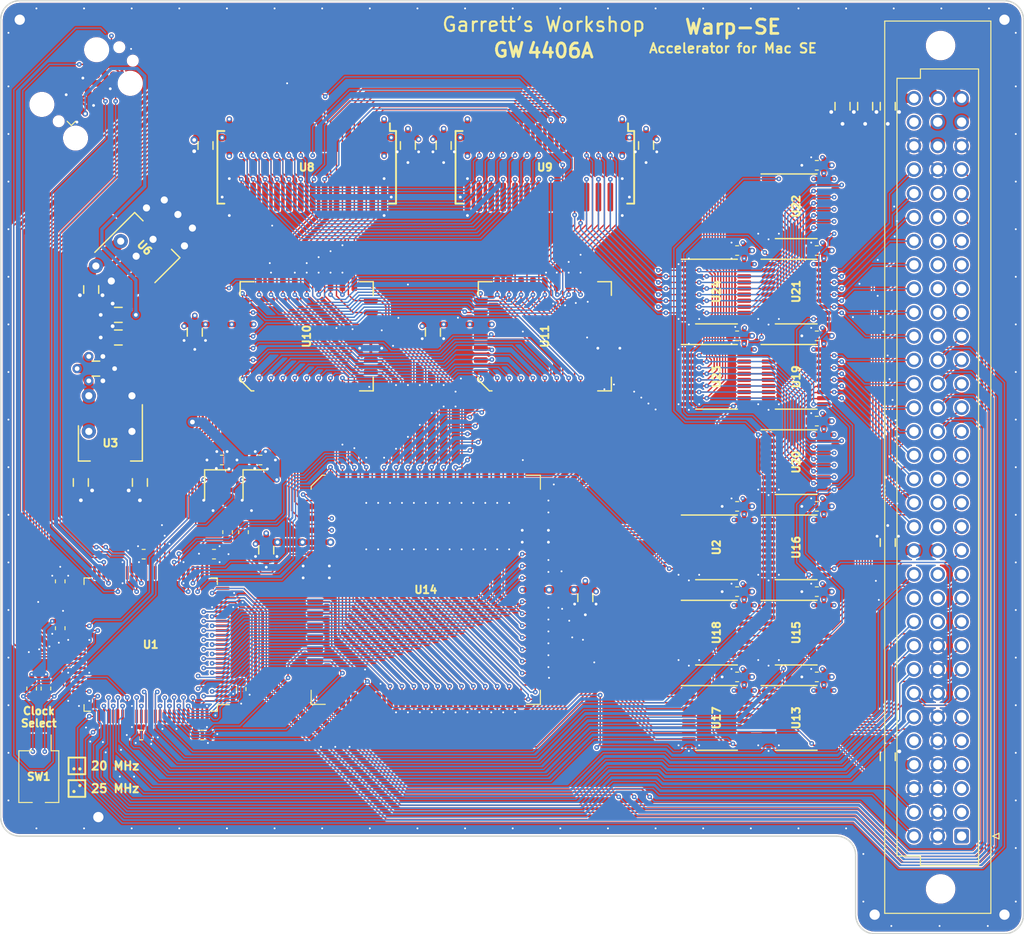
<source format=kicad_pcb>
(kicad_pcb (version 20171130) (host pcbnew "(5.1.10-1-10_14)")
  (layers (0 F.Cu signal) (1 In1.Cu signal) (2 In2.Cu signal) (31 B.Cu signal) (34 B.Paste user) (35 F.Paste user) (36 B.SilkS user) (37 F.SilkS user) (38 B.Mask user) (39 F.Mask user) (44 Edge.Cuts user))
  (net 0 "")
  (net 1 GND)
  (net 2 +5V)
  (net 3 +3V3)
  (net 4 -5V)
  (net 5 +12V)
  (net 6 -12V)
  (net 7 "Net-(R1-Pad1)")
  (net 8 /MC68k/CLK)
  (net 9 /Control/FCLK)
  (net 10 /Buf/Aout~OE~)
  (net 11 /Buf/ADoutLE1)
  (net 12 /Buf/ADoutLE0)
  (net 13 /Buf/Dout~OE~)
  (net 14 /Buf/Din~OE~)
  (net 15 /Buf/DinLE)
  (net 16 /Control/C16M)
  (net 17 /Control/C8M)
  (net 18 /Control/RA4)
  (net 19 /Control/RA5)
  (net 20 /Control/RA6)
  (net 21 /Control/RA7)
  (net 22 /Control/RA8)
  (net 23 /Control/RA9)
  (net 24 /Control/RA10)
  (net 25 /Control/RA11)
  (net 26 /Control/~RAS~)
  (net 27 /Control/~CAS~)
  (net 28 /Control/ROM~CS~)
  (net 29 /Control/~OE~)
  (net 30 /Control/L~WE~)
  (net 31 /Control/U~WE~)
  (net 32 /Control/Acc~UDS~)
  (net 33 /Control/Acc~LDS~)
  (net 34 /Control/Acc~AS~)
  (net 35 /Control/Acc~DTACK)
  (net 36 /Control/Acc~BERR~)
  (net 37 /Control/Acc~VPA~)
  (net 38 /Control/AccR~W~)
  (net 39 /Control/RA0)
  (net 40 /Control/RA1)
  (net 41 /Control/RA2)
  (net 42 /Control/RA3)
  (net 43 /Control/Mac~AS~)
  (net 44 /Control/Mac~VMA~)
  (net 45 /Control/Mac~LDS~)
  (net 46 /Control/Mac~UDS~)
  (net 47 /Control/Mac~DTACK~)
  (net 48 /Control/Mac~VPA~)
  (net 49 /Control/Mac~BERR~)
  (net 50 /PDS/E)
  (net 51 /Buf/AccD13)
  (net 52 /Buf/AccD15)
  (net 53 /Buf/AccD12)
  (net 54 /Buf/AccD14)
  (net 55 /MC68k/~IPL~2)
  (net 56 /Buf/AccD10)
  (net 57 /Buf/AccD8)
  (net 58 /Buf/AccD6)
  (net 59 /Buf/AccD0)
  (net 60 /Buf/AccD2)
  (net 61 /Buf/AccD4)
  (net 62 /Buf/AccD11)
  (net 63 /Buf/AccD9)
  (net 64 /Buf/AccD7)
  (net 65 /Buf/AccD5)
  (net 66 /Buf/AccD1)
  (net 67 /Buf/AccD3)
  (net 68 /PDS/A1)
  (net 69 /PDS/A2)
  (net 70 /PDS/A3)
  (net 71 /PDS/A4)
  (net 72 /PDS/A5)
  (net 73 /PDS/A6)
  (net 74 /PDS/A7)
  (net 75 /PDS/A8)
  (net 76 "Net-(U13-Pad9)")
  (net 77 "Net-(U13-Pad8)")
  (net 78 "Net-(U13-Pad7)")
  (net 79 "Net-(U13-Pad6)")
  (net 80 "Net-(U13-Pad5)")
  (net 81 "Net-(U13-Pad4)")
  (net 82 "Net-(U13-Pad3)")
  (net 83 "Net-(U13-Pad2)")
  (net 84 "Net-(U14-Pad31)")
  (net 85 "Net-(U14-Pad30)")
  (net 86 "Net-(U14-Pad29)")
  (net 87 "Net-(U14-Pad28)")
  (net 88 "Net-(U14-Pad22)")
  (net 89 "Net-(U14-Pad21)")
  (net 90 "Net-(U14-Pad18)")
  (net 91 "Net-(U14-Pad11)")
  (net 92 /PDS/A9)
  (net 93 /PDS/A10)
  (net 94 /PDS/A11)
  (net 95 /PDS/A12)
  (net 96 /PDS/A13)
  (net 97 /PDS/A14)
  (net 98 /PDS/A15)
  (net 99 /PDS/A16)
  (net 100 "Net-(U15-Pad9)")
  (net 101 "Net-(U15-Pad8)")
  (net 102 "Net-(U15-Pad7)")
  (net 103 "Net-(U15-Pad6)")
  (net 104 "Net-(U15-Pad5)")
  (net 105 "Net-(U15-Pad4)")
  (net 106 "Net-(U15-Pad3)")
  (net 107 "Net-(U15-Pad2)")
  (net 108 /PDS/A17)
  (net 109 /PDS/A18)
  (net 110 /PDS/A19)
  (net 111 /PDS/A20)
  (net 112 /PDS/A21)
  (net 113 /PDS/A22)
  (net 114 /PDS/A23)
  (net 115 /Buf/Mac~R~W)
  (net 116 /PDS/D0)
  (net 117 /PDS/D1)
  (net 118 /PDS/D2)
  (net 119 /PDS/D3)
  (net 120 /PDS/D4)
  (net 121 /PDS/D5)
  (net 122 /PDS/D6)
  (net 123 /PDS/D7)
  (net 124 "Net-(U19-Pad9)")
  (net 125 "Net-(U19-Pad8)")
  (net 126 "Net-(U19-Pad7)")
  (net 127 "Net-(U19-Pad6)")
  (net 128 "Net-(U19-Pad5)")
  (net 129 "Net-(U19-Pad4)")
  (net 130 "Net-(U19-Pad3)")
  (net 131 "Net-(U19-Pad2)")
  (net 132 /PDS/D8)
  (net 133 /PDS/D9)
  (net 134 /PDS/D10)
  (net 135 /PDS/D11)
  (net 136 /PDS/D12)
  (net 137 /PDS/D13)
  (net 138 /PDS/D14)
  (net 139 /PDS/D15)
  (net 140 "Net-(U21-Pad9)")
  (net 141 "Net-(U21-Pad8)")
  (net 142 "Net-(U21-Pad7)")
  (net 143 "Net-(U21-Pad6)")
  (net 144 "Net-(U21-Pad5)")
  (net 145 "Net-(U21-Pad4)")
  (net 146 "Net-(U21-Pad3)")
  (net 147 "Net-(U21-Pad2)")
  (net 148 "Net-(J1-PadA1)")
  (net 149 "Net-(J1-PadA2)")
  (net 150 "Net-(J1-PadA3)")
  (net 151 "Net-(J1-PadB10)")
  (net 152 "Net-(J1-PadB11)")
  (net 153 "Net-(J1-PadB12)")
  (net 154 "Net-(J1-PadB22)")
  (net 155 "Net-(J1-PadB23)")
  (net 156 "Net-(J1-PadB24)")
  (net 157 "Net-(J1-PadB25)")
  (net 158 "Net-(J1-PadB26)")
  (net 159 "Net-(J1-PadB27)")
  (net 160 "Net-(J1-PadB28)")
  (net 161 "Net-(J1-PadC5)")
  (net 162 "Net-(J1-PadC11)")
  (net 163 "Net-(J1-PadC31)")
  (net 164 /MC68k/~IPL~0)
  (net 165 /MC68k/~IPL~1)
  (net 166 /Control/A23)
  (net 167 /Control/A22)
  (net 168 /Control/A21)
  (net 169 /Control/A20)
  (net 170 /Control/A19)
  (net 171 /Control/A18)
  (net 172 /Control/A17)
  (net 173 /Control/A16)
  (net 174 /Control/A15)
  (net 175 /Control/A14)
  (net 176 /Control/A13)
  (net 177 /Control/A12)
  (net 178 /Control/A11)
  (net 179 /Control/A10)
  (net 180 /Control/A9)
  (net 181 /Control/A8)
  (net 182 /Control/A7)
  (net 183 /Control/A6)
  (net 184 /Control/A5)
  (net 185 /Control/A4)
  (net 186 /Control/A3)
  (net 187 /Control/A2)
  (net 188 /Control/A1)
  (net 189 /Control/~RESET~r)
  (net 190 "Net-(U16-Pad9)")
  (net 191 "Net-(U16-Pad8)")
  (net 192 "Net-(U16-Pad7)")
  (net 193 "Net-(U16-Pad6)")
  (net 194 "Net-(U16-Pad5)")
  (net 195 "Net-(U16-Pad4)")
  (net 196 "Net-(U16-Pad3)")
  (net 197 "Net-(U16-Pad2)")
  (net 198 /Control/~RESET~)
  (net 199 "Net-(U1-Pad73)")
  (net 200 "Net-(U1-Pad72)")
  (net 201 "Net-(U1-Pad71)")
  (net 202 "Net-(U1-Pad70)")
  (net 203 "Net-(U1-Pad68)")
  (net 204 "Net-(U1-Pad61)")
  (net 205 "Net-(U1-Pad58)")
  (net 206 /Control/ROM~WE~)
  (net 207 "Net-(U1-Pad49)")
  (net 208 "Net-(U1-Pad39)")
  (net 209 /Control/SW1)
  (net 210 /Clk.sch/CK20EN)
  (net 211 /Control/TDI)
  (net 212 /Control/TMS)
  (net 213 /Control/TCK)
  (net 214 /Clk.sch/CK25EN)
  (net 215 /Control/TDO)
  (net 216 "Net-(J2-Pad14)")
  (net 217 "Net-(J2-Pad12)")
  (module stdpads:C_0805 (layer F.Cu) (at 115.7995 73.914 180)
    (fp_text reference C10)
    (fp_text value 10u)
    (pad 2 smd roundrect (at 0.85 0 180) (size 1.05 1.4) (layers F.Cu F.Paste F.Mask) (net 1 GND))
    (pad 1 smd roundrect (at -0.85 0 180) (size 1.05 1.4) (layers F.Cu F.Paste F.Mask) (net 3 +3V3))
  )
  (module stdpads:C_0805 (layer F.Cu) (at 112.903 71.208 270)
    (fp_text reference C4)
    (fp_text value 10u)
    (pad 1 smd roundrect (at -0.85 0 270) (size 1.05 1.4) (layers F.Cu F.Paste F.Mask) (net 2 +5V))
    (pad 2 smd roundrect (at 0.85 0 270) (size 1.05 1.4) (layers F.Cu F.Paste F.Mask) (net 1 GND))
  )
  (module stdpads:C_0805 (layer F.Cu) (at 115.7995 76.327 180)
    (fp_text reference C9)
    (fp_text value 10u)
    (pad 2 smd roundrect (at 0.85 0 180) (size 1.05 1.4) (layers F.Cu F.Paste F.Mask) (net 1 GND))
    (pad 1 smd roundrect (at -0.85 0 180) (size 1.05 1.4) (layers F.Cu F.Paste F.Mask) (net 3 +3V3))
  )
  (module Connector:Tag-Connect_TC2070-IDC-FP_2x07_P1.27mm_Vertical (layer F.Cu) (at 113.03 49.657 45)
    (fp_text reference J2 hide)
    (fp_text value JTAG)
    (pad "" np_thru_hole circle (at 3.175 2.54 45) (size 2.3749 2.3749) (drill 2.3749) (layers *.Cu *.Mask))
    (pad "" np_thru_hole circle (at -5.08 2.54 45) (size 2.3749 2.3749) (drill 2.3749) (layers *.Cu *.Mask))
    (pad "" np_thru_hole circle (at 3.175 -2.54 45) (size 2.3749 2.3749) (drill 2.3749) (layers *.Cu *.Mask))
    (pad "" np_thru_hole circle (at -5.08 -2.54 45) (size 2.3749 2.3749) (drill 2.3749) (layers *.Cu *.Mask))
    (pad "" np_thru_hole circle (at 5.08 1.016 45) (size 0.9906 0.9906) (drill 0.9906) (layers *.Cu *.Mask))
    (pad "" np_thru_hole circle (at 5.08 -1.016 45) (size 0.9906 0.9906) (drill 0.9906) (layers *.Cu *.Mask))
    (pad "" np_thru_hole circle (at -5.08 0 45) (size 0.9906 0.9906) (drill 0.9906) (layers *.Cu *.Mask))
    (pad 14 connect circle (at -3.81 -0.635 45) (size 0.7874 0.7874) (layers F.Cu F.Mask) (net 216 "Net-(J2-Pad14)"))
    (pad 13 connect circle (at -2.54 -0.635 45) (size 0.7874 0.7874) (layers F.Cu F.Mask) (net 1 GND))
    (pad 12 connect circle (at -1.27 -0.635 45) (size 0.7874 0.7874) (layers F.Cu F.Mask) (net 217 "Net-(J2-Pad12)"))
    (pad 11 connect circle (at 0 -0.635 45) (size 0.7874 0.7874) (layers F.Cu F.Mask) (net 1 GND))
    (pad 10 connect circle (at 1.27 -0.635 45) (size 0.7874 0.7874) (layers F.Cu F.Mask) (net 211 /Control/TDI))
    (pad 9 connect circle (at 2.54 -0.635 45) (size 0.7874 0.7874) (layers F.Cu F.Mask) (net 1 GND))
    (pad 8 connect circle (at 3.81 -0.635 45) (size 0.7874 0.7874) (layers F.Cu F.Mask) (net 215 /Control/TDO))
    (pad 7 connect circle (at 3.81 0.635 45) (size 0.7874 0.7874) (layers F.Cu F.Mask) (net 1 GND))
    (pad 6 connect circle (at 2.54 0.635 45) (size 0.7874 0.7874) (layers F.Cu F.Mask) (net 213 /Control/TCK))
    (pad 5 connect circle (at 1.27 0.635 45) (size 0.7874 0.7874) (layers F.Cu F.Mask) (net 1 GND))
    (pad 4 connect circle (at 0 0.635 45) (size 0.7874 0.7874) (layers F.Cu F.Mask) (net 212 /Control/TMS))
    (pad 3 connect circle (at -1.27 0.635 45) (size 0.7874 0.7874) (layers F.Cu F.Mask) (net 1 GND))
    (pad 2 connect circle (at -2.54 0.635 45) (size 0.7874 0.7874) (layers F.Cu F.Mask) (net 3 +3V3))
    (pad 1 connect circle (at -3.81 0.635 45) (size 0.7874 0.7874) (layers F.Cu F.Mask) (net 1 GND))
  )
  (module stdpads:C_0805 (layer F.Cu) (at 197.866 121.07 90)
    (fp_text reference C19)
    (fp_text value 10u)
    (pad 1 smd roundrect (at -0.85 0 90) (size 1.05 1.4) (layers F.Cu F.Paste F.Mask) (net 2 +5V))
    (pad 2 smd roundrect (at 0.85 0 90) (size 1.05 1.4) (layers F.Cu F.Paste F.Mask) (net 1 GND))
  )
  (module stdpads:C_0603 (layer F.Cu) (at 130.95 89.4 180)
    (fp_text reference C6)
    (fp_text value 2u2)
    (pad 1 smd roundrect (at -0.75 0 180) (size 0.85 0.95) (layers F.Cu F.Paste F.Mask) (net 3 +3V3))
    (pad 2 smd roundrect (at 0.75 0 180) (size 0.85 0.95) (layers F.Cu F.Paste F.Mask) (net 1 GND))
  )
  (module stdpads:C_0805 (layer F.Cu) (at 113.4 79.65)
    (fp_text reference C3)
    (fp_text value 10u)
    (pad 2 smd roundrect (at 0.85 0) (size 1.05 1.4) (layers F.Cu F.Paste F.Mask) (net 1 GND))
    (pad 1 smd roundrect (at -0.85 0) (size 1.05 1.4) (layers F.Cu F.Paste F.Mask) (net 2 +5V))
  )
  (module stdpads:C_0805 (layer F.Cu) (at 111.8 91.8 270)
    (fp_text reference C7)
    (fp_text value 10u)
    (pad 1 smd roundrect (at -0.85 0 270) (size 1.05 1.4) (layers F.Cu F.Paste F.Mask) (net 3 +3V3))
    (pad 2 smd roundrect (at 0.85 0 270) (size 1.05 1.4) (layers F.Cu F.Paste F.Mask) (net 1 GND))
  )
  (module stdpads:C_0805 (layer F.Cu) (at 118.1 91.8 270)
    (fp_text reference C8)
    (fp_text value 10u)
    (pad 1 smd roundrect (at -0.85 0 270) (size 1.05 1.4) (layers F.Cu F.Paste F.Mask) (net 3 +3V3))
    (pad 2 smd roundrect (at 0.85 0 270) (size 1.05 1.4) (layers F.Cu F.Paste F.Mask) (net 1 GND))
  )
  (module stdpads:TQFP-100_14x14mm_P0.5mm (layer F.Cu) (at 119.25 109.1 90)
    (fp_text reference U1)
    (fp_text value XC95144XL-TQ100)
    (fp_text user %R (at 0 0) (layer F.SilkS) (effects (font (size 0.8128 0.8128) (thickness 0.2032))))
    (pad 1 smd roundrect (at -6 7.6625 180) (size 1.475 0.3) (layers F.Cu F.Paste F.Mask) (net 189 /Control/~RESET~r))
    (pad 2 smd roundrect (at -5.5 7.6625 180) (size 1.475 0.3) (layers F.Cu F.Paste F.Mask) (net 184 /Control/A5))
    (pad 3 smd roundrect (at -5 7.6625 180) (size 1.475 0.3) (layers F.Cu F.Paste F.Mask) (net 183 /Control/A6))
    (pad 4 smd roundrect (at -4.5 7.6625 180) (size 1.475 0.3) (layers F.Cu F.Paste F.Mask) (net 182 /Control/A7))
    (pad 5 smd roundrect (at -4 7.6625 180) (size 1.475 0.3) (layers F.Cu F.Paste F.Mask) (net 3 +3V3))
    (pad 6 smd roundrect (at -3.5 7.6625 180) (size 1.475 0.3) (layers F.Cu F.Paste F.Mask) (net 181 /Control/A8))
    (pad 7 smd roundrect (at -3 7.6625 180) (size 1.475 0.3) (layers F.Cu F.Paste F.Mask) (net 180 /Control/A9))
    (pad 8 smd roundrect (at -2.5 7.6625 180) (size 1.475 0.3) (layers F.Cu F.Paste F.Mask) (net 179 /Control/A10))
    (pad 9 smd roundrect (at -2 7.6625 180) (size 1.475 0.3) (layers F.Cu F.Paste F.Mask) (net 178 /Control/A11))
    (pad 10 smd roundrect (at -1.5 7.6625 180) (size 1.475 0.3) (layers F.Cu F.Paste F.Mask) (net 177 /Control/A12))
    (pad 11 smd roundrect (at -1 7.6625 180) (size 1.475 0.3) (layers F.Cu F.Paste F.Mask) (net 176 /Control/A13))
    (pad 12 smd roundrect (at -0.5 7.6625 180) (size 1.475 0.3) (layers F.Cu F.Paste F.Mask) (net 175 /Control/A14))
    (pad 13 smd roundrect (at 0 7.6625 180) (size 1.475 0.3) (layers F.Cu F.Paste F.Mask) (net 174 /Control/A15))
    (pad 14 smd roundrect (at 0.5 7.6625 180) (size 1.475 0.3) (layers F.Cu F.Paste F.Mask) (net 173 /Control/A16))
    (pad 15 smd roundrect (at 1 7.6625 180) (size 1.475 0.3) (layers F.Cu F.Paste F.Mask) (net 172 /Control/A17))
    (pad 16 smd roundrect (at 1.5 7.6625 180) (size 1.475 0.3) (layers F.Cu F.Paste F.Mask) (net 171 /Control/A18))
    (pad 17 smd roundrect (at 2 7.6625 180) (size 1.475 0.3) (layers F.Cu F.Paste F.Mask) (net 170 /Control/A19))
    (pad 18 smd roundrect (at 2.5 7.6625 180) (size 1.475 0.3) (layers F.Cu F.Paste F.Mask) (net 169 /Control/A20))
    (pad 19 smd roundrect (at 3 7.6625 180) (size 1.475 0.3) (layers F.Cu F.Paste F.Mask) (net 168 /Control/A21))
    (pad 20 smd roundrect (at 3.5 7.6625 180) (size 1.475 0.3) (layers F.Cu F.Paste F.Mask) (net 167 /Control/A22))
    (pad 21 smd roundrect (at 4 7.6625 180) (size 1.475 0.3) (layers F.Cu F.Paste F.Mask) (net 1 GND))
    (pad 22 smd roundrect (at 4.5 7.6625 180) (size 1.475 0.3) (layers F.Cu F.Paste F.Mask) (net 16 /Control/C16M))
    (pad 23 smd roundrect (at 5 7.6625 180) (size 1.475 0.3) (layers F.Cu F.Paste F.Mask) (net 17 /Control/C8M))
    (pad 24 smd roundrect (at 5.5 7.6625 180) (size 1.475 0.3) (layers F.Cu F.Paste F.Mask) (net 166 /Control/A23))
    (pad 25 smd roundrect (at 6 7.6625 180) (size 1.475 0.3) (layers F.Cu F.Paste F.Mask) (net 50 /PDS/E))
    (pad 26 smd roundrect (at 7.6625 6 180) (size 0.3 1.475) (layers F.Cu F.Paste F.Mask) (net 3 +3V3))
    (pad 27 smd roundrect (at 7.6625 5.5 180) (size 0.3 1.475) (layers F.Cu F.Paste F.Mask) (net 9 /Control/FCLK))
    (pad 28 smd roundrect (at 7.6625 5 180) (size 0.3 1.475) (layers F.Cu F.Paste F.Mask) (net 35 /Control/Acc~DTACK))
    (pad 29 smd roundrect (at 7.6625 4.5 180) (size 0.3 1.475) (layers F.Cu F.Paste F.Mask) (net 38 /Control/AccR~W~))
    (pad 30 smd roundrect (at 7.6625 4 180) (size 0.3 1.475) (layers F.Cu F.Paste F.Mask) (net 33 /Control/Acc~LDS~))
    (pad 31 smd roundrect (at 7.6625 3.5 180) (size 0.3 1.475) (layers F.Cu F.Paste F.Mask) (net 1 GND))
    (pad 32 smd roundrect (at 7.6625 3 180) (size 0.3 1.475) (layers F.Cu F.Paste F.Mask) (net 34 /Control/Acc~AS~))
    (pad 33 smd roundrect (at 7.6625 2.5 180) (size 0.3 1.475) (layers F.Cu F.Paste F.Mask) (net 32 /Control/Acc~UDS~))
    (pad 34 smd roundrect (at 7.6625 2 180) (size 0.3 1.475) (layers F.Cu F.Paste F.Mask) (net 206 /Control/ROM~WE~))
    (pad 35 smd roundrect (at 7.6625 1.5 180) (size 0.3 1.475) (layers F.Cu F.Paste F.Mask) (net 28 /Control/ROM~CS~))
    (pad 36 smd roundrect (at 7.6625 1 180) (size 0.3 1.475) (layers F.Cu F.Paste F.Mask) (net 27 /Control/~CAS~))
    (pad 37 smd roundrect (at 7.6625 0.5 180) (size 0.3 1.475) (layers F.Cu F.Paste F.Mask) (net 29 /Control/~OE~))
    (pad 38 smd roundrect (at 7.6625 0 180) (size 0.3 1.475) (layers F.Cu F.Paste F.Mask) (net 3 +3V3))
    (pad 39 smd roundrect (at 7.6625 -0.5 180) (size 0.3 1.475) (layers F.Cu F.Paste F.Mask) (net 208 "Net-(U1-Pad39)"))
    (pad 40 smd roundrect (at 7.6625 -1 180) (size 0.3 1.475) (layers F.Cu F.Paste F.Mask) (net 18 /Control/RA4))
    (pad 41 smd roundrect (at 7.6625 -1.5 180) (size 0.3 1.475) (layers F.Cu F.Paste F.Mask) (net 42 /Control/RA3))
    (pad 42 smd roundrect (at 7.6625 -2 180) (size 0.3 1.475) (layers F.Cu F.Paste F.Mask) (net 19 /Control/RA5))
    (pad 43 smd roundrect (at 7.6625 -2.5 180) (size 0.3 1.475) (layers F.Cu F.Paste F.Mask) (net 41 /Control/RA2))
    (pad 44 smd roundrect (at 7.6625 -3 180) (size 0.3 1.475) (layers F.Cu F.Paste F.Mask) (net 1 GND))
    (pad 45 smd roundrect (at 7.6625 -3.5 180) (size 0.3 1.475) (layers F.Cu F.Paste F.Mask) (net 211 /Control/TDI))
    (pad 46 smd roundrect (at 7.6625 -4 180) (size 0.3 1.475) (layers F.Cu F.Paste F.Mask) (net 20 /Control/RA6))
    (pad 47 smd roundrect (at 7.6625 -4.5 180) (size 0.3 1.475) (layers F.Cu F.Paste F.Mask) (net 212 /Control/TMS))
    (pad 48 smd roundrect (at 7.6625 -5 180) (size 0.3 1.475) (layers F.Cu F.Paste F.Mask) (net 213 /Control/TCK))
    (pad 49 smd roundrect (at 7.6625 -5.5 180) (size 0.3 1.475) (layers F.Cu F.Paste F.Mask) (net 207 "Net-(U1-Pad49)"))
    (pad 50 smd roundrect (at 7.6625 -6 180) (size 0.3 1.475) (layers F.Cu F.Paste F.Mask) (net 40 /Control/RA1))
    (pad 51 smd roundrect (at 6 -7.6625 180) (size 1.475 0.3) (layers F.Cu F.Paste F.Mask) (net 3 +3V3))
    (pad 52 smd roundrect (at 5.5 -7.6625 180) (size 1.475 0.3) (layers F.Cu F.Paste F.Mask) (net 21 /Control/RA7))
    (pad 53 smd roundrect (at 5 -7.6625 180) (size 1.475 0.3) (layers F.Cu F.Paste F.Mask) (net 39 /Control/RA0))
    (pad 54 smd roundrect (at 4.5 -7.6625 180) (size 1.475 0.3) (layers F.Cu F.Paste F.Mask) (net 22 /Control/RA8))
    (pad 55 smd roundrect (at 4 -7.6625 180) (size 1.475 0.3) (layers F.Cu F.Paste F.Mask) (net 24 /Control/RA10))
    (pad 56 smd roundrect (at 3.5 -7.6625 180) (size 1.475 0.3) (layers F.Cu F.Paste F.Mask) (net 23 /Control/RA9))
    (pad 57 smd roundrect (at 3 -7.6625 180) (size 1.475 0.3) (layers F.Cu F.Paste F.Mask) (net 3 +3V3))
    (pad 58 smd roundrect (at 2.5 -7.6625 180) (size 1.475 0.3) (layers F.Cu F.Paste F.Mask) (net 205 "Net-(U1-Pad58)"))
    (pad 59 smd roundrect (at 2 -7.6625 180) (size 1.475 0.3) (layers F.Cu F.Paste F.Mask) (net 214 /Clk.sch/CK25EN))
    (pad 60 smd roundrect (at 1.5 -7.6625 180) (size 1.475 0.3) (layers F.Cu F.Paste F.Mask) (net 209 /Control/SW1))
    (pad 61 smd roundrect (at 1 -7.6625 180) (size 1.475 0.3) (layers F.Cu F.Paste F.Mask) (net 204 "Net-(U1-Pad61)"))
    (pad 62 smd roundrect (at 0.5 -7.6625 180) (size 1.475 0.3) (layers F.Cu F.Paste F.Mask) (net 1 GND))
    (pad 63 smd roundrect (at 0 -7.6625 180) (size 1.475 0.3) (layers F.Cu F.Paste F.Mask) (net 25 /Control/RA11))
    (pad 64 smd roundrect (at -0.5 -7.6625 180) (size 1.475 0.3) (layers F.Cu F.Paste F.Mask) (net 26 /Control/~RAS~))
    (pad 65 smd roundrect (at -1 -7.6625 180) (size 1.475 0.3) (layers F.Cu F.Paste F.Mask) (net 30 /Control/L~WE~))
    (pad 66 smd roundrect (at -1.5 -7.6625 180) (size 1.475 0.3) (layers F.Cu F.Paste F.Mask) (net 31 /Control/U~WE~))
    (pad 67 smd roundrect (at -2 -7.6625 180) (size 1.475 0.3) (layers F.Cu F.Paste F.Mask) (net 210 /Clk.sch/CK20EN))
    (pad 68 smd roundrect (at -2.5 -7.6625 180) (size 1.475 0.3) (layers F.Cu F.Paste F.Mask) (net 203 "Net-(U1-Pad68)"))
    (pad 69 smd roundrect (at -3 -7.6625 180) (size 1.475 0.3) (layers F.Cu F.Paste F.Mask) (net 1 GND))
    (pad 70 smd roundrect (at -3.5 -7.6625 180) (size 1.475 0.3) (layers F.Cu F.Paste F.Mask) (net 202 "Net-(U1-Pad70)"))
    (pad 71 smd roundrect (at -4 -7.6625 180) (size 1.475 0.3) (layers F.Cu F.Paste F.Mask) (net 201 "Net-(U1-Pad71)"))
    (pad 72 smd roundrect (at -4.5 -7.6625 180) (size 1.475 0.3) (layers F.Cu F.Paste F.Mask) (net 200 "Net-(U1-Pad72)"))
    (pad 73 smd roundrect (at -5 -7.6625 180) (size 1.475 0.3) (layers F.Cu F.Paste F.Mask) (net 199 "Net-(U1-Pad73)"))
    (pad 74 smd roundrect (at -5.5 -7.6625 180) (size 1.475 0.3) (layers F.Cu F.Paste F.Mask) (net 44 /Control/Mac~VMA~))
    (pad 75 smd roundrect (at -6 -7.6625 180) (size 1.475 0.3) (layers F.Cu F.Paste F.Mask) (net 1 GND))
    (pad 76 smd roundrect (at -7.6625 -6 180) (size 0.3 1.475) (layers F.Cu F.Paste F.Mask) (net 49 /Control/Mac~BERR~))
    (pad 77 smd roundrect (at -7.6625 -5.5 180) (size 0.3 1.475) (layers F.Cu F.Paste F.Mask) (net 48 /Control/Mac~VPA~))
    (pad 78 smd roundrect (at -7.6625 -5 180) (size 0.3 1.475) (layers F.Cu F.Paste F.Mask) (net 47 /Control/Mac~DTACK~))
    (pad 79 smd roundrect (at -7.6625 -4.5 180) (size 0.3 1.475) (layers F.Cu F.Paste F.Mask) (net 45 /Control/Mac~LDS~))
    (pad 80 smd roundrect (at -7.6625 -4 180) (size 0.3 1.475) (layers F.Cu F.Paste F.Mask) (net 46 /Control/Mac~UDS~))
    (pad 81 smd roundrect (at -7.6625 -3.5 180) (size 0.3 1.475) (layers F.Cu F.Paste F.Mask) (net 43 /Control/Mac~AS~))
    (pad 82 smd roundrect (at -7.6625 -3 180) (size 0.3 1.475) (layers F.Cu F.Paste F.Mask) (net 11 /Buf/ADoutLE1))
    (pad 83 smd roundrect (at -7.6625 -2.5 180) (size 0.3 1.475) (layers F.Cu F.Paste F.Mask) (net 215 /Control/TDO))
    (pad 84 smd roundrect (at -7.6625 -2 180) (size 0.3 1.475) (layers F.Cu F.Paste F.Mask) (net 1 GND))
    (pad 85 smd roundrect (at -7.6625 -1.5 180) (size 0.3 1.475) (layers F.Cu F.Paste F.Mask) (net 12 /Buf/ADoutLE0))
    (pad 86 smd roundrect (at -7.6625 -1 180) (size 0.3 1.475) (layers F.Cu F.Paste F.Mask) (net 15 /Buf/DinLE))
    (pad 87 smd roundrect (at -7.6625 -0.5 180) (size 0.3 1.475) (layers F.Cu F.Paste F.Mask) (net 10 /Buf/Aout~OE~))
    (pad 88 smd roundrect (at -7.6625 0 180) (size 0.3 1.475) (layers F.Cu F.Paste F.Mask) (net 3 +3V3))
    (pad 89 smd roundrect (at -7.6625 0.5 180) (size 0.3 1.475) (layers F.Cu F.Paste F.Mask) (net 13 /Buf/Dout~OE~))
    (pad 90 smd roundrect (at -7.6625 1 180) (size 0.3 1.475) (layers F.Cu F.Paste F.Mask) (net 14 /Buf/Din~OE~))
    (pad 91 smd roundrect (at -7.6625 1.5 180) (size 0.3 1.475) (layers F.Cu F.Paste F.Mask) (net 198 /Control/~RESET~))
    (pad 92 smd roundrect (at -7.6625 2 180) (size 0.3 1.475) (layers F.Cu F.Paste F.Mask) (net 36 /Control/Acc~BERR~))
    (pad 93 smd roundrect (at -7.6625 2.5 180) (size 0.3 1.475) (layers F.Cu F.Paste F.Mask) (net 37 /Control/Acc~VPA~))
    (pad 94 smd roundrect (at -7.6625 3 180) (size 0.3 1.475) (layers F.Cu F.Paste F.Mask) (net 188 /Control/A1))
    (pad 95 smd roundrect (at -7.6625 3.5 180) (size 0.3 1.475) (layers F.Cu F.Paste F.Mask) (net 187 /Control/A2))
    (pad 96 smd roundrect (at -7.6625 4 180) (size 0.3 1.475) (layers F.Cu F.Paste F.Mask) (net 186 /Control/A3))
    (pad 97 smd roundrect (at -7.6625 4.5 180) (size 0.3 1.475) (layers F.Cu F.Paste F.Mask) (net 185 /Control/A4))
    (pad 98 smd roundrect (at -7.6625 5 180) (size 0.3 1.475) (layers F.Cu F.Paste F.Mask) (net 3 +3V3))
    (pad 99 smd roundrect (at -7.6625 5.5 180) (size 0.3 1.475) (layers F.Cu F.Paste F.Mask) (net 189 /Control/~RESET~r))
    (pad 100 smd roundrect (at -7.6625 6 180) (size 0.3 1.475) (layers F.Cu F.Paste F.Mask) (net 1 GND))
  )
  (module stdpads:C_0805 (layer F.Cu) (at 193.04 51.65 270)
    (fp_text reference C22)
    (fp_text value 10u)
    (pad 1 smd roundrect (at -0.85 0 270) (size 1.05 1.4) (layers F.Cu F.Paste F.Mask) (net 5 +12V))
    (pad 2 smd roundrect (at 0.85 0 270) (size 1.05 1.4) (layers F.Cu F.Paste F.Mask) (net 1 GND))
  )
  (module stdpads:C_0805 (layer F.Cu) (at 195.453 51.65 270)
    (fp_text reference C20)
    (fp_text value 10u)
    (pad 2 smd roundrect (at 0.85 0 270) (size 1.05 1.4) (layers F.Cu F.Paste F.Mask) (net 1 GND))
    (pad 1 smd roundrect (at -0.85 0 270) (size 1.05 1.4) (layers F.Cu F.Paste F.Mask) (net 4 -5V))
  )
  (module stdpads:C_0805 (layer F.Cu) (at 197.866 51.65 270)
    (fp_text reference C24)
    (fp_text value 10u)
    (pad 1 smd roundrect (at -0.85 0 270) (size 1.05 1.4) (layers F.Cu F.Paste F.Mask) (net 6 -12V))
    (pad 2 smd roundrect (at 0.85 0 270) (size 1.05 1.4) (layers F.Cu F.Paste F.Mask) (net 1 GND))
  )
  (module stdpads:SOT-223 (layer F.Cu) (at 118.6 66.75 225)
    (fp_text reference U6 (at 0 0 315) (layer F.SilkS) (effects (font (size 0.8128 0.8128) (thickness 0.2032))))
    (fp_text value AZ1117CH2-3.3)
    (pad 2 smd roundrect (at -3.149999 0 45) (size 2 3.8) (layers F.Cu F.Paste F.Mask) (roundrect_rratio 0.15) (net 1 GND))
    (pad 2 smd roundrect (at 3.149999 0 45) (size 2 1.5) (layers F.Cu F.Paste F.Mask) (roundrect_rratio 0.2) (net 1 GND))
    (pad 3 smd roundrect (at 3.15 -2.3 45) (size 2 1.5) (layers F.Cu F.Paste F.Mask) (roundrect_rratio 0.2) (net 3 +3V3))
    (pad 1 smd roundrect (at 3.15 2.3 45) (size 2 1.5) (layers F.Cu F.Paste F.Mask) (roundrect_rratio 0.2) (net 2 +5V))
  )
  (module stdpads:SOJ-28_300mil (layer F.Cu) (at 161.29 58.166 270)
    (fp_text reference U9)
    (fp_text value KM48C2100)
    (fp_text user %R (at 0 0) (layer F.SilkS) (effects (font (size 0.8128 0.8128) (thickness 0.2032))))
    (pad 20 smd roundrect (at 3.175 1.905 270) (size 3.048 0.6) (layers F.Cu F.Paste F.Mask) (net 19 /Control/RA5))
    (pad 7 smd roundrect (at -3.175 -0.635 270) (size 3.048 0.6) (layers F.Cu F.Paste F.Mask) (net 26 /Control/~RAS~))
    (pad 26 smd roundrect (at 3.175 -5.715 270) (size 3.048 0.6) (layers F.Cu F.Paste F.Mask) (net 53 /Buf/AccD12))
    (pad 25 smd roundrect (at 3.175 -4.445 270) (size 3.048 0.6) (layers F.Cu F.Paste F.Mask) (net 56 /Buf/AccD10))
    (pad 24 smd roundrect (at 3.175 -3.175 270) (size 3.048 0.6) (layers F.Cu F.Paste F.Mask) (net 57 /Buf/AccD8))
    (pad 23 smd roundrect (at 3.175 -1.905 270) (size 3.048 0.6) (layers F.Cu F.Paste F.Mask) (net 27 /Control/~CAS~))
    (pad 22 smd roundrect (at 3.175 -0.635 270) (size 3.048 0.6) (layers F.Cu F.Paste F.Mask) (net 29 /Control/~OE~))
    (pad 18 smd roundrect (at 3.175 4.445 270) (size 3.048 0.6) (layers F.Cu F.Paste F.Mask) (net 21 /Control/RA7))
    (pad 17 smd roundrect (at 3.175 5.715 270) (size 3.048 0.6) (layers F.Cu F.Paste F.Mask) (net 22 /Control/RA8))
    (pad 16 smd roundrect (at 3.175 6.985 270) (size 3.048 0.6) (layers F.Cu F.Paste F.Mask) (net 23 /Control/RA9))
    (pad 15 smd roundrect (at 3.175 8.255 270) (size 3.048 0.6) (layers F.Cu F.Paste F.Mask) (net 1 GND))
    (pad 13 smd roundrect (at -3.175 6.985 270) (size 3.048 0.6) (layers F.Cu F.Paste F.Mask) (net 25 /Control/RA11))
    (pad 12 smd roundrect (at -3.175 5.715 270) (size 3.048 0.6) (layers F.Cu F.Paste F.Mask) (net 24 /Control/RA10))
    (pad 11 smd roundrect (at -3.175 4.445 270) (size 3.048 0.6) (layers F.Cu F.Paste F.Mask) (net 39 /Control/RA0))
    (pad 10 smd roundrect (at -3.175 3.175 270) (size 3.048 0.6) (layers F.Cu F.Paste F.Mask) (net 40 /Control/RA1))
    (pad 9 smd roundrect (at -3.175 1.905 270) (size 3.048 0.6) (layers F.Cu F.Paste F.Mask) (net 41 /Control/RA2))
    (pad 5 smd roundrect (at -3.175 -3.175 270) (size 3.048 0.6) (layers F.Cu F.Paste F.Mask) (net 63 /Buf/AccD9))
    (pad 4 smd roundrect (at -3.175 -4.445 270) (size 3.048 0.6) (layers F.Cu F.Paste F.Mask) (net 62 /Buf/AccD11))
    (pad 3 smd roundrect (at -3.175 -5.715 270) (size 3.048 0.6) (layers F.Cu F.Paste F.Mask) (net 51 /Buf/AccD13))
    (pad 2 smd roundrect (at -3.175 -6.985 270) (size 3.048 0.6) (layers F.Cu F.Paste F.Mask) (net 52 /Buf/AccD15))
    (pad 1 smd roundrect (at -3.175 -8.255 270) (size 3.048 0.6) (layers F.Cu F.Paste F.Mask) (net 2 +5V))
    (pad 21 smd roundrect (at 3.175 0.635 270) (size 3.048 0.6) (layers F.Cu F.Paste F.Mask) (net 18 /Control/RA4))
    (pad 6 smd roundrect (at -3.175 -1.905 270) (size 3.048 0.6) (layers F.Cu F.Paste F.Mask) (net 31 /Control/U~WE~))
    (pad 19 smd roundrect (at 3.175 3.175 270) (size 3.048 0.6) (layers F.Cu F.Paste F.Mask) (net 20 /Control/RA6))
    (pad 8 smd roundrect (at -3.175 0.635 270) (size 3.048 0.6) (layers F.Cu F.Paste F.Mask) (net 42 /Control/RA3))
    (pad 14 smd roundrect (at -3.175 8.255 270) (size 3.048 0.6) (layers F.Cu F.Paste F.Mask) (net 2 +5V))
    (pad 27 smd roundrect (at 3.175 -6.985 270) (size 3.048 0.6) (layers F.Cu F.Paste F.Mask) (net 54 /Buf/AccD14))
    (pad 28 smd roundrect (at 3.175 -8.255 270) (size 3.048 0.6) (layers F.Cu F.Paste F.Mask) (net 1 GND))
  )
  (module stdpads:DIN41612_R_3x32_Male_Vertical_THT (layer F.Cu) (at 205.74 129.54 180)
    (fp_text reference J1 hide)
    (fp_text value MacSEPDS)
    (pad A1 thru_hole roundrect (at 0 0 180) (size 1.55 1.55) (drill 1) (layers *.Cu *.Mask) (roundrect_rratio 0.16129) (net 148 "Net-(J1-PadA1)"))
    (pad A2 thru_hole circle (at 0 2.54 180) (size 1.55 1.55) (drill 1) (layers *.Cu *.Mask) (net 149 "Net-(J1-PadA2)"))
    (pad A3 thru_hole circle (at 0 5.08 180) (size 1.55 1.55) (drill 1) (layers *.Cu *.Mask) (net 150 "Net-(J1-PadA3)"))
    (pad A4 thru_hole circle (at 0 7.62 180) (size 1.55 1.55) (drill 1) (layers *.Cu *.Mask) (net 68 /PDS/A1))
    (pad A5 thru_hole circle (at 0 10.16 180) (size 1.55 1.55) (drill 1) (layers *.Cu *.Mask) (net 69 /PDS/A2))
    (pad A6 thru_hole circle (at 0 12.7 180) (size 1.55 1.55) (drill 1) (layers *.Cu *.Mask) (net 70 /PDS/A3))
    (pad A7 thru_hole circle (at 0 15.24 180) (size 1.55 1.55) (drill 1) (layers *.Cu *.Mask) (net 71 /PDS/A4))
    (pad A8 thru_hole circle (at 0 17.78 180) (size 1.55 1.55) (drill 1) (layers *.Cu *.Mask) (net 72 /PDS/A5))
    (pad A9 thru_hole circle (at 0 20.32 180) (size 1.55 1.55) (drill 1) (layers *.Cu *.Mask) (net 73 /PDS/A6))
    (pad A10 thru_hole circle (at 0 22.86 180) (size 1.55 1.55) (drill 1) (layers *.Cu *.Mask) (net 74 /PDS/A7))
    (pad A11 thru_hole circle (at 0 25.4 180) (size 1.55 1.55) (drill 1) (layers *.Cu *.Mask) (net 75 /PDS/A8))
    (pad A12 thru_hole circle (at 0 27.94 180) (size 1.55 1.55) (drill 1) (layers *.Cu *.Mask) (net 92 /PDS/A9))
    (pad A13 thru_hole circle (at 0 30.48 180) (size 1.55 1.55) (drill 1) (layers *.Cu *.Mask) (net 93 /PDS/A10))
    (pad A14 thru_hole circle (at 0 33.02 180) (size 1.55 1.55) (drill 1) (layers *.Cu *.Mask) (net 94 /PDS/A11))
    (pad A15 thru_hole circle (at 0 35.56 180) (size 1.55 1.55) (drill 1) (layers *.Cu *.Mask) (net 95 /PDS/A12))
    (pad A16 thru_hole circle (at 0 38.1 180) (size 1.55 1.55) (drill 1) (layers *.Cu *.Mask) (net 96 /PDS/A13))
    (pad A17 thru_hole circle (at 0 40.64 180) (size 1.55 1.55) (drill 1) (layers *.Cu *.Mask) (net 97 /PDS/A14))
    (pad A18 thru_hole circle (at 0 43.18 180) (size 1.55 1.55) (drill 1) (layers *.Cu *.Mask) (net 98 /PDS/A15))
    (pad A19 thru_hole circle (at 0 45.72 180) (size 1.55 1.55) (drill 1) (layers *.Cu *.Mask) (net 99 /PDS/A16))
    (pad A20 thru_hole circle (at 0 48.26 180) (size 1.55 1.55) (drill 1) (layers *.Cu *.Mask) (net 108 /PDS/A17))
    (pad A21 thru_hole circle (at 0 50.8 180) (size 1.55 1.55) (drill 1) (layers *.Cu *.Mask) (net 109 /PDS/A18))
    (pad A22 thru_hole circle (at 0 53.34 180) (size 1.55 1.55) (drill 1) (layers *.Cu *.Mask) (net 110 /PDS/A19))
    (pad A23 thru_hole circle (at 0 55.88 180) (size 1.55 1.55) (drill 1) (layers *.Cu *.Mask) (net 111 /PDS/A20))
    (pad A24 thru_hole circle (at 0 58.42 180) (size 1.55 1.55) (drill 1) (layers *.Cu *.Mask) (net 112 /PDS/A21))
    (pad A25 thru_hole circle (at 0 60.96 180) (size 1.55 1.55) (drill 1) (layers *.Cu *.Mask) (net 113 /PDS/A22))
    (pad A26 thru_hole circle (at 0 63.5 180) (size 1.55 1.55) (drill 1) (layers *.Cu *.Mask) (net 114 /PDS/A23))
    (pad A27 thru_hole circle (at 0 66.04 180) (size 1.55 1.55) (drill 1) (layers *.Cu *.Mask) (net 50 /PDS/E))
    (pad A28 thru_hole circle (at 0 68.58 180) (size 1.55 1.55) (drill 1) (layers *.Cu *.Mask) (net 17 /Control/C8M))
    (pad A29 thru_hole circle (at 0 71.12 180) (size 1.55 1.55) (drill 1) (layers *.Cu *.Mask) (net 16 /Control/C16M))
    (pad A30 thru_hole circle (at 0 73.66 180) (size 1.55 1.55) (drill 1) (layers *.Cu *.Mask) (net 1 GND))
    (pad A31 thru_hole circle (at 0 76.2 180) (size 1.55 1.55) (drill 1) (layers *.Cu *.Mask) (net 5 +12V))
    (pad A32 thru_hole circle (at 0 78.74 180) (size 1.55 1.55) (drill 1) (layers *.Cu *.Mask) (net 5 +12V))
    (pad B1 thru_hole circle (at 2.54 0 180) (size 1.55 1.55) (drill 1) (layers *.Cu *.Mask) (net 1 GND))
    (pad B2 thru_hole circle (at 2.54 2.54 180) (size 1.55 1.55) (drill 1) (layers *.Cu *.Mask) (net 1 GND))
    (pad B3 thru_hole circle (at 2.54 5.08 180) (size 1.55 1.55) (drill 1) (layers *.Cu *.Mask) (net 1 GND))
    (pad B4 thru_hole circle (at 2.54 7.62 180) (size 1.55 1.55) (drill 1) (layers *.Cu *.Mask) (net 1 GND))
    (pad B5 thru_hole circle (at 2.54 10.16 180) (size 1.55 1.55) (drill 1) (layers *.Cu *.Mask) (net 1 GND))
    (pad B6 thru_hole circle (at 2.54 12.7 180) (size 1.55 1.55) (drill 1) (layers *.Cu *.Mask) (net 1 GND))
    (pad B7 thru_hole circle (at 2.54 15.24 180) (size 1.55 1.55) (drill 1) (layers *.Cu *.Mask) (net 1 GND))
    (pad B8 thru_hole circle (at 2.54 17.78 180) (size 1.55 1.55) (drill 1) (layers *.Cu *.Mask) (net 1 GND))
    (pad B9 thru_hole circle (at 2.54 20.32 180) (size 1.55 1.55) (drill 1) (layers *.Cu *.Mask) (net 1 GND))
    (pad B10 thru_hole circle (at 2.54 22.86 180) (size 1.55 1.55) (drill 1) (layers *.Cu *.Mask) (net 151 "Net-(J1-PadB10)"))
    (pad B11 thru_hole circle (at 2.54 25.4 180) (size 1.55 1.55) (drill 1) (layers *.Cu *.Mask) (net 152 "Net-(J1-PadB11)"))
    (pad B12 thru_hole circle (at 2.54 27.94 180) (size 1.55 1.55) (drill 1) (layers *.Cu *.Mask) (net 153 "Net-(J1-PadB12)"))
    (pad B13 thru_hole circle (at 2.54 30.48 180) (size 1.55 1.55) (drill 1) (layers *.Cu *.Mask) (net 2 +5V))
    (pad B14 thru_hole circle (at 2.54 33.02 180) (size 1.55 1.55) (drill 1) (layers *.Cu *.Mask) (net 2 +5V))
    (pad B15 thru_hole circle (at 2.54 35.56 180) (size 1.55 1.55) (drill 1) (layers *.Cu *.Mask) (net 2 +5V))
    (pad B16 thru_hole circle (at 2.54 38.1 180) (size 1.55 1.55) (drill 1) (layers *.Cu *.Mask) (net 2 +5V))
    (pad B17 thru_hole circle (at 2.54 40.64 180) (size 1.55 1.55) (drill 1) (layers *.Cu *.Mask) (net 2 +5V))
    (pad B18 thru_hole circle (at 2.54 43.18 180) (size 1.55 1.55) (drill 1) (layers *.Cu *.Mask) (net 164 /MC68k/~IPL~0))
    (pad B19 thru_hole circle (at 2.54 45.72 180) (size 1.55 1.55) (drill 1) (layers *.Cu *.Mask) (net 165 /MC68k/~IPL~1))
    (pad B20 thru_hole circle (at 2.54 48.26 180) (size 1.55 1.55) (drill 1) (layers *.Cu *.Mask) (net 55 /MC68k/~IPL~2))
    (pad B21 thru_hole circle (at 2.54 50.8 180) (size 1.55 1.55) (drill 1) (layers *.Cu *.Mask) (net 49 /Control/Mac~BERR~))
    (pad B22 thru_hole circle (at 2.54 53.34 180) (size 1.55 1.55) (drill 1) (layers *.Cu *.Mask) (net 154 "Net-(J1-PadB22)"))
    (pad B23 thru_hole circle (at 2.54 55.88 180) (size 1.55 1.55) (drill 1) (layers *.Cu *.Mask) (net 155 "Net-(J1-PadB23)"))
    (pad B24 thru_hole circle (at 2.54 58.42 180) (size 1.55 1.55) (drill 1) (layers *.Cu *.Mask) (net 156 "Net-(J1-PadB24)"))
    (pad B25 thru_hole circle (at 2.54 60.96 180) (size 1.55 1.55) (drill 1) (layers *.Cu *.Mask) (net 157 "Net-(J1-PadB25)"))
    (pad B26 thru_hole circle (at 2.54 63.5 180) (size 1.55 1.55) (drill 1) (layers *.Cu *.Mask) (net 158 "Net-(J1-PadB26)"))
    (pad B27 thru_hole circle (at 2.54 66.04 180) (size 1.55 1.55) (drill 1) (layers *.Cu *.Mask) (net 159 "Net-(J1-PadB27)"))
    (pad B28 thru_hole circle (at 2.54 68.58 180) (size 1.55 1.55) (drill 1) (layers *.Cu *.Mask) (net 160 "Net-(J1-PadB28)"))
    (pad B29 thru_hole circle (at 2.54 71.12 180) (size 1.55 1.55) (drill 1) (layers *.Cu *.Mask) (net 1 GND))
    (pad B30 thru_hole circle (at 2.54 73.66 180) (size 1.55 1.55) (drill 1) (layers *.Cu *.Mask) (net 5 +12V))
    (pad B31 thru_hole circle (at 2.54 76.2 180) (size 1.55 1.55) (drill 1) (layers *.Cu *.Mask) (net 5 +12V))
    (pad B32 thru_hole circle (at 2.54 78.74 180) (size 1.55 1.55) (drill 1) (layers *.Cu *.Mask) (net 4 -5V))
    (pad C1 thru_hole circle (at 5.08 0 180) (size 1.55 1.55) (drill 1) (layers *.Cu *.Mask) (net 48 /Control/Mac~VPA~))
    (pad C2 thru_hole circle (at 5.08 2.54 180) (size 1.55 1.55) (drill 1) (layers *.Cu *.Mask) (net 44 /Control/Mac~VMA~))
    (pad C3 thru_hole circle (at 5.08 5.08 180) (size 1.55 1.55) (drill 1) (layers *.Cu *.Mask) (net 1 GND))
    (pad C4 thru_hole circle (at 5.08 7.62 180) (size 1.55 1.55) (drill 1) (layers *.Cu *.Mask) (net 2 +5V))
    (pad C5 thru_hole circle (at 5.08 10.16 180) (size 1.55 1.55) (drill 1) (layers *.Cu *.Mask) (net 161 "Net-(J1-PadC5)"))
    (pad C6 thru_hole circle (at 5.08 12.7 180) (size 1.55 1.55) (drill 1) (layers *.Cu *.Mask) (net 47 /Control/Mac~DTACK~))
    (pad C7 thru_hole circle (at 5.08 15.24 180) (size 1.55 1.55) (drill 1) (layers *.Cu *.Mask) (net 115 /Buf/Mac~R~W))
    (pad C8 thru_hole circle (at 5.08 17.78 180) (size 1.55 1.55) (drill 1) (layers *.Cu *.Mask) (net 45 /Control/Mac~LDS~))
    (pad C9 thru_hole circle (at 5.08 20.32 180) (size 1.55 1.55) (drill 1) (layers *.Cu *.Mask) (net 46 /Control/Mac~UDS~))
    (pad C10 thru_hole circle (at 5.08 22.86 180) (size 1.55 1.55) (drill 1) (layers *.Cu *.Mask) (net 43 /Control/Mac~AS~))
    (pad C11 thru_hole circle (at 5.08 25.4 180) (size 1.55 1.55) (drill 1) (layers *.Cu *.Mask) (net 162 "Net-(J1-PadC11)"))
    (pad C12 thru_hole circle (at 5.08 27.94 180) (size 1.55 1.55) (drill 1) (layers *.Cu *.Mask) (net 198 /Control/~RESET~))
    (pad C13 thru_hole circle (at 5.08 30.48 180) (size 1.55 1.55) (drill 1) (layers *.Cu *.Mask) (net 2 +5V))
    (pad C14 thru_hole circle (at 5.08 33.02 180) (size 1.55 1.55) (drill 1) (layers *.Cu *.Mask) (net 116 /PDS/D0))
    (pad C15 thru_hole circle (at 5.08 35.56 180) (size 1.55 1.55) (drill 1) (layers *.Cu *.Mask) (net 117 /PDS/D1))
    (pad C16 thru_hole circle (at 5.08 38.1 180) (size 1.55 1.55) (drill 1) (layers *.Cu *.Mask) (net 118 /PDS/D2))
    (pad C17 thru_hole circle (at 5.08 40.64 180) (size 1.55 1.55) (drill 1) (layers *.Cu *.Mask) (net 119 /PDS/D3))
    (pad C18 thru_hole circle (at 5.08 43.18 180) (size 1.55 1.55) (drill 1) (layers *.Cu *.Mask) (net 120 /PDS/D4))
    (pad C19 thru_hole circle (at 5.08 45.72 180) (size 1.55 1.55) (drill 1) (layers *.Cu *.Mask) (net 121 /PDS/D5))
    (pad C20 thru_hole circle (at 5.08 48.26 180) (size 1.55 1.55) (drill 1) (layers *.Cu *.Mask) (net 122 /PDS/D6))
    (pad C21 thru_hole circle (at 5.08 50.8 180) (size 1.55 1.55) (drill 1) (layers *.Cu *.Mask) (net 123 /PDS/D7))
    (pad C22 thru_hole circle (at 5.08 53.34 180) (size 1.55 1.55) (drill 1) (layers *.Cu *.Mask) (net 132 /PDS/D8))
    (pad C23 thru_hole circle (at 5.08 55.88 180) (size 1.55 1.55) (drill 1) (layers *.Cu *.Mask) (net 133 /PDS/D9))
    (pad C24 thru_hole circle (at 5.08 58.42 180) (size 1.55 1.55) (drill 1) (layers *.Cu *.Mask) (net 134 /PDS/D10))
    (pad C25 thru_hole circle (at 5.08 60.96 180) (size 1.55 1.55) (drill 1) (layers *.Cu *.Mask) (net 135 /PDS/D11))
    (pad C26 thru_hole circle (at 5.08 63.5 180) (size 1.55 1.55) (drill 1) (layers *.Cu *.Mask) (net 136 /PDS/D12))
    (pad C27 thru_hole circle (at 5.08 66.04 180) (size 1.55 1.55) (drill 1) (layers *.Cu *.Mask) (net 137 /PDS/D13))
    (pad C28 thru_hole circle (at 5.08 68.58 180) (size 1.55 1.55) (drill 1) (layers *.Cu *.Mask) (net 138 /PDS/D14))
    (pad C29 thru_hole circle (at 5.08 71.12 180) (size 1.55 1.55) (drill 1) (layers *.Cu *.Mask) (net 139 /PDS/D15))
    (pad C30 thru_hole circle (at 5.08 73.66 180) (size 1.55 1.55) (drill 1) (layers *.Cu *.Mask) (net 1 GND))
    (pad C31 thru_hole circle (at 5.08 76.2 180) (size 1.55 1.55) (drill 1) (layers *.Cu *.Mask) (net 163 "Net-(J1-PadC31)"))
    (pad C32 thru_hole circle (at 5.08 78.74 180) (size 1.55 1.55) (drill 1) (layers *.Cu *.Mask) (net 6 -12V))
    (pad "" np_thru_hole circle (at 2.24 -5.63 180) (size 2.85 2.85) (drill 2.85) (layers *.Cu *.Mask))
    (pad "" np_thru_hole circle (at 2.24 84.37 180) (size 2.85 2.85) (drill 2.85) (layers *.Cu *.Mask))
  )
  (module stdpads:C_0603 (layer F.Cu) (at 126 99.45)
    (fp_text reference C27)
    (fp_text value 2u2)
    (pad 2 smd roundrect (at 0.75 0) (size 0.85 0.95) (layers F.Cu F.Paste F.Mask) (net 1 GND))
    (pad 1 smd roundrect (at -0.75 0) (size 0.85 0.95) (layers F.Cu F.Paste F.Mask) (net 3 +3V3))
  )
  (module stdpads:TSSOP-20_4.4x6.5mm_P0.65mm (layer F.Cu) (at 179.6 98.725 270)
    (fp_text reference U2)
    (fp_text value 74AHCT573)
    (fp_text user %R (at 0 0 90) (layer F.SilkS) (effects (font (size 0.8128 0.8128) (thickness 0.2032))))
    (pad 1 smd roundrect (at -2.925 2.95) (size 1.45 0.45) (layers F.Cu F.Paste F.Mask) (net 1 GND))
    (pad 2 smd roundrect (at -2.275 2.95) (size 1.45 0.45) (layers F.Cu F.Paste F.Mask) (net 166 /Control/A23))
    (pad 3 smd roundrect (at -1.625 2.95) (size 1.45 0.45) (layers F.Cu F.Paste F.Mask) (net 167 /Control/A22))
    (pad 4 smd roundrect (at -0.975 2.95) (size 1.45 0.45) (layers F.Cu F.Paste F.Mask) (net 168 /Control/A21))
    (pad 5 smd roundrect (at -0.325 2.95) (size 1.45 0.45) (layers F.Cu F.Paste F.Mask) (net 169 /Control/A20))
    (pad 6 smd roundrect (at 0.325 2.95) (size 1.45 0.45) (layers F.Cu F.Paste F.Mask) (net 170 /Control/A19))
    (pad 7 smd roundrect (at 0.975 2.95) (size 1.45 0.45) (layers F.Cu F.Paste F.Mask) (net 171 /Control/A18))
    (pad 8 smd roundrect (at 1.625 2.95) (size 1.45 0.45) (layers F.Cu F.Paste F.Mask) (net 172 /Control/A17))
    (pad 9 smd roundrect (at 2.275 2.95) (size 1.45 0.45) (layers F.Cu F.Paste F.Mask) (net 38 /Control/AccR~W~))
    (pad 10 smd roundrect (at 2.925 2.95) (size 1.45 0.45) (layers F.Cu F.Paste F.Mask) (net 1 GND))
    (pad 11 smd roundrect (at 2.925 -2.95) (size 1.45 0.45) (layers F.Cu F.Paste F.Mask) (net 11 /Buf/ADoutLE1))
    (pad 12 smd roundrect (at 2.275 -2.95) (size 1.45 0.45) (layers F.Cu F.Paste F.Mask) (net 190 "Net-(U16-Pad9)"))
    (pad 13 smd roundrect (at 1.625 -2.95) (size 1.45 0.45) (layers F.Cu F.Paste F.Mask) (net 191 "Net-(U16-Pad8)"))
    (pad 14 smd roundrect (at 0.975 -2.95) (size 1.45 0.45) (layers F.Cu F.Paste F.Mask) (net 192 "Net-(U16-Pad7)"))
    (pad 15 smd roundrect (at 0.325 -2.95) (size 1.45 0.45) (layers F.Cu F.Paste F.Mask) (net 193 "Net-(U16-Pad6)"))
    (pad 16 smd roundrect (at -0.325 -2.95) (size 1.45 0.45) (layers F.Cu F.Paste F.Mask) (net 194 "Net-(U16-Pad5)"))
    (pad 17 smd roundrect (at -0.975 -2.95) (size 1.45 0.45) (layers F.Cu F.Paste F.Mask) (net 195 "Net-(U16-Pad4)"))
    (pad 18 smd roundrect (at -1.625 -2.95) (size 1.45 0.45) (layers F.Cu F.Paste F.Mask) (net 196 "Net-(U16-Pad3)"))
    (pad 19 smd roundrect (at -2.275 -2.95) (size 1.45 0.45) (layers F.Cu F.Paste F.Mask) (net 197 "Net-(U16-Pad2)"))
    (pad 20 smd roundrect (at -2.925 -2.95) (size 1.45 0.45) (layers F.Cu F.Paste F.Mask) (net 2 +5V))
  )
  (module stdpads:C_0603 (layer F.Cu) (at 181.8 94.35 180)
    (fp_text reference C39)
    (fp_text value 2u2)
    (pad 2 smd roundrect (at 0.75 0 180) (size 0.85 0.95) (layers F.Cu F.Paste F.Mask) (net 1 GND))
    (pad 1 smd roundrect (at -0.75 0 180) (size 0.85 0.95) (layers F.Cu F.Paste F.Mask) (net 2 +5V))
  )
  (module stdpads:C_0603 (layer F.Cu) (at 190.3 57.95 180)
    (fp_text reference C33)
    (fp_text value 2u2)
    (pad 1 smd roundrect (at -0.75 0 180) (size 0.85 0.95) (layers F.Cu F.Paste F.Mask) (net 2 +5V))
    (pad 2 smd roundrect (at 0.75 0 180) (size 0.85 0.95) (layers F.Cu F.Paste F.Mask) (net 1 GND))
  )
  (module stdpads:C_0603 (layer F.Cu) (at 190.3 94.35 180)
    (fp_text reference C40)
    (fp_text value 2u2)
    (pad 1 smd roundrect (at -0.75 0 180) (size 0.85 0.95) (layers F.Cu F.Paste F.Mask) (net 2 +5V))
    (pad 2 smd roundrect (at 0.75 0 180) (size 0.85 0.95) (layers F.Cu F.Paste F.Mask) (net 1 GND))
  )
  (module stdpads:C_0603 (layer F.Cu) (at 190.3 85.25 180)
    (fp_text reference C38)
    (fp_text value 2u2)
    (pad 2 smd roundrect (at 0.75 0 180) (size 0.85 0.95) (layers F.Cu F.Paste F.Mask) (net 1 GND))
    (pad 1 smd roundrect (at -0.75 0 180) (size 0.85 0.95) (layers F.Cu F.Paste F.Mask) (net 2 +5V))
  )
  (module stdpads:C_0603 (layer F.Cu) (at 181.8 112.55 180)
    (fp_text reference C43)
    (fp_text value 2u2)
    (pad 2 smd roundrect (at 0.75 0 180) (size 0.85 0.95) (layers F.Cu F.Paste F.Mask) (net 1 GND))
    (pad 1 smd roundrect (at -0.75 0 180) (size 0.85 0.95) (layers F.Cu F.Paste F.Mask) (net 2 +5V))
  )
  (module stdpads:C_0603 (layer F.Cu) (at 190.3 112.55 180)
    (fp_text reference C44)
    (fp_text value 2u2)
    (pad 1 smd roundrect (at -0.75 0 180) (size 0.85 0.95) (layers F.Cu F.Paste F.Mask) (net 2 +5V))
    (pad 2 smd roundrect (at 0.75 0 180) (size 0.85 0.95) (layers F.Cu F.Paste F.Mask) (net 1 GND))
  )
  (module stdpads:C_0603 (layer F.Cu) (at 190.3 67.05 180)
    (fp_text reference C35)
    (fp_text value 2u2)
    (pad 2 smd roundrect (at 0.75 0 180) (size 0.85 0.95) (layers F.Cu F.Paste F.Mask) (net 1 GND))
    (pad 1 smd roundrect (at -0.75 0 180) (size 0.85 0.95) (layers F.Cu F.Paste F.Mask) (net 2 +5V))
  )
  (module stdpads:C_0603 (layer F.Cu) (at 181.8 67.05 180)
    (fp_text reference C34)
    (fp_text value 2u2)
    (pad 1 smd roundrect (at -0.75 0 180) (size 0.85 0.95) (layers F.Cu F.Paste F.Mask) (net 2 +5V))
    (pad 2 smd roundrect (at 0.75 0 180) (size 0.85 0.95) (layers F.Cu F.Paste F.Mask) (net 1 GND))
  )
  (module stdpads:C_0603 (layer F.Cu) (at 181.8 76.15 180)
    (fp_text reference C36)
    (fp_text value 2u2)
    (pad 2 smd roundrect (at 0.75 0 180) (size 0.85 0.95) (layers F.Cu F.Paste F.Mask) (net 1 GND))
    (pad 1 smd roundrect (at -0.75 0 180) (size 0.85 0.95) (layers F.Cu F.Paste F.Mask) (net 2 +5V))
  )
  (module stdpads:C_0603 (layer F.Cu) (at 190.3 76.15 180)
    (fp_text reference C37)
    (fp_text value 2u2)
    (pad 1 smd roundrect (at -0.75 0 180) (size 0.85 0.95) (layers F.Cu F.Paste F.Mask) (net 2 +5V))
    (pad 2 smd roundrect (at 0.75 0 180) (size 0.85 0.95) (layers F.Cu F.Paste F.Mask) (net 1 GND))
  )
  (module stdpads:C_0603 (layer F.Cu) (at 181.8 103.45 180)
    (fp_text reference C41)
    (fp_text value 2u2)
    (pad 1 smd roundrect (at -0.75 0 180) (size 0.85 0.95) (layers F.Cu F.Paste F.Mask) (net 2 +5V))
    (pad 2 smd roundrect (at 0.75 0 180) (size 0.85 0.95) (layers F.Cu F.Paste F.Mask) (net 1 GND))
  )
  (module stdpads:C_0603 (layer F.Cu) (at 190.3 103.45 180)
    (fp_text reference C42)
    (fp_text value 2u2)
    (pad 2 smd roundrect (at 0.75 0 180) (size 0.85 0.95) (layers F.Cu F.Paste F.Mask) (net 1 GND))
    (pad 1 smd roundrect (at -0.75 0 180) (size 0.85 0.95) (layers F.Cu F.Paste F.Mask) (net 2 +5V))
  )
  (module stdpads:C_0805 (layer F.Cu) (at 197.866 98.21 90)
    (fp_text reference C18)
    (fp_text value 10u)
    (pad 2 smd roundrect (at 0.85 0 90) (size 1.05 1.4) (layers F.Cu F.Paste F.Mask) (net 1 GND))
    (pad 1 smd roundrect (at -0.85 0 90) (size 1.05 1.4) (layers F.Cu F.Paste F.Mask) (net 2 +5V))
  )
  (module stdpads:C_0805 (layer F.Cu) (at 131.572 99.021 270)
    (fp_text reference C1)
    (fp_text value 10u)
    (pad 1 smd roundrect (at -0.85 0 270) (size 1.05 1.4) (layers F.Cu F.Paste F.Mask) (net 2 +5V))
    (pad 2 smd roundrect (at 0.85 0 270) (size 1.05 1.4) (layers F.Cu F.Paste F.Mask) (net 1 GND))
  )
  (module stdpads:C_0805 (layer F.Cu) (at 165.608 104.101 270)
    (fp_text reference C2)
    (fp_text value 10u)
    (pad 1 smd roundrect (at -0.85 0 270) (size 1.05 1.4) (layers F.Cu F.Paste F.Mask) (net 2 +5V))
    (pad 2 smd roundrect (at 0.85 0 270) (size 1.05 1.4) (layers F.Cu F.Paste F.Mask) (net 1 GND))
  )
  (module stdpads:TSSOP-20_4.4x6.5mm_P0.65mm (layer F.Cu) (at 179.6 71.425 270)
    (fp_text reference U24)
    (fp_text value 74AHCT573)
    (fp_text user %R (at 0 0 90) (layer F.SilkS) (effects (font (size 0.8128 0.8128) (thickness 0.2032))))
    (pad 20 smd roundrect (at -2.925 -2.95) (size 1.45 0.45) (layers F.Cu F.Paste F.Mask) (net 2 +5V))
    (pad 19 smd roundrect (at -2.275 -2.95) (size 1.45 0.45) (layers F.Cu F.Paste F.Mask) (net 147 "Net-(U21-Pad2)"))
    (pad 18 smd roundrect (at -1.625 -2.95) (size 1.45 0.45) (layers F.Cu F.Paste F.Mask) (net 146 "Net-(U21-Pad3)"))
    (pad 17 smd roundrect (at -0.975 -2.95) (size 1.45 0.45) (layers F.Cu F.Paste F.Mask) (net 145 "Net-(U21-Pad4)"))
    (pad 16 smd roundrect (at -0.325 -2.95) (size 1.45 0.45) (layers F.Cu F.Paste F.Mask) (net 144 "Net-(U21-Pad5)"))
    (pad 15 smd roundrect (at 0.325 -2.95) (size 1.45 0.45) (layers F.Cu F.Paste F.Mask) (net 143 "Net-(U21-Pad6)"))
    (pad 14 smd roundrect (at 0.975 -2.95) (size 1.45 0.45) (layers F.Cu F.Paste F.Mask) (net 142 "Net-(U21-Pad7)"))
    (pad 13 smd roundrect (at 1.625 -2.95) (size 1.45 0.45) (layers F.Cu F.Paste F.Mask) (net 141 "Net-(U21-Pad8)"))
    (pad 12 smd roundrect (at 2.275 -2.95) (size 1.45 0.45) (layers F.Cu F.Paste F.Mask) (net 140 "Net-(U21-Pad9)"))
    (pad 11 smd roundrect (at 2.925 -2.95) (size 1.45 0.45) (layers F.Cu F.Paste F.Mask) (net 11 /Buf/ADoutLE1))
    (pad 10 smd roundrect (at 2.925 2.95) (size 1.45 0.45) (layers F.Cu F.Paste F.Mask) (net 1 GND))
    (pad 9 smd roundrect (at 2.275 2.95) (size 1.45 0.45) (layers F.Cu F.Paste F.Mask) (net 57 /Buf/AccD8))
    (pad 8 smd roundrect (at 1.625 2.95) (size 1.45 0.45) (layers F.Cu F.Paste F.Mask) (net 63 /Buf/AccD9))
    (pad 7 smd roundrect (at 0.975 2.95) (size 1.45 0.45) (layers F.Cu F.Paste F.Mask) (net 56 /Buf/AccD10))
    (pad 6 smd roundrect (at 0.325 2.95) (size 1.45 0.45) (layers F.Cu F.Paste F.Mask) (net 62 /Buf/AccD11))
    (pad 5 smd roundrect (at -0.325 2.95) (size 1.45 0.45) (layers F.Cu F.Paste F.Mask) (net 53 /Buf/AccD12))
    (pad 4 smd roundrect (at -0.975 2.95) (size 1.45 0.45) (layers F.Cu F.Paste F.Mask) (net 51 /Buf/AccD13))
    (pad 3 smd roundrect (at -1.625 2.95) (size 1.45 0.45) (layers F.Cu F.Paste F.Mask) (net 54 /Buf/AccD14))
    (pad 2 smd roundrect (at -2.275 2.95) (size 1.45 0.45) (layers F.Cu F.Paste F.Mask) (net 52 /Buf/AccD15))
    (pad 1 smd roundrect (at -2.925 2.95) (size 1.45 0.45) (layers F.Cu F.Paste F.Mask) (net 1 GND))
  )
  (module stdpads:TSSOP-20_4.4x6.5mm_P0.65mm (layer F.Cu) (at 179.6 80.525 270)
    (fp_text reference U23)
    (fp_text value 74AHCT573)
    (fp_text user %R (at 0 0 90) (layer F.SilkS) (effects (font (size 0.8128 0.8128) (thickness 0.2032))))
    (pad 20 smd roundrect (at -2.925 -2.95) (size 1.45 0.45) (layers F.Cu F.Paste F.Mask) (net 2 +5V))
    (pad 19 smd roundrect (at -2.275 -2.95) (size 1.45 0.45) (layers F.Cu F.Paste F.Mask) (net 131 "Net-(U19-Pad2)"))
    (pad 18 smd roundrect (at -1.625 -2.95) (size 1.45 0.45) (layers F.Cu F.Paste F.Mask) (net 130 "Net-(U19-Pad3)"))
    (pad 17 smd roundrect (at -0.975 -2.95) (size 1.45 0.45) (layers F.Cu F.Paste F.Mask) (net 129 "Net-(U19-Pad4)"))
    (pad 16 smd roundrect (at -0.325 -2.95) (size 1.45 0.45) (layers F.Cu F.Paste F.Mask) (net 128 "Net-(U19-Pad5)"))
    (pad 15 smd roundrect (at 0.325 -2.95) (size 1.45 0.45) (layers F.Cu F.Paste F.Mask) (net 127 "Net-(U19-Pad6)"))
    (pad 14 smd roundrect (at 0.975 -2.95) (size 1.45 0.45) (layers F.Cu F.Paste F.Mask) (net 126 "Net-(U19-Pad7)"))
    (pad 13 smd roundrect (at 1.625 -2.95) (size 1.45 0.45) (layers F.Cu F.Paste F.Mask) (net 125 "Net-(U19-Pad8)"))
    (pad 12 smd roundrect (at 2.275 -2.95) (size 1.45 0.45) (layers F.Cu F.Paste F.Mask) (net 124 "Net-(U19-Pad9)"))
    (pad 11 smd roundrect (at 2.925 -2.95) (size 1.45 0.45) (layers F.Cu F.Paste F.Mask) (net 11 /Buf/ADoutLE1))
    (pad 10 smd roundrect (at 2.925 2.95) (size 1.45 0.45) (layers F.Cu F.Paste F.Mask) (net 1 GND))
    (pad 9 smd roundrect (at 2.275 2.95) (size 1.45 0.45) (layers F.Cu F.Paste F.Mask) (net 59 /Buf/AccD0))
    (pad 8 smd roundrect (at 1.625 2.95) (size 1.45 0.45) (layers F.Cu F.Paste F.Mask) (net 66 /Buf/AccD1))
    (pad 7 smd roundrect (at 0.975 2.95) (size 1.45 0.45) (layers F.Cu F.Paste F.Mask) (net 60 /Buf/AccD2))
    (pad 6 smd roundrect (at 0.325 2.95) (size 1.45 0.45) (layers F.Cu F.Paste F.Mask) (net 67 /Buf/AccD3))
    (pad 5 smd roundrect (at -0.325 2.95) (size 1.45 0.45) (layers F.Cu F.Paste F.Mask) (net 61 /Buf/AccD4))
    (pad 4 smd roundrect (at -0.975 2.95) (size 1.45 0.45) (layers F.Cu F.Paste F.Mask) (net 65 /Buf/AccD5))
    (pad 3 smd roundrect (at -1.625 2.95) (size 1.45 0.45) (layers F.Cu F.Paste F.Mask) (net 58 /Buf/AccD6))
    (pad 2 smd roundrect (at -2.275 2.95) (size 1.45 0.45) (layers F.Cu F.Paste F.Mask) (net 64 /Buf/AccD7))
    (pad 1 smd roundrect (at -2.925 2.95) (size 1.45 0.45) (layers F.Cu F.Paste F.Mask) (net 1 GND))
  )
  (module stdpads:TSSOP-20_4.4x6.5mm_P0.65mm (layer F.Cu) (at 188.1 62.325 270)
    (fp_text reference U22)
    (fp_text value 74AHCT573)
    (fp_text user %R (at 0 0 90) (layer F.SilkS) (effects (font (size 0.8128 0.8128) (thickness 0.2032))))
    (pad 20 smd roundrect (at -2.925 -2.95) (size 1.45 0.45) (layers F.Cu F.Paste F.Mask) (net 2 +5V))
    (pad 19 smd roundrect (at -2.275 -2.95) (size 1.45 0.45) (layers F.Cu F.Paste F.Mask) (net 52 /Buf/AccD15))
    (pad 18 smd roundrect (at -1.625 -2.95) (size 1.45 0.45) (layers F.Cu F.Paste F.Mask) (net 54 /Buf/AccD14))
    (pad 17 smd roundrect (at -0.975 -2.95) (size 1.45 0.45) (layers F.Cu F.Paste F.Mask) (net 51 /Buf/AccD13))
    (pad 16 smd roundrect (at -0.325 -2.95) (size 1.45 0.45) (layers F.Cu F.Paste F.Mask) (net 53 /Buf/AccD12))
    (pad 15 smd roundrect (at 0.325 -2.95) (size 1.45 0.45) (layers F.Cu F.Paste F.Mask) (net 62 /Buf/AccD11))
    (pad 14 smd roundrect (at 0.975 -2.95) (size 1.45 0.45) (layers F.Cu F.Paste F.Mask) (net 56 /Buf/AccD10))
    (pad 13 smd roundrect (at 1.625 -2.95) (size 1.45 0.45) (layers F.Cu F.Paste F.Mask) (net 63 /Buf/AccD9))
    (pad 12 smd roundrect (at 2.275 -2.95) (size 1.45 0.45) (layers F.Cu F.Paste F.Mask) (net 57 /Buf/AccD8))
    (pad 11 smd roundrect (at 2.925 -2.95) (size 1.45 0.45) (layers F.Cu F.Paste F.Mask) (net 15 /Buf/DinLE))
    (pad 10 smd roundrect (at 2.925 2.95) (size 1.45 0.45) (layers F.Cu F.Paste F.Mask) (net 1 GND))
    (pad 9 smd roundrect (at 2.275 2.95) (size 1.45 0.45) (layers F.Cu F.Paste F.Mask) (net 132 /PDS/D8))
    (pad 8 smd roundrect (at 1.625 2.95) (size 1.45 0.45) (layers F.Cu F.Paste F.Mask) (net 133 /PDS/D9))
    (pad 7 smd roundrect (at 0.975 2.95) (size 1.45 0.45) (layers F.Cu F.Paste F.Mask) (net 134 /PDS/D10))
    (pad 6 smd roundrect (at 0.325 2.95) (size 1.45 0.45) (layers F.Cu F.Paste F.Mask) (net 135 /PDS/D11))
    (pad 5 smd roundrect (at -0.325 2.95) (size 1.45 0.45) (layers F.Cu F.Paste F.Mask) (net 136 /PDS/D12))
    (pad 4 smd roundrect (at -0.975 2.95) (size 1.45 0.45) (layers F.Cu F.Paste F.Mask) (net 137 /PDS/D13))
    (pad 3 smd roundrect (at -1.625 2.95) (size 1.45 0.45) (layers F.Cu F.Paste F.Mask) (net 138 /PDS/D14))
    (pad 2 smd roundrect (at -2.275 2.95) (size 1.45 0.45) (layers F.Cu F.Paste F.Mask) (net 139 /PDS/D15))
    (pad 1 smd roundrect (at -2.925 2.95) (size 1.45 0.45) (layers F.Cu F.Paste F.Mask) (net 14 /Buf/Din~OE~))
  )
  (module stdpads:TSSOP-20_4.4x6.5mm_P0.65mm (layer F.Cu) (at 188.1 71.425 270)
    (fp_text reference U21)
    (fp_text value 74AHCT573)
    (fp_text user %R (at 0 0 90) (layer F.SilkS) (effects (font (size 0.8128 0.8128) (thickness 0.2032))))
    (pad 20 smd roundrect (at -2.925 -2.95) (size 1.45 0.45) (layers F.Cu F.Paste F.Mask) (net 2 +5V))
    (pad 19 smd roundrect (at -2.275 -2.95) (size 1.45 0.45) (layers F.Cu F.Paste F.Mask) (net 139 /PDS/D15))
    (pad 18 smd roundrect (at -1.625 -2.95) (size 1.45 0.45) (layers F.Cu F.Paste F.Mask) (net 138 /PDS/D14))
    (pad 17 smd roundrect (at -0.975 -2.95) (size 1.45 0.45) (layers F.Cu F.Paste F.Mask) (net 137 /PDS/D13))
    (pad 16 smd roundrect (at -0.325 -2.95) (size 1.45 0.45) (layers F.Cu F.Paste F.Mask) (net 136 /PDS/D12))
    (pad 15 smd roundrect (at 0.325 -2.95) (size 1.45 0.45) (layers F.Cu F.Paste F.Mask) (net 135 /PDS/D11))
    (pad 14 smd roundrect (at 0.975 -2.95) (size 1.45 0.45) (layers F.Cu F.Paste F.Mask) (net 134 /PDS/D10))
    (pad 13 smd roundrect (at 1.625 -2.95) (size 1.45 0.45) (layers F.Cu F.Paste F.Mask) (net 133 /PDS/D9))
    (pad 12 smd roundrect (at 2.275 -2.95) (size 1.45 0.45) (layers F.Cu F.Paste F.Mask) (net 132 /PDS/D8))
    (pad 11 smd roundrect (at 2.925 -2.95) (size 1.45 0.45) (layers F.Cu F.Paste F.Mask) (net 12 /Buf/ADoutLE0))
    (pad 10 smd roundrect (at 2.925 2.95) (size 1.45 0.45) (layers F.Cu F.Paste F.Mask) (net 1 GND))
    (pad 9 smd roundrect (at 2.275 2.95) (size 1.45 0.45) (layers F.Cu F.Paste F.Mask) (net 140 "Net-(U21-Pad9)"))
    (pad 8 smd roundrect (at 1.625 2.95) (size 1.45 0.45) (layers F.Cu F.Paste F.Mask) (net 141 "Net-(U21-Pad8)"))
    (pad 7 smd roundrect (at 0.975 2.95) (size 1.45 0.45) (layers F.Cu F.Paste F.Mask) (net 142 "Net-(U21-Pad7)"))
    (pad 6 smd roundrect (at 0.325 2.95) (size 1.45 0.45) (layers F.Cu F.Paste F.Mask) (net 143 "Net-(U21-Pad6)"))
    (pad 5 smd roundrect (at -0.325 2.95) (size 1.45 0.45) (layers F.Cu F.Paste F.Mask) (net 144 "Net-(U21-Pad5)"))
    (pad 4 smd roundrect (at -0.975 2.95) (size 1.45 0.45) (layers F.Cu F.Paste F.Mask) (net 145 "Net-(U21-Pad4)"))
    (pad 3 smd roundrect (at -1.625 2.95) (size 1.45 0.45) (layers F.Cu F.Paste F.Mask) (net 146 "Net-(U21-Pad3)"))
    (pad 2 smd roundrect (at -2.275 2.95) (size 1.45 0.45) (layers F.Cu F.Paste F.Mask) (net 147 "Net-(U21-Pad2)"))
    (pad 1 smd roundrect (at -2.925 2.95) (size 1.45 0.45) (layers F.Cu F.Paste F.Mask) (net 13 /Buf/Dout~OE~))
  )
  (module stdpads:TSSOP-20_4.4x6.5mm_P0.65mm (layer F.Cu) (at 188.1 89.625 270)
    (fp_text reference U20)
    (fp_text value 74AHCT573)
    (fp_text user %R (at 0 0 90) (layer F.SilkS) (effects (font (size 0.8128 0.8128) (thickness 0.2032))))
    (pad 20 smd roundrect (at -2.925 -2.95) (size 1.45 0.45) (layers F.Cu F.Paste F.Mask) (net 2 +5V))
    (pad 19 smd roundrect (at -2.275 -2.95) (size 1.45 0.45) (layers F.Cu F.Paste F.Mask) (net 64 /Buf/AccD7))
    (pad 18 smd roundrect (at -1.625 -2.95) (size 1.45 0.45) (layers F.Cu F.Paste F.Mask) (net 58 /Buf/AccD6))
    (pad 17 smd roundrect (at -0.975 -2.95) (size 1.45 0.45) (layers F.Cu F.Paste F.Mask) (net 65 /Buf/AccD5))
    (pad 16 smd roundrect (at -0.325 -2.95) (size 1.45 0.45) (layers F.Cu F.Paste F.Mask) (net 61 /Buf/AccD4))
    (pad 15 smd roundrect (at 0.325 -2.95) (size 1.45 0.45) (layers F.Cu F.Paste F.Mask) (net 67 /Buf/AccD3))
    (pad 14 smd roundrect (at 0.975 -2.95) (size 1.45 0.45) (layers F.Cu F.Paste F.Mask) (net 60 /Buf/AccD2))
    (pad 13 smd roundrect (at 1.625 -2.95) (size 1.45 0.45) (layers F.Cu F.Paste F.Mask) (net 66 /Buf/AccD1))
    (pad 12 smd roundrect (at 2.275 -2.95) (size 1.45 0.45) (layers F.Cu F.Paste F.Mask) (net 59 /Buf/AccD0))
    (pad 11 smd roundrect (at 2.925 -2.95) (size 1.45 0.45) (layers F.Cu F.Paste F.Mask) (net 15 /Buf/DinLE))
    (pad 10 smd roundrect (at 2.925 2.95) (size 1.45 0.45) (layers F.Cu F.Paste F.Mask) (net 1 GND))
    (pad 9 smd roundrect (at 2.275 2.95) (size 1.45 0.45) (layers F.Cu F.Paste F.Mask) (net 116 /PDS/D0))
    (pad 8 smd roundrect (at 1.625 2.95) (size 1.45 0.45) (layers F.Cu F.Paste F.Mask) (net 117 /PDS/D1))
    (pad 7 smd roundrect (at 0.975 2.95) (size 1.45 0.45) (layers F.Cu F.Paste F.Mask) (net 118 /PDS/D2))
    (pad 6 smd roundrect (at 0.325 2.95) (size 1.45 0.45) (layers F.Cu F.Paste F.Mask) (net 119 /PDS/D3))
    (pad 5 smd roundrect (at -0.325 2.95) (size 1.45 0.45) (layers F.Cu F.Paste F.Mask) (net 120 /PDS/D4))
    (pad 4 smd roundrect (at -0.975 2.95) (size 1.45 0.45) (layers F.Cu F.Paste F.Mask) (net 121 /PDS/D5))
    (pad 3 smd roundrect (at -1.625 2.95) (size 1.45 0.45) (layers F.Cu F.Paste F.Mask) (net 122 /PDS/D6))
    (pad 2 smd roundrect (at -2.275 2.95) (size 1.45 0.45) (layers F.Cu F.Paste F.Mask) (net 123 /PDS/D7))
    (pad 1 smd roundrect (at -2.925 2.95) (size 1.45 0.45) (layers F.Cu F.Paste F.Mask) (net 14 /Buf/Din~OE~))
  )
  (module stdpads:TSSOP-20_4.4x6.5mm_P0.65mm (layer F.Cu) (at 188.1 80.525 270)
    (fp_text reference U19)
    (fp_text value 74AHCT573)
    (fp_text user %R (at 0 0 90) (layer F.SilkS) (effects (font (size 0.8128 0.8128) (thickness 0.2032))))
    (pad 20 smd roundrect (at -2.925 -2.95) (size 1.45 0.45) (layers F.Cu F.Paste F.Mask) (net 2 +5V))
    (pad 19 smd roundrect (at -2.275 -2.95) (size 1.45 0.45) (layers F.Cu F.Paste F.Mask) (net 123 /PDS/D7))
    (pad 18 smd roundrect (at -1.625 -2.95) (size 1.45 0.45) (layers F.Cu F.Paste F.Mask) (net 122 /PDS/D6))
    (pad 17 smd roundrect (at -0.975 -2.95) (size 1.45 0.45) (layers F.Cu F.Paste F.Mask) (net 121 /PDS/D5))
    (pad 16 smd roundrect (at -0.325 -2.95) (size 1.45 0.45) (layers F.Cu F.Paste F.Mask) (net 120 /PDS/D4))
    (pad 15 smd roundrect (at 0.325 -2.95) (size 1.45 0.45) (layers F.Cu F.Paste F.Mask) (net 119 /PDS/D3))
    (pad 14 smd roundrect (at 0.975 -2.95) (size 1.45 0.45) (layers F.Cu F.Paste F.Mask) (net 118 /PDS/D2))
    (pad 13 smd roundrect (at 1.625 -2.95) (size 1.45 0.45) (layers F.Cu F.Paste F.Mask) (net 117 /PDS/D1))
    (pad 12 smd roundrect (at 2.275 -2.95) (size 1.45 0.45) (layers F.Cu F.Paste F.Mask) (net 116 /PDS/D0))
    (pad 11 smd roundrect (at 2.925 -2.95) (size 1.45 0.45) (layers F.Cu F.Paste F.Mask) (net 12 /Buf/ADoutLE0))
    (pad 10 smd roundrect (at 2.925 2.95) (size 1.45 0.45) (layers F.Cu F.Paste F.Mask) (net 1 GND))
    (pad 9 smd roundrect (at 2.275 2.95) (size 1.45 0.45) (layers F.Cu F.Paste F.Mask) (net 124 "Net-(U19-Pad9)"))
    (pad 8 smd roundrect (at 1.625 2.95) (size 1.45 0.45) (layers F.Cu F.Paste F.Mask) (net 125 "Net-(U19-Pad8)"))
    (pad 7 smd roundrect (at 0.975 2.95) (size 1.45 0.45) (layers F.Cu F.Paste F.Mask) (net 126 "Net-(U19-Pad7)"))
    (pad 6 smd roundrect (at 0.325 2.95) (size 1.45 0.45) (layers F.Cu F.Paste F.Mask) (net 127 "Net-(U19-Pad6)"))
    (pad 5 smd roundrect (at -0.325 2.95) (size 1.45 0.45) (layers F.Cu F.Paste F.Mask) (net 128 "Net-(U19-Pad5)"))
    (pad 4 smd roundrect (at -0.975 2.95) (size 1.45 0.45) (layers F.Cu F.Paste F.Mask) (net 129 "Net-(U19-Pad4)"))
    (pad 3 smd roundrect (at -1.625 2.95) (size 1.45 0.45) (layers F.Cu F.Paste F.Mask) (net 130 "Net-(U19-Pad3)"))
    (pad 2 smd roundrect (at -2.275 2.95) (size 1.45 0.45) (layers F.Cu F.Paste F.Mask) (net 131 "Net-(U19-Pad2)"))
    (pad 1 smd roundrect (at -2.925 2.95) (size 1.45 0.45) (layers F.Cu F.Paste F.Mask) (net 13 /Buf/Dout~OE~))
  )
  (module stdpads:TSSOP-20_4.4x6.5mm_P0.65mm (layer F.Cu) (at 179.6 107.825 270)
    (fp_text reference U18)
    (fp_text value 74AHCT573)
    (fp_text user %R (at 0 0 90) (layer F.SilkS) (effects (font (size 0.8128 0.8128) (thickness 0.2032))))
    (pad 20 smd roundrect (at -2.925 -2.95) (size 1.45 0.45) (layers F.Cu F.Paste F.Mask) (net 2 +5V))
    (pad 19 smd roundrect (at -2.275 -2.95) (size 1.45 0.45) (layers F.Cu F.Paste F.Mask) (net 107 "Net-(U15-Pad2)"))
    (pad 18 smd roundrect (at -1.625 -2.95) (size 1.45 0.45) (layers F.Cu F.Paste F.Mask) (net 106 "Net-(U15-Pad3)"))
    (pad 17 smd roundrect (at -0.975 -2.95) (size 1.45 0.45) (layers F.Cu F.Paste F.Mask) (net 105 "Net-(U15-Pad4)"))
    (pad 16 smd roundrect (at -0.325 -2.95) (size 1.45 0.45) (layers F.Cu F.Paste F.Mask) (net 104 "Net-(U15-Pad5)"))
    (pad 15 smd roundrect (at 0.325 -2.95) (size 1.45 0.45) (layers F.Cu F.Paste F.Mask) (net 103 "Net-(U15-Pad6)"))
    (pad 14 smd roundrect (at 0.975 -2.95) (size 1.45 0.45) (layers F.Cu F.Paste F.Mask) (net 102 "Net-(U15-Pad7)"))
    (pad 13 smd roundrect (at 1.625 -2.95) (size 1.45 0.45) (layers F.Cu F.Paste F.Mask) (net 101 "Net-(U15-Pad8)"))
    (pad 12 smd roundrect (at 2.275 -2.95) (size 1.45 0.45) (layers F.Cu F.Paste F.Mask) (net 100 "Net-(U15-Pad9)"))
    (pad 11 smd roundrect (at 2.925 -2.95) (size 1.45 0.45) (layers F.Cu F.Paste F.Mask) (net 11 /Buf/ADoutLE1))
    (pad 10 smd roundrect (at 2.925 2.95) (size 1.45 0.45) (layers F.Cu F.Paste F.Mask) (net 1 GND))
    (pad 9 smd roundrect (at 2.275 2.95) (size 1.45 0.45) (layers F.Cu F.Paste F.Mask) (net 180 /Control/A9))
    (pad 8 smd roundrect (at 1.625 2.95) (size 1.45 0.45) (layers F.Cu F.Paste F.Mask) (net 179 /Control/A10))
    (pad 7 smd roundrect (at 0.975 2.95) (size 1.45 0.45) (layers F.Cu F.Paste F.Mask) (net 178 /Control/A11))
    (pad 6 smd roundrect (at 0.325 2.95) (size 1.45 0.45) (layers F.Cu F.Paste F.Mask) (net 177 /Control/A12))
    (pad 5 smd roundrect (at -0.325 2.95) (size 1.45 0.45) (layers F.Cu F.Paste F.Mask) (net 176 /Control/A13))
    (pad 4 smd roundrect (at -0.975 2.95) (size 1.45 0.45) (layers F.Cu F.Paste F.Mask) (net 175 /Control/A14))
    (pad 3 smd roundrect (at -1.625 2.95) (size 1.45 0.45) (layers F.Cu F.Paste F.Mask) (net 174 /Control/A15))
    (pad 2 smd roundrect (at -2.275 2.95) (size 1.45 0.45) (layers F.Cu F.Paste F.Mask) (net 173 /Control/A16))
    (pad 1 smd roundrect (at -2.925 2.95) (size 1.45 0.45) (layers F.Cu F.Paste F.Mask) (net 1 GND))
  )
  (module stdpads:TSSOP-20_4.4x6.5mm_P0.65mm (layer F.Cu) (at 179.6 116.925 270)
    (fp_text reference U17)
    (fp_text value 74AHCT573)
    (fp_text user %R (at 0 0 90) (layer F.SilkS) (effects (font (size 0.8128 0.8128) (thickness 0.2032))))
    (pad 20 smd roundrect (at -2.925 -2.95) (size 1.45 0.45) (layers F.Cu F.Paste F.Mask) (net 2 +5V))
    (pad 19 smd roundrect (at -2.275 -2.95) (size 1.45 0.45) (layers F.Cu F.Paste F.Mask) (net 83 "Net-(U13-Pad2)"))
    (pad 18 smd roundrect (at -1.625 -2.95) (size 1.45 0.45) (layers F.Cu F.Paste F.Mask) (net 82 "Net-(U13-Pad3)"))
    (pad 17 smd roundrect (at -0.975 -2.95) (size 1.45 0.45) (layers F.Cu F.Paste F.Mask) (net 81 "Net-(U13-Pad4)"))
    (pad 16 smd roundrect (at -0.325 -2.95) (size 1.45 0.45) (layers F.Cu F.Paste F.Mask) (net 80 "Net-(U13-Pad5)"))
    (pad 15 smd roundrect (at 0.325 -2.95) (size 1.45 0.45) (layers F.Cu F.Paste F.Mask) (net 79 "Net-(U13-Pad6)"))
    (pad 14 smd roundrect (at 0.975 -2.95) (size 1.45 0.45) (layers F.Cu F.Paste F.Mask) (net 78 "Net-(U13-Pad7)"))
    (pad 13 smd roundrect (at 1.625 -2.95) (size 1.45 0.45) (layers F.Cu F.Paste F.Mask) (net 77 "Net-(U13-Pad8)"))
    (pad 12 smd roundrect (at 2.275 -2.95) (size 1.45 0.45) (layers F.Cu F.Paste F.Mask) (net 76 "Net-(U13-Pad9)"))
    (pad 11 smd roundrect (at 2.925 -2.95) (size 1.45 0.45) (layers F.Cu F.Paste F.Mask) (net 11 /Buf/ADoutLE1))
    (pad 10 smd roundrect (at 2.925 2.95) (size 1.45 0.45) (layers F.Cu F.Paste F.Mask) (net 1 GND))
    (pad 9 smd roundrect (at 2.275 2.95) (size 1.45 0.45) (layers F.Cu F.Paste F.Mask) (net 188 /Control/A1))
    (pad 8 smd roundrect (at 1.625 2.95) (size 1.45 0.45) (layers F.Cu F.Paste F.Mask) (net 187 /Control/A2))
    (pad 7 smd roundrect (at 0.975 2.95) (size 1.45 0.45) (layers F.Cu F.Paste F.Mask) (net 186 /Control/A3))
    (pad 6 smd roundrect (at 0.325 2.95) (size 1.45 0.45) (layers F.Cu F.Paste F.Mask) (net 185 /Control/A4))
    (pad 5 smd roundrect (at -0.325 2.95) (size 1.45 0.45) (layers F.Cu F.Paste F.Mask) (net 184 /Control/A5))
    (pad 4 smd roundrect (at -0.975 2.95) (size 1.45 0.45) (layers F.Cu F.Paste F.Mask) (net 183 /Control/A6))
    (pad 3 smd roundrect (at -1.625 2.95) (size 1.45 0.45) (layers F.Cu F.Paste F.Mask) (net 182 /Control/A7))
    (pad 2 smd roundrect (at -2.275 2.95) (size 1.45 0.45) (layers F.Cu F.Paste F.Mask) (net 181 /Control/A8))
    (pad 1 smd roundrect (at -2.925 2.95) (size 1.45 0.45) (layers F.Cu F.Paste F.Mask) (net 1 GND))
  )
  (module stdpads:TSSOP-20_4.4x6.5mm_P0.65mm (layer F.Cu) (at 188.1 98.725 270)
    (fp_text reference U16)
    (fp_text value 74AHCT573)
    (fp_text user %R (at 0 0 90) (layer F.SilkS) (effects (font (size 0.8128 0.8128) (thickness 0.2032))))
    (pad 20 smd roundrect (at -2.925 -2.95) (size 1.45 0.45) (layers F.Cu F.Paste F.Mask) (net 2 +5V))
    (pad 19 smd roundrect (at -2.275 -2.95) (size 1.45 0.45) (layers F.Cu F.Paste F.Mask) (net 114 /PDS/A23))
    (pad 18 smd roundrect (at -1.625 -2.95) (size 1.45 0.45) (layers F.Cu F.Paste F.Mask) (net 113 /PDS/A22))
    (pad 17 smd roundrect (at -0.975 -2.95) (size 1.45 0.45) (layers F.Cu F.Paste F.Mask) (net 112 /PDS/A21))
    (pad 16 smd roundrect (at -0.325 -2.95) (size 1.45 0.45) (layers F.Cu F.Paste F.Mask) (net 111 /PDS/A20))
    (pad 15 smd roundrect (at 0.325 -2.95) (size 1.45 0.45) (layers F.Cu F.Paste F.Mask) (net 110 /PDS/A19))
    (pad 14 smd roundrect (at 0.975 -2.95) (size 1.45 0.45) (layers F.Cu F.Paste F.Mask) (net 109 /PDS/A18))
    (pad 13 smd roundrect (at 1.625 -2.95) (size 1.45 0.45) (layers F.Cu F.Paste F.Mask) (net 108 /PDS/A17))
    (pad 12 smd roundrect (at 2.275 -2.95) (size 1.45 0.45) (layers F.Cu F.Paste F.Mask) (net 115 /Buf/Mac~R~W))
    (pad 11 smd roundrect (at 2.925 -2.95) (size 1.45 0.45) (layers F.Cu F.Paste F.Mask) (net 12 /Buf/ADoutLE0))
    (pad 10 smd roundrect (at 2.925 2.95) (size 1.45 0.45) (layers F.Cu F.Paste F.Mask) (net 1 GND))
    (pad 9 smd roundrect (at 2.275 2.95) (size 1.45 0.45) (layers F.Cu F.Paste F.Mask) (net 190 "Net-(U16-Pad9)"))
    (pad 8 smd roundrect (at 1.625 2.95) (size 1.45 0.45) (layers F.Cu F.Paste F.Mask) (net 191 "Net-(U16-Pad8)"))
    (pad 7 smd roundrect (at 0.975 2.95) (size 1.45 0.45) (layers F.Cu F.Paste F.Mask) (net 192 "Net-(U16-Pad7)"))
    (pad 6 smd roundrect (at 0.325 2.95) (size 1.45 0.45) (layers F.Cu F.Paste F.Mask) (net 193 "Net-(U16-Pad6)"))
    (pad 5 smd roundrect (at -0.325 2.95) (size 1.45 0.45) (layers F.Cu F.Paste F.Mask) (net 194 "Net-(U16-Pad5)"))
    (pad 4 smd roundrect (at -0.975 2.95) (size 1.45 0.45) (layers F.Cu F.Paste F.Mask) (net 195 "Net-(U16-Pad4)"))
    (pad 3 smd roundrect (at -1.625 2.95) (size 1.45 0.45) (layers F.Cu F.Paste F.Mask) (net 196 "Net-(U16-Pad3)"))
    (pad 2 smd roundrect (at -2.275 2.95) (size 1.45 0.45) (layers F.Cu F.Paste F.Mask) (net 197 "Net-(U16-Pad2)"))
    (pad 1 smd roundrect (at -2.925 2.95) (size 1.45 0.45) (layers F.Cu F.Paste F.Mask) (net 10 /Buf/Aout~OE~))
  )
  (module stdpads:TSSOP-20_4.4x6.5mm_P0.65mm (layer F.Cu) (at 188.1 107.825 270)
    (fp_text reference U15)
    (fp_text value 74AHCT573)
    (fp_text user %R (at 0 0 90) (layer F.SilkS) (effects (font (size 0.8128 0.8128) (thickness 0.2032))))
    (pad 20 smd roundrect (at -2.925 -2.95) (size 1.45 0.45) (layers F.Cu F.Paste F.Mask) (net 2 +5V))
    (pad 19 smd roundrect (at -2.275 -2.95) (size 1.45 0.45) (layers F.Cu F.Paste F.Mask) (net 99 /PDS/A16))
    (pad 18 smd roundrect (at -1.625 -2.95) (size 1.45 0.45) (layers F.Cu F.Paste F.Mask) (net 98 /PDS/A15))
    (pad 17 smd roundrect (at -0.975 -2.95) (size 1.45 0.45) (layers F.Cu F.Paste F.Mask) (net 97 /PDS/A14))
    (pad 16 smd roundrect (at -0.325 -2.95) (size 1.45 0.45) (layers F.Cu F.Paste F.Mask) (net 96 /PDS/A13))
    (pad 15 smd roundrect (at 0.325 -2.95) (size 1.45 0.45) (layers F.Cu F.Paste F.Mask) (net 95 /PDS/A12))
    (pad 14 smd roundrect (at 0.975 -2.95) (size 1.45 0.45) (layers F.Cu F.Paste F.Mask) (net 94 /PDS/A11))
    (pad 13 smd roundrect (at 1.625 -2.95) (size 1.45 0.45) (layers F.Cu F.Paste F.Mask) (net 93 /PDS/A10))
    (pad 12 smd roundrect (at 2.275 -2.95) (size 1.45 0.45) (layers F.Cu F.Paste F.Mask) (net 92 /PDS/A9))
    (pad 11 smd roundrect (at 2.925 -2.95) (size 1.45 0.45) (layers F.Cu F.Paste F.Mask) (net 12 /Buf/ADoutLE0))
    (pad 10 smd roundrect (at 2.925 2.95) (size 1.45 0.45) (layers F.Cu F.Paste F.Mask) (net 1 GND))
    (pad 9 smd roundrect (at 2.275 2.95) (size 1.45 0.45) (layers F.Cu F.Paste F.Mask) (net 100 "Net-(U15-Pad9)"))
    (pad 8 smd roundrect (at 1.625 2.95) (size 1.45 0.45) (layers F.Cu F.Paste F.Mask) (net 101 "Net-(U15-Pad8)"))
    (pad 7 smd roundrect (at 0.975 2.95) (size 1.45 0.45) (layers F.Cu F.Paste F.Mask) (net 102 "Net-(U15-Pad7)"))
    (pad 6 smd roundrect (at 0.325 2.95) (size 1.45 0.45) (layers F.Cu F.Paste F.Mask) (net 103 "Net-(U15-Pad6)"))
    (pad 5 smd roundrect (at -0.325 2.95) (size 1.45 0.45) (layers F.Cu F.Paste F.Mask) (net 104 "Net-(U15-Pad5)"))
    (pad 4 smd roundrect (at -0.975 2.95) (size 1.45 0.45) (layers F.Cu F.Paste F.Mask) (net 105 "Net-(U15-Pad4)"))
    (pad 3 smd roundrect (at -1.625 2.95) (size 1.45 0.45) (layers F.Cu F.Paste F.Mask) (net 106 "Net-(U15-Pad3)"))
    (pad 2 smd roundrect (at -2.275 2.95) (size 1.45 0.45) (layers F.Cu F.Paste F.Mask) (net 107 "Net-(U15-Pad2)"))
    (pad 1 smd roundrect (at -2.925 2.95) (size 1.45 0.45) (layers F.Cu F.Paste F.Mask) (net 10 /Buf/Aout~OE~))
  )
  (module stdpads:TSSOP-20_4.4x6.5mm_P0.65mm (layer F.Cu) (at 188.1 116.925 270)
    (fp_text reference U13)
    (fp_text value 74AHCT573)
    (fp_text user %R (at 0 0 90) (layer F.SilkS) (effects (font (size 0.8128 0.8128) (thickness 0.2032))))
    (pad 20 smd roundrect (at -2.925 -2.95) (size 1.45 0.45) (layers F.Cu F.Paste F.Mask) (net 2 +5V))
    (pad 19 smd roundrect (at -2.275 -2.95) (size 1.45 0.45) (layers F.Cu F.Paste F.Mask) (net 75 /PDS/A8))
    (pad 18 smd roundrect (at -1.625 -2.95) (size 1.45 0.45) (layers F.Cu F.Paste F.Mask) (net 74 /PDS/A7))
    (pad 17 smd roundrect (at -0.975 -2.95) (size 1.45 0.45) (layers F.Cu F.Paste F.Mask) (net 73 /PDS/A6))
    (pad 16 smd roundrect (at -0.325 -2.95) (size 1.45 0.45) (layers F.Cu F.Paste F.Mask) (net 72 /PDS/A5))
    (pad 15 smd roundrect (at 0.325 -2.95) (size 1.45 0.45) (layers F.Cu F.Paste F.Mask) (net 71 /PDS/A4))
    (pad 14 smd roundrect (at 0.975 -2.95) (size 1.45 0.45) (layers F.Cu F.Paste F.Mask) (net 70 /PDS/A3))
    (pad 13 smd roundrect (at 1.625 -2.95) (size 1.45 0.45) (layers F.Cu F.Paste F.Mask) (net 69 /PDS/A2))
    (pad 12 smd roundrect (at 2.275 -2.95) (size 1.45 0.45) (layers F.Cu F.Paste F.Mask) (net 68 /PDS/A1))
    (pad 11 smd roundrect (at 2.925 -2.95) (size 1.45 0.45) (layers F.Cu F.Paste F.Mask) (net 12 /Buf/ADoutLE0))
    (pad 10 smd roundrect (at 2.925 2.95) (size 1.45 0.45) (layers F.Cu F.Paste F.Mask) (net 1 GND))
    (pad 9 smd roundrect (at 2.275 2.95) (size 1.45 0.45) (layers F.Cu F.Paste F.Mask) (net 76 "Net-(U13-Pad9)"))
    (pad 8 smd roundrect (at 1.625 2.95) (size 1.45 0.45) (layers F.Cu F.Paste F.Mask) (net 77 "Net-(U13-Pad8)"))
    (pad 7 smd roundrect (at 0.975 2.95) (size 1.45 0.45) (layers F.Cu F.Paste F.Mask) (net 78 "Net-(U13-Pad7)"))
    (pad 6 smd roundrect (at 0.325 2.95) (size 1.45 0.45) (layers F.Cu F.Paste F.Mask) (net 79 "Net-(U13-Pad6)"))
    (pad 5 smd roundrect (at -0.325 2.95) (size 1.45 0.45) (layers F.Cu F.Paste F.Mask) (net 80 "Net-(U13-Pad5)"))
    (pad 4 smd roundrect (at -0.975 2.95) (size 1.45 0.45) (layers F.Cu F.Paste F.Mask) (net 81 "Net-(U13-Pad4)"))
    (pad 3 smd roundrect (at -1.625 2.95) (size 1.45 0.45) (layers F.Cu F.Paste F.Mask) (net 82 "Net-(U13-Pad3)"))
    (pad 2 smd roundrect (at -2.275 2.95) (size 1.45 0.45) (layers F.Cu F.Paste F.Mask) (net 83 "Net-(U13-Pad2)"))
    (pad 1 smd roundrect (at -2.925 2.95) (size 1.45 0.45) (layers F.Cu F.Paste F.Mask) (net 10 /Buf/Aout~OE~))
  )
  (module stdpads:SOJ-28_300mil (layer F.Cu) (at 135.89 58.166 270)
    (fp_text reference U8)
    (fp_text value KM48C2100)
    (fp_text user %R (at 0 0) (layer F.SilkS) (effects (font (size 0.8128 0.8128) (thickness 0.2032))))
    (pad 20 smd roundrect (at 3.175 1.905 270) (size 3.048 0.6) (layers F.Cu F.Paste F.Mask) (net 22 /Control/RA8))
    (pad 7 smd roundrect (at -3.175 -0.635 270) (size 3.048 0.6) (layers F.Cu F.Paste F.Mask) (net 26 /Control/~RAS~))
    (pad 26 smd roundrect (at 3.175 -5.715 270) (size 3.048 0.6) (layers F.Cu F.Paste F.Mask) (net 61 /Buf/AccD4))
    (pad 25 smd roundrect (at 3.175 -4.445 270) (size 3.048 0.6) (layers F.Cu F.Paste F.Mask) (net 60 /Buf/AccD2))
    (pad 24 smd roundrect (at 3.175 -3.175 270) (size 3.048 0.6) (layers F.Cu F.Paste F.Mask) (net 59 /Buf/AccD0))
    (pad 23 smd roundrect (at 3.175 -1.905 270) (size 3.048 0.6) (layers F.Cu F.Paste F.Mask) (net 27 /Control/~CAS~))
    (pad 22 smd roundrect (at 3.175 -0.635 270) (size 3.048 0.6) (layers F.Cu F.Paste F.Mask) (net 29 /Control/~OE~))
    (pad 18 smd roundrect (at 3.175 4.445 270) (size 3.048 0.6) (layers F.Cu F.Paste F.Mask) (net 20 /Control/RA6))
    (pad 17 smd roundrect (at 3.175 5.715 270) (size 3.048 0.6) (layers F.Cu F.Paste F.Mask) (net 19 /Control/RA5))
    (pad 16 smd roundrect (at 3.175 6.985 270) (size 3.048 0.6) (layers F.Cu F.Paste F.Mask) (net 18 /Control/RA4))
    (pad 15 smd roundrect (at 3.175 8.255 270) (size 3.048 0.6) (layers F.Cu F.Paste F.Mask) (net 1 GND))
    (pad 13 smd roundrect (at -3.175 6.985 270) (size 3.048 0.6) (layers F.Cu F.Paste F.Mask) (net 42 /Control/RA3))
    (pad 12 smd roundrect (at -3.175 5.715 270) (size 3.048 0.6) (layers F.Cu F.Paste F.Mask) (net 41 /Control/RA2))
    (pad 11 smd roundrect (at -3.175 4.445 270) (size 3.048 0.6) (layers F.Cu F.Paste F.Mask) (net 40 /Control/RA1))
    (pad 10 smd roundrect (at -3.175 3.175 270) (size 3.048 0.6) (layers F.Cu F.Paste F.Mask) (net 39 /Control/RA0))
    (pad 9 smd roundrect (at -3.175 1.905 270) (size 3.048 0.6) (layers F.Cu F.Paste F.Mask) (net 24 /Control/RA10))
    (pad 5 smd roundrect (at -3.175 -3.175 270) (size 3.048 0.6) (layers F.Cu F.Paste F.Mask) (net 66 /Buf/AccD1))
    (pad 4 smd roundrect (at -3.175 -4.445 270) (size 3.048 0.6) (layers F.Cu F.Paste F.Mask) (net 67 /Buf/AccD3))
    (pad 3 smd roundrect (at -3.175 -5.715 270) (size 3.048 0.6) (layers F.Cu F.Paste F.Mask) (net 65 /Buf/AccD5))
    (pad 2 smd roundrect (at -3.175 -6.985 270) (size 3.048 0.6) (layers F.Cu F.Paste F.Mask) (net 64 /Buf/AccD7))
    (pad 1 smd roundrect (at -3.175 -8.255 270) (size 3.048 0.6) (layers F.Cu F.Paste F.Mask) (net 2 +5V))
    (pad 21 smd roundrect (at 3.175 0.635 270) (size 3.048 0.6) (layers F.Cu F.Paste F.Mask) (net 23 /Control/RA9))
    (pad 6 smd roundrect (at -3.175 -1.905 270) (size 3.048 0.6) (layers F.Cu F.Paste F.Mask) (net 30 /Control/L~WE~))
    (pad 19 smd roundrect (at 3.175 3.175 270) (size 3.048 0.6) (layers F.Cu F.Paste F.Mask) (net 21 /Control/RA7))
    (pad 8 smd roundrect (at -3.175 0.635 270) (size 3.048 0.6) (layers F.Cu F.Paste F.Mask) (net 25 /Control/RA11))
    (pad 14 smd roundrect (at -3.175 8.255 270) (size 3.048 0.6) (layers F.Cu F.Paste F.Mask) (net 2 +5V))
    (pad 27 smd roundrect (at 3.175 -6.985 270) (size 3.048 0.6) (layers F.Cu F.Paste F.Mask) (net 58 /Buf/AccD6))
    (pad 28 smd roundrect (at 3.175 -8.255 270) (size 3.048 0.6) (layers F.Cu F.Paste F.Mask) (net 1 GND))
  )
  (module stdpads:C_0603 (layer F.Cu) (at 126.85 89.4 180)
    (fp_text reference C5)
    (fp_text value 2u2)
    (pad 2 smd roundrect (at 0.75 0 180) (size 0.85 0.95) (layers F.Cu F.Paste F.Mask) (net 1 GND))
    (pad 1 smd roundrect (at -0.75 0 180) (size 0.85 0.95) (layers F.Cu F.Paste F.Mask) (net 3 +3V3))
  )
  (module stdpads:C_0603 (layer F.Cu) (at 124.75 118.75)
    (fp_text reference C29)
    (fp_text value 2u2)
    (pad 1 smd roundrect (at -0.75 0) (size 0.85 0.95) (layers F.Cu F.Paste F.Mask) (net 3 +3V3))
    (pad 2 smd roundrect (at 0.75 0) (size 0.85 0.95) (layers F.Cu F.Paste F.Mask) (net 1 GND))
  )
  (module stdpads:C_0603 (layer F.Cu) (at 109.6 107.35 270)
    (fp_text reference C31)
    (fp_text value 2u2)
    (pad 2 smd roundrect (at 0.75 0 270) (size 0.85 0.95) (layers F.Cu F.Paste F.Mask) (net 1 GND))
    (pad 1 smd roundrect (at -0.75 0 270) (size 0.85 0.95) (layers F.Cu F.Paste F.Mask) (net 3 +3V3))
  )
  (module stdpads:C_0603 (layer F.Cu) (at 118.25 118.75 180)
    (fp_text reference C30)
    (fp_text value 2u2)
    (pad 1 smd roundrect (at -0.75 0 180) (size 0.85 0.95) (layers F.Cu F.Paste F.Mask) (net 3 +3V3))
    (pad 2 smd roundrect (at 0.75 0 180) (size 0.85 0.95) (layers F.Cu F.Paste F.Mask) (net 1 GND))
  )
  (module stdpads:C_0603 (layer F.Cu) (at 118.5 99.45 180)
    (fp_text reference C26)
    (fp_text value 2u2)
    (pad 1 smd roundrect (at -0.75 0 180) (size 0.85 0.95) (layers F.Cu F.Paste F.Mask) (net 3 +3V3))
    (pad 2 smd roundrect (at 0.75 0 180) (size 0.85 0.95) (layers F.Cu F.Paste F.Mask) (net 1 GND))
  )
  (module stdpads:C_0603 (layer F.Cu) (at 128.9 113.85 270)
    (fp_text reference C28)
    (fp_text value 2u2)
    (pad 2 smd roundrect (at 0.75 0 270) (size 0.85 0.95) (layers F.Cu F.Paste F.Mask) (net 1 GND))
    (pad 1 smd roundrect (at -0.75 0 270) (size 0.85 0.95) (layers F.Cu F.Paste F.Mask) (net 3 +3V3))
  )
  (module stdpads:C_0603 (layer F.Cu) (at 109.6 102.35 90)
    (fp_text reference C32)
    (fp_text value 2u2)
    (pad 1 smd roundrect (at -0.75 0 90) (size 0.85 0.95) (layers F.Cu F.Paste F.Mask) (net 3 +3V3))
    (pad 2 smd roundrect (at 0.75 0 90) (size 0.85 0.95) (layers F.Cu F.Paste F.Mask) (net 1 GND))
  )
  (module stdpads:Fiducial (layer F.Cu) (at 105.283 44.958)
    (fp_text reference FID1)
    (fp_text value Fiducial hide)
    (pad ~ smd circle (at 0 0) (size 1 1) (layers F.Cu F.Mask) (clearance 0.575))
  )
  (module stdpads:Fiducial (layer F.Cu) (at 210.312 44.958)
    (fp_text reference FID2)
    (fp_text value Fiducial hide)
    (pad ~ smd circle (at 0 0) (size 1 1) (layers F.Cu F.Mask) (clearance 0.575))
  )
  (module stdpads:Fiducial (layer F.Cu) (at 210.312 135.382)
    (fp_text reference FID3)
    (fp_text value Fiducial hide)
    (pad ~ smd circle (at 0 0) (size 1 1) (layers F.Cu F.Mask) (clearance 0.575))
  )
  (module stdpads:Fiducial (layer F.Cu) (at 111.125 127.508)
    (fp_text reference FID4)
    (fp_text value Fiducial hide)
    (pad ~ smd circle (at 0 0) (size 1 1) (layers F.Cu F.Mask) (clearance 0.575))
  )
  (module stdpads:PasteHole_1.1mm_PTH (layer F.Cu) (at 105.283 42.418)
    (fp_text reference H1)
    (fp_text value " " hide)
    (pad 1 thru_hole circle (at 0 0) (size 2 2) (drill 1.1) (layers *.Cu *.Mask) (net 1 GND))
  )
  (module stdpads:PasteHole_1.1mm_PTH (layer F.Cu) (at 210.312 42.418)
    (fp_text reference H2)
    (fp_text value " " hide)
    (pad 1 thru_hole circle (at 0 0) (size 2 2) (drill 1.1) (layers *.Cu *.Mask) (net 1 GND))
  )
  (module stdpads:PasteHole_1.1mm_PTH (layer F.Cu) (at 210.312 137.922)
    (fp_text reference H3)
    (fp_text value " " hide)
    (pad 1 thru_hole circle (at 0 0) (size 2 2) (drill 1.1) (layers *.Cu *.Mask) (net 1 GND))
  )
  (module stdpads:PasteHole_1.1mm_PTH (layer F.Cu) (at 196.469 137.922)
    (fp_text reference H4)
    (fp_text value " " hide)
    (pad 1 thru_hole circle (at 0 0) (size 2 2) (drill 1.1) (layers *.Cu *.Mask) (net 1 GND))
  )
  (module stdpads:PasteHole_1.1mm_PTH (layer F.Cu) (at 113.665 127.508)
    (fp_text reference H5)
    (fp_text value " " hide)
    (pad 1 thru_hole circle (at 0 0) (size 2 2) (drill 1.1) (layers *.Cu *.Mask) (net 1 GND))
  )
  (module stdpads:R_0603 (layer F.Cu) (at 129.15 97.1 270)
    (fp_text reference R1)
    (fp_text value 22)
    (pad 2 smd roundrect (at 0.8 0 270) (size 0.7 0.95) (layers F.Cu F.Paste F.Mask) (net 8 /MC68k/CLK))
    (pad 1 smd roundrect (at -0.8 0 270) (size 0.7 0.95) (layers F.Cu F.Paste F.Mask) (net 7 "Net-(R1-Pad1)"))
  )
  (module stdpads:R_0603 (layer F.Cu) (at 127.45 97.1 270)
    (fp_text reference R2)
    (fp_text value 22)
    (pad 1 smd roundrect (at -0.8 0 270) (size 0.7 0.95) (layers F.Cu F.Paste F.Mask) (net 7 "Net-(R1-Pad1)"))
    (pad 2 smd roundrect (at 0.8 0 270) (size 0.7 0.95) (layers F.Cu F.Paste F.Mask) (net 9 /Control/FCLK))
  )
  (module stdpads:R_0603 (layer F.Cu) (at 106.553 113.792 270)
    (fp_text reference R3)
    (fp_text value 10k)
    (pad 1 smd roundrect (at -0.8 0 270) (size 0.7 0.95) (layers F.Cu F.Paste F.Mask) (net 3 +3V3))
    (pad 2 smd roundrect (at 0.8 0 270) (size 0.7 0.95) (layers F.Cu F.Paste F.Mask) (net 209 /Control/SW1))
  )
  (module stdpads:R_0603 (layer F.Cu) (at 108.077 113.792 270)
    (fp_text reference R4)
    (fp_text value 10k)
    (pad 2 smd roundrect (at 0.8 0 270) (size 0.7 0.95) (layers F.Cu F.Paste F.Mask) (net 210 /Clk.sch/CK20EN))
    (pad 1 smd roundrect (at -0.8 0 270) (size 0.7 0.95) (layers F.Cu F.Paste F.Mask) (net 3 +3V3))
  )
  (module stdpads:SW_DIP_SPSTx02_Slide_DSHP02TS_P1.27mm (layer F.Cu) (at 107.315 123.19 180)
    (fp_text reference SW1)
    (fp_text value OSCSEL)
    (fp_text user %R (at 0 0 180) (layer F.SilkS) (effects (font (size 0.8128 0.8128) (thickness 0.2032))))
    (pad 4 smd roundrect (at -0.635 -3.81 270) (size 1.524 0.76) (layers F.Cu F.Paste F.Mask) (net 1 GND))
    (pad 3 smd roundrect (at 0.635 -3.81 270) (size 1.524 0.76) (layers F.Cu F.Paste F.Mask) (net 1 GND))
    (pad 2 smd roundrect (at 0.635 3.81 270) (size 1.524 0.76) (layers F.Cu F.Paste F.Mask) (net 209 /Control/SW1))
    (pad 1 smd roundrect (at -0.635 3.81 270) (size 1.524 0.76) (layers F.Cu F.Paste F.Mask) (net 210 /Clk.sch/CK20EN))
  )
  (module stdpads:Crystal_SMD_3225-4Pin_3.2x2.5mm (layer F.Cu) (at 130.85 92.6 270)
    (fp_text reference U4)
    (fp_text value 20M)
    (pad 4 smd roundrect (at -1.1 -0.85 270) (size 1.4 1.2) (layers F.Cu F.Paste F.Mask) (net 3 +3V3))
    (pad 3 smd roundrect (at 1.1 -0.85 270) (size 1.4 1.2) (layers F.Cu F.Paste F.Mask) (net 7 "Net-(R1-Pad1)"))
    (pad 2 smd roundrect (at 1.1 0.85 270) (size 1.4 1.2) (layers F.Cu F.Paste F.Mask) (net 1 GND))
    (pad 1 smd roundrect (at -1.1 0.85 270) (size 1.4 1.2) (layers F.Cu F.Paste F.Mask) (net 210 /Clk.sch/CK20EN))
  )
  (module stdpads:Crystal_SMD_3225-4Pin_3.2x2.5mm (layer F.Cu) (at 126.75 92.6 270)
    (fp_text reference U5)
    (fp_text value 25M)
    (pad 1 smd roundrect (at -1.1 0.85 270) (size 1.4 1.2) (layers F.Cu F.Paste F.Mask) (net 214 /Clk.sch/CK25EN))
    (pad 2 smd roundrect (at 1.1 0.85 270) (size 1.4 1.2) (layers F.Cu F.Paste F.Mask) (net 1 GND))
    (pad 3 smd roundrect (at 1.1 -0.85 270) (size 1.4 1.2) (layers F.Cu F.Paste F.Mask) (net 7 "Net-(R1-Pad1)"))
    (pad 4 smd roundrect (at -1.1 -0.85 270) (size 1.4 1.2) (layers F.Cu F.Paste F.Mask) (net 3 +3V3))
  )
  (module stdpads:PLCC-32 (layer F.Cu) (at 135.89 76.2 90)
    (fp_text reference U10)
    (fp_text value 39SF040)
    (fp_text user %R (at 0 0 90) (layer F.SilkS) (effects (font (size 0.8128 0.8128) (thickness 0.2032))))
    (pad 32 smd roundrect (at 1.27 -6.8375 90) (size 0.6 1.475) (layers F.Cu F.Paste F.Mask) (net 2 +5V))
    (pad 31 smd roundrect (at 2.54 -6.8375 90) (size 0.6 1.475) (layers F.Cu F.Paste F.Mask) (net 206 /Control/ROM~WE~))
    (pad 30 smd roundrect (at 3.81 -6.8375 90) (size 0.6 1.475) (layers F.Cu F.Paste F.Mask) (net 181 /Control/A8))
    (pad 29 smd roundrect (at 5.5625 -5.08 90) (size 1.475 0.6) (layers F.Cu F.Paste F.Mask) (net 170 /Control/A19))
    (pad 28 smd roundrect (at 5.5625 -3.81 90) (size 1.475 0.6) (layers F.Cu F.Paste F.Mask) (net 171 /Control/A18))
    (pad 27 smd roundrect (at 5.5625 -2.54 90) (size 1.475 0.6) (layers F.Cu F.Paste F.Mask) (net 172 /Control/A17))
    (pad 26 smd roundrect (at 5.5625 -1.27 90) (size 1.475 0.6) (layers F.Cu F.Paste F.Mask) (net 173 /Control/A16))
    (pad 25 smd roundrect (at 5.5625 0 90) (size 1.475 0.6) (layers F.Cu F.Paste F.Mask) (net 176 /Control/A13))
    (pad 24 smd roundrect (at 5.5625 1.27 90) (size 1.475 0.6) (layers F.Cu F.Paste F.Mask) (net 29 /Control/~OE~))
    (pad 23 smd roundrect (at 5.5625 2.54 90) (size 1.475 0.6) (layers F.Cu F.Paste F.Mask) (net 177 /Control/A12))
    (pad 22 smd roundrect (at 5.5625 3.81 90) (size 1.475 0.6) (layers F.Cu F.Paste F.Mask) (net 28 /Control/ROM~CS~))
    (pad 21 smd roundrect (at 5.5625 5.08 90) (size 1.475 0.6) (layers F.Cu F.Paste F.Mask) (net 64 /Buf/AccD7))
    (pad 20 smd roundrect (at 3.81 6.8375 90) (size 0.6 1.475) (layers F.Cu F.Paste F.Mask) (net 58 /Buf/AccD6))
    (pad 19 smd roundrect (at 2.54 6.8375 90) (size 0.6 1.475) (layers F.Cu F.Paste F.Mask) (net 65 /Buf/AccD5))
    (pad 18 smd roundrect (at 1.27 6.8375 90) (size 0.6 1.475) (layers F.Cu F.Paste F.Mask) (net 61 /Buf/AccD4))
    (pad 17 smd roundrect (at 0 6.8375 90) (size 0.6 1.475) (layers F.Cu F.Paste F.Mask) (net 67 /Buf/AccD3))
    (pad 16 smd roundrect (at -1.27 6.8375 90) (size 0.6 1.475) (layers F.Cu F.Paste F.Mask) (net 1 GND))
    (pad 15 smd roundrect (at -2.54 6.8375 90) (size 0.6 1.475) (layers F.Cu F.Paste F.Mask) (net 60 /Buf/AccD2))
    (pad 14 smd roundrect (at -3.81 6.8375 90) (size 0.6 1.475) (layers F.Cu F.Paste F.Mask) (net 66 /Buf/AccD1))
    (pad 13 smd roundrect (at -5.5625 5.08 90) (size 1.475 0.6) (layers F.Cu F.Paste F.Mask) (net 59 /Buf/AccD0))
    (pad 12 smd roundrect (at -5.5625 3.81 90) (size 1.475 0.6) (layers F.Cu F.Paste F.Mask) (net 182 /Control/A7))
    (pad 11 smd roundrect (at -5.5625 2.54 90) (size 1.475 0.6) (layers F.Cu F.Paste F.Mask) (net 183 /Control/A6))
    (pad 10 smd roundrect (at -5.5625 1.27 90) (size 1.475 0.6) (layers F.Cu F.Paste F.Mask) (net 184 /Control/A5))
    (pad 9 smd roundrect (at -5.5625 0 90) (size 1.475 0.6) (layers F.Cu F.Paste F.Mask) (net 185 /Control/A4))
    (pad 8 smd roundrect (at -5.5625 -1.27 90) (size 1.475 0.6) (layers F.Cu F.Paste F.Mask) (net 186 /Control/A3))
    (pad 7 smd roundrect (at -5.5625 -2.54 90) (size 1.475 0.6) (layers F.Cu F.Paste F.Mask) (net 187 /Control/A2))
    (pad 6 smd roundrect (at -5.5625 -3.81 90) (size 1.475 0.6) (layers F.Cu F.Paste F.Mask) (net 188 /Control/A1))
    (pad 5 smd roundrect (at -5.5625 -5.08 90) (size 1.475 0.6) (layers F.Cu F.Paste F.Mask) (net 179 /Control/A10))
    (pad 4 smd roundrect (at -3.81 -6.8375 90) (size 0.6 1.475) (layers F.Cu F.Paste F.Mask) (net 178 /Control/A11))
    (pad 3 smd roundrect (at -2.54 -6.8375 90) (size 0.6 1.475) (layers F.Cu F.Paste F.Mask) (net 175 /Control/A14))
    (pad 2 smd roundrect (at -1.27 -6.8375 90) (size 0.6 1.475) (layers F.Cu F.Paste F.Mask) (net 180 /Control/A9))
    (pad 1 smd roundrect (at 0 -6.8375 90) (size 0.6 1.475) (layers F.Cu F.Paste F.Mask) (net 174 /Control/A15))
  )
  (module stdpads:PLCC-32 (layer F.Cu) (at 161.29 76.2 90)
    (fp_text reference U11)
    (fp_text value 39SF040)
    (fp_text user %R (at 0 0 90) (layer F.SilkS) (effects (font (size 0.8128 0.8128) (thickness 0.2032))))
    (pad 32 smd roundrect (at 1.27 -6.8375 90) (size 0.6 1.475) (layers F.Cu F.Paste F.Mask) (net 2 +5V))
    (pad 31 smd roundrect (at 2.54 -6.8375 90) (size 0.6 1.475) (layers F.Cu F.Paste F.Mask) (net 206 /Control/ROM~WE~))
    (pad 30 smd roundrect (at 3.81 -6.8375 90) (size 0.6 1.475) (layers F.Cu F.Paste F.Mask) (net 177 /Control/A12))
    (pad 29 smd roundrect (at 5.5625 -5.08 90) (size 1.475 0.6) (layers F.Cu F.Paste F.Mask) (net 176 /Control/A13))
    (pad 28 smd roundrect (at 5.5625 -3.81 90) (size 1.475 0.6) (layers F.Cu F.Paste F.Mask) (net 173 /Control/A16))
    (pad 27 smd roundrect (at 5.5625 -2.54 90) (size 1.475 0.6) (layers F.Cu F.Paste F.Mask) (net 172 /Control/A17))
    (pad 26 smd roundrect (at 5.5625 -1.27 90) (size 1.475 0.6) (layers F.Cu F.Paste F.Mask) (net 171 /Control/A18))
    (pad 25 smd roundrect (at 5.5625 0 90) (size 1.475 0.6) (layers F.Cu F.Paste F.Mask) (net 170 /Control/A19))
    (pad 24 smd roundrect (at 5.5625 1.27 90) (size 1.475 0.6) (layers F.Cu F.Paste F.Mask) (net 29 /Control/~OE~))
    (pad 23 smd roundrect (at 5.5625 2.54 90) (size 1.475 0.6) (layers F.Cu F.Paste F.Mask) (net 181 /Control/A8))
    (pad 22 smd roundrect (at 5.5625 3.81 90) (size 1.475 0.6) (layers F.Cu F.Paste F.Mask) (net 28 /Control/ROM~CS~))
    (pad 21 smd roundrect (at 5.5625 5.08 90) (size 1.475 0.6) (layers F.Cu F.Paste F.Mask) (net 52 /Buf/AccD15))
    (pad 20 smd roundrect (at 3.81 6.8375 90) (size 0.6 1.475) (layers F.Cu F.Paste F.Mask) (net 54 /Buf/AccD14))
    (pad 19 smd roundrect (at 2.54 6.8375 90) (size 0.6 1.475) (layers F.Cu F.Paste F.Mask) (net 51 /Buf/AccD13))
    (pad 18 smd roundrect (at 1.27 6.8375 90) (size 0.6 1.475) (layers F.Cu F.Paste F.Mask) (net 53 /Buf/AccD12))
    (pad 17 smd roundrect (at 0 6.8375 90) (size 0.6 1.475) (layers F.Cu F.Paste F.Mask) (net 62 /Buf/AccD11))
    (pad 16 smd roundrect (at -1.27 6.8375 90) (size 0.6 1.475) (layers F.Cu F.Paste F.Mask) (net 1 GND))
    (pad 15 smd roundrect (at -2.54 6.8375 90) (size 0.6 1.475) (layers F.Cu F.Paste F.Mask) (net 56 /Buf/AccD10))
    (pad 14 smd roundrect (at -3.81 6.8375 90) (size 0.6 1.475) (layers F.Cu F.Paste F.Mask) (net 63 /Buf/AccD9))
    (pad 13 smd roundrect (at -5.5625 5.08 90) (size 1.475 0.6) (layers F.Cu F.Paste F.Mask) (net 57 /Buf/AccD8))
    (pad 12 smd roundrect (at -5.5625 3.81 90) (size 1.475 0.6) (layers F.Cu F.Paste F.Mask) (net 174 /Control/A15))
    (pad 11 smd roundrect (at -5.5625 2.54 90) (size 1.475 0.6) (layers F.Cu F.Paste F.Mask) (net 175 /Control/A14))
    (pad 10 smd roundrect (at -5.5625 1.27 90) (size 1.475 0.6) (layers F.Cu F.Paste F.Mask) (net 178 /Control/A11))
    (pad 9 smd roundrect (at -5.5625 0 90) (size 1.475 0.6) (layers F.Cu F.Paste F.Mask) (net 179 /Control/A10))
    (pad 8 smd roundrect (at -5.5625 -1.27 90) (size 1.475 0.6) (layers F.Cu F.Paste F.Mask) (net 187 /Control/A2))
    (pad 7 smd roundrect (at -5.5625 -2.54 90) (size 1.475 0.6) (layers F.Cu F.Paste F.Mask) (net 185 /Control/A4))
    (pad 6 smd roundrect (at -5.5625 -3.81 90) (size 1.475 0.6) (layers F.Cu F.Paste F.Mask) (net 184 /Control/A5))
    (pad 5 smd roundrect (at -5.5625 -5.08 90) (size 1.475 0.6) (layers F.Cu F.Paste F.Mask) (net 183 /Control/A6))
    (pad 4 smd roundrect (at -3.81 -6.8375 90) (size 0.6 1.475) (layers F.Cu F.Paste F.Mask) (net 182 /Control/A7))
    (pad 3 smd roundrect (at -2.54 -6.8375 90) (size 0.6 1.475) (layers F.Cu F.Paste F.Mask) (net 186 /Control/A3))
    (pad 2 smd roundrect (at -1.27 -6.8375 90) (size 0.6 1.475) (layers F.Cu F.Paste F.Mask) (net 188 /Control/A1))
    (pad 1 smd roundrect (at 0 -6.8375 90) (size 0.6 1.475) (layers F.Cu F.Paste F.Mask) (net 180 /Control/A9))
  )
  (module stdpads:PLCC-68 (layer F.Cu) (at 148.59 103.251)
    (fp_text reference U14 (at 0 0) (layer F.SilkS) (effects (font (size 0.8128 0.8128) (thickness 0.2032))))
    (fp_text value MC68HC000FN20)
    (pad 68 smd roundrect (at 1.27 -11.8) (size 0.6 1.7) (layers F.Cu F.Paste F.Mask) (net 65 /Buf/AccD5))
    (pad 67 smd roundrect (at 2.54 -11.8) (size 0.6 1.7) (layers F.Cu F.Paste F.Mask) (net 58 /Buf/AccD6))
    (pad 66 smd roundrect (at 3.81 -11.8) (size 0.6 1.7) (layers F.Cu F.Paste F.Mask) (net 64 /Buf/AccD7))
    (pad 65 smd roundrect (at 5.08 -11.8) (size 0.6 1.7) (layers F.Cu F.Paste F.Mask) (net 57 /Buf/AccD8))
    (pad 64 smd roundrect (at 6.35 -11.8) (size 0.6 1.7) (layers F.Cu F.Paste F.Mask) (net 63 /Buf/AccD9))
    (pad 63 smd roundrect (at 7.62 -11.8) (size 0.6 1.7) (layers F.Cu F.Paste F.Mask) (net 56 /Buf/AccD10))
    (pad 62 smd roundrect (at 8.89 -11.8) (size 0.6 1.7) (layers F.Cu F.Paste F.Mask) (net 62 /Buf/AccD11))
    (pad 61 smd roundrect (at 10.16 -11.8) (size 0.6 1.7) (layers F.Cu F.Paste F.Mask) (net 53 /Buf/AccD12))
    (pad 60 smd roundrect (at 11.8 -10.16) (size 1.7 0.6) (layers F.Cu F.Paste F.Mask) (net 51 /Buf/AccD13))
    (pad 59 smd roundrect (at 11.8 -8.89) (size 1.7 0.6) (layers F.Cu F.Paste F.Mask) (net 54 /Buf/AccD14))
    (pad 58 smd roundrect (at 11.8 -7.62) (size 1.7 0.6) (layers F.Cu F.Paste F.Mask) (net 52 /Buf/AccD15))
    (pad 57 smd roundrect (at 11.8 -6.35) (size 1.7 0.6) (layers F.Cu F.Paste F.Mask) (net 1 GND))
    (pad 56 smd roundrect (at 11.8 -5.08) (size 1.7 0.6) (layers F.Cu F.Paste F.Mask) (net 1 GND))
    (pad 55 smd roundrect (at 11.8 -3.81) (size 1.7 0.6) (layers F.Cu F.Paste F.Mask) (net 166 /Control/A23))
    (pad 54 smd roundrect (at 11.8 -2.54) (size 1.7 0.6) (layers F.Cu F.Paste F.Mask) (net 167 /Control/A22))
    (pad 53 smd roundrect (at 11.8 -1.27) (size 1.7 0.6) (layers F.Cu F.Paste F.Mask) (net 168 /Control/A21))
    (pad 52 smd roundrect (at 11.8 0) (size 1.7 0.6) (layers F.Cu F.Paste F.Mask) (net 2 +5V))
    (pad 51 smd roundrect (at 11.8 1.27) (size 1.7 0.6) (layers F.Cu F.Paste F.Mask) (net 169 /Control/A20))
    (pad 50 smd roundrect (at 11.8 2.54) (size 1.7 0.6) (layers F.Cu F.Paste F.Mask) (net 170 /Control/A19))
    (pad 49 smd roundrect (at 11.8 3.81) (size 1.7 0.6) (layers F.Cu F.Paste F.Mask) (net 171 /Control/A18))
    (pad 48 smd roundrect (at 11.8 5.08) (size 1.7 0.6) (layers F.Cu F.Paste F.Mask) (net 172 /Control/A17))
    (pad 47 smd roundrect (at 11.8 6.35) (size 1.7 0.6) (layers F.Cu F.Paste F.Mask) (net 173 /Control/A16))
    (pad 46 smd roundrect (at 11.8 7.62) (size 1.7 0.6) (layers F.Cu F.Paste F.Mask) (net 174 /Control/A15))
    (pad 45 smd roundrect (at 11.8 8.89) (size 1.7 0.6) (layers F.Cu F.Paste F.Mask) (net 175 /Control/A14))
    (pad 44 smd roundrect (at 11.8 10.16) (size 1.7 0.6) (layers F.Cu F.Paste F.Mask) (net 176 /Control/A13))
    (pad 43 smd roundrect (at 10.16 11.8) (size 0.6 1.7) (layers F.Cu F.Paste F.Mask) (net 177 /Control/A12))
    (pad 42 smd roundrect (at 8.89 11.8) (size 0.6 1.7) (layers F.Cu F.Paste F.Mask) (net 178 /Control/A11))
    (pad 41 smd roundrect (at 7.62 11.8) (size 0.6 1.7) (layers F.Cu F.Paste F.Mask) (net 179 /Control/A10))
    (pad 40 smd roundrect (at 6.35 11.8) (size 0.6 1.7) (layers F.Cu F.Paste F.Mask) (net 180 /Control/A9))
    (pad 39 smd roundrect (at 5.08 11.8) (size 0.6 1.7) (layers F.Cu F.Paste F.Mask) (net 181 /Control/A8))
    (pad 38 smd roundrect (at 3.81 11.8) (size 0.6 1.7) (layers F.Cu F.Paste F.Mask) (net 182 /Control/A7))
    (pad 37 smd roundrect (at 2.54 11.8) (size 0.6 1.7) (layers F.Cu F.Paste F.Mask) (net 183 /Control/A6))
    (pad 36 smd roundrect (at 1.27 11.8) (size 0.6 1.7) (layers F.Cu F.Paste F.Mask) (net 184 /Control/A5))
    (pad 35 smd roundrect (at 0 11.8) (size 0.6 1.7) (layers F.Cu F.Paste F.Mask) (net 185 /Control/A4))
    (pad 34 smd roundrect (at -1.27 11.8) (size 0.6 1.7) (layers F.Cu F.Paste F.Mask) (net 186 /Control/A3))
    (pad 33 smd roundrect (at -2.54 11.8) (size 0.6 1.7) (layers F.Cu F.Paste F.Mask) (net 187 /Control/A2))
    (pad 32 smd roundrect (at -3.81 11.8) (size 0.6 1.7) (layers F.Cu F.Paste F.Mask) (net 188 /Control/A1))
    (pad 31 smd roundrect (at -5.08 11.8) (size 0.6 1.7) (layers F.Cu F.Paste F.Mask) (net 84 "Net-(U14-Pad31)"))
    (pad 30 smd roundrect (at -6.35 11.8) (size 0.6 1.7) (layers F.Cu F.Paste F.Mask) (net 85 "Net-(U14-Pad30)"))
    (pad 29 smd roundrect (at -7.62 11.8) (size 0.6 1.7) (layers F.Cu F.Paste F.Mask) (net 86 "Net-(U14-Pad29)"))
    (pad 28 smd roundrect (at -8.89 11.8) (size 0.6 1.7) (layers F.Cu F.Paste F.Mask) (net 87 "Net-(U14-Pad28)"))
    (pad 27 smd roundrect (at -10.16 11.8) (size 0.6 1.7) (layers F.Cu F.Paste F.Mask) (net 164 /MC68k/~IPL~0))
    (pad 26 smd roundrect (at -11.8 10.16) (size 1.7 0.6) (layers F.Cu F.Paste F.Mask) (net 165 /MC68k/~IPL~1))
    (pad 25 smd roundrect (at -11.8 8.89) (size 1.7 0.6) (layers F.Cu F.Paste F.Mask) (net 55 /MC68k/~IPL~2))
    (pad 24 smd roundrect (at -11.8 7.62) (size 1.7 0.6) (layers F.Cu F.Paste F.Mask) (net 36 /Control/Acc~BERR~))
    (pad 23 smd roundrect (at -11.8 6.35) (size 1.7 0.6) (layers F.Cu F.Paste F.Mask) (net 37 /Control/Acc~VPA~))
    (pad 22 smd roundrect (at -11.8 5.08) (size 1.7 0.6) (layers F.Cu F.Paste F.Mask) (net 88 "Net-(U14-Pad22)"))
    (pad 21 smd roundrect (at -11.8 3.81) (size 1.7 0.6) (layers F.Cu F.Paste F.Mask) (net 89 "Net-(U14-Pad21)"))
    (pad 20 smd roundrect (at -11.8 2.54) (size 1.7 0.6) (layers F.Cu F.Paste F.Mask) (net 198 /Control/~RESET~))
    (pad 19 smd roundrect (at -11.8 1.27) (size 1.7 0.6) (layers F.Cu F.Paste F.Mask) (net 198 /Control/~RESET~))
    (pad 18 smd roundrect (at -11.8 0) (size 1.7 0.6) (layers F.Cu F.Paste F.Mask) (net 90 "Net-(U14-Pad18)"))
    (pad 17 smd roundrect (at -11.8 -1.27) (size 1.7 0.6) (layers F.Cu F.Paste F.Mask) (net 1 GND))
    (pad 16 smd roundrect (at -11.8 -2.54) (size 1.7 0.6) (layers F.Cu F.Paste F.Mask) (net 1 GND))
    (pad 15 smd roundrect (at -11.8 -3.81) (size 1.7 0.6) (layers F.Cu F.Paste F.Mask) (net 8 /MC68k/CLK))
    (pad 14 smd roundrect (at -11.8 -5.08) (size 1.7 0.6) (layers F.Cu F.Paste F.Mask) (net 2 +5V))
    (pad 13 smd roundrect (at -11.8 -6.35) (size 1.7 0.6) (layers F.Cu F.Paste F.Mask) (net 2 +5V))
    (pad 12 smd roundrect (at -11.8 -7.62) (size 1.7 0.6) (layers F.Cu F.Paste F.Mask) (net 2 +5V))
    (pad 11 smd roundrect (at -11.8 -8.89) (size 1.7 0.6) (layers F.Cu F.Paste F.Mask) (net 91 "Net-(U14-Pad11)"))
    (pad 10 smd roundrect (at -11.8 -10.16) (size 1.7 0.6) (layers F.Cu F.Paste F.Mask) (net 35 /Control/Acc~DTACK))
    (pad 9 smd roundrect (at -10.16 -11.8) (size 0.6 1.7) (layers F.Cu F.Paste F.Mask) (net 38 /Control/AccR~W~))
    (pad 8 smd roundrect (at -8.89 -11.8) (size 0.6 1.7) (layers F.Cu F.Paste F.Mask) (net 33 /Control/Acc~LDS~))
    (pad 7 smd roundrect (at -7.62 -11.8) (size 0.6 1.7) (layers F.Cu F.Paste F.Mask) (net 32 /Control/Acc~UDS~))
    (pad 6 smd roundrect (at -6.35 -11.8) (size 0.6 1.7) (layers F.Cu F.Paste F.Mask) (net 34 /Control/Acc~AS~))
    (pad 5 smd roundrect (at -5.08 -11.8) (size 0.6 1.7) (layers F.Cu F.Paste F.Mask) (net 59 /Buf/AccD0))
    (pad 4 smd roundrect (at -3.81 -11.8) (size 0.6 1.7) (layers F.Cu F.Paste F.Mask) (net 66 /Buf/AccD1))
    (pad 3 smd roundrect (at -2.54 -11.8) (size 0.6 1.7) (layers F.Cu F.Paste F.Mask) (net 60 /Buf/AccD2))
    (pad 2 smd roundrect (at -1.27 -11.8) (size 0.6 1.7) (layers F.Cu F.Paste F.Mask) (net 67 /Buf/AccD3))
    (pad 1 smd roundrect (at 0 -11.8) (size 0.6 1.7) (layers F.Cu F.Paste F.Mask) (net 61 /Buf/AccD4))
  )
  (module stdpads:SOT-223 (layer F.Cu) (at 114.95 87.6 90)
    (fp_text reference U3 (at 0 0 180) (layer F.SilkS) (effects (font (size 0.8128 0.8128) (thickness 0.2032))))
    (fp_text value AZ1117CH-3.3)
    (pad 1 smd roundrect (at 3.15 2.3 270) (size 2 1.5) (layers F.Cu F.Paste F.Mask) (roundrect_rratio 0.2) (net 1 GND))
    (pad 3 smd roundrect (at 3.15 -2.3 270) (size 2 1.5) (layers F.Cu F.Paste F.Mask) (roundrect_rratio 0.2) (net 2 +5V))
    (pad 2 smd roundrect (at 3.15 0 270) (size 2 1.5) (layers F.Cu F.Paste F.Mask) (roundrect_rratio 0.2) (net 3 +3V3))
    (pad 2 smd roundrect (at -3.15 0 270) (size 2 3.8) (layers F.Cu F.Paste F.Mask) (roundrect_rratio 0.15) (net 3 +3V3))
  )
  (module stdpads:C_0805 (layer F.Cu) (at 125.095 55.841 270)
    (fp_text reference C12)
    (fp_text value 2u2)
    (pad 2 smd roundrect (at 0.85 0 270) (size 1.05 1.4) (layers F.Cu F.Paste F.Mask) (net 1 GND))
    (pad 1 smd roundrect (at -0.85 0 270) (size 1.05 1.4) (layers F.Cu F.Paste F.Mask) (net 2 +5V))
  )
  (module stdpads:C_0805 (layer F.Cu) (at 146.685 55.841 270)
    (fp_text reference C13)
    (fp_text value 2u2)
    (pad 1 smd roundrect (at -0.85 0 270) (size 1.05 1.4) (layers F.Cu F.Paste F.Mask) (net 2 +5V))
    (pad 2 smd roundrect (at 0.85 0 270) (size 1.05 1.4) (layers F.Cu F.Paste F.Mask) (net 1 GND))
  )
  (module stdpads:C_0805 (layer F.Cu) (at 150.495 55.841 270)
    (fp_text reference C14)
    (fp_text value 2u2)
    (pad 1 smd roundrect (at -0.85 0 270) (size 1.05 1.4) (layers F.Cu F.Paste F.Mask) (net 2 +5V))
    (pad 2 smd roundrect (at 0.85 0 270) (size 1.05 1.4) (layers F.Cu F.Paste F.Mask) (net 1 GND))
  )
  (module stdpads:C_0805 (layer F.Cu) (at 172.085 55.841 270)
    (fp_text reference C15)
    (fp_text value 2u2)
    (pad 2 smd roundrect (at 0.85 0 270) (size 1.05 1.4) (layers F.Cu F.Paste F.Mask) (net 1 GND))
    (pad 1 smd roundrect (at -0.85 0 270) (size 1.05 1.4) (layers F.Cu F.Paste F.Mask) (net 2 +5V))
  )
  (module stdpads:C_0805 (layer F.Cu) (at 123.952 75.78 270)
    (fp_text reference C16)
    (fp_text value 2u2)
    (pad 2 smd roundrect (at 0.85 0 270) (size 1.05 1.4) (layers F.Cu F.Paste F.Mask) (net 1 GND))
    (pad 1 smd roundrect (at -0.85 0 270) (size 1.05 1.4) (layers F.Cu F.Paste F.Mask) (net 2 +5V))
  )
  (module stdpads:C_0805 (layer F.Cu) (at 149.352 75.78 270)
    (fp_text reference C17)
    (fp_text value 2u2)
    (pad 1 smd roundrect (at -0.85 0 270) (size 1.05 1.4) (layers F.Cu F.Paste F.Mask) (net 2 +5V))
    (pad 2 smd roundrect (at 0.85 0 270) (size 1.05 1.4) (layers F.Cu F.Paste F.Mask) (net 1 GND))
  )
  (gr_text Warp-SE (at 181.356 43.18) (layer F.SilkS) (effects (font (size 1.524 1.524) (thickness 0.3))))
  (gr_text "Accelerator for Mac SE" (at 181.356 45.466) (layer F.SilkS) (effects (font (size 1.016 1.016) (thickness 0.2032))))
  (gr_text GW (at 159.258 45.6565) (layer F.SilkS) (effects (font (size 1.5 1.5) (thickness 0.3)) (justify right)))
  (gr_text 4406A (at 159.258 45.72) (layer F.SilkS) (effects (font (size 1.5 1.5) (thickness 0.3)) (justify left)))
  (gr_text "Garrett’s Workshop" (at 161.163 42.926) (layer F.SilkS) (effects (font (size 1.524 1.524) (thickness 0.225))))
  (gr_line (start 111.0615 122.3646) (end 111.0615 122.3645) (layer F.SilkS) (width 0.35))
  (gr_line (start 111.6965 124.14245) (end 111.6965 124.14235) (layer F.SilkS) (width 0.35))
  (gr_line (start 111.0615 124.7776) (end 111.0615 124.7775) (layer F.SilkS) (width 0.35))
  (gr_line (start 111.69655 122.3645) (end 111.69665 122.3645) (layer F.SilkS) (width 0.35))
  (gr_line (start 112.268 121.158) (end 110.49 121.158) (layer F.SilkS) (width 0.2032))
  (gr_line (start 110.49 122.936) (end 110.49 121.158) (layer F.SilkS) (width 0.2032))
  (gr_line (start 112.268 122.936) (end 112.268 121.158) (layer F.SilkS) (width 0.2032))
  (gr_line (start 110.49 122.936) (end 112.268 122.936) (layer F.SilkS) (width 0.2032))
  (gr_line (start 110.49 125.349) (end 110.49 123.571) (layer F.SilkS) (width 0.2032))
  (gr_line (start 112.268 125.349) (end 112.268 123.571) (layer F.SilkS) (width 0.2032))
  (gr_line (start 112.268 123.571) (end 110.49 123.571) (layer F.SilkS) (width 0.2032))
  (gr_line (start 110.49 125.349) (end 112.268 125.349) (layer F.SilkS) (width 0.2032))
  (gr_text "25 MHz" (at 112.776 124.46) (layer F.SilkS) (effects (font (size 0.9 0.9) (thickness 0.2032)) (justify left)))
  (gr_text "20 MHz" (at 112.776 122.047) (layer F.SilkS) (effects (font (size 0.9 0.9) (thickness 0.2032)) (justify left)))
  (gr_text "Clock\nSelect" (at 107.315 116.84) (layer F.SilkS) (effects (font (size 0.8128 0.8128) (thickness 0.2032))))
  (gr_arc (start 105.283 42.418) (end 105.283 40.386) (angle -90) (layer Edge.Cuts) (width 0.15))
  (gr_arc (start 105.283 127.508) (end 103.251 127.508) (angle -90) (layer Edge.Cuts) (width 0.15))
  (gr_arc (start 192.405 131.572) (end 194.437 131.572) (angle -90) (layer Edge.Cuts) (width 0.15))
  (gr_arc (start 210.312 42.418) (end 212.344 42.418) (angle -90) (layer Edge.Cuts) (width 0.15))
  (gr_arc (start 196.469 137.922) (end 194.437 137.922) (angle -90) (layer Edge.Cuts) (width 0.15))
  (gr_arc (start 210.312 137.922) (end 210.312 139.954) (angle -90) (layer Edge.Cuts) (width 0.15))
  (gr_line (start 210.312 40.386) (end 105.283 40.386) (layer Edge.Cuts) (width 0.15))
  (gr_line (start 103.251 127.508) (end 103.251 42.418) (layer Edge.Cuts) (width 0.15))
  (gr_line (start 192.405 129.54) (end 105.283 129.54) (layer Edge.Cuts) (width 0.15))
  (gr_line (start 194.437 137.922) (end 194.437 131.572) (layer Edge.Cuts) (width 0.15))
  (gr_line (start 210.312 139.954) (end 196.469 139.954) (layer Edge.Cuts) (width 0.15))
  (gr_line (start 212.344 42.418) (end 212.344 137.922) (layer Edge.Cuts) (width 0.15))
  (via (at 107.061 41.2115) (size 0.5) (drill 0.2) (layers F.Cu B.Cu) (net 1))
  (via (at 112.141 41.2115) (size 0.5) (drill 0.2) (layers F.Cu B.Cu) (net 1))
  (via (at 158.877 96.901) (size 0.6) (drill 0.3) (layers F.Cu B.Cu) (net 1))
  (segment (start 160.2625 96.901) (end 158.877 96.901) (width 0.6) (layer F.Cu) (net 1))
  (via (at 158.877 98.171) (size 0.6) (drill 0.3) (layers F.Cu B.Cu) (net 1))
  (segment (start 160.2625 98.171) (end 158.877 98.171) (width 0.6) (layer F.Cu) (net 1))
  (via (at 161.671 98.171) (size 0.6) (drill 0.3) (layers F.Cu B.Cu) (net 1))
  (segment (start 160.2625 98.171) (end 161.671 98.171) (width 0.6) (layer F.Cu) (net 1))
  (via (at 161.671 96.901) (size 0.6) (drill 0.3) (layers F.Cu B.Cu) (net 1))
  (segment (start 160.2625 96.901) (end 161.671 96.901) (width 0.6) (layer F.Cu) (net 1))
  (via (at 135.509 100.711) (size 0.6) (drill 0.3) (layers F.Cu B.Cu) (net 1))
  (segment (start 136.9175 100.711) (end 135.509 100.711) (width 0.6) (layer F.Cu) (net 1))
  (via (at 135.509 101.981) (size 0.6) (drill 0.3) (layers F.Cu B.Cu) (net 1))
  (segment (start 136.9175 101.981) (end 135.509 101.981) (width 0.6) (layer F.Cu) (net 1))
  (via (at 138.303 100.711) (size 0.6) (drill 0.3) (layers F.Cu B.Cu) (net 1))
  (segment (start 136.9175 100.711) (end 138.303 100.711) (width 0.6) (layer F.Cu) (net 1))
  (via (at 138.303 101.981) (size 0.6) (drill 0.3) (layers F.Cu B.Cu) (net 1))
  (segment (start 136.9175 101.981) (end 138.303 101.981) (width 0.6) (layer F.Cu) (net 1))
  (via (at 186.25 65.25) (size 0.5) (drill 0.2) (layers F.Cu B.Cu) (net 1))
  (segment (start 185.15 65.25) (end 186.25 65.25) (width 0.45) (layer F.Cu) (net 1))
  (via (at 184.05 65.25) (size 0.5) (drill 0.2) (layers F.Cu B.Cu) (net 1))
  (segment (start 185.15 65.25) (end 184.05 65.25) (width 0.45) (layer F.Cu) (net 1))
  (via (at 185.15 65.85) (size 0.5) (drill 0.2) (layers F.Cu B.Cu) (net 1))
  (segment (start 185.15 65.25) (end 185.15 65.85) (width 0.45) (layer F.Cu) (net 1))
  (via (at 185.15 74.95) (size 0.5) (drill 0.2) (layers F.Cu B.Cu) (net 1))
  (segment (start 185.15 74.35) (end 185.15 74.95) (width 0.45) (layer F.Cu) (net 1))
  (segment (start 185.15 74.35) (end 186.25 74.35) (width 0.45) (layer F.Cu) (net 1))
  (via (at 186.25 74.35) (size 0.5) (drill 0.2) (layers F.Cu B.Cu) (net 1))
  (segment (start 185.15 74.35) (end 184.05 74.35) (width 0.45) (layer F.Cu) (net 1))
  (via (at 184.05 74.35) (size 0.5) (drill 0.2) (layers F.Cu B.Cu) (net 1))
  (via (at 184.05 83.45) (size 0.5) (drill 0.2) (layers F.Cu B.Cu) (net 1))
  (via (at 186.25 83.45) (size 0.5) (drill 0.2) (layers F.Cu B.Cu) (net 1))
  (segment (start 185.15 83.45) (end 184.05 83.45) (width 0.45) (layer F.Cu) (net 1))
  (segment (start 185.15 83.45) (end 185.15 84.05) (width 0.45) (layer F.Cu) (net 1))
  (via (at 185.15 84.05) (size 0.5) (drill 0.2) (layers F.Cu B.Cu) (net 1))
  (segment (start 185.15 83.45) (end 186.25 83.45) (width 0.45) (layer F.Cu) (net 1))
  (segment (start 185.15 92.55) (end 185.15 93.15) (width 0.45) (layer F.Cu) (net 1))
  (via (at 186.25 92.55) (size 0.5) (drill 0.2) (layers F.Cu B.Cu) (net 1))
  (via (at 184.05 92.55) (size 0.5) (drill 0.2) (layers F.Cu B.Cu) (net 1))
  (via (at 185.15 93.15) (size 0.5) (drill 0.2) (layers F.Cu B.Cu) (net 1))
  (segment (start 185.15 92.55) (end 184.05 92.55) (width 0.45) (layer F.Cu) (net 1))
  (segment (start 185.15 92.55) (end 186.25 92.55) (width 0.45) (layer F.Cu) (net 1))
  (segment (start 185.15 101.65) (end 184.05 101.65) (width 0.45) (layer F.Cu) (net 1))
  (via (at 184.05 101.65) (size 0.5) (drill 0.2) (layers F.Cu B.Cu) (net 1))
  (segment (start 185.15 101.65) (end 186.25 101.65) (width 0.45) (layer F.Cu) (net 1))
  (via (at 186.25 101.65) (size 0.5) (drill 0.2) (layers F.Cu B.Cu) (net 1))
  (via (at 185.15 102.25) (size 0.5) (drill 0.2) (layers F.Cu B.Cu) (net 1))
  (segment (start 185.15 101.65) (end 185.15 102.25) (width 0.45) (layer F.Cu) (net 1))
  (via (at 185.15 111.35) (size 0.5) (drill 0.2) (layers F.Cu B.Cu) (net 1))
  (segment (start 185.15 110.75) (end 186.25 110.75) (width 0.45) (layer F.Cu) (net 1))
  (via (at 186.25 110.75) (size 0.5) (drill 0.2) (layers F.Cu B.Cu) (net 1))
  (via (at 184.05 110.75) (size 0.5) (drill 0.2) (layers F.Cu B.Cu) (net 1))
  (segment (start 185.15 110.75) (end 184.05 110.75) (width 0.45) (layer F.Cu) (net 1))
  (segment (start 185.15 110.75) (end 185.15 111.35) (width 0.45) (layer F.Cu) (net 1))
  (via (at 186.25 119.85) (size 0.5) (drill 0.2) (layers F.Cu B.Cu) (net 1))
  (via (at 185.15 120.45) (size 0.5) (drill 0.2) (layers F.Cu B.Cu) (net 1))
  (segment (start 185.15 119.85) (end 184.05 119.85) (width 0.45) (layer F.Cu) (net 1))
  (via (at 184.05 119.85) (size 0.5) (drill 0.2) (layers F.Cu B.Cu) (net 1))
  (segment (start 185.15 119.85) (end 185.15 120.45) (width 0.45) (layer F.Cu) (net 1))
  (segment (start 185.15 119.85) (end 186.25 119.85) (width 0.45) (layer F.Cu) (net 1))
  (via (at 175.55 74.35) (size 0.5) (drill 0.2) (layers F.Cu B.Cu) (net 1))
  (via (at 177.75 74.35) (size 0.5) (drill 0.2) (layers F.Cu B.Cu) (net 1))
  (segment (start 176.65 74.35) (end 175.55 74.35) (width 0.45) (layer F.Cu) (net 1))
  (segment (start 176.65 74.35) (end 176.65 74.95) (width 0.45) (layer F.Cu) (net 1))
  (via (at 176.65 74.95) (size 0.5) (drill 0.2) (layers F.Cu B.Cu) (net 1))
  (segment (start 176.65 74.35) (end 177.75 74.35) (width 0.45) (layer F.Cu) (net 1))
  (segment (start 176.65 83.45) (end 176.65 84.05) (width 0.45) (layer F.Cu) (net 1))
  (via (at 177.75 83.45) (size 0.5) (drill 0.2) (layers F.Cu B.Cu) (net 1))
  (via (at 175.55 83.45) (size 0.5) (drill 0.2) (layers F.Cu B.Cu) (net 1))
  (via (at 176.65 84.05) (size 0.5) (drill 0.2) (layers F.Cu B.Cu) (net 1))
  (segment (start 176.65 83.45) (end 175.55 83.45) (width 0.45) (layer F.Cu) (net 1))
  (segment (start 176.65 83.45) (end 177.75 83.45) (width 0.45) (layer F.Cu) (net 1))
  (via (at 177.75 110.75) (size 0.5) (drill 0.2) (layers F.Cu B.Cu) (net 1))
  (via (at 176.65 111.35) (size 0.5) (drill 0.2) (layers F.Cu B.Cu) (net 1))
  (segment (start 176.65 110.75) (end 175.55 110.75) (width 0.45) (layer F.Cu) (net 1))
  (via (at 175.55 110.75) (size 0.5) (drill 0.2) (layers F.Cu B.Cu) (net 1))
  (segment (start 176.65 110.75) (end 176.65 111.35) (width 0.45) (layer F.Cu) (net 1))
  (segment (start 176.65 110.75) (end 177.75 110.75) (width 0.45) (layer F.Cu) (net 1))
  (segment (start 176.65 119.85) (end 177.75 119.85) (width 0.45) (layer F.Cu) (net 1))
  (segment (start 176.65 119.85) (end 176.65 120.45) (width 0.45) (layer F.Cu) (net 1))
  (via (at 176.65 120.45) (size 0.5) (drill 0.2) (layers F.Cu B.Cu) (net 1))
  (segment (start 176.65 119.85) (end 175.55 119.85) (width 0.45) (layer F.Cu) (net 1))
  (via (at 177.75 119.85) (size 0.5) (drill 0.2) (layers F.Cu B.Cu) (net 1))
  (via (at 175.55 119.85) (size 0.5) (drill 0.2) (layers F.Cu B.Cu) (net 1))
  (via (at 188.7 57.95) (size 0.6) (drill 0.3) (layers F.Cu B.Cu) (net 1))
  (segment (start 189.55 57.95) (end 188.7 57.95) (width 0.6) (layer F.Cu) (net 1))
  (via (at 188.7 76.15) (size 0.6) (drill 0.3) (layers F.Cu B.Cu) (net 1))
  (segment (start 189.55 76.15) (end 188.7 76.15) (width 0.6) (layer F.Cu) (net 1))
  (via (at 188.7 94.35) (size 0.6) (drill 0.3) (layers F.Cu B.Cu) (net 1))
  (segment (start 189.55 94.35) (end 188.7 94.35) (width 0.6) (layer F.Cu) (net 1))
  (via (at 180.2 112.55) (size 0.6) (drill 0.3) (layers F.Cu B.Cu) (net 1))
  (segment (start 181.05 112.55) (end 180.2 112.55) (width 0.6) (layer F.Cu) (net 1))
  (via (at 188.7 112.55) (size 0.6) (drill 0.3) (layers F.Cu B.Cu) (net 1))
  (segment (start 189.55 112.55) (end 188.7 112.55) (width 0.6) (layer F.Cu) (net 1))
  (via (at 188.7 103.45) (size 0.6) (drill 0.3) (layers F.Cu B.Cu) (net 1))
  (via (at 180.2 103.45) (size 0.6) (drill 0.3) (layers F.Cu B.Cu) (net 1))
  (segment (start 181.05 103.45) (end 180.2 103.45) (width 0.6) (layer F.Cu) (net 1))
  (segment (start 189.55 103.45) (end 188.7 103.45) (width 0.6) (layer F.Cu) (net 1))
  (via (at 181.2 111.7) (size 0.5) (drill 0.2) (layers F.Cu B.Cu) (net 1))
  (segment (start 181.05 111.85) (end 181.2 111.7) (width 0.5) (layer F.Cu) (net 1))
  (segment (start 181.05 112.55) (end 181.05 111.85) (width 0.5) (layer F.Cu) (net 1))
  (segment (start 189.55 112.55) (end 189.55 111.85) (width 0.5) (layer F.Cu) (net 1))
  (segment (start 189.55 111.85) (end 189.7 111.7) (width 0.5) (layer F.Cu) (net 1))
  (via (at 189.7 111.7) (size 0.5) (drill 0.2) (layers F.Cu B.Cu) (net 1))
  (segment (start 181.05 103.45) (end 181.05 102.75) (width 0.5) (layer F.Cu) (net 1))
  (segment (start 181.05 102.75) (end 181.2 102.6) (width 0.5) (layer F.Cu) (net 1))
  (via (at 181.2 102.6) (size 0.5) (drill 0.2) (layers F.Cu B.Cu) (net 1))
  (via (at 189.7 102.6) (size 0.5) (drill 0.2) (layers F.Cu B.Cu) (net 1))
  (segment (start 189.55 102.75) (end 189.7 102.6) (width 0.5) (layer F.Cu) (net 1))
  (segment (start 189.55 103.45) (end 189.55 102.75) (width 0.5) (layer F.Cu) (net 1))
  (via (at 189.7 93.5) (size 0.5) (drill 0.2) (layers F.Cu B.Cu) (net 1))
  (segment (start 189.55 94.35) (end 189.55 93.65) (width 0.5) (layer F.Cu) (net 1))
  (segment (start 189.55 93.65) (end 189.7 93.5) (width 0.5) (layer F.Cu) (net 1))
  (segment (start 189.55 84.55) (end 189.7 84.4) (width 0.5) (layer F.Cu) (net 1))
  (segment (start 189.55 85.25) (end 189.55 84.55) (width 0.5) (layer F.Cu) (net 1))
  (via (at 189.7 84.4) (size 0.5) (drill 0.2) (layers F.Cu B.Cu) (net 1))
  (segment (start 181.05 66.35) (end 181.2 66.2) (width 0.5) (layer F.Cu) (net 1))
  (via (at 189.7 66.2) (size 0.5) (drill 0.2) (layers F.Cu B.Cu) (net 1))
  (segment (start 189.55 67.05) (end 189.55 66.35) (width 0.5) (layer F.Cu) (net 1))
  (segment (start 181.05 67.05) (end 181.05 66.35) (width 0.5) (layer F.Cu) (net 1))
  (via (at 181.2 66.2) (size 0.5) (drill 0.2) (layers F.Cu B.Cu) (net 1))
  (segment (start 189.55 66.35) (end 189.7 66.2) (width 0.5) (layer F.Cu) (net 1))
  (via (at 189.7 75.3) (size 0.5) (drill 0.2) (layers F.Cu B.Cu) (net 1))
  (segment (start 189.55 75.45) (end 189.7 75.3) (width 0.5) (layer F.Cu) (net 1))
  (segment (start 189.55 76.15) (end 189.55 75.45) (width 0.5) (layer F.Cu) (net 1))
  (segment (start 189.55 57.95) (end 189.55 57.25) (width 0.5) (layer F.Cu) (net 1))
  (via (at 189.7 57.1) (size 0.5) (drill 0.2) (layers F.Cu B.Cu) (net 1))
  (segment (start 189.55 57.25) (end 189.7 57.1) (width 0.5) (layer F.Cu) (net 1))
  (via (at 175.55 68.5) (size 0.5) (drill 0.2) (layers F.Cu B.Cu) (net 1))
  (segment (start 176.65 68.5) (end 175.55 68.5) (width 0.45) (layer F.Cu) (net 1))
  (via (at 176.65 67.9) (size 0.5) (drill 0.2) (layers F.Cu B.Cu) (net 1))
  (segment (start 176.65 68.5) (end 176.65 67.9) (width 0.45) (layer F.Cu) (net 1))
  (via (at 176.65 77) (size 0.5) (drill 0.2) (layers F.Cu B.Cu) (net 1))
  (segment (start 176.65 77.6) (end 176.65 77) (width 0.45) (layer F.Cu) (net 1))
  (via (at 175.55 77.6) (size 0.5) (drill 0.2) (layers F.Cu B.Cu) (net 1))
  (segment (start 176.65 77.6) (end 175.55 77.6) (width 0.45) (layer F.Cu) (net 1))
  (via (at 141.5415 77.47) (size 0.6) (drill 0.3) (layers F.Cu B.Cu) (net 1))
  (segment (start 142.7275 77.47) (end 141.5415 77.47) (width 0.6) (layer F.Cu) (net 1))
  (via (at 143.891 77.47) (size 0.6) (drill 0.3) (layers F.Cu B.Cu) (net 1))
  (segment (start 142.7275 77.47) (end 143.891 77.47) (width 0.6) (layer F.Cu) (net 1))
  (via (at 166.9415 77.47) (size 0.6) (drill 0.3) (layers F.Cu B.Cu) (net 1))
  (segment (start 168.1275 77.47) (end 166.9415 77.47) (width 0.6) (layer F.Cu) (net 1))
  (via (at 169.291 77.47) (size 0.6) (drill 0.3) (layers F.Cu B.Cu) (net 1))
  (segment (start 168.1275 77.47) (end 169.291 77.47) (width 0.6) (layer F.Cu) (net 1))
  (via (at 199.009 97.536) (size 0.6) (drill 0.3) (layers F.Cu B.Cu) (net 1))
  (segment (start 198.833 97.36) (end 199.009 97.536) (width 0.6) (layer F.Cu) (net 1))
  (segment (start 197.866 97.36) (end 198.833 97.36) (width 0.6) (layer F.Cu) (net 1))
  (via (at 196.723 97.536) (size 0.6) (drill 0.3) (layers F.Cu B.Cu) (net 1))
  (segment (start 196.899 97.36) (end 196.723 97.536) (width 0.6) (layer F.Cu) (net 1))
  (segment (start 197.866 97.36) (end 196.899 97.36) (width 0.6) (layer F.Cu) (net 1))
  (via (at 197.866 96.393) (size 0.6) (drill 0.3) (layers F.Cu B.Cu) (net 1))
  (segment (start 197.866 97.36) (end 197.866 96.393) (width 0.6) (layer F.Cu) (net 1))
  (via (at 166.751 104.775) (size 0.6) (drill 0.3) (layers F.Cu B.Cu) (net 1))
  (segment (start 166.575 104.951) (end 166.751 104.775) (width 0.6) (layer F.Cu) (net 1))
  (segment (start 165.608 104.951) (end 166.575 104.951) (width 0.6) (layer F.Cu) (net 1))
  (via (at 164.465 104.775) (size 0.6) (drill 0.3) (layers F.Cu B.Cu) (net 1))
  (segment (start 164.641 104.951) (end 164.465 104.775) (width 0.6) (layer F.Cu) (net 1))
  (segment (start 165.608 104.951) (end 164.641 104.951) (width 0.6) (layer F.Cu) (net 1))
  (via (at 165.608 105.918) (size 0.6) (drill 0.3) (layers F.Cu B.Cu) (net 1))
  (segment (start 165.608 104.951) (end 165.608 105.918) (width 0.6) (layer F.Cu) (net 1))
  (segment (start 176.65 101.65) (end 176.65 102.25) (width 0.45) (layer F.Cu) (net 1))
  (segment (start 176.65 101.65) (end 175.55 101.65) (width 0.45) (layer F.Cu) (net 1))
  (segment (start 176.65 101.65) (end 177.75 101.65) (width 0.45) (layer F.Cu) (net 1))
  (via (at 177.75 101.65) (size 0.5) (drill 0.2) (layers F.Cu B.Cu) (net 1))
  (via (at 175.55 101.65) (size 0.5) (drill 0.2) (layers F.Cu B.Cu) (net 1))
  (via (at 176.65 102.25) (size 0.5) (drill 0.2) (layers F.Cu B.Cu) (net 1))
  (segment (start 181.05 94.35) (end 180.2 94.35) (width 0.6) (layer F.Cu) (net 1))
  (via (at 180.2 94.35) (size 0.6) (drill 0.3) (layers F.Cu B.Cu) (net 1))
  (segment (start 181.05 93.65) (end 181.2 93.5) (width 0.5) (layer F.Cu) (net 1))
  (segment (start 181.05 94.35) (end 181.05 93.65) (width 0.5) (layer F.Cu) (net 1))
  (via (at 181.2 93.5) (size 0.5) (drill 0.2) (layers F.Cu B.Cu) (net 1))
  (via (at 181.2 67.9) (size 0.5) (drill 0.2) (layers F.Cu B.Cu) (net 1))
  (segment (start 181.05 67.75) (end 181.2 67.9) (width 0.5) (layer F.Cu) (net 1))
  (segment (start 181.05 67.05) (end 181.05 67.75) (width 0.5) (layer F.Cu) (net 1))
  (via (at 181.2 77) (size 0.5) (drill 0.2) (layers F.Cu B.Cu) (net 1))
  (segment (start 181.05 76.85) (end 181.2 77) (width 0.5) (layer F.Cu) (net 1))
  (segment (start 181.05 76.15) (end 181.05 76.85) (width 0.5) (layer F.Cu) (net 1))
  (segment (start 181.05 76.15) (end 181.05 75.5) (width 0.15) (layer F.Cu) (net 1))
  (via (at 181.6 75.2) (size 0.5) (drill 0.2) (layers F.Cu B.Cu) (net 1))
  (segment (start 181.35 75.2) (end 181.6 75.2) (width 0.15) (layer F.Cu) (net 1))
  (segment (start 181.05 75.5) (end 181.35 75.2) (width 0.15) (layer F.Cu) (net 1))
  (segment (start 181.05 76.15) (end 181.187139 76.012861) (width 0.15) (layer F.Cu) (net 1))
  (segment (start 181.187139 76.012861) (end 181.187139 75.512861) (width 0.15) (layer F.Cu) (net 1))
  (segment (start 181.5 75.2) (end 181.6 75.2) (width 0.15) (layer F.Cu) (net 1))
  (segment (start 181.187139 75.512861) (end 181.5 75.2) (width 0.15) (layer F.Cu) (net 1))
  (segment (start 180.962139 75.562139) (end 181.05 75.474278) (width 0.15) (layer F.Cu) (net 1))
  (segment (start 181.05 75.474278) (end 181.05 76.15) (width 0.15) (layer F.Cu) (net 1))
  (segment (start 180.962139 76.062139) (end 180.962139 75.562139) (width 0.15) (layer F.Cu) (net 1))
  (segment (start 181.05 76.15) (end 180.962139 76.062139) (width 0.15) (layer F.Cu) (net 1))
  (via (at 127.635 59.3725) (size 0.6) (drill 0.3) (layers F.Cu B.Cu) (net 1))
  (segment (start 127.635 61.341) (end 127.635 59.3725) (width 0.6) (layer F.Cu) (net 1))
  (via (at 127.635 63.3095) (size 0.6) (drill 0.3) (layers F.Cu B.Cu) (net 1))
  (segment (start 127.635 61.341) (end 127.635 63.3095) (width 0.6) (layer F.Cu) (net 1))
  (via (at 126.873 61.341) (size 0.6) (drill 0.3) (layers F.Cu B.Cu) (net 1))
  (segment (start 127.635 61.341) (end 126.873 61.341) (width 0.6) (layer F.Cu) (net 1))
  (via (at 144.907 61.341) (size 0.6) (drill 0.3) (layers F.Cu B.Cu) (net 1))
  (segment (start 144.145 61.341) (end 144.145 63.3095) (width 0.6) (layer F.Cu) (net 1))
  (via (at 144.145 63.3095) (size 0.6) (drill 0.3) (layers F.Cu B.Cu) (net 1))
  (via (at 144.145 59.3725) (size 0.6) (drill 0.3) (layers F.Cu B.Cu) (net 1))
  (segment (start 144.145 61.341) (end 144.145 59.3725) (width 0.6) (layer F.Cu) (net 1))
  (segment (start 144.145 61.341) (end 144.907 61.341) (width 0.6) (layer F.Cu) (net 1))
  (segment (start 153.035 61.341) (end 152.273 61.341) (width 0.6) (layer F.Cu) (net 1))
  (via (at 152.273 61.341) (size 0.6) (drill 0.3) (layers F.Cu B.Cu) (net 1))
  (via (at 153.035 63.3095) (size 0.6) (drill 0.3) (layers F.Cu B.Cu) (net 1))
  (segment (start 153.035 61.341) (end 153.035 63.3095) (width 0.6) (layer F.Cu) (net 1))
  (segment (start 153.035 61.341) (end 153.035 59.3725) (width 0.6) (layer F.Cu) (net 1))
  (via (at 153.035 59.3725) (size 0.6) (drill 0.3) (layers F.Cu B.Cu) (net 1))
  (segment (start 169.545 61.341) (end 170.307 61.341) (width 0.6) (layer F.Cu) (net 1))
  (segment (start 169.545 61.341) (end 169.545 59.3725) (width 0.6) (layer F.Cu) (net 1))
  (via (at 169.545 63.3095) (size 0.6) (drill 0.3) (layers F.Cu B.Cu) (net 1))
  (via (at 170.307 61.341) (size 0.6) (drill 0.3) (layers F.Cu B.Cu) (net 1))
  (segment (start 169.545 61.341) (end 169.545 63.3095) (width 0.6) (layer F.Cu) (net 1))
  (via (at 169.545 59.3725) (size 0.6) (drill 0.3) (layers F.Cu B.Cu) (net 1))
  (via (at 147.828 56.515) (size 0.6) (drill 0.3) (layers F.Cu B.Cu) (net 1))
  (segment (start 147.652 56.691) (end 147.828 56.515) (width 0.6) (layer F.Cu) (net 1))
  (segment (start 146.685 56.691) (end 147.652 56.691) (width 0.6) (layer F.Cu) (net 1))
  (via (at 149.352 56.515) (size 0.6) (drill 0.3) (layers F.Cu B.Cu) (net 1))
  (segment (start 149.528 56.691) (end 149.352 56.515) (width 0.6) (layer F.Cu) (net 1))
  (segment (start 150.495 56.691) (end 149.528 56.691) (width 0.6) (layer F.Cu) (net 1))
  (via (at 150.495 57.658) (size 0.6) (drill 0.3) (layers F.Cu B.Cu) (net 1))
  (segment (start 150.495 56.691) (end 150.495 57.658) (width 0.6) (layer F.Cu) (net 1))
  (via (at 146.685 57.658) (size 0.6) (drill 0.3) (layers F.Cu B.Cu) (net 1))
  (segment (start 146.685 56.691) (end 146.685 57.658) (width 0.6) (layer F.Cu) (net 1))
  (via (at 151.638 56.515) (size 0.6) (drill 0.3) (layers F.Cu B.Cu) (net 1))
  (segment (start 151.462 56.691) (end 151.638 56.515) (width 0.6) (layer F.Cu) (net 1))
  (segment (start 150.495 56.691) (end 151.462 56.691) (width 0.6) (layer F.Cu) (net 1))
  (via (at 145.542 56.515) (size 0.6) (drill 0.3) (layers F.Cu B.Cu) (net 1))
  (segment (start 145.718 56.691) (end 145.542 56.515) (width 0.6) (layer F.Cu) (net 1))
  (segment (start 146.685 56.691) (end 145.718 56.691) (width 0.6) (layer F.Cu) (net 1))
  (via (at 125.25 117.9) (size 0.5) (drill 0.2) (layers F.Cu B.Cu) (net 1))
  (segment (start 125.25 116.7625) (end 125.25 117.9) (width 0.3) (layer F.Cu) (net 1))
  (segment (start 125.5 118.75) (end 125.5 118.05) (width 0.5) (layer F.Cu) (net 1))
  (segment (start 125.35 117.9) (end 125.25 117.9) (width 0.5) (layer F.Cu) (net 1))
  (segment (start 125.5 118.05) (end 125.35 117.9) (width 0.5) (layer F.Cu) (net 1))
  (via (at 117.25 117.9) (size 0.5) (drill 0.2) (layers F.Cu B.Cu) (net 1))
  (segment (start 117.25 116.7625) (end 117.25 117.9) (width 0.3) (layer F.Cu) (net 1))
  (segment (start 117.35 117.9) (end 117.25 117.9) (width 0.5) (layer F.Cu) (net 1))
  (segment (start 117.5 118.05) (end 117.35 117.9) (width 0.5) (layer F.Cu) (net 1))
  (segment (start 117.5 118.75) (end 117.5 118.05) (width 0.5) (layer F.Cu) (net 1))
  (via (at 117.25 115.65) (size 0.5) (drill 0.2) (layers F.Cu B.Cu) (net 1))
  (segment (start 117.25 116.7625) (end 117.25 115.65) (width 0.3) (layer F.Cu) (net 1))
  (via (at 110.45 115.1) (size 0.5) (drill 0.2) (layers F.Cu B.Cu) (net 1))
  (segment (start 111.5875 115.1) (end 110.45 115.1) (width 0.3) (layer F.Cu) (net 1))
  (via (at 111.6 115.65) (size 0.5) (drill 0.2) (layers F.Cu B.Cu) (net 1))
  (segment (start 111.5875 115.6375) (end 111.6 115.65) (width 0.3) (layer F.Cu) (net 1))
  (segment (start 111.5875 115.1) (end 111.5875 115.6375) (width 0.3) (layer F.Cu) (net 1))
  (via (at 112.7 112.1) (size 0.5) (drill 0.2) (layers F.Cu B.Cu) (net 1))
  (segment (start 111.5875 112.1) (end 112.7 112.1) (width 0.3) (layer F.Cu) (net 1))
  (via (at 110.45 112.1) (size 0.5) (drill 0.2) (layers F.Cu B.Cu) (net 1))
  (segment (start 111.5875 112.1) (end 110.45 112.1) (width 0.3) (layer F.Cu) (net 1))
  (via (at 112.7 108.6) (size 0.5) (drill 0.2) (layers F.Cu B.Cu) (net 1))
  (segment (start 111.5875 108.6) (end 112.7 108.6) (width 0.3) (layer F.Cu) (net 1))
  (via (at 110.45 108.6) (size 0.5) (drill 0.2) (layers F.Cu B.Cu) (net 1))
  (segment (start 111.5875 108.6) (end 110.45 108.6) (width 0.3) (layer F.Cu) (net 1))
  (segment (start 109.6 108.1) (end 110.3 108.1) (width 0.5) (layer F.Cu) (net 1))
  (segment (start 110.45 108.25) (end 110.45 108.6) (width 0.5) (layer F.Cu) (net 1))
  (segment (start 110.3 108.1) (end 110.45 108.25) (width 0.5) (layer F.Cu) (net 1))
  (via (at 125.25 115.65) (size 0.5) (drill 0.2) (layers F.Cu B.Cu) (net 1))
  (segment (start 125.25 116.7625) (end 125.25 115.65) (width 0.3) (layer F.Cu) (net 1))
  (via (at 125.8 105.1) (size 0.5) (drill 0.2) (layers F.Cu B.Cu) (net 1))
  (segment (start 126.9125 105.1) (end 125.8 105.1) (width 0.3) (layer F.Cu) (net 1))
  (via (at 128.05 105.1) (size 0.5) (drill 0.2) (layers F.Cu B.Cu) (net 1))
  (segment (start 126.9125 105.1) (end 128.05 105.1) (width 0.3) (layer F.Cu) (net 1))
  (via (at 122.75 102.55) (size 0.5) (drill 0.2) (layers F.Cu B.Cu) (net 1))
  (segment (start 122.75 101.4375) (end 122.75 102.55) (width 0.3) (layer F.Cu) (net 1))
  (segment (start 122.75 100.3) (end 122.75 101.4375) (width 0.3) (layer F.Cu) (net 1))
  (via (at 122.75 100.3) (size 0.5) (drill 0.2) (layers F.Cu B.Cu) (net 1))
  (via (at 116.25 102.55) (size 0.5) (drill 0.2) (layers F.Cu B.Cu) (net 1))
  (segment (start 116.25 101.4375) (end 116.25 102.55) (width 0.3) (layer F.Cu) (net 1))
  (via (at 116.25 100.3) (size 0.5) (drill 0.2) (layers F.Cu B.Cu) (net 1))
  (segment (start 116.25 101.4375) (end 116.25 100.3) (width 0.3) (layer F.Cu) (net 1))
  (via (at 128.9 115.4) (size 0.5) (drill 0.2) (layers F.Cu B.Cu) (net 1))
  (segment (start 128.9 114.6) (end 128.9 115.4) (width 0.5) (layer F.Cu) (net 1))
  (via (at 125.35 119.6) (size 0.5) (drill 0.2) (layers F.Cu B.Cu) (net 1))
  (segment (start 125.5 119.45) (end 125.35 119.6) (width 0.5) (layer F.Cu) (net 1))
  (segment (start 125.5 118.75) (end 125.5 119.45) (width 0.5) (layer F.Cu) (net 1))
  (via (at 116.7 118.75) (size 0.5) (drill 0.2) (layers F.Cu B.Cu) (net 1))
  (segment (start 117.5 118.75) (end 116.7 118.75) (width 0.5) (layer F.Cu) (net 1))
  (segment (start 117.5 119.45) (end 117.65 119.6) (width 0.5) (layer F.Cu) (net 1))
  (segment (start 117.5 118.75) (end 117.5 119.45) (width 0.5) (layer F.Cu) (net 1))
  (via (at 117.65 119.6) (size 0.5) (drill 0.2) (layers F.Cu B.Cu) (net 1))
  (segment (start 128.9 114.6) (end 128.2 114.6) (width 0.5) (layer F.Cu) (net 1))
  (segment (start 128.05 114.45) (end 128.05 114.35) (width 0.5) (layer F.Cu) (net 1))
  (via (at 128.05 114.35) (size 0.5) (drill 0.2) (layers F.Cu B.Cu) (net 1))
  (segment (start 128.2 114.6) (end 128.05 114.45) (width 0.5) (layer F.Cu) (net 1))
  (via (at 126.6 98.6) (size 0.5) (drill 0.2) (layers F.Cu B.Cu) (net 1))
  (segment (start 126.75 98.75) (end 126.6 98.6) (width 0.5) (layer F.Cu) (net 1))
  (segment (start 126.75 99.45) (end 126.75 98.75) (width 0.5) (layer F.Cu) (net 1))
  (via (at 126.6 100.3) (size 0.5) (drill 0.2) (layers F.Cu B.Cu) (net 1))
  (segment (start 126.75 100.15) (end 126.6 100.3) (width 0.5) (layer F.Cu) (net 1))
  (segment (start 126.75 99.45) (end 126.75 100.15) (width 0.5) (layer F.Cu) (net 1))
  (via (at 127.55 99.45) (size 0.5) (drill 0.2) (layers F.Cu B.Cu) (net 1))
  (segment (start 126.75 99.45) (end 127.55 99.45) (width 0.5) (layer F.Cu) (net 1))
  (segment (start 117.75 99.45) (end 117.75 100.15) (width 0.5) (layer F.Cu) (net 1))
  (segment (start 117.9 100.3) (end 118 100.3) (width 0.5) (layer F.Cu) (net 1))
  (via (at 118 100.3) (size 0.5) (drill 0.2) (layers F.Cu B.Cu) (net 1))
  (segment (start 117.75 100.15) (end 117.9 100.3) (width 0.5) (layer F.Cu) (net 1))
  (via (at 117.9 98.6) (size 0.5) (drill 0.2) (layers F.Cu B.Cu) (net 1))
  (segment (start 117.75 98.75) (end 117.9 98.6) (width 0.5) (layer F.Cu) (net 1))
  (segment (start 117.75 99.45) (end 117.75 98.75) (width 0.5) (layer F.Cu) (net 1))
  (via (at 110.45 101.75) (size 0.5) (drill 0.2) (layers F.Cu B.Cu) (net 1))
  (segment (start 110.3 101.6) (end 110.45 101.75) (width 0.5) (layer F.Cu) (net 1))
  (segment (start 109.6 101.6) (end 110.3 101.6) (width 0.5) (layer F.Cu) (net 1))
  (via (at 109.6 100.8) (size 0.5) (drill 0.2) (layers F.Cu B.Cu) (net 1))
  (segment (start 109.6 101.6) (end 109.6 100.8) (width 0.5) (layer F.Cu) (net 1))
  (via (at 108.75 101.75) (size 0.5) (drill 0.2) (layers F.Cu B.Cu) (net 1))
  (segment (start 108.9 101.6) (end 108.75 101.75) (width 0.5) (layer F.Cu) (net 1))
  (segment (start 109.6 101.6) (end 108.9 101.6) (width 0.5) (layer F.Cu) (net 1))
  (via (at 109.45 108.9) (size 0.5) (drill 0.2) (layers F.Cu B.Cu) (net 1))
  (segment (start 109.6 108.75) (end 109.45 108.9) (width 0.5) (layer F.Cu) (net 1))
  (segment (start 109.6 108.1) (end 109.6 108.75) (width 0.5) (layer F.Cu) (net 1))
  (via (at 108.75 107.95) (size 0.5) (drill 0.2) (layers F.Cu B.Cu) (net 1))
  (segment (start 108.9 108.1) (end 108.75 107.95) (width 0.5) (layer F.Cu) (net 1))
  (segment (start 109.6 108.1) (end 108.9 108.1) (width 0.5) (layer F.Cu) (net 1))
  (via (at 198.882 94.0435) (size 0.5) (drill 0.2) (layers F.Cu B.Cu) (net 1))
  (via (at 154.94 98.933) (size 0.5) (drill 0.2) (layers F.Cu B.Cu) (net 1))
  (via (at 156.21 98.933) (size 0.5) (drill 0.2) (layers F.Cu B.Cu) (net 1))
  (via (at 151.13 98.933) (size 0.5) (drill 0.2) (layers F.Cu B.Cu) (net 1))
  (via (at 149.86 98.933) (size 0.5) (drill 0.2) (layers F.Cu B.Cu) (net 1))
  (via (at 148.59 98.933) (size 0.5) (drill 0.2) (layers F.Cu B.Cu) (net 1))
  (via (at 144.78 98.933) (size 0.5) (drill 0.2) (layers F.Cu B.Cu) (net 1))
  (via (at 143.51 98.933) (size 0.5) (drill 0.2) (layers F.Cu B.Cu) (net 1))
  (via (at 154.94 93.98) (size 0.5) (drill 0.2) (layers F.Cu B.Cu) (net 1))
  (via (at 144.78 93.98) (size 0.5) (drill 0.2) (layers F.Cu B.Cu) (net 1))
  (via (at 157.48 93.98) (size 0.5) (drill 0.2) (layers F.Cu B.Cu) (net 1))
  (via (at 148.59 93.98) (size 0.5) (drill 0.2) (layers F.Cu B.Cu) (net 1))
  (via (at 146.05 93.98) (size 0.5) (drill 0.2) (layers F.Cu B.Cu) (net 1))
  (via (at 149.86 93.98) (size 0.5) (drill 0.2) (layers F.Cu B.Cu) (net 1))
  (via (at 151.13 93.98) (size 0.5) (drill 0.2) (layers F.Cu B.Cu) (net 1))
  (via (at 143.51 93.98) (size 0.5) (drill 0.2) (layers F.Cu B.Cu) (net 1))
  (via (at 153.67 93.98) (size 0.5) (drill 0.2) (layers F.Cu B.Cu) (net 1))
  (via (at 142.24 93.98) (size 0.5) (drill 0.2) (layers F.Cu B.Cu) (net 1))
  (via (at 152.4 93.98) (size 0.5) (drill 0.2) (layers F.Cu B.Cu) (net 1))
  (segment (start 130.605 99.871) (end 130.429 99.695) (width 0.6) (layer F.Cu) (net 1))
  (via (at 130.429 99.695) (size 0.6) (drill 0.3) (layers F.Cu B.Cu) (net 1))
  (segment (start 131.572 99.871) (end 130.605 99.871) (width 0.6) (layer F.Cu) (net 1))
  (segment (start 132.539 99.871) (end 132.715 99.695) (width 0.6) (layer F.Cu) (net 1))
  (via (at 132.715 99.695) (size 0.6) (drill 0.3) (layers F.Cu B.Cu) (net 1))
  (segment (start 131.572 99.871) (end 132.539 99.871) (width 0.6) (layer F.Cu) (net 1))
  (via (at 131.572 100.838) (size 0.6) (drill 0.3) (layers F.Cu B.Cu) (net 1))
  (segment (start 131.572 99.871) (end 131.572 100.838) (width 0.6) (layer F.Cu) (net 1))
  (via (at 143.764 113.284) (size 0.5) (drill 0.2) (layers F.Cu B.Cu) (net 1))
  (via (at 147.955 116.332) (size 0.5) (drill 0.2) (layers F.Cu B.Cu) (net 1))
  (via (at 146.685 116.332) (size 0.5) (drill 0.2) (layers F.Cu B.Cu) (net 1))
  (via (at 149.225 116.332) (size 0.5) (drill 0.2) (layers F.Cu B.Cu) (net 1))
  (via (at 150.495 116.332) (size 0.5) (drill 0.2) (layers F.Cu B.Cu) (net 1))
  (via (at 151.765 116.332) (size 0.5) (drill 0.2) (layers F.Cu B.Cu) (net 1))
  (via (at 153.035 116.332) (size 0.5) (drill 0.2) (layers F.Cu B.Cu) (net 1))
  (via (at 154.305 116.332) (size 0.5) (drill 0.2) (layers F.Cu B.Cu) (net 1))
  (via (at 155.575 116.332) (size 0.5) (drill 0.2) (layers F.Cu B.Cu) (net 1))
  (via (at 156.845 116.332) (size 0.5) (drill 0.2) (layers F.Cu B.Cu) (net 1))
  (via (at 158.115 116.332) (size 0.5) (drill 0.2) (layers F.Cu B.Cu) (net 1))
  (segment (start 111.5875 115.1) (end 112.7 115.1) (width 0.3) (layer F.Cu) (net 1))
  (via (at 112.7 115.1) (size 0.5) (drill 0.2) (layers F.Cu B.Cu) (net 1))
  (via (at 129.05 104.6) (size 0.5) (drill 0.2) (layers F.Cu B.Cu) (net 1))
  (via (at 128.15 103.6) (size 0.5) (drill 0.2) (layers F.Cu B.Cu) (net 1))
  (via (at 148.209 76.454) (size 0.6) (drill 0.3) (layers F.Cu B.Cu) (net 1))
  (segment (start 148.385 76.63) (end 148.209 76.454) (width 0.6) (layer F.Cu) (net 1))
  (segment (start 149.352 76.63) (end 148.385 76.63) (width 0.6) (layer F.Cu) (net 1))
  (via (at 150.495 76.454) (size 0.6) (drill 0.3) (layers F.Cu B.Cu) (net 1))
  (segment (start 150.319 76.63) (end 150.495 76.454) (width 0.6) (layer F.Cu) (net 1))
  (segment (start 149.352 76.63) (end 150.319 76.63) (width 0.6) (layer F.Cu) (net 1))
  (via (at 123.952 77.597) (size 0.6) (drill 0.3) (layers F.Cu B.Cu) (net 1))
  (segment (start 123.952 76.63) (end 123.952 77.597) (width 0.6) (layer F.Cu) (net 1))
  (via (at 132.207 64.389) (size 0.5) (drill 0.2) (layers F.Cu B.Cu) (net 1))
  (via (at 146.685 70.6755) (size 0.5) (drill 0.2) (layers F.Cu B.Cu) (net 1))
  (segment (start 129.65 114.6) (end 128.9 114.6) (width 0.5) (layer F.Cu) (net 1))
  (segment (start 129.8 114.45) (end 129.65 114.6) (width 0.5) (layer F.Cu) (net 1))
  (via (at 129.8 114.45) (size 0.5) (drill 0.2) (layers F.Cu B.Cu) (net 1))
  (via (at 126.15 116.65) (size 0.5) (drill 0.2) (layers F.Cu B.Cu) (net 1))
  (via (at 133.8 49.2) (size 0.5) (drill 0.2) (layers F.Cu B.Cu) (net 1))
  (via (at 199.0725 52.2605) (size 0.8) (drill 0.4) (layers F.Cu B.Cu) (net 1))
  (segment (start 198.833 52.5) (end 199.0725 52.2605) (width 0.8) (layer F.Cu) (net 1))
  (segment (start 197.866 52.5) (end 198.833 52.5) (width 0.8) (layer F.Cu) (net 1))
  (via (at 196.6595 52.2605) (size 0.8) (drill 0.4) (layers F.Cu B.Cu) (net 1))
  (segment (start 196.899 52.5) (end 196.6595 52.2605) (width 0.8) (layer F.Cu) (net 1))
  (segment (start 197.866 52.5) (end 196.899 52.5) (width 0.8) (layer F.Cu) (net 1))
  (segment (start 194.486 52.5) (end 194.2465 52.2605) (width 0.8) (layer F.Cu) (net 1))
  (segment (start 195.453 52.5) (end 194.486 52.5) (width 0.8) (layer F.Cu) (net 1))
  (via (at 194.2465 52.2605) (size 0.8) (drill 0.4) (layers F.Cu B.Cu) (net 1))
  (segment (start 196.42 52.5) (end 196.6595 52.2605) (width 0.8) (layer F.Cu) (net 1))
  (segment (start 195.453 52.5) (end 196.42 52.5) (width 0.8) (layer F.Cu) (net 1))
  (segment (start 194.007 52.5) (end 194.2465 52.2605) (width 0.8) (layer F.Cu) (net 1))
  (segment (start 193.04 52.5) (end 194.007 52.5) (width 0.8) (layer F.Cu) (net 1))
  (segment (start 192.073 52.5) (end 191.8335 52.2605) (width 0.8) (layer F.Cu) (net 1))
  (via (at 191.8335 52.2605) (size 0.8) (drill 0.4) (layers F.Cu B.Cu) (net 1))
  (segment (start 193.04 52.5) (end 192.073 52.5) (width 0.8) (layer F.Cu) (net 1))
  (via (at 193.04 53.5305) (size 0.8) (drill 0.4) (layers F.Cu B.Cu) (net 1))
  (segment (start 193.04 52.5) (end 193.04 53.5305) (width 0.8) (layer F.Cu) (net 1))
  (via (at 195.453 53.5305) (size 0.8) (drill 0.4) (layers F.Cu B.Cu) (net 1))
  (segment (start 195.453 52.5) (end 195.453 53.5305) (width 0.8) (layer F.Cu) (net 1))
  (via (at 197.866 53.5305) (size 0.8) (drill 0.4) (layers F.Cu B.Cu) (net 1))
  (segment (start 197.866 52.5) (end 197.866 53.5305) (width 0.8) (layer F.Cu) (net 1))
  (via (at 123.8885 56.4515) (size 0.8) (drill 0.4) (layers F.Cu B.Cu) (net 1))
  (segment (start 124.128 56.691) (end 123.8885 56.4515) (width 0.8) (layer F.Cu) (net 1))
  (segment (start 125.095 56.691) (end 124.128 56.691) (width 0.8) (layer F.Cu) (net 1))
  (segment (start 117.75 99.45) (end 117.115698 99.45) (width 0.35) (layer F.Cu) (net 1))
  (via (at 116.85 99.05) (size 0.5) (drill 0.2) (layers F.Cu B.Cu) (net 1))
  (segment (start 116.85 99.184302) (end 116.85 99.05) (width 0.35) (layer F.Cu) (net 1))
  (segment (start 117.115698 99.45) (end 116.85 99.184302) (width 0.35) (layer F.Cu) (net 1))
  (via (at 121.25 98.35) (size 0.5) (drill 0.2) (layers F.Cu B.Cu) (net 1))
  (via (at 120.74 97.48) (size 0.5) (drill 0.2) (layers F.Cu B.Cu) (net 1))
  (via (at 108.45 109.3) (size 0.5) (drill 0.2) (layers F.Cu B.Cu) (net 1))
  (via (at 107.35 109.6) (size 0.5) (drill 0.2) (layers F.Cu B.Cu) (net 1))
  (via (at 106.25 109.9) (size 0.5) (drill 0.2) (layers F.Cu B.Cu) (net 1))
  (via (at 107.25 104.55) (size 0.5) (drill 0.2) (layers F.Cu B.Cu) (net 1))
  (via (at 109.9 105.5) (size 0.5) (drill 0.2) (layers F.Cu B.Cu) (net 1))
  (via (at 113 92.65) (size 0.8) (drill 0.4) (layers F.Cu B.Cu) (net 1))
  (segment (start 111.8 92.65) (end 113 92.65) (width 0.8) (layer F.Cu) (net 1))
  (via (at 116.9 92.65) (size 0.8) (drill 0.4) (layers F.Cu B.Cu) (net 1))
  (segment (start 118.1 92.65) (end 116.9 92.65) (width 0.8) (layer F.Cu) (net 1))
  (via (at 111.8 93.7) (size 0.8) (drill 0.4) (layers F.Cu B.Cu) (net 1))
  (segment (start 111.8 92.65) (end 111.8 93.7) (width 0.8) (layer F.Cu) (net 1))
  (via (at 118.1 93.7) (size 0.8) (drill 0.4) (layers F.Cu B.Cu) (net 1))
  (segment (start 118.1 92.65) (end 118.1 93.7) (width 0.8) (layer F.Cu) (net 1))
  (via (at 117.25 86.35) (size 1.524) (drill 0.762) (layers F.Cu B.Cu) (net 1))
  (segment (start 117.25 84.45) (end 117.25 86.35) (width 1.27) (layer F.Cu) (net 1))
  (via (at 117.25 82.55) (size 1.524) (drill 0.762) (layers F.Cu B.Cu) (net 1))
  (segment (start 117.25 84.45) (end 117.25 82.55) (width 1.27) (layer F.Cu) (net 1))
  (via (at 115.4 79.65) (size 1) (drill 0.5) (layers F.Cu B.Cu) (net 1))
  (segment (start 114.25 79.65) (end 115.4 79.65) (width 1) (layer F.Cu) (net 1))
  (via (at 114.15 80.95) (size 1) (drill 0.5) (layers F.Cu B.Cu) (net 1))
  (segment (start 114.25 80.85) (end 114.15 80.95) (width 1) (layer F.Cu) (net 1))
  (segment (start 114.25 79.65) (end 114.25 80.85) (width 1) (layer F.Cu) (net 1))
  (segment (start 114.25 78.45) (end 114.15 78.35) (width 1) (layer F.Cu) (net 1))
  (segment (start 114.25 79.65) (end 114.25 78.45) (width 1) (layer F.Cu) (net 1))
  (via (at 114.15 78.35) (size 1) (drill 0.5) (layers F.Cu B.Cu) (net 1))
  (via (at 120.45 96.35) (size 0.5) (drill 0.2) (layers F.Cu B.Cu) (net 1))
  (via (at 153.67 98.933) (size 0.5) (drill 0.2) (layers F.Cu B.Cu) (net 1))
  (via (at 173.228 56.515) (size 0.6) (drill 0.3) (layers F.Cu B.Cu) (net 1))
  (segment (start 173.052 56.691) (end 173.228 56.515) (width 0.6) (layer F.Cu) (net 1))
  (segment (start 172.085 56.691) (end 173.052 56.691) (width 0.6) (layer F.Cu) (net 1))
  (segment (start 171.118 56.691) (end 170.942 56.515) (width 0.6) (layer F.Cu) (net 1))
  (via (at 170.942 56.515) (size 0.6) (drill 0.3) (layers F.Cu B.Cu) (net 1))
  (segment (start 172.085 56.691) (end 171.118 56.691) (width 0.6) (layer F.Cu) (net 1))
  (via (at 172.085 57.658) (size 0.6) (drill 0.3) (layers F.Cu B.Cu) (net 1))
  (segment (start 172.085 56.691) (end 172.085 57.658) (width 0.6) (layer F.Cu) (net 1))
  (via (at 145.415 81.407) (size 0.5) (drill 0.2) (layers F.Cu B.Cu) (net 1))
  (via (at 142.5575 81.5975) (size 0.5) (drill 0.2) (layers F.Cu B.Cu) (net 1))
  (via (at 146.685 81.407) (size 0.5) (drill 0.2) (layers F.Cu B.Cu) (net 1))
  (via (at 147.955 81.407) (size 0.5) (drill 0.2) (layers F.Cu B.Cu) (net 1))
  (via (at 150.495 81.407) (size 0.5) (drill 0.2) (layers F.Cu B.Cu) (net 1))
  (via (at 151.765 82.1055) (size 0.5) (drill 0.2) (layers F.Cu B.Cu) (net 1))
  (via (at 152.3365 80.7085) (size 0.5) (drill 0.2) (layers F.Cu B.Cu) (net 1))
  (via (at 152.019 74.2188) (size 0.5) (drill 0.2) (layers F.Cu B.Cu) (net 1))
  (via (at 149.225 81.407) (size 0.5) (drill 0.2) (layers F.Cu B.Cu) (net 1))
  (via (at 147.32 93.98) (size 0.5) (drill 0.2) (layers F.Cu B.Cu) (net 1))
  (via (at 146.05 98.933) (size 0.5) (drill 0.2) (layers F.Cu B.Cu) (net 1))
  (via (at 142.24 98.933) (size 0.5) (drill 0.2) (layers F.Cu B.Cu) (net 1))
  (via (at 157.48 98.933) (size 0.5) (drill 0.2) (layers F.Cu B.Cu) (net 1))
  (via (at 142.113 111.76) (size 0.5) (drill 0.2) (layers F.Cu B.Cu) (net 1))
  (via (at 140.462 120.015) (size 0.5) (drill 0.2) (layers F.Cu B.Cu) (net 1))
  (via (at 138.938 120.015) (size 0.5) (drill 0.2) (layers F.Cu B.Cu) (net 1))
  (via (at 137.414 120.015) (size 0.5) (drill 0.2) (layers F.Cu B.Cu) (net 1))
  (via (at 140.7795 75.438) (size 0.5) (drill 0.2) (layers F.Cu B.Cu) (net 1))
  (via (at 143.891 75.565) (size 0.5) (drill 0.2) (layers F.Cu B.Cu) (net 1))
  (via (at 139.7 87.757) (size 0.5) (drill 0.2) (layers F.Cu B.Cu) (net 1))
  (via (at 140.97 88.138) (size 0.5) (drill 0.2) (layers F.Cu B.Cu) (net 1))
  (via (at 142.24 89.154) (size 0.5) (drill 0.2) (layers F.Cu B.Cu) (net 1))
  (via (at 126.25 90.3) (size 0.6) (drill 0.3) (layers F.Cu B.Cu) (net 1))
  (segment (start 126.1 90.15) (end 126.25 90.3) (width 0.6) (layer F.Cu) (net 1))
  (segment (start 126.1 89.4) (end 126.1 90.15) (width 0.6) (layer F.Cu) (net 1))
  (via (at 130.35 90.3) (size 0.6) (drill 0.3) (layers F.Cu B.Cu) (net 1))
  (segment (start 130.2 90.15) (end 130.35 90.3) (width 0.6) (layer F.Cu) (net 1))
  (segment (start 130.2 89.4) (end 130.2 90.15) (width 0.6) (layer F.Cu) (net 1))
  (via (at 130.4 88.5) (size 0.6) (drill 0.3) (layers F.Cu B.Cu) (net 1))
  (segment (start 130.2 88.7) (end 130.4 88.5) (width 0.6) (layer F.Cu) (net 1))
  (segment (start 130.2 89.4) (end 130.2 88.7) (width 0.6) (layer F.Cu) (net 1))
  (via (at 126.3 88.5) (size 0.6) (drill 0.3) (layers F.Cu B.Cu) (net 1))
  (segment (start 126.1 88.7) (end 126.3 88.5) (width 0.6) (layer F.Cu) (net 1))
  (segment (start 126.1 89.4) (end 126.1 88.7) (width 0.6) (layer F.Cu) (net 1))
  (via (at 125.25 89.4) (size 0.6) (drill 0.3) (layers F.Cu B.Cu) (net 1))
  (segment (start 126.1 89.4) (end 125.25 89.4) (width 0.6) (layer F.Cu) (net 1))
  (via (at 129 93.7) (size 0.6) (drill 0.3) (layers F.Cu B.Cu) (net 1))
  (segment (start 130 93.7) (end 129 93.7) (width 0.6) (layer F.Cu) (net 1))
  (via (at 130 94.8) (size 0.6) (drill 0.3) (layers F.Cu B.Cu) (net 1))
  (segment (start 130 93.7) (end 130 94.8) (width 0.6) (layer F.Cu) (net 1))
  (via (at 145.415 116.332) (size 0.5) (drill 0.2) (layers F.Cu B.Cu) (net 1))
  (via (at 165.862 72.517) (size 0.5) (drill 0.2) (layers F.Cu B.Cu) (net 1))
  (via (at 164.592 72.644) (size 0.5) (drill 0.2) (layers F.Cu B.Cu) (net 1))
  (via (at 162.179 72.7075) (size 0.5) (drill 0.2) (layers F.Cu B.Cu) (net 1))
  (via (at 163.449 72.898) (size 0.5) (drill 0.2) (layers F.Cu B.Cu) (net 1))
  (via (at 165.7985 76.327) (size 0.5) (drill 0.2) (layers F.Cu B.Cu) (net 1))
  (via (at 170.815 82.1055) (size 0.5) (drill 0.2) (layers F.Cu B.Cu) (net 1))
  (via (at 171.577 82.7405) (size 0.5) (drill 0.2) (layers F.Cu B.Cu) (net 1))
  (via (at 172.339 83.3755) (size 0.5) (drill 0.2) (layers F.Cu B.Cu) (net 1))
  (via (at 158.9405 89.408) (size 0.5) (drill 0.2) (layers F.Cu B.Cu) (net 1))
  (via (at 173.101 84.0105) (size 0.5) (drill 0.2) (layers F.Cu B.Cu) (net 1))
  (via (at 162.2425 92.0115) (size 0.5) (drill 0.2) (layers F.Cu B.Cu) (net 1))
  (via (at 139.7 66.4845) (size 0.5) (drill 0.2) (layers F.Cu B.Cu) (net 1))
  (via (at 139.7 69.4055) (size 0.5) (drill 0.2) (layers F.Cu B.Cu) (net 1))
  (via (at 138.43 69.4055) (size 0.5) (drill 0.2) (layers F.Cu B.Cu) (net 1))
  (via (at 137.16 69.4055) (size 0.5) (drill 0.2) (layers F.Cu B.Cu) (net 1))
  (via (at 135.89 69.4055) (size 0.5) (drill 0.2) (layers F.Cu B.Cu) (net 1))
  (via (at 138.43 67.1195) (size 0.5) (drill 0.2) (layers F.Cu B.Cu) (net 1))
  (via (at 137.16 67.7545) (size 0.5) (drill 0.2) (layers F.Cu B.Cu) (net 1))
  (via (at 135.89 68.3895) (size 0.5) (drill 0.2) (layers F.Cu B.Cu) (net 1))
  (via (at 134.62 69.4055) (size 0.5) (drill 0.2) (layers F.Cu B.Cu) (net 1))
  (via (at 132.08 69.4055) (size 0.5) (drill 0.2) (layers F.Cu B.Cu) (net 1))
  (via (at 131.953 68.3895) (size 0.5) (drill 0.2) (layers F.Cu B.Cu) (net 1))
  (via (at 165.1 67.5005) (size 0.5) (drill 0.2) (layers F.Cu B.Cu) (net 1))
  (via (at 165.1 69.4055) (size 0.5) (drill 0.2) (layers F.Cu B.Cu) (net 1))
  (via (at 163.83 69.4055) (size 0.5) (drill 0.2) (layers F.Cu B.Cu) (net 1))
  (via (at 162.56 69.4055) (size 0.5) (drill 0.2) (layers F.Cu B.Cu) (net 1))
  (via (at 161.417 69.4055) (size 0.5) (drill 0.2) (layers F.Cu B.Cu) (net 1))
  (via (at 163.83 68.2625) (size 0.5) (drill 0.2) (layers F.Cu B.Cu) (net 1))
  (via (at 139.065 75.311) (size 0.5) (drill 0.2) (layers F.Cu B.Cu) (net 1))
  (via (at 145.669 74.2315) (size 0.5) (drill 0.2) (layers F.Cu B.Cu) (net 1))
  (via (at 145.0975 77.216) (size 0.5) (drill 0.2) (layers F.Cu B.Cu) (net 1))
  (via (at 145.415 88.2015) (size 0.5) (drill 0.2) (layers F.Cu B.Cu) (net 1))
  (via (at 146.685 86.9315) (size 0.5) (drill 0.2) (layers F.Cu B.Cu) (net 1))
  (via (at 147.955 85.6615) (size 0.5) (drill 0.2) (layers F.Cu B.Cu) (net 1))
  (via (at 149.225 84.3915) (size 0.5) (drill 0.2) (layers F.Cu B.Cu) (net 1))
  (via (at 150.495 83.693) (size 0.5) (drill 0.2) (layers F.Cu B.Cu) (net 1))
  (via (at 151.765 83.693) (size 0.5) (drill 0.2) (layers F.Cu B.Cu) (net 1))
  (via (at 144.145 89.154) (size 0.5) (drill 0.2) (layers F.Cu B.Cu) (net 1))
  (via (at 147.32 98.933) (size 0.5) (drill 0.2) (layers F.Cu B.Cu) (net 1))
  (via (at 156.21 93.98) (size 0.5) (drill 0.2) (layers F.Cu B.Cu) (net 1))
  (via (at 152.4 98.933) (size 0.5) (drill 0.2) (layers F.Cu B.Cu) (net 1))
  (segment (start 198.82 120.22) (end 199.1 120.5) (width 0.8) (layer F.Cu) (net 1))
  (via (at 199.1 120.5) (size 0.8) (drill 0.4) (layers F.Cu B.Cu) (net 1))
  (segment (start 197.866 120.22) (end 198.82 120.22) (width 0.8) (layer F.Cu) (net 1))
  (via (at 124.9 93.7) (size 0.6) (drill 0.3) (layers F.Cu B.Cu) (net 1))
  (segment (start 125.9 93.7) (end 124.9 93.7) (width 0.6) (layer F.Cu) (net 1))
  (segment (start 125.9 93.7) (end 125.9 94.8) (width 0.6) (layer F.Cu) (net 1))
  (via (at 125.9 94.8) (size 0.6) (drill 0.3) (layers F.Cu B.Cu) (net 1))
  (via (at 126.35 118.65) (size 0.5) (drill 0.2) (layers F.Cu B.Cu) (net 1))
  (segment (start 126.25 118.75) (end 126.35 118.65) (width 0.5) (layer F.Cu) (net 1))
  (segment (start 125.5 118.75) (end 126.25 118.75) (width 0.5) (layer F.Cu) (net 1))
  (via (at 124.4 99.4) (size 0.5) (drill 0.2) (layers F.Cu B.Cu) (net 1))
  (via (at 122 118.1) (size 0.5) (drill 0.2) (layers F.Cu B.Cu) (net 1))
  (via (at 120.5 118.1) (size 0.5) (drill 0.2) (layers F.Cu B.Cu) (net 1))
  (via (at 119.3 119.7) (size 0.5) (drill 0.2) (layers F.Cu B.Cu) (net 1))
  (via (at 120 119) (size 0.5) (drill 0.2) (layers F.Cu B.Cu) (net 1))
  (via (at 112.35 117.95) (size 0.5) (drill 0.2) (layers F.Cu B.Cu) (net 1))
  (via (at 112.8 119.45) (size 0.5) (drill 0.2) (layers F.Cu B.Cu) (net 1))
  (via (at 114.15 119.5) (size 0.5) (drill 0.2) (layers F.Cu B.Cu) (net 1))
  (via (at 114.45 120.6) (size 0.5) (drill 0.2) (layers F.Cu B.Cu) (net 1))
  (via (at 116.078 120.3325) (size 0.5) (drill 0.2) (layers F.Cu B.Cu) (net 1))
  (via (at 117.475 123.19) (size 0.5) (drill 0.2) (layers F.Cu B.Cu) (net 1))
  (via (at 115.951 123.19) (size 0.5) (drill 0.2) (layers F.Cu B.Cu) (net 1))
  (via (at 115.05 70.3) (size 1.524) (drill 0.762) (layers F.Cu B.Cu) (net 1))
  (segment (start 116.372614 68.977386) (end 115.05 70.3) (width 1.27) (layer F.Cu) (net 1))
  (via (at 117.7 67.65) (size 1.524) (drill 0.762) (layers F.Cu B.Cu) (net 1))
  (segment (start 116.372614 68.977386) (end 117.7 67.65) (width 1.27) (layer F.Cu) (net 1))
  (via (at 119.5 65.85) (size 1.524) (drill 0.762) (layers F.Cu B.Cu) (net 1))
  (segment (start 120.827386 64.522614) (end 119.5 65.85) (width 1.524) (layer F.Cu) (net 1))
  (via (at 122.15 63.2) (size 1.524) (drill 0.762) (layers F.Cu B.Cu) (net 1))
  (segment (start 120.827386 64.522614) (end 122.15 63.2) (width 1.27) (layer F.Cu) (net 1))
  (via (at 122.85 66.55) (size 1.524) (drill 0.762) (layers F.Cu B.Cu) (net 1))
  (segment (start 117.7 67.65) (end 119.5 65.85) (width 1.524) (layer F.Cu) (net 1))
  (via (at 123.7 64.65) (size 1.524) (drill 0.762) (layers F.Cu B.Cu) (net 1))
  (via (at 118.8 62.5) (size 1.524) (drill 0.762) (layers F.Cu B.Cu) (net 1))
  (via (at 120.7 61.65) (size 1.524) (drill 0.762) (layers F.Cu B.Cu) (net 1))
  (via (at 114.935 49.784) (size 0.6) (drill 0.3) (layers F.Cu B.Cu) (net 1))
  (segment (start 114.935 49.765949) (end 114.935 49.784) (width 0.6) (layer F.Cu) (net 1))
  (segment (start 114.377038 49.207987) (end 114.935 49.765949) (width 0.6) (layer F.Cu) (net 1))
  (via (at 113.157 51.562) (size 0.6) (drill 0.3) (layers F.Cu B.Cu) (net 1))
  (segment (start 112.599038 51.004038) (end 113.157 51.562) (width 0.6) (layer F.Cu) (net 1))
  (segment (start 112.580987 51.004038) (end 112.599038 51.004038) (width 0.6) (layer F.Cu) (net 1))
  (via (at 112.014 48.641) (size 0.6) (drill 0.3) (layers F.Cu B.Cu) (net 1))
  (segment (start 112.580987 49.207987) (end 112.014 48.641) (width 0.6) (layer F.Cu) (net 1))
  (via (at 110.236 50.419) (size 0.6) (drill 0.3) (layers F.Cu B.Cu) (net 1))
  (segment (start 110.236 50.455102) (end 110.236 50.419) (width 0.6) (layer F.Cu) (net 1))
  (segment (start 110.784936 51.004038) (end 110.236 50.455102) (width 0.6) (layer F.Cu) (net 1))
  (via (at 111.379 53.34) (size 0.6) (drill 0.3) (layers F.Cu B.Cu) (net 1))
  (segment (start 110.83909 52.80009) (end 111.379 53.34) (width 0.6) (layer F.Cu) (net 1))
  (segment (start 110.784936 52.80009) (end 110.83909 52.80009) (width 0.6) (layer F.Cu) (net 1))
  (via (at 117.1575 45.5295) (size 0.5) (drill 0.2) (layers F.Cu B.Cu) (net 1))
  (segment (start 116.17309 46.51391) (end 117.1575 45.5295) (width 0.4) (layer F.Cu) (net 1))
  (segment (start 116.17309 47.411936) (end 116.17309 46.51391) (width 0.4) (layer F.Cu) (net 1))
  (segment (start 114.377038 47.411936) (end 114.354474 47.4345) (width 0.45) (layer F.Cu) (net 1))
  (segment (start 114.354474 47.4345) (end 113.284 47.4345) (width 0.45) (layer F.Cu) (net 1))
  (via (at 117.221 41.2115) (size 0.5) (drill 0.2) (layers F.Cu B.Cu) (net 1))
  (via (at 122.301 41.2115) (size 0.5) (drill 0.2) (layers F.Cu B.Cu) (net 1))
  (via (at 132.461 41.2115) (size 0.5) (drill 0.2) (layers F.Cu B.Cu) (net 1))
  (via (at 127.381 41.2115) (size 0.5) (drill 0.2) (layers F.Cu B.Cu) (net 1))
  (via (at 142.621 41.2115) (size 0.5) (drill 0.2) (layers F.Cu B.Cu) (net 1))
  (via (at 137.541 41.2115) (size 0.5) (drill 0.2) (layers F.Cu B.Cu) (net 1))
  (via (at 147.701 41.2115) (size 0.5) (drill 0.2) (layers F.Cu B.Cu) (net 1))
  (via (at 157.861 41.2115) (size 0.5) (drill 0.2) (layers F.Cu B.Cu) (net 1))
  (via (at 162.941 41.2115) (size 0.5) (drill 0.2) (layers F.Cu B.Cu) (net 1))
  (via (at 152.781 41.2115) (size 0.5) (drill 0.2) (layers F.Cu B.Cu) (net 1))
  (via (at 168.021 41.2115) (size 0.5) (drill 0.2) (layers F.Cu B.Cu) (net 1))
  (via (at 183.261 41.2115) (size 0.5) (drill 0.2) (layers F.Cu B.Cu) (net 1))
  (via (at 188.341 41.2115) (size 0.5) (drill 0.2) (layers F.Cu B.Cu) (net 1))
  (via (at 178.181 41.2115) (size 0.5) (drill 0.2) (layers F.Cu B.Cu) (net 1))
  (via (at 173.101 41.2115) (size 0.5) (drill 0.2) (layers F.Cu B.Cu) (net 1))
  (via (at 198.501 41.2115) (size 0.5) (drill 0.2) (layers F.Cu B.Cu) (net 1))
  (via (at 203.581 41.2115) (size 0.5) (drill 0.2) (layers F.Cu B.Cu) (net 1))
  (via (at 193.421 41.2115) (size 0.5) (drill 0.2) (layers F.Cu B.Cu) (net 1))
  (via (at 211.5185 49.53) (size 0.5) (drill 0.2) (layers F.Cu B.Cu) (net 1))
  (via (at 211.5185 43.815) (size 0.5) (drill 0.2) (layers F.Cu B.Cu) (net 1))
  (via (at 211.5185 59.69) (size 0.5) (drill 0.2) (layers F.Cu B.Cu) (net 1))
  (via (at 211.5185 54.61) (size 0.5) (drill 0.2) (layers F.Cu B.Cu) (net 1))
  (via (at 211.5185 69.85) (size 0.5) (drill 0.2) (layers F.Cu B.Cu) (net 1))
  (via (at 211.5185 64.77) (size 0.5) (drill 0.2) (layers F.Cu B.Cu) (net 1))
  (via (at 211.5185 80.01) (size 0.5) (drill 0.2) (layers F.Cu B.Cu) (net 1))
  (via (at 211.5185 74.93) (size 0.5) (drill 0.2) (layers F.Cu B.Cu) (net 1))
  (via (at 211.5185 85.09) (size 0.5) (drill 0.2) (layers F.Cu B.Cu) (net 1))
  (via (at 211.5185 90.17) (size 0.5) (drill 0.2) (layers F.Cu B.Cu) (net 1))
  (via (at 211.5185 100.33) (size 0.5) (drill 0.2) (layers F.Cu B.Cu) (net 1))
  (via (at 211.5185 95.25) (size 0.5) (drill 0.2) (layers F.Cu B.Cu) (net 1))
  (via (at 211.5185 105.41) (size 0.5) (drill 0.2) (layers F.Cu B.Cu) (net 1))
  (via (at 211.5185 110.49) (size 0.5) (drill 0.2) (layers F.Cu B.Cu) (net 1))
  (via (at 211.5185 120.65) (size 0.5) (drill 0.2) (layers F.Cu B.Cu) (net 1))
  (via (at 211.5185 115.57) (size 0.5) (drill 0.2) (layers F.Cu B.Cu) (net 1))
  (via (at 211.5185 125.73) (size 0.5) (drill 0.2) (layers F.Cu B.Cu) (net 1))
  (via (at 211.5185 130.81) (size 0.5) (drill 0.2) (layers F.Cu B.Cu) (net 1))
  (via (at 211.5185 136.525) (size 0.5) (drill 0.2) (layers F.Cu B.Cu) (net 1))
  (via (at 208.534 139.1285) (size 0.5) (drill 0.2) (layers F.Cu B.Cu) (net 1))
  (via (at 203.3905 139.1285) (size 0.5) (drill 0.2) (layers F.Cu B.Cu) (net 1))
  (via (at 198.247 139.1285) (size 0.5) (drill 0.2) (layers F.Cu B.Cu) (net 1))
  (via (at 208.661 41.2115) (size 0.5) (drill 0.2) (layers F.Cu B.Cu) (net 1))
  (via (at 195.2625 136.525) (size 0.5) (drill 0.2) (layers F.Cu B.Cu) (net 1))
  (via (at 195.2625 131.445) (size 0.5) (drill 0.2) (layers F.Cu B.Cu) (net 1))
  (via (at 193.421 128.7145) (size 0.5) (drill 0.2) (layers F.Cu B.Cu) (net 1))
  (via (at 198.6915 85.1535) (size 0.5) (drill 0.2) (layers F.Cu B.Cu) (net 1))
  (via (at 199.009 86.868) (size 0.5) (drill 0.2) (layers F.Cu B.Cu) (net 1))
  (via (at 198.374 82.9945) (size 0.5) (drill 0.2) (layers F.Cu B.Cu) (net 1))
  (via (at 198.0565 80.772) (size 0.5) (drill 0.2) (layers F.Cu B.Cu) (net 1))
  (via (at 197.85 78.25) (size 0.5) (drill 0.2) (layers F.Cu B.Cu) (net 1))
  (via (at 194.15 74.15) (size 0.5) (drill 0.2) (layers F.Cu B.Cu) (net 1))
  (via (at 194.85 70.6) (size 0.5) (drill 0.2) (layers F.Cu B.Cu) (net 1))
  (via (at 196.8 68.05) (size 0.5) (drill 0.2) (layers F.Cu B.Cu) (net 1))
  (via (at 198.6 65.55) (size 0.5) (drill 0.2) (layers F.Cu B.Cu) (net 1))
  (via (at 198.85 63.9) (size 0.5) (drill 0.2) (layers F.Cu B.Cu) (net 1))
  (via (at 198.55 62.35) (size 0.5) (drill 0.2) (layers F.Cu B.Cu) (net 1))
  (via (at 196.596 102.2985) (size 0.5) (drill 0.2) (layers F.Cu B.Cu) (net 1))
  (via (at 196.9135 104.3305) (size 0.5) (drill 0.2) (layers F.Cu B.Cu) (net 1))
  (via (at 197.4 75.7) (size 0.5) (drill 0.2) (layers F.Cu B.Cu) (net 1))
  (via (at 197.104 74.168) (size 0.5) (drill 0.2) (layers F.Cu B.Cu) (net 1))
  (via (at 196.7865 71.882) (size 0.5) (drill 0.2) (layers F.Cu B.Cu) (net 1))
  (via (at 125.095 76.6445) (size 0.6) (drill 0.3) (layers F.Cu B.Cu) (net 1))
  (segment (start 125.0805 76.63) (end 125.095 76.6445) (width 0.6) (layer F.Cu) (net 1))
  (segment (start 123.952 76.63) (end 125.0805 76.63) (width 0.6) (layer F.Cu) (net 1))
  (segment (start 122.8235 76.63) (end 122.809 76.6445) (width 0.6) (layer F.Cu) (net 1))
  (via (at 122.809 76.6445) (size 0.6) (drill 0.3) (layers F.Cu B.Cu) (net 1))
  (segment (start 123.952 76.63) (end 122.8235 76.63) (width 0.6) (layer F.Cu) (net 1))
  (segment (start 149.352 76.63) (end 149.352 77.343) (width 0.6) (layer F.Cu) (net 1))
  (via (at 104.0765 69.85) (size 0.5) (drill 0.2) (layers F.Cu B.Cu) (net 1))
  (via (at 104.0765 64.77) (size 0.5) (drill 0.2) (layers F.Cu B.Cu) (net 1))
  (via (at 104.0765 90.17) (size 0.5) (drill 0.2) (layers F.Cu B.Cu) (net 1))
  (via (at 104.0765 74.93) (size 0.5) (drill 0.2) (layers F.Cu B.Cu) (net 1))
  (via (at 104.0765 80.01) (size 0.5) (drill 0.2) (layers F.Cu B.Cu) (net 1))
  (via (at 104.0765 110.49) (size 0.5) (drill 0.2) (layers F.Cu B.Cu) (net 1))
  (via (at 104.0765 115.57) (size 0.5) (drill 0.2) (layers F.Cu B.Cu) (net 1))
  (via (at 104.0765 120.65) (size 0.5) (drill 0.2) (layers F.Cu B.Cu) (net 1))
  (via (at 104.0765 85.09) (size 0.5) (drill 0.2) (layers F.Cu B.Cu) (net 1))
  (via (at 104.0765 105.41) (size 0.5) (drill 0.2) (layers F.Cu B.Cu) (net 1))
  (via (at 104.0765 125.73) (size 0.5) (drill 0.2) (layers F.Cu B.Cu) (net 1))
  (via (at 104.0765 95.25) (size 0.5) (drill 0.2) (layers F.Cu B.Cu) (net 1))
  (via (at 104.0765 59.69) (size 0.5) (drill 0.2) (layers F.Cu B.Cu) (net 1))
  (via (at 104.0765 49.53) (size 0.5) (drill 0.2) (layers F.Cu B.Cu) (net 1))
  (via (at 104.0765 54.61) (size 0.5) (drill 0.2) (layers F.Cu B.Cu) (net 1))
  (via (at 104.0765 100.33) (size 0.5) (drill 0.2) (layers F.Cu B.Cu) (net 1))
  (via (at 104.0765 43.815) (size 0.5) (drill 0.2) (layers F.Cu B.Cu) (net 1))
  (via (at 107.061 128.7145) (size 0.5) (drill 0.2) (layers F.Cu B.Cu) (net 1))
  (via (at 112.141 128.7145) (size 0.5) (drill 0.2) (layers F.Cu B.Cu) (net 1))
  (via (at 117.221 128.7145) (size 0.5) (drill 0.2) (layers F.Cu B.Cu) (net 1))
  (via (at 122.301 128.7145) (size 0.5) (drill 0.2) (layers F.Cu B.Cu) (net 1))
  (via (at 127.381 128.7145) (size 0.5) (drill 0.2) (layers F.Cu B.Cu) (net 1))
  (via (at 132.461 128.7145) (size 0.5) (drill 0.2) (layers F.Cu B.Cu) (net 1))
  (via (at 137.541 128.7145) (size 0.5) (drill 0.2) (layers F.Cu B.Cu) (net 1))
  (via (at 142.621 128.7145) (size 0.5) (drill 0.2) (layers F.Cu B.Cu) (net 1))
  (via (at 147.701 128.7145) (size 0.5) (drill 0.2) (layers F.Cu B.Cu) (net 1))
  (via (at 152.781 128.7145) (size 0.5) (drill 0.2) (layers F.Cu B.Cu) (net 1))
  (via (at 157.861 128.7145) (size 0.5) (drill 0.2) (layers F.Cu B.Cu) (net 1))
  (via (at 162.941 128.7145) (size 0.5) (drill 0.2) (layers F.Cu B.Cu) (net 1))
  (via (at 168.021 128.7145) (size 0.5) (drill 0.2) (layers F.Cu B.Cu) (net 1))
  (via (at 173.101 128.7145) (size 0.5) (drill 0.2) (layers F.Cu B.Cu) (net 1))
  (via (at 178.181 128.7145) (size 0.5) (drill 0.2) (layers F.Cu B.Cu) (net 1))
  (via (at 183.261 128.7145) (size 0.5) (drill 0.2) (layers F.Cu B.Cu) (net 1))
  (via (at 188.341 128.7145) (size 0.5) (drill 0.2) (layers F.Cu B.Cu) (net 1))
  (via (at 111.6965 71.8185) (size 0.8) (drill 0.4) (layers F.Cu B.Cu) (net 1))
  (segment (start 111.936 72.058) (end 111.6965 71.8185) (width 0.8) (layer F.Cu) (net 1))
  (segment (start 112.903 72.058) (end 111.936 72.058) (width 0.8) (layer F.Cu) (net 1))
  (via (at 114.1095 71.8185) (size 0.8) (drill 0.4) (layers F.Cu B.Cu) (net 1))
  (segment (start 113.87 72.058) (end 114.1095 71.8185) (width 0.8) (layer F.Cu) (net 1))
  (segment (start 112.903 72.058) (end 113.87 72.058) (width 0.8) (layer F.Cu) (net 1))
  (via (at 115.189 72.7075) (size 0.8) (drill 0.4) (layers F.Cu B.Cu) (net 1))
  (segment (start 114.9495 72.947) (end 115.189 72.7075) (width 0.8) (layer F.Cu) (net 1))
  (segment (start 114.9495 73.914) (end 114.9495 72.947) (width 0.8) (layer F.Cu) (net 1))
  (segment (start 114.9495 74.881) (end 115.189 75.1205) (width 0.8) (layer F.Cu) (net 1))
  (via (at 115.189 75.1205) (size 0.8) (drill 0.4) (layers F.Cu B.Cu) (net 1))
  (segment (start 114.9495 73.914) (end 114.9495 74.881) (width 0.8) (layer F.Cu) (net 1))
  (segment (start 114.9495 75.36) (end 115.189 75.1205) (width 0.8) (layer F.Cu) (net 1))
  (segment (start 114.9495 76.327) (end 114.9495 75.36) (width 0.8) (layer F.Cu) (net 1))
  (via (at 113.919 76.327) (size 0.8) (drill 0.4) (layers F.Cu B.Cu) (net 1))
  (segment (start 114.9495 76.327) (end 113.919 76.327) (width 0.8) (layer F.Cu) (net 1))
  (via (at 113.919 73.914) (size 0.8) (drill 0.4) (layers F.Cu B.Cu) (net 1))
  (segment (start 114.9495 73.914) (end 113.919 73.914) (width 0.8) (layer F.Cu) (net 1))
  (segment (start 126.0375 116.7625) (end 125.25 116.7625) (width 0.3) (layer F.Cu) (net 1))
  (segment (start 126.15 116.65) (end 126.0375 116.7625) (width 0.3) (layer F.Cu) (net 1))
  (via (at 165.354 108.585) (size 0.5) (drill 0.2) (layers F.Cu B.Cu) (net 1))
  (via (at 163.1315 105.283) (size 0.5) (drill 0.2) (layers F.Cu B.Cu) (net 1))
  (via (at 163.8935 106.553) (size 0.5) (drill 0.2) (layers F.Cu B.Cu) (net 1))
  (via (at 164.211 108.331) (size 0.5) (drill 0.2) (layers F.Cu B.Cu) (net 1))
  (via (at 161.671 108.966) (size 0.5) (drill 0.2) (layers F.Cu B.Cu) (net 1))
  (via (at 166.5605 110.998) (size 0.5) (drill 0.2) (layers F.Cu B.Cu) (net 1))
  (via (at 163.068 101.2825) (size 0.5) (drill 0.2) (layers F.Cu B.Cu) (net 1))
  (via (at 161.671 111.506) (size 0.5) (drill 0.2) (layers F.Cu B.Cu) (net 1))
  (via (at 161.671 110.236) (size 0.5) (drill 0.2) (layers F.Cu B.Cu) (net 1))
  (via (at 161.7345 112.649) (size 0.5) (drill 0.2) (layers F.Cu B.Cu) (net 1))
  (via (at 161.671 107.696) (size 0.5) (drill 0.2) (layers F.Cu B.Cu) (net 1))
  (via (at 161.671 106.426) (size 0.5) (drill 0.2) (layers F.Cu B.Cu) (net 1))
  (via (at 161.671 105.156) (size 0.5) (drill 0.2) (layers F.Cu B.Cu) (net 1))
  (via (at 161.671 101.346) (size 0.5) (drill 0.2) (layers F.Cu B.Cu) (net 1))
  (via (at 161.671 100.076) (size 0.5) (drill 0.2) (layers F.Cu B.Cu) (net 1))
  (via (at 161.671 94.996) (size 0.5) (drill 0.2) (layers F.Cu B.Cu) (net 1))
  (via (at 161.671 93.726) (size 0.5) (drill 0.2) (layers F.Cu B.Cu) (net 1))
  (via (at 168.656 81.3435) (size 0.5) (drill 0.2) (layers F.Cu B.Cu) (net 1))
  (via (at 167.64 81.8515) (size 0.5) (drill 0.2) (layers F.Cu B.Cu) (net 1))
  (via (at 158.9405 75.692) (size 0.5) (drill 0.2) (layers F.Cu B.Cu) (net 1))
  (segment (start 200.66 99.06) (end 203.2 99.06) (width 1.27) (layer F.Cu) (net 2))
  (via (at 191.05 104.3) (size 0.5) (drill 0.2) (layers F.Cu B.Cu) (net 2))
  (segment (start 191.05 104.9) (end 191.05 104.3) (width 0.45) (layer F.Cu) (net 2))
  (via (at 192.15 104.9) (size 0.5) (drill 0.2) (layers F.Cu B.Cu) (net 2))
  (segment (start 191.05 104.9) (end 192.15 104.9) (width 0.45) (layer F.Cu) (net 2))
  (via (at 189.95 104.9) (size 0.5) (drill 0.2) (layers F.Cu B.Cu) (net 2))
  (segment (start 191.05 104.9) (end 189.95 104.9) (width 0.45) (layer F.Cu) (net 2))
  (segment (start 182.55 77.6) (end 183.65 77.6) (width 0.45) (layer F.Cu) (net 2))
  (via (at 183.65 77.6) (size 0.5) (drill 0.2) (layers F.Cu B.Cu) (net 2))
  (via (at 192.15 59.4) (size 0.5) (drill 0.2) (layers F.Cu B.Cu) (net 2))
  (segment (start 191.05 59.4) (end 192.15 59.4) (width 0.45) (layer F.Cu) (net 2))
  (segment (start 191.05 86.7) (end 192.15 86.7) (width 0.45) (layer F.Cu) (net 2))
  (via (at 192.15 86.7) (size 0.5) (drill 0.2) (layers F.Cu B.Cu) (net 2))
  (via (at 189.95 95.8) (size 0.5) (drill 0.2) (layers F.Cu B.Cu) (net 2))
  (segment (start 191.05 95.8) (end 189.95 95.8) (width 0.45) (layer F.Cu) (net 2))
  (segment (start 191.05 95.8) (end 191.05 95.2) (width 0.45) (layer F.Cu) (net 2))
  (via (at 191.05 95.2) (size 0.5) (drill 0.2) (layers F.Cu B.Cu) (net 2))
  (segment (start 191.05 86.7) (end 191.05 86.1) (width 0.45) (layer F.Cu) (net 2))
  (segment (start 191.05 86.7) (end 189.95 86.7) (width 0.45) (layer F.Cu) (net 2))
  (via (at 189.95 86.7) (size 0.5) (drill 0.2) (layers F.Cu B.Cu) (net 2))
  (via (at 191.05 86.1) (size 0.5) (drill 0.2) (layers F.Cu B.Cu) (net 2))
  (via (at 191.05 77) (size 0.5) (drill 0.2) (layers F.Cu B.Cu) (net 2))
  (segment (start 191.05 77.6) (end 191.05 77) (width 0.45) (layer F.Cu) (net 2))
  (via (at 189.95 77.6) (size 0.5) (drill 0.2) (layers F.Cu B.Cu) (net 2))
  (segment (start 191.05 77.6) (end 189.95 77.6) (width 0.45) (layer F.Cu) (net 2))
  (via (at 191.05 67.9) (size 0.5) (drill 0.2) (layers F.Cu B.Cu) (net 2))
  (segment (start 191.05 68.5) (end 191.05 67.9) (width 0.45) (layer F.Cu) (net 2))
  (segment (start 191.05 59.4) (end 189.95 59.4) (width 0.45) (layer F.Cu) (net 2))
  (segment (start 191.05 59.4) (end 191.05 58.8) (width 0.45) (layer F.Cu) (net 2))
  (via (at 191.05 58.8) (size 0.5) (drill 0.2) (layers F.Cu B.Cu) (net 2))
  (via (at 189.95 59.4) (size 0.5) (drill 0.2) (layers F.Cu B.Cu) (net 2))
  (via (at 189.95 114) (size 0.5) (drill 0.2) (layers F.Cu B.Cu) (net 2))
  (segment (start 191.05 114) (end 192.15 114) (width 0.45) (layer F.Cu) (net 2))
  (via (at 192.15 114) (size 0.5) (drill 0.2) (layers F.Cu B.Cu) (net 2))
  (segment (start 191.05 114) (end 189.95 114) (width 0.45) (layer F.Cu) (net 2))
  (segment (start 191.05 114) (end 191.05 113.4) (width 0.45) (layer F.Cu) (net 2))
  (via (at 191.05 113.4) (size 0.5) (drill 0.2) (layers F.Cu B.Cu) (net 2))
  (via (at 182.55 113.4) (size 0.5) (drill 0.2) (layers F.Cu B.Cu) (net 2))
  (via (at 183.65 114) (size 0.5) (drill 0.2) (layers F.Cu B.Cu) (net 2))
  (via (at 181.45 114) (size 0.5) (drill 0.2) (layers F.Cu B.Cu) (net 2))
  (segment (start 182.55 114) (end 183.65 114) (width 0.45) (layer F.Cu) (net 2))
  (segment (start 182.55 114) (end 181.45 114) (width 0.45) (layer F.Cu) (net 2))
  (segment (start 182.55 114) (end 182.55 113.4) (width 0.45) (layer F.Cu) (net 2))
  (via (at 181.45 104.9) (size 0.5) (drill 0.2) (layers F.Cu B.Cu) (net 2))
  (via (at 183.65 104.9) (size 0.5) (drill 0.2) (layers F.Cu B.Cu) (net 2))
  (segment (start 182.55 104.9) (end 182.55 104.3) (width 0.45) (layer F.Cu) (net 2))
  (segment (start 182.55 104.9) (end 181.45 104.9) (width 0.45) (layer F.Cu) (net 2))
  (segment (start 182.55 104.9) (end 183.65 104.9) (width 0.45) (layer F.Cu) (net 2))
  (via (at 182.55 104.3) (size 0.5) (drill 0.2) (layers F.Cu B.Cu) (net 2))
  (segment (start 182.55 68.5) (end 182.55 67.9) (width 0.45) (layer F.Cu) (net 2))
  (via (at 182.55 77) (size 0.5) (drill 0.2) (layers F.Cu B.Cu) (net 2))
  (via (at 182.55 67.9) (size 0.5) (drill 0.2) (layers F.Cu B.Cu) (net 2))
  (segment (start 182.55 77.6) (end 182.55 77) (width 0.45) (layer F.Cu) (net 2))
  (segment (start 191.05 103.45) (end 191.05 104.3) (width 0.6) (layer F.Cu) (net 2))
  (segment (start 182.55 104.3) (end 182.55 103.45) (width 0.6) (layer F.Cu) (net 2))
  (segment (start 182.55 112.55) (end 182.55 113.4) (width 0.6) (layer F.Cu) (net 2))
  (segment (start 191.05 112.55) (end 191.05 113.4) (width 0.6) (layer F.Cu) (net 2))
  (segment (start 191.05 95.2) (end 191.05 94.35) (width 0.6) (layer F.Cu) (net 2))
  (segment (start 191.05 85.25) (end 191.05 86.1) (width 0.6) (layer F.Cu) (net 2))
  (segment (start 191.05 76.15) (end 191.05 77) (width 0.6) (layer F.Cu) (net 2))
  (segment (start 182.55 76.15) (end 182.55 77) (width 0.6) (layer F.Cu) (net 2))
  (segment (start 182.55 67.05) (end 182.55 67.9) (width 0.6) (layer F.Cu) (net 2))
  (segment (start 191.05 67.05) (end 191.05 67.9) (width 0.6) (layer F.Cu) (net 2))
  (segment (start 191.05 58.8) (end 191.05 57.95) (width 0.6) (layer F.Cu) (net 2))
  (via (at 191.9 57.95) (size 0.6) (drill 0.3) (layers F.Cu B.Cu) (net 2))
  (segment (start 191.05 57.95) (end 191.9 57.95) (width 0.6) (layer F.Cu) (net 2))
  (via (at 191.9 67.05) (size 0.6) (drill 0.3) (layers F.Cu B.Cu) (net 2))
  (segment (start 191.05 67.05) (end 191.9 67.05) (width 0.6) (layer F.Cu) (net 2))
  (via (at 183.4 67.05) (size 0.6) (drill 0.3) (layers F.Cu B.Cu) (net 2))
  (segment (start 182.55 67.05) (end 183.4 67.05) (width 0.6) (layer F.Cu) (net 2))
  (segment (start 182.55 76.15) (end 183.4 76.15) (width 0.6) (layer F.Cu) (net 2))
  (via (at 191.9 76.15) (size 0.6) (drill 0.3) (layers F.Cu B.Cu) (net 2))
  (segment (start 191.05 76.15) (end 191.9 76.15) (width 0.6) (layer F.Cu) (net 2))
  (via (at 183.4 76.15) (size 0.6) (drill 0.3) (layers F.Cu B.Cu) (net 2))
  (segment (start 191.05 94.35) (end 191.9 94.35) (width 0.6) (layer F.Cu) (net 2))
  (via (at 191.9 94.35) (size 0.6) (drill 0.3) (layers F.Cu B.Cu) (net 2))
  (via (at 191.9 85.25) (size 0.6) (drill 0.3) (layers F.Cu B.Cu) (net 2))
  (segment (start 191.05 85.25) (end 191.9 85.25) (width 0.6) (layer F.Cu) (net 2))
  (segment (start 191.05 112.55) (end 191.9 112.55) (width 0.6) (layer F.Cu) (net 2))
  (via (at 191.9 112.55) (size 0.6) (drill 0.3) (layers F.Cu B.Cu) (net 2))
  (via (at 183.4 112.55) (size 0.6) (drill 0.3) (layers F.Cu B.Cu) (net 2))
  (segment (start 182.55 112.55) (end 183.4 112.55) (width 0.6) (layer F.Cu) (net 2))
  (segment (start 182.55 103.45) (end 183.4 103.45) (width 0.6) (layer F.Cu) (net 2))
  (via (at 191.9 103.45) (size 0.6) (drill 0.3) (layers F.Cu B.Cu) (net 2))
  (segment (start 191.05 103.45) (end 191.9 103.45) (width 0.6) (layer F.Cu) (net 2))
  (via (at 183.4 103.45) (size 0.6) (drill 0.3) (layers F.Cu B.Cu) (net 2))
  (via (at 182.4 111.7) (size 0.5) (drill 0.2) (layers F.Cu B.Cu) (net 2))
  (segment (start 182.55 111.85) (end 182.4 111.7) (width 0.5) (layer F.Cu) (net 2))
  (segment (start 182.55 112.55) (end 182.55 111.85) (width 0.5) (layer F.Cu) (net 2))
  (via (at 190.9 111.7) (size 0.5) (drill 0.2) (layers F.Cu B.Cu) (net 2))
  (segment (start 191.05 112.55) (end 191.05 111.85) (width 0.5) (layer F.Cu) (net 2))
  (segment (start 191.05 111.85) (end 190.9 111.7) (width 0.5) (layer F.Cu) (net 2))
  (via (at 182.4 102.6) (size 0.5) (drill 0.2) (layers F.Cu B.Cu) (net 2))
  (segment (start 182.55 103.45) (end 182.55 102.75) (width 0.5) (layer F.Cu) (net 2))
  (segment (start 182.55 102.75) (end 182.4 102.6) (width 0.5) (layer F.Cu) (net 2))
  (segment (start 191.05 102.75) (end 190.9 102.6) (width 0.5) (layer F.Cu) (net 2))
  (via (at 190.9 102.6) (size 0.5) (drill 0.2) (layers F.Cu B.Cu) (net 2))
  (segment (start 191.05 103.45) (end 191.05 102.75) (width 0.5) (layer F.Cu) (net 2))
  (segment (start 191.05 94.35) (end 191.05 93.65) (width 0.5) (layer F.Cu) (net 2))
  (via (at 190.9 93.5) (size 0.5) (drill 0.2) (layers F.Cu B.Cu) (net 2))
  (segment (start 191.05 93.65) (end 190.9 93.5) (width 0.5) (layer F.Cu) (net 2))
  (segment (start 191.05 84.55) (end 190.9 84.4) (width 0.5) (layer F.Cu) (net 2))
  (segment (start 191.05 85.25) (end 191.05 84.55) (width 0.5) (layer F.Cu) (net 2))
  (via (at 190.9 84.4) (size 0.5) (drill 0.2) (layers F.Cu B.Cu) (net 2))
  (segment (start 191.05 67.05) (end 191.05 66.35) (width 0.5) (layer F.Cu) (net 2))
  (via (at 182.4 66.2) (size 0.5) (drill 0.2) (layers F.Cu B.Cu) (net 2))
  (segment (start 182.55 66.35) (end 182.4 66.2) (width 0.5) (layer F.Cu) (net 2))
  (segment (start 182.55 67.05) (end 182.55 66.35) (width 0.5) (layer F.Cu) (net 2))
  (via (at 190.9 66.2) (size 0.5) (drill 0.2) (layers F.Cu B.Cu) (net 2))
  (segment (start 191.05 66.35) (end 190.9 66.2) (width 0.5) (layer F.Cu) (net 2))
  (segment (start 191.05 75.45) (end 190.9 75.3) (width 0.5) (layer F.Cu) (net 2))
  (via (at 190.9 75.3) (size 0.5) (drill 0.2) (layers F.Cu B.Cu) (net 2))
  (segment (start 191.05 76.15) (end 191.05 75.45) (width 0.5) (layer F.Cu) (net 2))
  (via (at 190.9 57.1) (size 0.5) (drill 0.2) (layers F.Cu B.Cu) (net 2))
  (segment (start 191.05 57.95) (end 191.05 57.25) (width 0.5) (layer F.Cu) (net 2))
  (segment (start 191.05 57.25) (end 190.9 57.1) (width 0.5) (layer F.Cu) (net 2))
  (via (at 183.65 68.5) (size 0.5) (drill 0.2) (layers F.Cu B.Cu) (net 2))
  (segment (start 182.55 68.5) (end 183.65 68.5) (width 0.45) (layer F.Cu) (net 2))
  (via (at 189.95 68.5) (size 0.5) (drill 0.2) (layers F.Cu B.Cu) (net 2))
  (segment (start 191.05 68.5) (end 189.95 68.5) (width 0.45) (layer F.Cu) (net 2))
  (segment (start 166.5605 103.251) (end 166.751 103.4415) (width 0.6) (layer F.Cu) (net 2))
  (via (at 166.751 103.4415) (size 0.6) (drill 0.3) (layers F.Cu B.Cu) (net 2))
  (segment (start 165.608 103.251) (end 166.5605 103.251) (width 0.6) (layer F.Cu) (net 2))
  (via (at 165.608 102.2985) (size 0.6) (drill 0.3) (layers F.Cu B.Cu) (net 2))
  (segment (start 165.608 103.251) (end 165.608 102.2985) (width 0.6) (layer F.Cu) (net 2))
  (segment (start 182.55 94.35) (end 183.4 94.35) (width 0.6) (layer F.Cu) (net 2))
  (via (at 182.55 95.2) (size 0.5) (drill 0.2) (layers F.Cu B.Cu) (net 2))
  (segment (start 182.55 95.8) (end 182.55 95.2) (width 0.45) (layer F.Cu) (net 2))
  (segment (start 182.55 95.8) (end 181.45 95.8) (width 0.45) (layer F.Cu) (net 2))
  (via (at 183.65 95.8) (size 0.5) (drill 0.2) (layers F.Cu B.Cu) (net 2))
  (segment (start 182.55 95.8) (end 183.65 95.8) (width 0.45) (layer F.Cu) (net 2))
  (via (at 183.4 94.35) (size 0.6) (drill 0.3) (layers F.Cu B.Cu) (net 2))
  (via (at 182.4 93.5) (size 0.5) (drill 0.2) (layers F.Cu B.Cu) (net 2))
  (segment (start 182.55 93.65) (end 182.4 93.5) (width 0.5) (layer F.Cu) (net 2))
  (segment (start 182.55 94.35) (end 182.55 93.65) (width 0.5) (layer F.Cu) (net 2))
  (segment (start 182.55 95.2) (end 182.55 94.35) (width 0.6) (layer F.Cu) (net 2))
  (via (at 181.45 95.8) (size 0.5) (drill 0.2) (layers F.Cu B.Cu) (net 2))
  (via (at 182.6 75.3) (size 0.5) (drill 0.2) (layers F.Cu B.Cu) (net 2))
  (segment (start 182.55 75.35) (end 182.6 75.3) (width 0.5) (layer F.Cu) (net 2))
  (segment (start 182.55 76.15) (end 182.55 75.35) (width 0.5) (layer F.Cu) (net 2))
  (via (at 149.352 55.1815) (size 0.6) (drill 0.3) (layers F.Cu B.Cu) (net 2))
  (segment (start 149.5425 54.991) (end 149.352 55.1815) (width 0.6) (layer F.Cu) (net 2))
  (segment (start 150.495 54.991) (end 149.5425 54.991) (width 0.6) (layer F.Cu) (net 2))
  (segment (start 147.6375 54.991) (end 147.828 55.1815) (width 0.6) (layer F.Cu) (net 2))
  (via (at 147.828 55.1815) (size 0.6) (drill 0.3) (layers F.Cu B.Cu) (net 2))
  (segment (start 146.685 54.991) (end 147.6375 54.991) (width 0.6) (layer F.Cu) (net 2))
  (via (at 146.685 54.0385) (size 0.6) (drill 0.3) (layers F.Cu B.Cu) (net 2))
  (segment (start 146.685 54.991) (end 146.685 54.0385) (width 0.6) (layer F.Cu) (net 2))
  (via (at 150.495 54.0385) (size 0.6) (drill 0.3) (layers F.Cu B.Cu) (net 2))
  (segment (start 150.495 54.991) (end 150.495 54.0385) (width 0.6) (layer F.Cu) (net 2))
  (segment (start 200.79 99.06) (end 200.8 99.05) (width 1) (layer F.Cu) (net 2))
  (segment (start 197.866 99.06) (end 200.79 99.06) (width 1) (layer F.Cu) (net 2))
  (via (at 131.572 97.2185) (size 0.6) (drill 0.3) (layers F.Cu B.Cu) (net 2))
  (segment (start 131.572 98.171) (end 131.572 97.2185) (width 0.6) (layer F.Cu) (net 2))
  (via (at 130.429 98.3615) (size 0.6) (drill 0.3) (layers F.Cu B.Cu) (net 2))
  (segment (start 130.6195 98.171) (end 130.429 98.3615) (width 0.6) (layer F.Cu) (net 2))
  (segment (start 131.572 98.171) (end 130.6195 98.171) (width 0.6) (layer F.Cu) (net 2))
  (via (at 135.4455 98.171) (size 0.8) (drill 0.4) (layers F.Cu B.Cu) (net 2))
  (segment (start 136.9175 98.171) (end 135.4455 98.171) (width 0.6) (layer F.Cu) (net 2))
  (via (at 138.43 98.171) (size 0.8) (drill 0.4) (layers F.Cu B.Cu) (net 2))
  (segment (start 136.9175 98.171) (end 138.43 98.171) (width 0.6) (layer F.Cu) (net 2))
  (segment (start 160.2625 103.251) (end 158.877 103.251) (width 0.6) (layer F.Cu) (net 2))
  (via (at 158.877 103.251) (size 0.6) (drill 0.3) (layers F.Cu B.Cu) (net 2))
  (via (at 161.7345 103.251) (size 0.8) (drill 0.4) (layers F.Cu B.Cu) (net 2))
  (segment (start 160.2625 103.251) (end 161.7345 103.251) (width 0.6) (layer F.Cu) (net 2))
  (via (at 164.4015 103.251) (size 0.8) (drill 0.4) (layers F.Cu B.Cu) (net 2))
  (segment (start 165.608 103.251) (end 164.4015 103.251) (width 0.8) (layer F.Cu) (net 2))
  (segment (start 161.7345 103.251) (end 164.4015 103.251) (width 0.8) (layer F.Cu) (net 2))
  (via (at 132.7785 98.171) (size 0.8) (drill 0.4) (layers F.Cu B.Cu) (net 2))
  (segment (start 131.572 98.171) (end 132.7785 98.171) (width 0.8) (layer F.Cu) (net 2))
  (segment (start 135.4455 98.171) (end 132.7785 98.171) (width 0.8) (layer F.Cu) (net 2))
  (via (at 148.209 75.1205) (size 0.6) (drill 0.3) (layers F.Cu B.Cu) (net 2))
  (segment (start 148.3995 74.93) (end 148.209 75.1205) (width 0.6) (layer F.Cu) (net 2))
  (segment (start 149.352 74.93) (end 148.3995 74.93) (width 0.6) (layer F.Cu) (net 2))
  (via (at 153.289 74.93) (size 0.6) (drill 0.3) (layers F.Cu B.Cu) (net 2))
  (segment (start 154.4525 74.93) (end 153.289 74.93) (width 0.6) (layer F.Cu) (net 2))
  (via (at 155.6385 74.93) (size 0.6) (drill 0.3) (layers F.Cu B.Cu) (net 2))
  (segment (start 154.4525 74.93) (end 155.6385 74.93) (width 0.6) (layer F.Cu) (net 2))
  (via (at 150.495 74.93) (size 0.6) (drill 0.3) (layers F.Cu B.Cu) (net 2))
  (segment (start 149.352 74.93) (end 150.495 74.93) (width 0.6) (layer F.Cu) (net 2))
  (segment (start 150.495 74.93) (end 153.289 74.93) (width 0.6) (layer F.Cu) (net 2))
  (via (at 130.2385 74.93) (size 0.6) (drill 0.3) (layers F.Cu B.Cu) (net 2))
  (segment (start 129.0525 74.93) (end 130.2385 74.93) (width 0.6) (layer F.Cu) (net 2))
  (via (at 127.889 74.93) (size 0.6) (drill 0.3) (layers F.Cu B.Cu) (net 2))
  (segment (start 129.0525 74.93) (end 127.889 74.93) (width 0.6) (layer F.Cu) (net 2))
  (via (at 122.809 75.1205) (size 0.6) (drill 0.3) (layers F.Cu B.Cu) (net 2))
  (segment (start 122.9995 74.93) (end 122.809 75.1205) (width 0.6) (layer F.Cu) (net 2))
  (segment (start 123.952 74.93) (end 122.9995 74.93) (width 0.6) (layer F.Cu) (net 2))
  (via (at 123.952 73.9775) (size 0.6) (drill 0.3) (layers F.Cu B.Cu) (net 2))
  (segment (start 123.952 74.93) (end 123.952 73.9775) (width 0.6) (layer F.Cu) (net 2))
  (via (at 125.095 74.93) (size 0.6) (drill 0.3) (layers F.Cu B.Cu) (net 2))
  (segment (start 123.952 74.93) (end 125.095 74.93) (width 0.6) (layer F.Cu) (net 2))
  (segment (start 125.095 74.93) (end 127.889 74.93) (width 0.6) (layer F.Cu) (net 2))
  (via (at 123.8885 55.245) (size 0.8) (drill 0.4) (layers F.Cu B.Cu) (net 2))
  (segment (start 124.1425 54.991) (end 123.8885 55.245) (width 0.8) (layer F.Cu) (net 2))
  (segment (start 125.095 54.991) (end 124.1425 54.991) (width 0.8) (layer F.Cu) (net 2))
  (via (at 112.65 82.55) (size 1.524) (drill 0.762) (layers F.Cu B.Cu) (net 2))
  (segment (start 112.65 84.45) (end 112.65 82.55) (width 1.27) (layer F.Cu) (net 2))
  (via (at 112.65 86.35) (size 1.524) (drill 0.762) (layers F.Cu B.Cu) (net 2))
  (segment (start 112.65 84.45) (end 112.65 86.35) (width 1.27) (layer F.Cu) (net 2))
  (segment (start 112.55 78.45) (end 112.65 78.35) (width 1) (layer F.Cu) (net 2))
  (segment (start 112.55 79.65) (end 112.55 78.45) (width 1) (layer F.Cu) (net 2))
  (via (at 112.65 78.35) (size 1) (drill 0.5) (layers F.Cu B.Cu) (net 2))
  (via (at 111.4 79.65) (size 1) (drill 0.5) (layers F.Cu B.Cu) (net 2))
  (segment (start 112.55 79.65) (end 111.4 79.65) (width 1) (layer F.Cu) (net 2))
  (via (at 112.65 80.95) (size 1) (drill 0.5) (layers F.Cu B.Cu) (net 2))
  (segment (start 112.55 80.85) (end 112.65 80.95) (width 1) (layer F.Cu) (net 2))
  (segment (start 112.55 79.65) (end 112.55 80.85) (width 1) (layer F.Cu) (net 2))
  (segment (start 112.65 82.55) (end 112.65 80.95) (width 1) (layer F.Cu) (net 2))
  (segment (start 144.145 54.991) (end 144.907 54.991) (width 0.6) (layer F.Cu) (net 2))
  (via (at 144.907 54.991) (size 0.6) (drill 0.3) (layers F.Cu B.Cu) (net 2))
  (via (at 144.145 53.0225) (size 0.6) (drill 0.3) (layers F.Cu B.Cu) (net 2))
  (segment (start 144.145 54.991) (end 144.145 53.0225) (width 0.6) (layer F.Cu) (net 2))
  (segment (start 144.145 54.991) (end 144.145 56.9595) (width 0.6) (layer F.Cu) (net 2))
  (via (at 144.145 56.9595) (size 0.6) (drill 0.3) (layers F.Cu B.Cu) (net 2))
  (via (at 127.635 56.9595) (size 0.6) (drill 0.3) (layers F.Cu B.Cu) (net 2))
  (segment (start 127.635 54.991) (end 127.635 56.9595) (width 0.6) (layer F.Cu) (net 2))
  (via (at 127.635 53.0225) (size 0.6) (drill 0.3) (layers F.Cu B.Cu) (net 2))
  (segment (start 127.635 54.991) (end 127.635 53.0225) (width 0.6) (layer F.Cu) (net 2))
  (via (at 126.873 54.991) (size 0.6) (drill 0.3) (layers F.Cu B.Cu) (net 2))
  (segment (start 127.635 54.991) (end 126.873 54.991) (width 0.6) (layer F.Cu) (net 2))
  (via (at 152.273 54.991) (size 0.6) (drill 0.3) (layers F.Cu B.Cu) (net 2))
  (segment (start 153.035 54.991) (end 153.035 53.0225) (width 0.6) (layer F.Cu) (net 2))
  (via (at 153.035 53.0225) (size 0.6) (drill 0.3) (layers F.Cu B.Cu) (net 2))
  (via (at 153.035 56.9595) (size 0.6) (drill 0.3) (layers F.Cu B.Cu) (net 2))
  (segment (start 153.035 54.991) (end 153.035 56.9595) (width 0.6) (layer F.Cu) (net 2))
  (segment (start 169.545 54.991) (end 170.307 54.991) (width 0.6) (layer F.Cu) (net 2))
  (via (at 169.545 53.0225) (size 0.6) (drill 0.3) (layers F.Cu B.Cu) (net 2))
  (via (at 170.307 54.991) (size 0.6) (drill 0.3) (layers F.Cu B.Cu) (net 2))
  (segment (start 169.545 54.991) (end 169.545 56.9595) (width 0.6) (layer F.Cu) (net 2))
  (via (at 169.545 56.9595) (size 0.6) (drill 0.3) (layers F.Cu B.Cu) (net 2))
  (segment (start 169.545 54.991) (end 169.545 53.0225) (width 0.6) (layer F.Cu) (net 2))
  (segment (start 172.085 54.991) (end 170.307 54.991) (width 0.6) (layer F.Cu) (net 2))
  (via (at 172.085 54.0385) (size 0.6) (drill 0.3) (layers F.Cu B.Cu) (net 2))
  (segment (start 172.085 54.991) (end 172.085 54.0385) (width 0.6) (layer F.Cu) (net 2))
  (segment (start 173.0375 54.991) (end 173.228 55.1815) (width 0.6) (layer F.Cu) (net 2))
  (via (at 173.228 55.1815) (size 0.6) (drill 0.3) (layers F.Cu B.Cu) (net 2))
  (segment (start 172.085 54.991) (end 173.0375 54.991) (width 0.6) (layer F.Cu) (net 2))
  (segment (start 197.866 121.92) (end 200.66 121.92) (width 1) (layer F.Cu) (net 2))
  (segment (start 136.9175 96.901) (end 138.557 96.901) (width 0.15) (layer F.Cu) (net 2))
  (via (at 138.557 96.901) (size 0.5) (drill 0.2) (layers F.Cu B.Cu) (net 2))
  (segment (start 136.9175 95.631) (end 138.557 95.631) (width 0.15) (layer F.Cu) (net 2))
  (via (at 138.557 95.631) (size 0.5) (drill 0.2) (layers F.Cu B.Cu) (net 2))
  (segment (start 144.907 54.991) (end 146.685 54.991) (width 0.8) (layer F.Cu) (net 2))
  (segment (start 153.035 54.991) (end 152.273 54.991) (width 0.6) (layer F.Cu) (net 2))
  (segment (start 150.495 54.991) (end 152.273 54.991) (width 0.8) (layer F.Cu) (net 2))
  (segment (start 125.095 54.991) (end 126.873 54.991) (width 0.8) (layer F.Cu) (net 2))
  (via (at 113.4 68.7) (size 1.524) (drill 0.762) (layers F.Cu B.Cu) (net 2))
  (segment (start 113.4 68.697309) (end 113.4 68.7) (width 1.27) (layer F.Cu) (net 2))
  (segment (start 114.746268 67.351041) (end 113.4 68.697309) (width 1.27) (layer F.Cu) (net 2))
  (via (at 116.05 66.05) (size 1.524) (drill 0.762) (layers F.Cu B.Cu) (net 2))
  (segment (start 116.047309 66.05) (end 116.05 66.05) (width 1.27) (layer F.Cu) (net 2))
  (segment (start 114.746268 67.351041) (end 116.047309 66.05) (width 1.27) (layer F.Cu) (net 2))
  (segment (start 112.903 69.197) (end 113.4 68.7) (width 1) (layer F.Cu) (net 2))
  (segment (start 112.903 70.358) (end 112.903 69.197) (width 1) (layer F.Cu) (net 2))
  (via (at 108.077 112.268) (size 0.5) (drill 0.2) (layers F.Cu B.Cu) (net 3))
  (segment (start 108.077 112.992) (end 108.077 112.268) (width 0.5) (layer F.Cu) (net 3))
  (via (at 106.553 112.268) (size 0.5) (drill 0.2) (layers F.Cu B.Cu) (net 3))
  (segment (start 106.553 112.992) (end 106.553 112.268) (width 0.5) (layer F.Cu) (net 3))
  (segment (start 124.25 116.7625) (end 124.25 117.9) (width 0.3) (layer F.Cu) (net 3))
  (segment (start 124 118.75) (end 124 118.05) (width 0.5) (layer F.Cu) (net 3))
  (segment (start 124.15 117.9) (end 124.25 117.9) (width 0.5) (layer F.Cu) (net 3))
  (segment (start 124 118.05) (end 124.15 117.9) (width 0.5) (layer F.Cu) (net 3))
  (segment (start 119.25 116.7625) (end 119.25 117.9) (width 0.3) (layer F.Cu) (net 3))
  (segment (start 126.9125 113.1) (end 128.05 113.1) (width 0.3) (layer F.Cu) (net 3))
  (segment (start 125.25 101.4375) (end 125.25 100.3) (width 0.3) (layer F.Cu) (net 3))
  (segment (start 119.25 101.4375) (end 119.25 100.3) (width 0.3) (layer F.Cu) (net 3))
  (segment (start 111.5875 103.1) (end 110.45 103.1) (width 0.3) (layer F.Cu) (net 3))
  (segment (start 111.5875 106.1) (end 110.45 106.1) (width 0.3) (layer F.Cu) (net 3))
  (segment (start 119.15 117.9) (end 119.25 117.9) (width 0.5) (layer F.Cu) (net 3))
  (segment (start 119 118.05) (end 119.15 117.9) (width 0.5) (layer F.Cu) (net 3))
  (segment (start 119 118.75) (end 119 118.05) (width 0.5) (layer F.Cu) (net 3))
  (segment (start 119.25 116.7625) (end 119.25 115.65) (width 0.3) (layer F.Cu) (net 3))
  (segment (start 109.6 106.6) (end 110.3 106.6) (width 0.5) (layer F.Cu) (net 3))
  (segment (start 110.45 106.45) (end 110.45 106.1) (width 0.5) (layer F.Cu) (net 3))
  (segment (start 110.3 106.6) (end 110.45 106.45) (width 0.5) (layer F.Cu) (net 3))
  (segment (start 111.5875 106.1) (end 112.7 106.1) (width 0.3) (layer F.Cu) (net 3))
  (segment (start 111.5875 103.1) (end 112.7 103.1) (width 0.3) (layer F.Cu) (net 3))
  (segment (start 126.9125 113.1) (end 125.8 113.1) (width 0.3) (layer F.Cu) (net 3))
  (segment (start 125.25 101.4375) (end 125.25 102.55) (width 0.3) (layer F.Cu) (net 3))
  (segment (start 119.25 101.4375) (end 119.25 102.55) (width 0.3) (layer F.Cu) (net 3))
  (segment (start 125.25 99.45) (end 125.25 100.3) (width 0.5) (layer F.Cu) (net 3))
  (segment (start 109.6 103.1) (end 110.45 103.1) (width 0.5) (layer F.Cu) (net 3))
  (segment (start 124.25 116.7625) (end 124.25 115.65) (width 0.3) (layer F.Cu) (net 3))
  (segment (start 128.9 113.1) (end 128.05 113.1) (width 0.5) (layer F.Cu) (net 3))
  (segment (start 119.25 99.45) (end 119.25 98.5) (width 0.8) (layer F.Cu) (net 3))
  (segment (start 118.1 90.95) (end 115.15 90.95) (width 1) (layer F.Cu) (net 3))
  (segment (start 111.8 90.95) (end 114.75 90.95) (width 1) (layer F.Cu) (net 3))
  (segment (start 114.95 90.75) (end 115.55 91.35) (width 1.524) (layer F.Cu) (net 3))
  (segment (start 115.55 91.35) (end 115.55 92.65) (width 1.524) (layer F.Cu) (net 3))
  (segment (start 114.95 90.75) (end 114.35 91.35) (width 1.524) (layer F.Cu) (net 3))
  (segment (start 114.35 91.35) (end 114.35 92.65) (width 1.524) (layer F.Cu) (net 3))
  (segment (start 114.35 90.15) (end 114.35 88.85) (width 1.524) (layer F.Cu) (net 3))
  (segment (start 114.95 90.75) (end 115.55 90.15) (width 1.524) (layer F.Cu) (net 3))
  (segment (start 114.95 90.75) (end 114.35 90.15) (width 1.524) (layer F.Cu) (net 3))
  (segment (start 115.55 90.15) (end 115.55 88.85) (width 1.524) (layer F.Cu) (net 3))
  (segment (start 119.25 99.45) (end 119.25 100.15) (width 0.8) (layer F.Cu) (net 3))
  (segment (start 119.25 100.15) (end 119.25 100.3) (width 0.3) (layer F.Cu) (net 3))
  (segment (start 114.95 84.45) (end 114.95 86.35) (width 1.27) (layer F.Cu) (net 3))
  (segment (start 114.95 84.45) (end 114.95 82.55) (width 1.27) (layer F.Cu) (net 3))
  (segment (start 113.4 81.05) (end 113.4 78.25) (width 0.2) (layer F.Cu) (net 3))
  (segment (start 131.7 90.35) (end 131.7 91.5) (width 0.6) (layer F.Cu) (net 3))
  (via (at 131.7 90.35) (size 0.6) (drill 0.3) (layers F.Cu B.Cu) (net 3))
  (segment (start 127.6 90.35) (end 127.6 91.5) (width 0.6) (layer F.Cu) (net 3))
  (via (at 127.6 90.35) (size 0.6) (drill 0.3) (layers F.Cu B.Cu) (net 3))
  (segment (start 127.6 89.4) (end 127.6 90.35) (width 0.6) (layer F.Cu) (net 3))
  (segment (start 131.7 89.4) (end 131.7 90.35) (width 0.6) (layer F.Cu) (net 3))
  (via (at 131.5 88.5) (size 0.6) (drill 0.3) (layers F.Cu B.Cu) (net 3))
  (segment (start 131.7 88.7) (end 131.5 88.5) (width 0.6) (layer F.Cu) (net 3))
  (segment (start 131.7 89.4) (end 131.7 88.7) (width 0.6) (layer F.Cu) (net 3))
  (segment (start 127.6 88.7) (end 127.4 88.5) (width 0.6) (layer F.Cu) (net 3))
  (via (at 127.4 88.5) (size 0.6) (drill 0.3) (layers F.Cu B.Cu) (net 3))
  (segment (start 127.6 89.4) (end 127.6 88.7) (width 0.6) (layer F.Cu) (net 3))
  (via (at 132.55 89.4) (size 0.6) (drill 0.3) (layers F.Cu B.Cu) (net 3))
  (segment (start 131.7 89.4) (end 132.55 89.4) (width 0.6) (layer F.Cu) (net 3))
  (via (at 132.7 91.5) (size 0.6) (drill 0.3) (layers F.Cu B.Cu) (net 3))
  (segment (start 131.7 91.5) (end 132.7 91.5) (width 0.6) (layer F.Cu) (net 3))
  (via (at 128.45 89.4) (size 0.6) (drill 0.3) (layers F.Cu B.Cu) (net 3))
  (segment (start 127.6 89.4) (end 128.45 89.4) (width 0.6) (layer F.Cu) (net 3))
  (segment (start 127.6 88.7) (end 127.6 90.35) (width 0.6) (layer B.Cu) (net 3))
  (segment (start 127.4 88.5) (end 127.6 88.7) (width 0.6) (layer B.Cu) (net 3))
  (segment (start 128.45 89.5) (end 128.45 89.4) (width 0.6) (layer B.Cu) (net 3))
  (segment (start 127.6 90.35) (end 128.45 89.5) (width 0.6) (layer B.Cu) (net 3))
  (segment (start 127.55 88.5) (end 128.45 89.4) (width 0.6) (layer B.Cu) (net 3))
  (segment (start 127.4 88.5) (end 127.55 88.5) (width 0.6) (layer B.Cu) (net 3))
  (segment (start 127.4 90.15) (end 127.6 90.35) (width 0.6) (layer B.Cu) (net 3))
  (segment (start 127.4 88.5) (end 127.4 90.15) (width 0.6) (layer B.Cu) (net 3))
  (segment (start 128.45 89.4) (end 127.9 89.4) (width 0.6) (layer B.Cu) (net 3))
  (segment (start 131.5 90.15) (end 131.7 90.35) (width 0.6) (layer B.Cu) (net 3))
  (segment (start 131.5 88.5) (end 131.5 90.15) (width 0.6) (layer B.Cu) (net 3))
  (segment (start 131.7 88.7) (end 131.5 88.5) (width 0.6) (layer B.Cu) (net 3))
  (segment (start 131.7 90.35) (end 131.7 88.7) (width 0.6) (layer B.Cu) (net 3))
  (segment (start 131.65 88.5) (end 132.55 89.4) (width 0.6) (layer B.Cu) (net 3))
  (segment (start 131.5 88.5) (end 131.65 88.5) (width 0.6) (layer B.Cu) (net 3))
  (segment (start 132.55 89.5) (end 131.7 90.35) (width 0.6) (layer B.Cu) (net 3))
  (segment (start 132.55 89.4) (end 132.55 89.5) (width 0.6) (layer B.Cu) (net 3))
  (segment (start 132.55 89.4) (end 132 89.4) (width 0.6) (layer B.Cu) (net 3))
  (segment (start 130.6 89.4) (end 131.5 88.5) (width 0.6) (layer B.Cu) (net 3))
  (segment (start 131.55 90.35) (end 131.7 90.35) (width 0.6) (layer B.Cu) (net 3))
  (segment (start 130.6 89.4) (end 131.55 90.35) (width 0.6) (layer B.Cu) (net 3))
  (segment (start 130.6 89.4) (end 131.2 89.4) (width 0.6) (layer B.Cu) (net 3))
  (via (at 123.7 85.35) (size 1) (drill 0.5) (layers F.Cu B.Cu) (net 3))
  (segment (start 128.45 89.4) (end 132 89.4) (width 0.8) (layer B.Cu) (net 3))
  (segment (start 124.35 85.35) (end 125.15 85.35) (width 0.6) (layer B.Cu) (net 3))
  (segment (start 129.25 89.4) (end 132 89.4) (width 0.6) (layer B.Cu) (net 3))
  (segment (start 125.15 85.35) (end 129.2 89.4) (width 0.6) (layer B.Cu) (net 3))
  (segment (start 127.4 88.35) (end 126.35 87.3) (width 0.6) (layer B.Cu) (net 3))
  (segment (start 127.4 90.15) (end 127.4 88.35) (width 0.6) (layer B.Cu) (net 3))
  (segment (start 126.35 87.3) (end 128.45 89.4) (width 0.6) (layer B.Cu) (net 3))
  (segment (start 132.7 89.55) (end 131.65 88.5) (width 0.6) (layer B.Cu) (net 3))
  (segment (start 132.7 91.5) (end 132.7 89.55) (width 0.6) (layer B.Cu) (net 3))
  (segment (start 132.7 91.5) (end 130.6 89.4) (width 0.6) (layer B.Cu) (net 3))
  (segment (start 132.7 91.5) (end 132.3 91.1) (width 0.6) (layer B.Cu) (net 3))
  (segment (start 132.3 89.65) (end 132.55 89.4) (width 0.6) (layer B.Cu) (net 3))
  (segment (start 132.3 91.1) (end 132.3 89.65) (width 0.6) (layer B.Cu) (net 3))
  (segment (start 123.7 85.35) (end 124.35 85.35) (width 0.6) (layer B.Cu) (net 3))
  (segment (start 116.652691 71.95) (end 116.65 71.95) (width 1.27) (layer F.Cu) (net 3))
  (segment (start 117.998959 70.603732) (end 116.652691 71.95) (width 1.27) (layer F.Cu) (net 3))
  (segment (start 119.3 69.302691) (end 119.3 69.3) (width 1.27) (layer F.Cu) (net 3))
  (segment (start 117.998959 70.603732) (end 119.3 69.302691) (width 1.27) (layer F.Cu) (net 3))
  (via (at 112.268 52.451) (size 0.6) (drill 0.3) (layers F.Cu B.Cu) (net 3))
  (segment (start 111.719064 51.902064) (end 112.268 52.451) (width 0.6) (layer F.Cu) (net 3))
  (segment (start 111.682962 51.902064) (end 111.719064 51.902064) (width 0.6) (layer F.Cu) (net 3))
  (segment (start 112.268 52.451) (end 112.268 50.419) (width 0.2) (layer B.Cu) (net 3))
  (via (at 108.75 106.6) (size 0.5) (drill 0.2) (layers F.Cu B.Cu) (net 3))
  (segment (start 109.6 106.6) (end 108.75 106.6) (width 0.5) (layer F.Cu) (net 3))
  (segment (start 108.75 106.6) (end 107.9 107.45) (width 0.3) (layer B.Cu) (net 3))
  (segment (start 107.9 107.45) (end 107.9 110.921) (width 0.3) (layer B.Cu) (net 3))
  (segment (start 106.553 112.268) (end 108.077 112.268) (width 0.5) (layer B.Cu) (net 3))
  (segment (start 107.418 112.268) (end 108.077 112.268) (width 0.3) (layer B.Cu) (net 3))
  (segment (start 106.9855 111.8355) (end 107.418 112.268) (width 0.3) (layer B.Cu) (net 3))
  (segment (start 106.9855 111.8355) (end 106.553 112.268) (width 0.3) (layer B.Cu) (net 3))
  (segment (start 107.1105 111.7105) (end 107.1105 111.9605) (width 0.3) (layer B.Cu) (net 3))
  (segment (start 107.9 110.921) (end 107.1105 111.7105) (width 0.3) (layer B.Cu) (net 3))
  (segment (start 107.1105 111.7105) (end 106.9855 111.8355) (width 0.3) (layer B.Cu) (net 3))
  (segment (start 107.9 112.091) (end 108.077 112.268) (width 0.3) (layer B.Cu) (net 3))
  (segment (start 107.9 110.921) (end 107.9 112.091) (width 0.3) (layer B.Cu) (net 3))
  (segment (start 107.9 111.171) (end 107.1105 111.9605) (width 0.3) (layer B.Cu) (net 3))
  (segment (start 107.9 110.921) (end 107.9 111.171) (width 0.3) (layer B.Cu) (net 3))
  (segment (start 107.9 111.5) (end 107.275 112.125) (width 0.3) (layer B.Cu) (net 3))
  (segment (start 107.9 111.171) (end 107.9 111.5) (width 0.3) (layer B.Cu) (net 3))
  (segment (start 107.275 112.125) (end 107.418 112.268) (width 0.3) (layer B.Cu) (net 3))
  (segment (start 107.1105 111.9605) (end 107.275 112.125) (width 0.3) (layer B.Cu) (net 3))
  (segment (start 108.077 112.268) (end 107.968 112.268) (width 0.3) (layer B.Cu) (net 3))
  (segment (start 107.5355 111.8355) (end 106.9855 111.8355) (width 0.3) (layer B.Cu) (net 3))
  (segment (start 107.968 112.268) (end 107.5355 111.8355) (width 0.3) (layer B.Cu) (net 3))
  (segment (start 107.7695 111.9605) (end 107.1105 111.9605) (width 0.5) (layer B.Cu) (net 3))
  (segment (start 108.077 112.268) (end 107.7695 111.9605) (width 0.5) (layer B.Cu) (net 3))
  (segment (start 116.6495 71.953191) (end 116.652691 71.95) (width 0.6) (layer F.Cu) (net 3))
  (segment (start 117.998959 70.603732) (end 118.745 71.349773) (width 0.6) (layer F.Cu) (net 3))
  (segment (start 117.998959 70.603732) (end 117.308727 69.9135) (width 0.6) (layer F.Cu) (net 3))
  (segment (start 123.7 85.35) (end 123.85 85.2) (width 0.6) (layer B.Cu) (net 3))
  (segment (start 125 85.2) (end 125.15 85.35) (width 0.6) (layer B.Cu) (net 3))
  (segment (start 123.85 85.2) (end 125 85.2) (width 0.6) (layer B.Cu) (net 3))
  (segment (start 123.7 85.35) (end 123.85 85.5) (width 0.6) (layer B.Cu) (net 3))
  (segment (start 124.7 85.5) (end 125 85.2) (width 0.6) (layer B.Cu) (net 3))
  (segment (start 123.85 85.5) (end 124.7 85.5) (width 0.6) (layer B.Cu) (net 3))
  (segment (start 127.4 88.4) (end 127.4 88.5) (width 0.6) (layer B.Cu) (net 3))
  (segment (start 124.35 85.35) (end 127.4 88.4) (width 0.6) (layer B.Cu) (net 3))
  (segment (start 123.7 85.35) (end 124.85 85.35) (width 1) (layer B.Cu) (net 3))
  (segment (start 116.6495 71.953191) (end 116.6495 73.914) (width 0.8) (layer F.Cu) (net 3))
  (segment (start 116.6495 73.914) (end 116.6495 76.327) (width 0.8) (layer F.Cu) (net 3))
  (segment (start 116.6495 76.327) (end 116.6495 77.216) (width 0.8) (layer F.Cu) (net 3))
  (via (at 117.6655 73.914) (size 0.8) (drill 0.4) (layers F.Cu B.Cu) (net 3))
  (segment (start 116.6495 73.914) (end 117.6655 73.914) (width 0.8) (layer F.Cu) (net 3))
  (segment (start 116.6495 76.327) (end 117.348 76.327) (width 0.8) (layer F.Cu) (net 3))
  (segment (start 117.6655 70.231) (end 117.6655 73.914) (width 0.35) (layer B.Cu) (net 3))
  (segment (start 114.046 66.6115) (end 117.6655 70.231) (width 0.35) (layer B.Cu) (net 3))
  (segment (start 118.618 60.198) (end 114.046 64.77) (width 0.35) (layer B.Cu) (net 3))
  (segment (start 118.618 48.4505) (end 118.618 60.198) (width 0.35) (layer B.Cu) (net 3))
  (segment (start 114.046 64.77) (end 114.046 66.6115) (width 0.35) (layer B.Cu) (net 3))
  (segment (start 117.7925 47.625) (end 118.618 48.4505) (width 0.35) (layer B.Cu) (net 3))
  (segment (start 115.062 47.625) (end 117.7925 47.625) (width 0.35) (layer B.Cu) (net 3))
  (segment (start 112.268 50.419) (end 115.062 47.625) (width 0.35) (layer B.Cu) (net 3))
  (segment (start 196.342 48.895) (end 195.453 49.784) (width 1) (layer F.Cu) (net 4))
  (segment (start 195.453 49.784) (end 195.453 50.8) (width 1) (layer F.Cu) (net 4))
  (segment (start 203.2 50.8) (end 201.295 48.895) (width 1) (layer F.Cu) (net 4))
  (segment (start 201.295 48.895) (end 196.342 48.895) (width 1) (layer F.Cu) (net 4))
  (segment (start 203.2 55.88) (end 203.2 53.34) (width 1.524) (layer F.Cu) (net 5))
  (segment (start 203.2 53.34) (end 205.74 53.34) (width 1.524) (layer F.Cu) (net 5))
  (segment (start 205.74 53.34) (end 205.74 50.8) (width 1.524) (layer F.Cu) (net 5))
  (segment (start 202.184 47.244) (end 205.74 50.8) (width 1) (layer F.Cu) (net 5))
  (segment (start 195.58 47.244) (end 202.184 47.244) (width 1) (layer F.Cu) (net 5))
  (segment (start 193.04 49.784) (end 195.58 47.244) (width 1) (layer F.Cu) (net 5))
  (segment (start 193.04 50.8) (end 193.04 49.784) (width 1) (layer F.Cu) (net 5))
  (segment (start 197.866 50.8) (end 200.66 50.8) (width 1) (layer F.Cu) (net 6))
  (segment (start 127.6 94.75) (end 127.6 93.7) (width 0.15) (layer F.Cu) (net 7))
  (segment (start 128.2 95.35) (end 127.6 94.75) (width 0.15) (layer F.Cu) (net 7))
  (segment (start 128.3 95.45) (end 128.4 95.35) (width 0.15) (layer F.Cu) (net 7))
  (segment (start 128.3 95.45) (end 128.3 95.35) (width 0.15) (layer F.Cu) (net 7))
  (segment (start 128.3 95.45) (end 128.2 95.35) (width 0.15) (layer F.Cu) (net 7))
  (segment (start 128.4 96.3) (end 129.15 96.3) (width 0.15) (layer F.Cu) (net 7))
  (segment (start 128.3 96.2) (end 128.4 96.3) (width 0.15) (layer F.Cu) (net 7))
  (segment (start 128.3 96.3) (end 128.3 96.2) (width 0.15) (layer F.Cu) (net 7))
  (segment (start 128.3 96.3) (end 128.4 96.3) (width 0.15) (layer F.Cu) (net 7))
  (segment (start 128.3 96.2) (end 128.3 95.45) (width 0.15) (layer F.Cu) (net 7))
  (segment (start 128.3 96.2) (end 128.2 96.3) (width 0.15) (layer F.Cu) (net 7))
  (segment (start 128.2 96.3) (end 128.3 96.3) (width 0.15) (layer F.Cu) (net 7))
  (segment (start 127.45 96.3) (end 128.2 96.3) (width 0.15) (layer F.Cu) (net 7))
  (segment (start 131.1 95.35) (end 128.4 95.35) (width 0.15) (layer F.Cu) (net 7))
  (segment (start 131.7 94.75) (end 131.1 95.35) (width 0.15) (layer F.Cu) (net 7))
  (segment (start 131.7 93.7) (end 131.7 94.75) (width 0.15) (layer F.Cu) (net 7))
  (segment (start 128.4 95.35) (end 128.25 95.35) (width 0.15) (layer F.Cu) (net 7))
  (segment (start 134.112 99.441) (end 136.9175 99.441) (width 0.15) (layer F.Cu) (net 8))
  (segment (start 132.1435 101.4095) (end 134.112 99.441) (width 0.15) (layer F.Cu) (net 8))
  (segment (start 131.0595 101.4095) (end 132.1435 101.4095) (width 0.15) (layer F.Cu) (net 8))
  (segment (start 129.15 99.5) (end 131.0595 101.4095) (width 0.15) (layer F.Cu) (net 8))
  (segment (start 129.15 97.9) (end 129.15 99.5) (width 0.15) (layer F.Cu) (net 8))
  (segment (start 124.5 99.9) (end 124.75 100.15) (width 0.15) (layer F.Cu) (net 9))
  (segment (start 127.45 97.9) (end 125.2 97.9) (width 0.15) (layer F.Cu) (net 9))
  (segment (start 125.2 97.9) (end 123.9 99.2) (width 0.15) (layer F.Cu) (net 9))
  (segment (start 124.2 99.9) (end 124.5 99.9) (width 0.15) (layer F.Cu) (net 9))
  (segment (start 123.9 99.6) (end 124.2 99.9) (width 0.15) (layer F.Cu) (net 9))
  (segment (start 124.75 100.15) (end 124.75 101.4375) (width 0.15) (layer F.Cu) (net 9))
  (segment (start 123.9 99.2) (end 123.9 99.6) (width 0.15) (layer F.Cu) (net 9))
  (segment (start 185.15 114) (end 186.35 114) (width 0.15) (layer F.Cu) (net 10))
  (segment (start 186.35 114) (end 186.75 113.6) (width 0.15) (layer F.Cu) (net 10))
  (segment (start 186.35 104.9) (end 185.15 104.9) (width 0.15) (layer F.Cu) (net 10))
  (segment (start 186.75 105.3) (end 186.35 104.9) (width 0.15) (layer F.Cu) (net 10))
  (segment (start 186.35 104.9) (end 186.75 104.5) (width 0.15) (layer F.Cu) (net 10))
  (segment (start 186.75 104.5) (end 186.75 96.35) (width 0.15) (layer F.Cu) (net 10))
  (segment (start 186.2 95.8) (end 185.15 95.8) (width 0.15) (layer F.Cu) (net 10))
  (segment (start 186.75 96.35) (end 186.2 95.8) (width 0.15) (layer F.Cu) (net 10))
  (segment (start 186.75 111.7) (end 186.75 111.65) (width 0.15) (layer F.Cu) (net 10))
  (via (at 186.75 111.65) (size 0.5) (drill 0.2) (layers F.Cu B.Cu) (net 10))
  (segment (start 186.75 113.6) (end 186.75 111.7) (width 0.15) (layer F.Cu) (net 10))
  (segment (start 186.75 111.7) (end 186.75 105.3) (width 0.15) (layer F.Cu) (net 10))
  (segment (start 118.75 114.35) (end 118.75 116.7625) (width 0.15) (layer F.Cu) (net 10))
  (segment (start 118.55 114.15) (end 118.75 114.35) (width 0.15) (layer F.Cu) (net 10))
  (via (at 118.55 114.15) (size 0.5) (drill 0.2) (layers F.Cu B.Cu) (net 10))
  (segment (start 181.56 116.84) (end 186.75 111.65) (width 0.15) (layer B.Cu) (net 10))
  (segment (start 165.735 116.84) (end 181.56 116.84) (width 0.15) (layer B.Cu) (net 10))
  (segment (start 160.782 121.793) (end 165.735 116.84) (width 0.15) (layer B.Cu) (net 10))
  (segment (start 122.093 121.793) (end 160.782 121.793) (width 0.15) (layer B.Cu) (net 10))
  (segment (start 118.75 118.45) (end 122.093 121.793) (width 0.15) (layer B.Cu) (net 10))
  (segment (start 118.75 114.35) (end 118.75 118.45) (width 0.15) (layer B.Cu) (net 10))
  (segment (start 118.55 114.15) (end 118.75 114.35) (width 0.15) (layer B.Cu) (net 10))
  (segment (start 182.55 74.35) (end 183.45 74.35) (width 0.15) (layer F.Cu) (net 11))
  (segment (start 183.45 74.35) (end 183.55 74.45) (width 0.15) (layer F.Cu) (net 11))
  (segment (start 183.55 74.45) (end 183.55 74.55) (width 0.15) (layer F.Cu) (net 11))
  (segment (start 183.55 74.55) (end 184.4 75.4) (width 0.15) (layer F.Cu) (net 11))
  (via (at 184.4 76.3) (size 0.5) (drill 0.2) (layers F.Cu B.Cu) (net 11))
  (segment (start 184.4 75.4) (end 184.4 76.3) (width 0.15) (layer F.Cu) (net 11))
  (segment (start 182.55 101.65) (end 180.2 101.65) (width 0.15) (layer F.Cu) (net 11))
  (segment (start 180.2 101.65) (end 179.4 102.45) (width 0.15) (layer F.Cu) (net 11))
  (segment (start 182.55 110.75) (end 180.2 110.75) (width 0.15) (layer F.Cu) (net 11))
  (segment (start 179.4 109.95) (end 179.4 102.45) (width 0.15) (layer F.Cu) (net 11))
  (segment (start 180.2 110.75) (end 179.4 109.95) (width 0.15) (layer F.Cu) (net 11))
  (segment (start 179.25 111.7) (end 180.2 110.75) (width 0.15) (layer F.Cu) (net 11))
  (segment (start 179.25 118.45) (end 179.25 111.7) (width 0.15) (layer F.Cu) (net 11))
  (segment (start 180.5 119.7) (end 179.25 118.45) (width 0.15) (layer F.Cu) (net 11))
  (segment (start 181.35 119.7) (end 180.5 119.7) (width 0.15) (layer F.Cu) (net 11))
  (segment (start 181.5 119.85) (end 182.55 119.85) (width 0.15) (layer F.Cu) (net 11))
  (segment (start 181.35 119.7) (end 181.5 119.85) (width 0.15) (layer F.Cu) (net 11))
  (via (at 181.35 119.7) (size 0.5) (drill 0.2) (layers F.Cu B.Cu) (net 11))
  (via (at 116.25 115.65) (size 0.5) (drill 0.2) (layers F.Cu B.Cu) (net 11))
  (segment (start 116.25 116.7625) (end 116.25 115.65) (width 0.15) (layer F.Cu) (net 11))
  (segment (start 115.85 119.406) (end 115.85 117.1625) (width 0.15) (layer B.Cu) (net 11))
  (segment (start 115.85 117.1625) (end 116.25 116.7625) (width 0.15) (layer B.Cu) (net 11))
  (segment (start 161.925 123.698) (end 120.142 123.698) (width 0.15) (layer B.Cu) (net 11))
  (segment (start 120.142 123.698) (end 115.85 119.406) (width 0.15) (layer B.Cu) (net 11))
  (segment (start 166.497 119.126) (end 161.925 123.698) (width 0.15) (layer B.Cu) (net 11))
  (segment (start 180.776 119.126) (end 166.497 119.126) (width 0.15) (layer B.Cu) (net 11))
  (segment (start 116.25 116.7625) (end 116.25 115.65) (width 0.15) (layer B.Cu) (net 11))
  (segment (start 181.35 119.7) (end 180.776 119.126) (width 0.15) (layer B.Cu) (net 11))
  (segment (start 181.6 83.45) (end 182.55 83.45) (width 0.15) (layer F.Cu) (net 11))
  (segment (start 181.4 83.65) (end 181.6 83.45) (width 0.15) (layer F.Cu) (net 11))
  (via (at 181.4 83.65) (size 0.5) (drill 0.2) (layers F.Cu B.Cu) (net 11))
  (segment (start 184 76.7) (end 184.4 76.3) (width 0.15) (layer B.Cu) (net 11))
  (segment (start 182.95 76.5) (end 183.15 76.7) (width 0.15) (layer B.Cu) (net 11))
  (segment (start 178.3 76.5) (end 182.95 76.5) (width 0.15) (layer B.Cu) (net 11))
  (segment (start 183.15 76.7) (end 184 76.7) (width 0.15) (layer B.Cu) (net 11))
  (segment (start 176.9 77.9) (end 178.3 76.5) (width 0.15) (layer B.Cu) (net 11))
  (segment (start 177.55 83.95) (end 176.9 83.3) (width 0.15) (layer B.Cu) (net 11))
  (segment (start 177.95 83.95) (end 177.55 83.95) (width 0.15) (layer B.Cu) (net 11))
  (segment (start 176.9 83.3) (end 176.9 77.9) (width 0.15) (layer B.Cu) (net 11))
  (segment (start 178.25 83.65) (end 177.95 83.95) (width 0.15) (layer B.Cu) (net 11))
  (segment (start 181.4 83.65) (end 178.25 83.65) (width 0.15) (layer B.Cu) (net 11))
  (segment (start 179.65 101.1) (end 180.2 101.65) (width 0.15) (layer F.Cu) (net 11))
  (segment (start 179.65 85.4) (end 179.65 101.1) (width 0.15) (layer F.Cu) (net 11))
  (segment (start 181.4 83.65) (end 179.65 85.4) (width 0.15) (layer F.Cu) (net 11))
  (segment (start 191.05 74.35) (end 189.95 74.35) (width 0.15) (layer F.Cu) (net 12))
  (via (at 189.95 74.35) (size 0.5) (drill 0.2) (layers F.Cu B.Cu) (net 12))
  (via (at 189.95 83.45) (size 0.5) (drill 0.2) (layers F.Cu B.Cu) (net 12))
  (segment (start 191.05 83.45) (end 189.95 83.45) (width 0.15) (layer F.Cu) (net 12))
  (segment (start 188.15 75.525) (end 189.325 74.35) (width 0.15) (layer B.Cu) (net 12))
  (segment (start 188.15 79.45) (end 188.15 75.525) (width 0.15) (layer B.Cu) (net 12))
  (segment (start 189.95 81.25) (end 188.15 79.45) (width 0.15) (layer B.Cu) (net 12))
  (segment (start 189.325 74.35) (end 189.95 74.35) (width 0.15) (layer B.Cu) (net 12))
  (segment (start 189.95 83.45) (end 189.95 81.25) (width 0.15) (layer B.Cu) (net 12))
  (segment (start 187.8 117.7) (end 187.8 112.5) (width 0.15) (layer F.Cu) (net 12))
  (segment (start 189.55 110.75) (end 191.05 110.75) (width 0.15) (layer F.Cu) (net 12))
  (segment (start 187.8 112.5) (end 189.55 110.75) (width 0.15) (layer F.Cu) (net 12))
  (segment (start 189.55 110.75) (end 188.05 109.25) (width 0.15) (layer F.Cu) (net 12))
  (segment (start 188.05 109.25) (end 188.05 103.05) (width 0.15) (layer F.Cu) (net 12))
  (segment (start 189.45 101.65) (end 191.05 101.65) (width 0.15) (layer F.Cu) (net 12))
  (segment (start 188.05 103.05) (end 189.45 101.65) (width 0.15) (layer F.Cu) (net 12))
  (via (at 189.45 101.65) (size 0.5) (drill 0.2) (layers F.Cu B.Cu) (net 12))
  (segment (start 189.45 101.65) (end 189.45 101.95) (width 0.15) (layer B.Cu) (net 12))
  (via (at 189.75 119.65) (size 0.5) (drill 0.2) (layers F.Cu B.Cu) (net 12))
  (segment (start 189.95 119.85) (end 189.75 119.65) (width 0.15) (layer F.Cu) (net 12))
  (segment (start 191.05 119.85) (end 189.95 119.85) (width 0.15) (layer F.Cu) (net 12))
  (segment (start 189.75 119.65) (end 187.8 117.7) (width 0.15) (layer F.Cu) (net 12))
  (via (at 117.75 114.75) (size 0.5) (drill 0.2) (layers F.Cu B.Cu) (net 12))
  (segment (start 117.75 116.7625) (end 117.75 114.75) (width 0.15) (layer F.Cu) (net 12))
  (segment (start 166.243 118.364) (end 188.464 118.364) (width 0.15) (layer B.Cu) (net 12))
  (segment (start 188.464 118.364) (end 189.75 119.65) (width 0.15) (layer B.Cu) (net 12))
  (segment (start 118.05 120.1) (end 121.013 123.063) (width 0.15) (layer B.Cu) (net 12))
  (segment (start 121.013 123.063) (end 161.544 123.063) (width 0.15) (layer B.Cu) (net 12))
  (segment (start 117.75 118.65) (end 117.15 119.25) (width 0.15) (layer B.Cu) (net 12))
  (segment (start 117.45 120.1) (end 118.05 120.1) (width 0.15) (layer B.Cu) (net 12))
  (segment (start 161.544 123.063) (end 166.243 118.364) (width 0.15) (layer B.Cu) (net 12))
  (segment (start 117.15 119.8) (end 117.45 120.1) (width 0.15) (layer B.Cu) (net 12))
  (segment (start 117.15 119.25) (end 117.15 119.8) (width 0.15) (layer B.Cu) (net 12))
  (segment (start 117.75 114.75) (end 117.75 118.65) (width 0.15) (layer B.Cu) (net 12))
  (segment (start 193.8 90.85) (end 193.8 85.85) (width 0.15) (layer B.Cu) (net 12))
  (segment (start 192.6 92.05) (end 193.8 90.85) (width 0.15) (layer B.Cu) (net 12))
  (segment (start 191.4 83.45) (end 189.95 83.45) (width 0.15) (layer B.Cu) (net 12))
  (segment (start 193.8 85.85) (end 191.4 83.45) (width 0.15) (layer B.Cu) (net 12))
  (segment (start 191.95 92.05) (end 192.6 92.05) (width 0.15) (layer B.Cu) (net 12))
  (segment (start 190.55 92.7) (end 191.3 92.7) (width 0.15) (layer B.Cu) (net 12))
  (segment (start 191.3 92.7) (end 191.95 92.05) (width 0.15) (layer B.Cu) (net 12))
  (segment (start 189.45 101.65) (end 188.15 100.35) (width 0.15) (layer B.Cu) (net 12))
  (segment (start 190.25 93) (end 190.55 92.7) (width 0.15) (layer B.Cu) (net 12))
  (segment (start 189.3 93) (end 190.25 93) (width 0.15) (layer B.Cu) (net 12))
  (segment (start 188.15 94.15) (end 189.3 93) (width 0.15) (layer B.Cu) (net 12))
  (segment (start 188.15 100.35) (end 188.15 94.15) (width 0.15) (layer B.Cu) (net 12))
  (segment (start 185.15 68.5) (end 186.05 68.5) (width 0.15) (layer F.Cu) (net 13))
  (segment (start 186.05 68.5) (end 186.45 68.9) (width 0.15) (layer F.Cu) (net 13))
  (segment (start 186.45 68.9) (end 186.45 72.6) (width 0.15) (layer F.Cu) (net 13))
  (segment (start 186.45 72.6) (end 187.3 73.45) (width 0.15) (layer F.Cu) (net 13))
  (segment (start 187.3 73.45) (end 187.3 76.7) (width 0.15) (layer F.Cu) (net 13))
  (segment (start 186.4 77.6) (end 187.3 76.7) (width 0.15) (layer F.Cu) (net 13))
  (segment (start 185.15 77.6) (end 186.4 77.6) (width 0.15) (layer F.Cu) (net 13))
  (via (at 184.75 67.25) (size 0.5) (drill 0.2) (layers F.Cu B.Cu) (net 13))
  (segment (start 185.15 67.65) (end 184.75 67.25) (width 0.15) (layer F.Cu) (net 13))
  (segment (start 185.15 68.5) (end 185.15 67.65) (width 0.15) (layer F.Cu) (net 13))
  (segment (start 119.95 114.15) (end 119.75 114.35) (width 0.15) (layer F.Cu) (net 13))
  (segment (start 119.75 114.35) (end 119.75 116.7625) (width 0.15) (layer F.Cu) (net 13))
  (via (at 119.95 114.15) (size 0.5) (drill 0.2) (layers F.Cu B.Cu) (net 13))
  (segment (start 122.858 121.158) (end 119.75 118.05) (width 0.15) (layer B.Cu) (net 13))
  (segment (start 160.401 121.158) (end 122.858 121.158) (width 0.15) (layer B.Cu) (net 13))
  (segment (start 165.481 116.078) (end 160.401 121.158) (width 0.15) (layer B.Cu) (net 13))
  (segment (start 175.895 116.078) (end 165.481 116.078) (width 0.15) (layer B.Cu) (net 13))
  (segment (start 185.7 106.273) (end 175.895 116.078) (width 0.15) (layer B.Cu) (net 13))
  (segment (start 185.7 86.9) (end 185.7 106.273) (width 0.15) (layer B.Cu) (net 13))
  (segment (start 183.45 84.65) (end 185.7 86.9) (width 0.15) (layer B.Cu) (net 13))
  (segment (start 119.75 118.05) (end 119.75 114.35) (width 0.15) (layer B.Cu) (net 13))
  (segment (start 178.05 65.45) (end 176.1 67.4) (width 0.15) (layer B.Cu) (net 13))
  (segment (start 176.1 67.4) (end 176.1 84.25) (width 0.15) (layer B.Cu) (net 13))
  (segment (start 176.5 84.65) (end 183.45 84.65) (width 0.15) (layer B.Cu) (net 13))
  (segment (start 176.1 84.25) (end 176.5 84.65) (width 0.15) (layer B.Cu) (net 13))
  (segment (start 119.75 114.35) (end 119.95 114.15) (width 0.15) (layer B.Cu) (net 13))
  (segment (start 182.95 65.45) (end 178.05 65.45) (width 0.15) (layer B.Cu) (net 13))
  (segment (start 184.75 67.25) (end 182.95 65.45) (width 0.15) (layer B.Cu) (net 13))
  (via (at 186.25 59.4) (size 0.5) (drill 0.2) (layers F.Cu B.Cu) (net 14))
  (segment (start 185.15 59.4) (end 186.25 59.4) (width 0.15) (layer F.Cu) (net 14))
  (via (at 184.05 86.7) (size 0.5) (drill 0.2) (layers F.Cu B.Cu) (net 14))
  (segment (start 184.05 86.7) (end 185.15 86.7) (width 0.15) (layer F.Cu) (net 14))
  (segment (start 120.25 116.7625) (end 120.25 115.65) (width 0.15) (layer F.Cu) (net 14))
  (via (at 120.25 115.65) (size 0.5) (drill 0.2) (layers F.Cu B.Cu) (net 14))
  (segment (start 184.05 90.55) (end 184.05 86.7) (width 0.15) (layer B.Cu) (net 14))
  (segment (start 173.99 115.316) (end 184.6 104.706) (width 0.15) (layer B.Cu) (net 14))
  (segment (start 184.6 91.1) (end 184.05 90.55) (width 0.15) (layer B.Cu) (net 14))
  (segment (start 184.6 104.706) (end 184.6 91.1) (width 0.15) (layer B.Cu) (net 14))
  (segment (start 120.25 117.05) (end 123.723 120.523) (width 0.15) (layer B.Cu) (net 14))
  (segment (start 165.227 115.316) (end 173.99 115.316) (width 0.15) (layer B.Cu) (net 14))
  (segment (start 160.02 120.523) (end 165.227 115.316) (width 0.15) (layer B.Cu) (net 14))
  (segment (start 123.723 120.523) (end 160.02 120.523) (width 0.15) (layer B.Cu) (net 14))
  (segment (start 120.25 115.65) (end 120.25 117.05) (width 0.15) (layer B.Cu) (net 14))
  (segment (start 182.7 85.35) (end 184.05 86.7) (width 0.15) (layer B.Cu) (net 14))
  (segment (start 175.05 84.15) (end 176.25 85.35) (width 0.15) (layer B.Cu) (net 14))
  (segment (start 176.25 85.35) (end 182.7 85.35) (width 0.15) (layer B.Cu) (net 14))
  (segment (start 175.05 66.8) (end 175.05 84.15) (width 0.15) (layer B.Cu) (net 14))
  (segment (start 182.45 59.4) (end 175.05 66.8) (width 0.15) (layer B.Cu) (net 14))
  (segment (start 186.25 59.4) (end 182.45 59.4) (width 0.15) (layer B.Cu) (net 14))
  (via (at 192.15 65.25) (size 0.5) (drill 0.2) (layers F.Cu B.Cu) (net 15))
  (segment (start 191.05 65.25) (end 192.15 65.25) (width 0.15) (layer F.Cu) (net 15))
  (segment (start 191.05 92.55) (end 192.15 92.55) (width 0.15) (layer F.Cu) (net 15))
  (via (at 192.15 92.55) (size 0.5) (drill 0.2) (layers F.Cu B.Cu) (net 15))
  (via (at 118.25 115.65) (size 0.5) (drill 0.2) (layers F.Cu B.Cu) (net 15))
  (segment (start 118.25 116.7625) (end 118.25 115.65) (width 0.15) (layer F.Cu) (net 15))
  (segment (start 121.328 122.428) (end 118.25 119.35) (width 0.15) (layer B.Cu) (net 15))
  (segment (start 161.163 122.428) (end 121.328 122.428) (width 0.15) (layer B.Cu) (net 15))
  (segment (start 165.989 117.602) (end 161.163 122.428) (width 0.15) (layer B.Cu) (net 15))
  (segment (start 193 103.25) (end 193 106.75) (width 0.15) (layer B.Cu) (net 15))
  (segment (start 190.4 94.1) (end 189.1 95.4) (width 0.15) (layer B.Cu) (net 15))
  (segment (start 189.1 99.35) (end 193 103.25) (width 0.15) (layer B.Cu) (net 15))
  (segment (start 191.875 92.55) (end 191.425 93) (width 0.15) (layer B.Cu) (net 15))
  (segment (start 190.4 93.3) (end 190.4 94.1) (width 0.15) (layer B.Cu) (net 15))
  (segment (start 192.15 92.55) (end 191.875 92.55) (width 0.15) (layer B.Cu) (net 15))
  (segment (start 191.425 93) (end 190.7 93) (width 0.15) (layer B.Cu) (net 15))
  (segment (start 189.1 95.4) (end 189.1 99.35) (width 0.15) (layer B.Cu) (net 15))
  (segment (start 182.148 117.602) (end 165.989 117.602) (width 0.15) (layer B.Cu) (net 15))
  (segment (start 193 106.75) (end 182.148 117.602) (width 0.15) (layer B.Cu) (net 15))
  (segment (start 118.25 119.35) (end 118.25 115.65) (width 0.15) (layer B.Cu) (net 15))
  (segment (start 190.7 93) (end 190.4 93.3) (width 0.15) (layer B.Cu) (net 15))
  (segment (start 192.75 92.35) (end 192.35 92.35) (width 0.15) (layer B.Cu) (net 15))
  (segment (start 192.35 92.35) (end 192.15 92.55) (width 0.15) (layer B.Cu) (net 15))
  (segment (start 194.1 91) (end 192.75 92.35) (width 0.15) (layer B.Cu) (net 15))
  (segment (start 191.5 66.55) (end 190.5 67.55) (width 0.15) (layer B.Cu) (net 15))
  (segment (start 194.1 85.7) (end 194.1 91) (width 0.15) (layer B.Cu) (net 15))
  (segment (start 191.6 75.5) (end 190.5 76.6) (width 0.15) (layer B.Cu) (net 15))
  (segment (start 190.5 76.6) (end 190.5 82.1) (width 0.15) (layer B.Cu) (net 15))
  (segment (start 192.15 65.25) (end 191.5 65.9) (width 0.15) (layer B.Cu) (net 15))
  (segment (start 191.6 73.65) (end 191.6 75.5) (width 0.15) (layer B.Cu) (net 15))
  (segment (start 190.5 82.1) (end 194.1 85.7) (width 0.15) (layer B.Cu) (net 15))
  (segment (start 190.5 67.55) (end 190.5 72.55) (width 0.15) (layer B.Cu) (net 15))
  (segment (start 190.5 72.55) (end 191.6 73.65) (width 0.15) (layer B.Cu) (net 15))
  (segment (start 191.5 65.9) (end 191.5 66.55) (width 0.15) (layer B.Cu) (net 15))
  (segment (start 128.25 104.6) (end 126.9125 104.6) (width 0.15) (layer F.Cu) (net 16))
  (segment (start 128.75 105.1) (end 128.25 104.6) (width 0.15) (layer F.Cu) (net 16))
  (segment (start 129.2 105.1) (end 128.75 105.1) (width 0.15) (layer F.Cu) (net 16))
  (segment (start 130.048 105.948) (end 129.2 105.1) (width 0.15) (layer F.Cu) (net 16))
  (segment (start 130.048 113.411) (end 130.048 105.948) (width 0.15) (layer F.Cu) (net 16))
  (segment (start 144.399 127.762) (end 130.048 113.411) (width 0.15) (layer F.Cu) (net 16))
  (segment (start 194.31 127.762) (end 144.399 127.762) (width 0.15) (layer F.Cu) (net 16))
  (segment (start 199.1995 132.6515) (end 194.31 127.762) (width 0.15) (layer F.Cu) (net 16))
  (segment (start 207.8355 132.6515) (end 199.1995 132.6515) (width 0.15) (layer F.Cu) (net 16))
  (segment (start 209.042 131.445) (end 207.8355 132.6515) (width 0.15) (layer F.Cu) (net 16))
  (segment (start 209.042 61.722) (end 209.042 131.445) (width 0.15) (layer F.Cu) (net 16))
  (segment (start 205.74 58.42) (end 209.042 61.722) (width 0.15) (layer F.Cu) (net 16))
  (segment (start 208.28 63.5) (end 205.74 60.96) (width 0.15) (layer F.Cu) (net 17))
  (segment (start 208.28 131.191) (end 208.28 63.5) (width 0.15) (layer F.Cu) (net 17))
  (segment (start 199.5805 132.0165) (end 207.4545 132.0165) (width 0.15) (layer F.Cu) (net 17))
  (segment (start 194.564 127) (end 199.5805 132.0165) (width 0.15) (layer F.Cu) (net 17))
  (segment (start 126.9125 104.1) (end 129.25 104.1) (width 0.15) (layer F.Cu) (net 17))
  (segment (start 130.81 112.649) (end 145.161 127) (width 0.15) (layer F.Cu) (net 17))
  (segment (start 130.81 105.66) (end 130.81 112.649) (width 0.15) (layer F.Cu) (net 17))
  (segment (start 129.25 104.1) (end 130.81 105.66) (width 0.15) (layer F.Cu) (net 17))
  (segment (start 207.4545 132.0165) (end 208.28 131.191) (width 0.15) (layer F.Cu) (net 17))
  (segment (start 145.161 127) (end 194.564 127) (width 0.15) (layer F.Cu) (net 17))
  (via (at 128.905 59.436) (size 0.5) (drill 0.2) (layers F.Cu B.Cu) (net 18))
  (segment (start 128.905 61.341) (end 128.905 59.436) (width 0.15) (layer F.Cu) (net 18))
  (via (at 118.25 102.55) (size 0.5) (drill 0.2) (layers F.Cu B.Cu) (net 18))
  (segment (start 118.25 101.4375) (end 118.25 102.55) (width 0.15) (layer F.Cu) (net 18))
  (segment (start 128.27 58.801) (end 128.905 59.436) (width 0.15) (layer F.Cu) (net 18))
  (segment (start 128.27 52.832) (end 128.27 58.801) (width 0.15) (layer F.Cu) (net 18))
  (segment (start 127.889 52.451) (end 128.27 52.832) (width 0.15) (layer F.Cu) (net 18))
  (segment (start 125.095 52.451) (end 127.889 52.451) (width 0.15) (layer F.Cu) (net 18))
  (segment (start 110.05 67.496) (end 125.095 52.451) (width 0.15) (layer F.Cu) (net 18))
  (segment (start 110.05 95.1) (end 110.05 67.496) (width 0.15) (layer F.Cu) (net 18))
  (segment (start 113.15 98.2) (end 110.05 95.1) (width 0.15) (layer F.Cu) (net 18))
  (segment (start 113.65 98.2) (end 113.15 98.2) (width 0.15) (layer F.Cu) (net 18))
  (segment (start 114.15 98.7) (end 113.65 98.2) (width 0.15) (layer F.Cu) (net 18))
  (segment (start 114.45 98.7) (end 114.15 98.7) (width 0.15) (layer F.Cu) (net 18))
  (via (at 114.45 98.7) (size 0.5) (drill 0.2) (layers F.Cu B.Cu) (net 18))
  (segment (start 115.1 99.35) (end 116.45 99.35) (width 0.15) (layer B.Cu) (net 18))
  (segment (start 116.45 99.35) (end 117.05 99.95) (width 0.15) (layer B.Cu) (net 18))
  (segment (start 117.05 101.35) (end 118.25 102.55) (width 0.15) (layer B.Cu) (net 18))
  (segment (start 114.45 98.7) (end 115.1 99.35) (width 0.15) (layer B.Cu) (net 18))
  (segment (start 117.05 99.95) (end 117.05 101.35) (width 0.15) (layer B.Cu) (net 18))
  (via (at 160.655 59.436) (size 0.5) (drill 0.2) (layers F.Cu B.Cu) (net 18))
  (segment (start 160.655 61.341) (end 160.655 59.436) (width 0.15) (layer F.Cu) (net 18))
  (segment (start 160.655 59.436) (end 160.655 59.563) (width 0.15) (layer B.Cu) (net 18))
  (segment (start 160.655 59.563) (end 154.432 65.786) (width 0.15) (layer B.Cu) (net 18))
  (segment (start 135.255 65.786) (end 154.432 65.786) (width 0.15) (layer B.Cu) (net 18))
  (segment (start 128.905 59.436) (end 135.255 65.786) (width 0.15) (layer B.Cu) (net 18))
  (via (at 130.175 59.436) (size 0.5) (drill 0.2) (layers F.Cu B.Cu) (net 19))
  (segment (start 130.175 61.341) (end 130.175 59.436) (width 0.15) (layer F.Cu) (net 19))
  (segment (start 129.54 58.801) (end 130.175 59.436) (width 0.15) (layer F.Cu) (net 19))
  (segment (start 129.54 53.0225) (end 129.54 58.801) (width 0.15) (layer F.Cu) (net 19))
  (segment (start 128.3335 51.816) (end 129.54 53.0225) (width 0.15) (layer F.Cu) (net 19))
  (segment (start 124.841 51.816) (end 128.3335 51.816) (width 0.15) (layer F.Cu) (net 19))
  (segment (start 109.45 67.207) (end 124.841 51.816) (width 0.15) (layer F.Cu) (net 19))
  (segment (start 109.45 95.4) (end 109.45 67.207) (width 0.15) (layer F.Cu) (net 19))
  (segment (start 113.25 99.2) (end 109.45 95.4) (width 0.15) (layer F.Cu) (net 19))
  (segment (start 114.8 99.2) (end 113.25 99.2) (width 0.15) (layer F.Cu) (net 19))
  (segment (start 115.1 99.5) (end 114.8 99.2) (width 0.15) (layer F.Cu) (net 19))
  (segment (start 116.6 99.5) (end 115.1 99.5) (width 0.15) (layer F.Cu) (net 19))
  (segment (start 117.05 100.35) (end 117.05 99.95) (width 0.15) (layer F.Cu) (net 19))
  (segment (start 117.05 99.95) (end 116.6 99.5) (width 0.15) (layer F.Cu) (net 19))
  (segment (start 117.25 100.55) (end 117.05 100.35) (width 0.15) (layer F.Cu) (net 19))
  (segment (start 117.25 101.4375) (end 117.25 100.55) (width 0.15) (layer F.Cu) (net 19))
  (via (at 159.385 59.436) (size 0.5) (drill 0.2) (layers F.Cu B.Cu) (net 19))
  (segment (start 159.385 61.341) (end 159.385 59.436) (width 0.15) (layer F.Cu) (net 19))
  (segment (start 159.385 59.436) (end 159.385 59.817) (width 0.15) (layer B.Cu) (net 19))
  (segment (start 159.385 59.817) (end 154.051 65.151) (width 0.15) (layer B.Cu) (net 19))
  (segment (start 135.89 65.151) (end 154.051 65.151) (width 0.15) (layer B.Cu) (net 19))
  (segment (start 130.175 59.436) (end 135.89 65.151) (width 0.15) (layer B.Cu) (net 19))
  (via (at 131.445 59.436) (size 0.5) (drill 0.2) (layers F.Cu B.Cu) (net 20))
  (segment (start 131.445 61.341) (end 131.445 59.436) (width 0.15) (layer F.Cu) (net 20))
  (segment (start 115.25 100.55) (end 115.25 101.4375) (width 0.15) (layer F.Cu) (net 20))
  (segment (start 108.85 95.7) (end 112.95 99.8) (width 0.15) (layer F.Cu) (net 20))
  (segment (start 108.85 66.918) (end 108.85 95.7) (width 0.15) (layer F.Cu) (net 20))
  (segment (start 114.5 99.8) (end 115.25 100.55) (width 0.15) (layer F.Cu) (net 20))
  (segment (start 112.95 99.8) (end 114.5 99.8) (width 0.15) (layer F.Cu) (net 20))
  (segment (start 124.587 51.181) (end 108.85 66.918) (width 0.15) (layer F.Cu) (net 20))
  (segment (start 128.9685 51.181) (end 124.587 51.181) (width 0.15) (layer F.Cu) (net 20))
  (segment (start 130.81 53.0225) (end 128.9685 51.181) (width 0.15) (layer F.Cu) (net 20))
  (segment (start 130.81 58.801) (end 130.81 53.0225) (width 0.15) (layer F.Cu) (net 20))
  (segment (start 131.445 59.436) (end 130.81 58.801) (width 0.15) (layer F.Cu) (net 20))
  (segment (start 158.115 61.341) (end 158.115 59.436) (width 0.15) (layer F.Cu) (net 20))
  (via (at 158.115 59.436) (size 0.5) (drill 0.2) (layers F.Cu B.Cu) (net 20))
  (segment (start 158.115 59.436) (end 158.115 60.071) (width 0.15) (layer B.Cu) (net 20))
  (segment (start 158.115 60.071) (end 153.67 64.516) (width 0.15) (layer B.Cu) (net 20))
  (segment (start 136.525 64.516) (end 153.67 64.516) (width 0.15) (layer B.Cu) (net 20))
  (segment (start 131.445 59.436) (end 136.525 64.516) (width 0.15) (layer B.Cu) (net 20))
  (via (at 156.845 59.436) (size 0.5) (drill 0.2) (layers F.Cu B.Cu) (net 21))
  (segment (start 156.845 61.341) (end 156.845 59.436) (width 0.15) (layer F.Cu) (net 21))
  (segment (start 156.845 59.436) (end 156.845 60.325) (width 0.15) (layer B.Cu) (net 21))
  (segment (start 156.845 60.325) (end 153.289 63.881) (width 0.15) (layer B.Cu) (net 21))
  (via (at 132.715 59.436) (size 0.5) (drill 0.2) (layers F.Cu B.Cu) (net 21))
  (segment (start 132.715 61.341) (end 132.715 59.436) (width 0.15) (layer F.Cu) (net 21))
  (segment (start 110.5 103.8) (end 109 103.8) (width 0.15) (layer F.Cu) (net 21))
  (segment (start 109 103.8) (end 108.25 103.05) (width 0.15) (layer F.Cu) (net 21))
  (segment (start 110.7 103.6) (end 110.5 103.8) (width 0.15) (layer F.Cu) (net 21))
  (segment (start 111.5875 103.6) (end 110.7 103.6) (width 0.15) (layer F.Cu) (net 21))
  (segment (start 108.25 66.629) (end 108.25 103.05) (width 0.15) (layer F.Cu) (net 21))
  (segment (start 124.333 50.546) (end 108.25 66.629) (width 0.15) (layer F.Cu) (net 21))
  (segment (start 129.6035 50.546) (end 124.333 50.546) (width 0.15) (layer F.Cu) (net 21))
  (segment (start 132.08 53.0225) (end 129.6035 50.546) (width 0.15) (layer F.Cu) (net 21))
  (segment (start 132.08 58.801) (end 132.08 53.0225) (width 0.15) (layer F.Cu) (net 21))
  (segment (start 132.715 59.436) (end 132.08 58.801) (width 0.15) (layer F.Cu) (net 21))
  (segment (start 137.16 63.881) (end 153.289 63.881) (width 0.15) (layer B.Cu) (net 21))
  (segment (start 132.715 59.436) (end 137.16 63.881) (width 0.15) (layer B.Cu) (net 21))
  (segment (start 155.575 61.341) (end 155.575 59.436) (width 0.15) (layer F.Cu) (net 22))
  (via (at 155.575 59.436) (size 0.5) (drill 0.2) (layers F.Cu B.Cu) (net 22))
  (via (at 133.985 59.436) (size 0.5) (drill 0.2) (layers F.Cu B.Cu) (net 22))
  (segment (start 133.985 61.341) (end 133.985 59.436) (width 0.15) (layer F.Cu) (net 22))
  (segment (start 111.5875 104.6) (end 110.7 104.6) (width 0.15) (layer F.Cu) (net 22))
  (segment (start 110.7 104.6) (end 110.5 104.4) (width 0.15) (layer F.Cu) (net 22))
  (segment (start 110.5 104.4) (end 108.7 104.4) (width 0.15) (layer F.Cu) (net 22))
  (segment (start 108.7 104.4) (end 107.65 103.35) (width 0.15) (layer F.Cu) (net 22))
  (segment (start 107.65 66.34) (end 107.65 103.35) (width 0.15) (layer F.Cu) (net 22))
  (segment (start 124.079 49.911) (end 107.65 66.34) (width 0.15) (layer F.Cu) (net 22))
  (segment (start 130.2385 49.911) (end 124.079 49.911) (width 0.15) (layer F.Cu) (net 22))
  (segment (start 133.35 53.0225) (end 130.2385 49.911) (width 0.15) (layer F.Cu) (net 22))
  (segment (start 133.35 58.801) (end 133.35 53.0225) (width 0.15) (layer F.Cu) (net 22))
  (segment (start 133.985 59.436) (end 133.35 58.801) (width 0.15) (layer F.Cu) (net 22))
  (segment (start 152.781 62.23) (end 155.575 59.436) (width 0.15) (layer B.Cu) (net 22))
  (segment (start 136.652 62.23) (end 152.781 62.23) (width 0.15) (layer B.Cu) (net 22))
  (segment (start 133.985 59.563) (end 136.652 62.23) (width 0.15) (layer B.Cu) (net 22))
  (segment (start 133.985 59.436) (end 133.985 59.563) (width 0.15) (layer B.Cu) (net 22))
  (segment (start 154.305 61.341) (end 154.305 59.436) (width 0.15) (layer F.Cu) (net 23))
  (via (at 154.305 59.436) (size 0.5) (drill 0.2) (layers F.Cu B.Cu) (net 23))
  (via (at 135.255 59.436) (size 0.5) (drill 0.2) (layers F.Cu B.Cu) (net 23))
  (segment (start 135.255 61.341) (end 135.255 59.436) (width 0.15) (layer F.Cu) (net 23))
  (segment (start 111.5875 105.6) (end 110.7 105.6) (width 0.15) (layer F.Cu) (net 23))
  (segment (start 110.7 105.6) (end 110.1 105) (width 0.15) (layer F.Cu) (net 23))
  (segment (start 108.4 105) (end 107.05 103.65) (width 0.15) (layer F.Cu) (net 23))
  (segment (start 110.1 105) (end 108.4 105) (width 0.15) (layer F.Cu) (net 23))
  (segment (start 107.05 66.051) (end 107.05 103.65) (width 0.15) (layer F.Cu) (net 23))
  (segment (start 123.825 49.276) (end 107.05 66.051) (width 0.15) (layer F.Cu) (net 23))
  (segment (start 134.62 53.0225) (end 130.8735 49.276) (width 0.15) (layer F.Cu) (net 23))
  (segment (start 134.62 58.801) (end 134.62 53.0225) (width 0.15) (layer F.Cu) (net 23))
  (segment (start 130.8735 49.276) (end 123.825 49.276) (width 0.15) (layer F.Cu) (net 23))
  (segment (start 135.255 59.436) (end 134.62 58.801) (width 0.15) (layer F.Cu) (net 23))
  (segment (start 152.9715 60.7695) (end 154.305 59.436) (width 0.15) (layer B.Cu) (net 23))
  (segment (start 135.255 59.817) (end 136.2075 60.7695) (width 0.15) (layer B.Cu) (net 23))
  (segment (start 136.2075 60.7695) (end 152.9715 60.7695) (width 0.15) (layer B.Cu) (net 23))
  (segment (start 135.255 59.436) (end 135.255 59.817) (width 0.15) (layer B.Cu) (net 23))
  (via (at 133.985 56.896) (size 0.5) (drill 0.2) (layers F.Cu B.Cu) (net 24))
  (segment (start 133.985 54.991) (end 133.985 56.896) (width 0.15) (layer F.Cu) (net 24))
  (segment (start 111.5875 105.1) (end 110.7 105.1) (width 0.15) (layer F.Cu) (net 24))
  (segment (start 110.7 105.1) (end 110.3 104.7) (width 0.15) (layer F.Cu) (net 24))
  (segment (start 110.3 104.7) (end 108.55 104.7) (width 0.15) (layer F.Cu) (net 24))
  (segment (start 108.55 104.7) (end 107.35 103.5) (width 0.15) (layer F.Cu) (net 24))
  (segment (start 130.556 49.5935) (end 123.952 49.5935) (width 0.15) (layer F.Cu) (net 24))
  (segment (start 123.952 49.5935) (end 107.35 66.1955) (width 0.15) (layer F.Cu) (net 24))
  (segment (start 133.985 53.0225) (end 130.556 49.5935) (width 0.15) (layer F.Cu) (net 24))
  (segment (start 107.35 66.1955) (end 107.35 103.5) (width 0.15) (layer F.Cu) (net 24))
  (segment (start 133.985 54.991) (end 133.985 53.0225) (width 0.15) (layer F.Cu) (net 24))
  (segment (start 155.575 54.991) (end 155.575 56.896) (width 0.15) (layer F.Cu) (net 24))
  (via (at 155.575 56.896) (size 0.5) (drill 0.2) (layers F.Cu B.Cu) (net 24))
  (segment (start 154.94 57.531) (end 155.575 56.896) (width 0.15) (layer B.Cu) (net 24))
  (segment (start 154.94 59.563) (end 154.94 57.531) (width 0.15) (layer B.Cu) (net 24))
  (segment (start 152.5905 61.9125) (end 154.94 59.563) (width 0.15) (layer B.Cu) (net 24))
  (segment (start 136.8425 61.9125) (end 152.5905 61.9125) (width 0.15) (layer B.Cu) (net 24))
  (segment (start 134.62 59.69) (end 136.8425 61.9125) (width 0.15) (layer B.Cu) (net 24))
  (segment (start 134.62 57.531) (end 134.62 59.69) (width 0.15) (layer B.Cu) (net 24))
  (segment (start 133.985 56.896) (end 134.62 57.531) (width 0.15) (layer B.Cu) (net 24))
  (via (at 135.255 56.896) (size 0.5) (drill 0.2) (layers F.Cu B.Cu) (net 25))
  (segment (start 135.255 54.991) (end 135.255 56.896) (width 0.15) (layer F.Cu) (net 25))
  (segment (start 106.75 65.9065) (end 106.75 106.9) (width 0.15) (layer F.Cu) (net 25))
  (segment (start 135.255 54.991) (end 135.255 53.0225) (width 0.15) (layer F.Cu) (net 25))
  (segment (start 131.191 48.9585) (end 123.698 48.9585) (width 0.15) (layer F.Cu) (net 25))
  (segment (start 123.698 48.9585) (end 106.75 65.9065) (width 0.15) (layer F.Cu) (net 25))
  (segment (start 110.25 109.5) (end 109.35 109.5) (width 0.15) (layer F.Cu) (net 25))
  (segment (start 110.65 109.1) (end 110.25 109.5) (width 0.15) (layer F.Cu) (net 25))
  (segment (start 109.35 109.5) (end 106.75 106.9) (width 0.15) (layer F.Cu) (net 25))
  (segment (start 111.5875 109.1) (end 110.65 109.1) (width 0.15) (layer F.Cu) (net 25))
  (segment (start 135.255 53.0225) (end 131.191 48.9585) (width 0.15) (layer F.Cu) (net 25))
  (segment (start 154.305 54.991) (end 154.305 56.896) (width 0.15) (layer F.Cu) (net 25))
  (via (at 154.305 56.896) (size 0.5) (drill 0.2) (layers F.Cu B.Cu) (net 25))
  (segment (start 153.67 59.563) (end 153.67 57.531) (width 0.15) (layer B.Cu) (net 25))
  (segment (start 135.255 56.896) (end 135.763 57.404) (width 0.15) (layer B.Cu) (net 25))
  (segment (start 135.763 59.817) (end 136.398 60.452) (width 0.15) (layer B.Cu) (net 25))
  (segment (start 152.781 60.452) (end 153.67 59.563) (width 0.15) (layer B.Cu) (net 25))
  (segment (start 153.67 57.531) (end 154.305 56.896) (width 0.15) (layer B.Cu) (net 25))
  (segment (start 135.763 57.404) (end 135.763 59.817) (width 0.15) (layer B.Cu) (net 25))
  (segment (start 136.398 60.452) (end 152.781 60.452) (width 0.15) (layer B.Cu) (net 25))
  (via (at 136.525 56.896) (size 0.5) (drill 0.2) (layers F.Cu B.Cu) (net 26))
  (segment (start 136.525 54.991) (end 136.525 56.896) (width 0.15) (layer F.Cu) (net 26))
  (segment (start 136.525 54.991) (end 136.525 52.959) (width 0.15) (layer F.Cu) (net 26))
  (segment (start 136.525 53.848) (end 136.525 56.896) (width 0.15) (layer B.Cu) (net 26))
  (segment (start 158.75 49.911) (end 140.462 49.911) (width 0.15) (layer B.Cu) (net 26))
  (segment (start 140.462 49.911) (end 136.525 53.848) (width 0.15) (layer B.Cu) (net 26))
  (segment (start 161.925 53.086) (end 158.75 49.911) (width 0.15) (layer B.Cu) (net 26))
  (segment (start 161.925 54.991) (end 161.925 53.086) (width 0.15) (layer F.Cu) (net 26))
  (via (at 161.925 53.086) (size 0.5) (drill 0.2) (layers F.Cu B.Cu) (net 26))
  (segment (start 136.525 52.959) (end 135.382 51.816) (width 0.15) (layer F.Cu) (net 26))
  (segment (start 110.5 109.8) (end 108.25 109.8) (width 0.15) (layer F.Cu) (net 26))
  (segment (start 106.05 65.4) (end 123.19 48.26) (width 0.15) (layer F.Cu) (net 26))
  (segment (start 123.19 48.26) (end 131.826 48.26) (width 0.15) (layer F.Cu) (net 26))
  (segment (start 131.826 48.26) (end 135.382 51.816) (width 0.15) (layer F.Cu) (net 26))
  (segment (start 106.05 107.6) (end 106.05 65.4) (width 0.15) (layer F.Cu) (net 26))
  (segment (start 110.7 109.6) (end 110.5 109.8) (width 0.15) (layer F.Cu) (net 26))
  (segment (start 108.25 109.8) (end 106.05 107.6) (width 0.15) (layer F.Cu) (net 26))
  (segment (start 111.5875 109.6) (end 110.7 109.6) (width 0.15) (layer F.Cu) (net 26))
  (via (at 137.795 59.436) (size 0.5) (drill 0.2) (layers F.Cu B.Cu) (net 27))
  (segment (start 137.795 61.341) (end 137.795 59.436) (width 0.15) (layer F.Cu) (net 27))
  (segment (start 139.319 57.912) (end 137.795 59.436) (width 0.15) (layer B.Cu) (net 27))
  (segment (start 139.319 55.499) (end 139.319 57.912) (width 0.15) (layer B.Cu) (net 27))
  (via (at 163.195 57.912) (size 0.5) (drill 0.2) (layers F.Cu B.Cu) (net 27))
  (segment (start 142.875 51.943) (end 139.319 55.499) (width 0.15) (layer B.Cu) (net 27))
  (segment (start 163.195 57.912) (end 157.226 51.943) (width 0.15) (layer B.Cu) (net 27))
  (segment (start 157.226 51.943) (end 142.875 51.943) (width 0.15) (layer B.Cu) (net 27))
  (segment (start 163.195 61.341) (end 163.195 57.912) (width 0.15) (layer F.Cu) (net 27))
  (segment (start 137.795 63.246) (end 137.795 61.341) (width 0.15) (layer F.Cu) (net 27))
  (segment (start 132.1435 68.8975) (end 137.795 63.246) (width 0.15) (layer F.Cu) (net 27))
  (segment (start 120.523 73.727) (end 125.3525 68.8975) (width 0.15) (layer F.Cu) (net 27))
  (segment (start 120.523 77.123) (end 120.523 73.727) (width 0.15) (layer F.Cu) (net 27))
  (segment (start 125.15 81.75) (end 120.523 77.123) (width 0.15) (layer F.Cu) (net 27))
  (segment (start 125.15 85.95) (end 125.15 81.75) (width 0.15) (layer F.Cu) (net 27))
  (segment (start 122.65 88.45) (end 125.15 85.95) (width 0.15) (layer F.Cu) (net 27))
  (segment (start 122.65 94.85) (end 122.65 88.45) (width 0.15) (layer F.Cu) (net 27))
  (segment (start 120.25 97.25) (end 122.65 94.85) (width 0.15) (layer F.Cu) (net 27))
  (segment (start 125.3525 68.8975) (end 132.1435 68.8975) (width 0.15) (layer F.Cu) (net 27))
  (segment (start 120.25 101.4375) (end 120.25 97.25) (width 0.15) (layer F.Cu) (net 27))
  (via (at 165.1 71.755) (size 0.5) (drill 0.2) (layers F.Cu B.Cu) (net 28))
  (segment (start 165.1 70.6375) (end 165.1 71.755) (width 0.15) (layer F.Cu) (net 28))
  (via (at 139.7 71.755) (size 0.5) (drill 0.2) (layers F.Cu B.Cu) (net 28))
  (segment (start 139.7 70.6375) (end 139.7 71.755) (width 0.15) (layer F.Cu) (net 28))
  (segment (start 164.592 71.247) (end 165.1 71.755) (width 0.15) (layer B.Cu) (net 28))
  (segment (start 163.6395 71.247) (end 164.592 71.247) (width 0.15) (layer B.Cu) (net 28))
  (segment (start 163.322 71.5645) (end 163.6395 71.247) (width 0.15) (layer B.Cu) (net 28))
  (segment (start 163.322 71.755) (end 163.322 71.5645) (width 0.15) (layer B.Cu) (net 28))
  (segment (start 162.814 72.263) (end 163.322 71.755) (width 0.15) (layer B.Cu) (net 28))
  (segment (start 162.433 72.263) (end 162.814 72.263) (width 0.15) (layer B.Cu) (net 28))
  (segment (start 162.1155 71.9455) (end 162.433 72.263) (width 0.15) (layer B.Cu) (net 28))
  (segment (start 162.1155 71.34225) (end 162.1155 71.9455) (width 0.15) (layer B.Cu) (net 28))
  (segment (start 160.94075 70.1675) (end 162.1155 71.34225) (width 0.15) (layer B.Cu) (net 28))
  (segment (start 141.2875 70.1675) (end 160.94075 70.1675) (width 0.15) (layer B.Cu) (net 28))
  (segment (start 139.7 71.755) (end 141.2875 70.1675) (width 0.15) (layer B.Cu) (net 28))
  (segment (start 139.192 71.247) (end 139.7 71.755) (width 0.15) (layer B.Cu) (net 28))
  (segment (start 137.795 71.628) (end 138.176 71.247) (width 0.15) (layer B.Cu) (net 28))
  (segment (start 136.906 72.263) (end 137.541 72.263) (width 0.15) (layer B.Cu) (net 28))
  (segment (start 137.795 72.009) (end 137.795 71.628) (width 0.15) (layer B.Cu) (net 28))
  (segment (start 136.525 71.882) (end 136.906 72.263) (width 0.15) (layer B.Cu) (net 28))
  (segment (start 138.176 71.247) (end 139.192 71.247) (width 0.15) (layer B.Cu) (net 28))
  (segment (start 136.525 71.1835) (end 136.525 71.882) (width 0.15) (layer B.Cu) (net 28))
  (segment (start 128.319 70.231) (end 135.5725 70.231) (width 0.15) (layer B.Cu) (net 28))
  (segment (start 135.5725 70.231) (end 136.525 71.1835) (width 0.15) (layer B.Cu) (net 28))
  (segment (start 137.541 72.263) (end 137.795 72.009) (width 0.15) (layer B.Cu) (net 28))
  (via (at 127.6 71.05) (size 0.5) (drill 0.2) (layers F.Cu B.Cu) (net 28))
  (segment (start 127.7 70.85) (end 128.319 70.231) (width 0.15) (layer B.Cu) (net 28))
  (segment (start 127.7 70.95) (end 127.7 70.85) (width 0.15) (layer B.Cu) (net 28))
  (segment (start 127.6 71.05) (end 127.7 70.95) (width 0.15) (layer B.Cu) (net 28))
  (segment (start 120.75 98.15) (end 120.75 101.4375) (width 0.15) (layer F.Cu) (net 28))
  (segment (start 123.35 88.75) (end 123.35 95.55) (width 0.15) (layer F.Cu) (net 28))
  (segment (start 125.85 86.25) (end 123.35 88.75) (width 0.15) (layer F.Cu) (net 28))
  (segment (start 123.35 95.55) (end 120.75 98.15) (width 0.15) (layer F.Cu) (net 28))
  (segment (start 121.2215 76.8715) (end 125.85 81.5) (width 0.15) (layer F.Cu) (net 28))
  (segment (start 121.2215 74.1285) (end 121.2215 76.8715) (width 0.15) (layer F.Cu) (net 28))
  (segment (start 124.3 71.05) (end 121.2215 74.1285) (width 0.15) (layer F.Cu) (net 28))
  (segment (start 125.85 81.5) (end 125.85 86.25) (width 0.15) (layer F.Cu) (net 28))
  (segment (start 127.6 71.05) (end 124.3 71.05) (width 0.15) (layer F.Cu) (net 28))
  (via (at 161.925 59.436) (size 0.5) (drill 0.2) (layers F.Cu B.Cu) (net 29))
  (segment (start 161.925 61.341) (end 161.925 59.436) (width 0.15) (layer F.Cu) (net 29))
  (segment (start 136.652 59.436) (end 136.525 59.563) (width 0.15) (layer F.Cu) (net 29))
  (segment (start 136.525 59.563) (end 136.525 61.341) (width 0.15) (layer F.Cu) (net 29))
  (via (at 136.652 59.436) (size 0.5) (drill 0.2) (layers F.Cu B.Cu) (net 29))
  (via (at 137.16 71.755) (size 0.5) (drill 0.2) (layers F.Cu B.Cu) (net 29))
  (segment (start 137.16 70.6375) (end 137.16 71.755) (width 0.15) (layer F.Cu) (net 29))
  (segment (start 162.56 71.6915) (end 162.6235 71.755) (width 0.15) (layer F.Cu) (net 29))
  (segment (start 162.56 70.6375) (end 162.56 71.6915) (width 0.15) (layer F.Cu) (net 29))
  (via (at 162.6235 71.755) (size 0.5) (drill 0.2) (layers F.Cu B.Cu) (net 29))
  (segment (start 162.433 71.5645) (end 162.6235 71.755) (width 0.15) (layer B.Cu) (net 29))
  (segment (start 162.433 71.13275) (end 162.433 71.5645) (width 0.15) (layer B.Cu) (net 29))
  (segment (start 161.15025 69.85) (end 162.433 71.13275) (width 0.15) (layer B.Cu) (net 29))
  (segment (start 141.1605 69.85) (end 161.15025 69.85) (width 0.15) (layer B.Cu) (net 29))
  (segment (start 140.081 70.9295) (end 141.1605 69.85) (width 0.15) (layer B.Cu) (net 29))
  (segment (start 137.9855 70.9295) (end 140.081 70.9295) (width 0.15) (layer B.Cu) (net 29))
  (segment (start 137.16 71.755) (end 137.9855 70.9295) (width 0.15) (layer B.Cu) (net 29))
  (segment (start 162.8775 71.755) (end 162.6235 71.755) (width 0.15) (layer B.Cu) (net 29))
  (segment (start 163.0045 71.628) (end 162.8775 71.755) (width 0.15) (layer B.Cu) (net 29))
  (segment (start 163.0045 71.4375) (end 163.0045 71.628) (width 0.15) (layer B.Cu) (net 29))
  (segment (start 163.195 71.247) (end 163.0045 71.4375) (width 0.15) (layer B.Cu) (net 29))
  (segment (start 163.195 69.469) (end 163.195 71.247) (width 0.15) (layer B.Cu) (net 29))
  (segment (start 161.925 68.199) (end 163.195 69.469) (width 0.15) (layer B.Cu) (net 29))
  (segment (start 161.925 59.436) (end 161.925 68.199) (width 0.15) (layer B.Cu) (net 29))
  (segment (start 164.211 58.293) (end 163.068 59.436) (width 0.15) (layer B.Cu) (net 29))
  (segment (start 137.795 53.721) (end 140.462 51.054) (width 0.15) (layer B.Cu) (net 29))
  (segment (start 140.462 51.054) (end 157.988 51.054) (width 0.15) (layer B.Cu) (net 29))
  (segment (start 164.211 57.277) (end 164.211 58.293) (width 0.15) (layer B.Cu) (net 29))
  (segment (start 136.652 58.9915) (end 137.795 57.8485) (width 0.15) (layer B.Cu) (net 29))
  (segment (start 157.988 51.054) (end 164.211 57.277) (width 0.15) (layer B.Cu) (net 29))
  (segment (start 163.068 59.436) (end 161.925 59.436) (width 0.15) (layer B.Cu) (net 29))
  (segment (start 137.795 57.8485) (end 137.795 53.721) (width 0.15) (layer B.Cu) (net 29))
  (segment (start 136.652 59.436) (end 136.652 58.9915) (width 0.15) (layer B.Cu) (net 29))
  (segment (start 136.525 63.246) (end 136.525 61.341) (width 0.15) (layer F.Cu) (net 29))
  (segment (start 131.8895 67.8815) (end 136.525 63.246) (width 0.15) (layer F.Cu) (net 29))
  (segment (start 125.3185 67.8815) (end 131.8895 67.8815) (width 0.15) (layer F.Cu) (net 29))
  (segment (start 119.8245 73.3755) (end 125.3185 67.8815) (width 0.15) (layer F.Cu) (net 29))
  (segment (start 119.8245 77.3745) (end 119.8245 73.3755) (width 0.15) (layer F.Cu) (net 29))
  (segment (start 124.45 82) (end 119.8245 77.3745) (width 0.15) (layer F.Cu) (net 29))
  (segment (start 124.45 85.65) (end 124.45 82) (width 0.15) (layer F.Cu) (net 29))
  (segment (start 121.95 94.15) (end 121.95 88.15) (width 0.15) (layer F.Cu) (net 29))
  (segment (start 119.95 96.15) (end 121.95 94.15) (width 0.15) (layer F.Cu) (net 29))
  (segment (start 121.95 88.15) (end 124.45 85.65) (width 0.15) (layer F.Cu) (net 29))
  (segment (start 119.75 101.4375) (end 119.75 100.55) (width 0.15) (layer F.Cu) (net 29))
  (segment (start 119.95 100.35) (end 119.95 96.15) (width 0.15) (layer F.Cu) (net 29))
  (segment (start 119.75 100.55) (end 119.95 100.35) (width 0.15) (layer F.Cu) (net 29))
  (segment (start 137.795 54.991) (end 137.795 52.197) (width 0.15) (layer F.Cu) (net 30))
  (segment (start 133.1595 47.5615) (end 137.795 52.197) (width 0.15) (layer F.Cu) (net 30))
  (segment (start 122.6185 47.5615) (end 133.1595 47.5615) (width 0.15) (layer F.Cu) (net 30))
  (segment (start 105.35 64.83) (end 122.6185 47.5615) (width 0.15) (layer F.Cu) (net 30))
  (segment (start 105.35 108.275) (end 105.35 64.83) (width 0.15) (layer F.Cu) (net 30))
  (segment (start 107.175 110.1) (end 105.35 108.275) (width 0.15) (layer F.Cu) (net 30))
  (segment (start 111.5875 110.1) (end 107.175 110.1) (width 0.15) (layer F.Cu) (net 30))
  (segment (start 163.195 54.991) (end 163.195 53.086) (width 0.15) (layer F.Cu) (net 31))
  (via (at 163.195 53.086) (size 0.5) (drill 0.2) (layers F.Cu B.Cu) (net 31))
  (segment (start 139.954 48.514) (end 158.623 48.514) (width 0.15) (layer B.Cu) (net 31))
  (segment (start 158.623 48.514) (end 163.195 53.086) (width 0.15) (layer B.Cu) (net 31))
  (segment (start 137.8585 50.6095) (end 139.954 48.514) (width 0.15) (layer B.Cu) (net 31))
  (via (at 137.8585 50.6095) (size 0.5) (drill 0.2) (layers F.Cu B.Cu) (net 31))
  (segment (start 104.65 64.387) (end 122.174 46.863) (width 0.15) (layer F.Cu) (net 31))
  (segment (start 104.65 109) (end 104.65 64.387) (width 0.15) (layer F.Cu) (net 31))
  (segment (start 110.5 110.4) (end 106.05 110.4) (width 0.15) (layer F.Cu) (net 31))
  (segment (start 122.174 46.863) (end 134.112 46.863) (width 0.15) (layer F.Cu) (net 31))
  (segment (start 106.05 110.4) (end 104.65 109) (width 0.15) (layer F.Cu) (net 31))
  (segment (start 134.112 46.863) (end 137.8585 50.6095) (width 0.15) (layer F.Cu) (net 31))
  (segment (start 110.7 110.6) (end 110.5 110.4) (width 0.15) (layer F.Cu) (net 31))
  (segment (start 111.5875 110.6) (end 110.7 110.6) (width 0.15) (layer F.Cu) (net 31))
  (via (at 140.97 90.17) (size 0.5) (drill 0.2) (layers F.Cu B.Cu) (net 32))
  (segment (start 140.97 91.5785) (end 140.97 90.17) (width 0.15) (layer F.Cu) (net 32))
  (via (at 121.75 100.3) (size 0.5) (drill 0.2) (layers F.Cu B.Cu) (net 32))
  (segment (start 121.75 101.4375) (end 121.75 100.3) (width 0.15) (layer F.Cu) (net 32))
  (segment (start 139.8 89) (end 140.97 90.17) (width 0.15) (layer B.Cu) (net 32))
  (segment (start 137.95 89) (end 139.8 89) (width 0.15) (layer B.Cu) (net 32))
  (segment (start 135.65 91.3) (end 137.95 89) (width 0.15) (layer B.Cu) (net 32))
  (segment (start 134.7 91.3) (end 135.65 91.3) (width 0.15) (layer B.Cu) (net 32))
  (segment (start 133.75 92.25) (end 134.7 91.3) (width 0.15) (layer B.Cu) (net 32))
  (segment (start 133.75 95.25) (end 133.75 92.25) (width 0.15) (layer B.Cu) (net 32))
  (segment (start 132.7 96.3) (end 133.75 95.25) (width 0.15) (layer B.Cu) (net 32))
  (segment (start 129.5 96.3) (end 132.7 96.3) (width 0.15) (layer B.Cu) (net 32))
  (segment (start 127.7 98.1) (end 129.5 96.3) (width 0.15) (layer B.Cu) (net 32))
  (segment (start 124.25 98.1) (end 127.7 98.1) (width 0.15) (layer B.Cu) (net 32))
  (segment (start 123.553002 98.796998) (end 124.25 98.1) (width 0.15) (layer B.Cu) (net 32))
  (segment (start 123.553002 98.8) (end 123.553002 98.796998) (width 0.15) (layer B.Cu) (net 32))
  (segment (start 122.053002 100.3) (end 123.553002 98.8) (width 0.15) (layer B.Cu) (net 32))
  (segment (start 121.75 100.3) (end 122.053002 100.3) (width 0.15) (layer B.Cu) (net 32))
  (via (at 123.25 103.45) (size 0.5) (drill 0.2) (layers F.Cu B.Cu) (net 33))
  (segment (start 123.25 101.4375) (end 123.25 103.45) (width 0.15) (layer F.Cu) (net 33))
  (via (at 139.7 90.17) (size 0.5) (drill 0.2) (layers F.Cu B.Cu) (net 33))
  (segment (start 139.7 91.5785) (end 139.7 90.17) (width 0.15) (layer F.Cu) (net 33))
  (segment (start 138.83 89.3) (end 139.7 90.17) (width 0.15) (layer B.Cu) (net 33))
  (segment (start 135.8 91.6) (end 138.1 89.3) (width 0.15) (layer B.Cu) (net 33))
  (segment (start 134.05 92.4) (end 134.85 91.6) (width 0.15) (layer B.Cu) (net 33))
  (segment (start 134.05 95.4) (end 134.05 92.4) (width 0.15) (layer B.Cu) (net 33))
  (segment (start 132.9335 100.2665) (end 133.8 99.4) (width 0.15) (layer B.Cu) (net 33))
  (segment (start 134.85 91.6) (end 135.8 91.6) (width 0.15) (layer B.Cu) (net 33))
  (segment (start 127.762 100.2665) (end 132.9335 100.2665) (width 0.15) (layer B.Cu) (net 33))
  (segment (start 138.1 89.3) (end 138.83 89.3) (width 0.15) (layer B.Cu) (net 33))
  (segment (start 127.1905 100.838) (end 127.762 100.2665) (width 0.15) (layer B.Cu) (net 33))
  (segment (start 122.95 103.45) (end 122.25 102.75) (width 0.15) (layer B.Cu) (net 33))
  (segment (start 122.25 102.3495) (end 123.7615 100.838) (width 0.15) (layer B.Cu) (net 33))
  (segment (start 133.8 95.65) (end 134.05 95.4) (width 0.15) (layer B.Cu) (net 33))
  (segment (start 133.8 99.4) (end 133.8 95.65) (width 0.15) (layer B.Cu) (net 33))
  (segment (start 123.7615 100.838) (end 127.1905 100.838) (width 0.15) (layer B.Cu) (net 33))
  (segment (start 122.25 102.75) (end 122.25 102.3495) (width 0.15) (layer B.Cu) (net 33))
  (segment (start 123.25 103.45) (end 122.95 103.45) (width 0.15) (layer B.Cu) (net 33))
  (via (at 122.25 99.4) (size 0.5) (drill 0.2) (layers F.Cu B.Cu) (net 34))
  (segment (start 122.25 101.4375) (end 122.25 99.4) (width 0.15) (layer F.Cu) (net 34))
  (via (at 142.24 90.17) (size 0.5) (drill 0.2) (layers F.Cu B.Cu) (net 34))
  (segment (start 142.24 91.5785) (end 142.24 90.17) (width 0.15) (layer F.Cu) (net 34))
  (segment (start 124.1 97.8) (end 122.5 99.4) (width 0.15) (layer B.Cu) (net 34))
  (segment (start 127.55 97.8) (end 124.1 97.8) (width 0.15) (layer B.Cu) (net 34))
  (segment (start 129.35 96) (end 127.55 97.8) (width 0.15) (layer B.Cu) (net 34))
  (segment (start 132.55 96) (end 129.35 96) (width 0.15) (layer B.Cu) (net 34))
  (segment (start 122.5 99.4) (end 122.25 99.4) (width 0.15) (layer B.Cu) (net 34))
  (segment (start 133.45 95.1) (end 132.55 96) (width 0.15) (layer B.Cu) (net 34))
  (segment (start 133.45 92.1) (end 133.45 95.1) (width 0.15) (layer B.Cu) (net 34))
  (segment (start 134.55 91) (end 133.45 92.1) (width 0.15) (layer B.Cu) (net 34))
  (segment (start 135.52325 91) (end 134.55 91) (width 0.15) (layer B.Cu) (net 34))
  (segment (start 140.77 88.7) (end 137.82325 88.7) (width 0.15) (layer B.Cu) (net 34))
  (segment (start 137.82325 88.7) (end 135.52325 91) (width 0.15) (layer B.Cu) (net 34))
  (segment (start 142.24 90.17) (end 140.77 88.7) (width 0.15) (layer B.Cu) (net 34))
  (via (at 124.25 103.45) (size 0.5) (drill 0.2) (layers F.Cu B.Cu) (net 35))
  (segment (start 124.25 101.4375) (end 124.25 103.45) (width 0.15) (layer F.Cu) (net 35))
  (segment (start 135.509 93.091) (end 136.9175 93.091) (width 0.15) (layer F.Cu) (net 35))
  (via (at 135.509 93.091) (size 0.5) (drill 0.2) (layers F.Cu B.Cu) (net 35))
  (segment (start 125.5 102.2) (end 124.25 103.45) (width 0.15) (layer B.Cu) (net 35))
  (segment (start 133.25 102.2) (end 125.5 102.2) (width 0.15) (layer B.Cu) (net 35))
  (segment (start 136.45 94.032) (end 136.45 99) (width 0.15) (layer B.Cu) (net 35))
  (segment (start 136.45 99) (end 133.25 102.2) (width 0.15) (layer B.Cu) (net 35))
  (segment (start 135.509 93.091) (end 136.45 94.032) (width 0.15) (layer B.Cu) (net 35))
  (segment (start 138.43 110.871) (end 136.9175 110.871) (width 0.15) (layer F.Cu) (net 36))
  (segment (start 139.7 112.141) (end 138.43 110.871) (width 0.15) (layer F.Cu) (net 36))
  (via (at 139.7 112.141) (size 0.5) (drill 0.2) (layers F.Cu B.Cu) (net 36))
  (via (at 121.25 115.65) (size 0.5) (drill 0.2) (layers F.Cu B.Cu) (net 36))
  (segment (start 121.25 116.7625) (end 121.25 115.65) (width 0.15) (layer F.Cu) (net 36))
  (segment (start 121.25 116.2) (end 121.25 115.65) (width 0.15) (layer B.Cu) (net 36))
  (segment (start 123.75 118.7) (end 121.25 116.2) (width 0.15) (layer B.Cu) (net 36))
  (segment (start 126.15 118.15) (end 125.6 118.7) (width 0.15) (layer B.Cu) (net 36))
  (segment (start 125.6 118.7) (end 123.75 118.7) (width 0.15) (layer B.Cu) (net 36))
  (segment (start 133.691 118.15) (end 126.15 118.15) (width 0.15) (layer B.Cu) (net 36))
  (segment (start 139.7 112.141) (end 133.691 118.15) (width 0.15) (layer B.Cu) (net 36))
  (via (at 121.75 114.75) (size 0.5) (drill 0.2) (layers F.Cu B.Cu) (net 37))
  (segment (start 121.75 116.7625) (end 121.75 114.75) (width 0.15) (layer F.Cu) (net 37))
  (segment (start 135.509 109.601) (end 136.9175 109.601) (width 0.15) (layer F.Cu) (net 37))
  (via (at 133.9 112.65) (size 0.5) (drill 0.2) (layers F.Cu B.Cu) (net 37))
  (segment (start 133.9 112.65) (end 133.9 111.21) (width 0.15) (layer F.Cu) (net 37))
  (segment (start 133.9 111.21) (end 135.509 109.601) (width 0.15) (layer F.Cu) (net 37))
  (segment (start 121.75 116.25) (end 121.75 114.75) (width 0.15) (layer B.Cu) (net 37))
  (segment (start 123.9 118.4) (end 121.75 116.25) (width 0.15) (layer B.Cu) (net 37))
  (segment (start 125.45 118.4) (end 123.9 118.4) (width 0.15) (layer B.Cu) (net 37))
  (segment (start 126.05 117.8) (end 125.45 118.4) (width 0.15) (layer B.Cu) (net 37))
  (segment (start 128.75 117.8) (end 126.05 117.8) (width 0.15) (layer B.Cu) (net 37))
  (segment (start 133.9 112.65) (end 128.75 117.8) (width 0.15) (layer B.Cu) (net 37))
  (via (at 123.75 102.55) (size 0.5) (drill 0.2) (layers F.Cu B.Cu) (net 38))
  (segment (start 123.75 101.4375) (end 123.75 102.55) (width 0.15) (layer F.Cu) (net 38))
  (via (at 138.43 90.17) (size 0.5) (drill 0.2) (layers F.Cu B.Cu) (net 38))
  (segment (start 138.43 91.5785) (end 138.43 90.17) (width 0.15) (layer F.Cu) (net 38))
  (via (at 174.55 101) (size 0.5) (drill 0.2) (layers F.Cu B.Cu) (net 38))
  (segment (start 176.65 101) (end 174.55 101) (width 0.15) (layer F.Cu) (net 38))
  (segment (start 164.609 91.059) (end 174.55 101) (width 0.15) (layer B.Cu) (net 38))
  (segment (start 139.2555 91.059) (end 164.609 91.059) (width 0.15) (layer B.Cu) (net 38))
  (segment (start 138.43 90.2335) (end 139.2555 91.059) (width 0.15) (layer B.Cu) (net 38))
  (segment (start 138.43 90.17) (end 138.43 90.2335) (width 0.15) (layer B.Cu) (net 38))
  (segment (start 124.827 101.473) (end 123.75 102.55) (width 0.15) (layer B.Cu) (net 38))
  (segment (start 132.9055 101.473) (end 124.827 101.473) (width 0.15) (layer B.Cu) (net 38))
  (segment (start 134.45 99.9285) (end 132.9055 101.473) (width 0.15) (layer B.Cu) (net 38))
  (segment (start 134.45 95.95) (end 134.45 99.9285) (width 0.15) (layer B.Cu) (net 38))
  (segment (start 134.7 95.7) (end 134.45 95.95) (width 0.15) (layer B.Cu) (net 38))
  (segment (start 134.7 92.7) (end 134.7 95.7) (width 0.15) (layer B.Cu) (net 38))
  (segment (start 135.15 92.25) (end 134.7 92.7) (width 0.15) (layer B.Cu) (net 38))
  (segment (start 136.35 92.25) (end 135.15 92.25) (width 0.15) (layer B.Cu) (net 38))
  (segment (start 138.43 90.17) (end 136.35 92.25) (width 0.15) (layer B.Cu) (net 38))
  (segment (start 111.5875 104.1) (end 108.85 104.1) (width 0.15) (layer F.Cu) (net 39))
  (segment (start 108.85 104.1) (end 107.95 103.2) (width 0.15) (layer F.Cu) (net 39))
  (via (at 132.715 56.896) (size 0.5) (drill 0.2) (layers F.Cu B.Cu) (net 39))
  (segment (start 132.715 54.991) (end 132.715 56.896) (width 0.15) (layer F.Cu) (net 39))
  (segment (start 124.206 50.2285) (end 107.95 66.4845) (width 0.15) (layer F.Cu) (net 39))
  (segment (start 107.95 66.4845) (end 107.95 103.2) (width 0.15) (layer F.Cu) (net 39))
  (segment (start 129.921 50.2285) (end 124.206 50.2285) (width 0.15) (layer F.Cu) (net 39))
  (segment (start 132.715 53.0225) (end 129.921 50.2285) (width 0.15) (layer F.Cu) (net 39))
  (segment (start 132.715 54.991) (end 132.715 53.0225) (width 0.15) (layer F.Cu) (net 39))
  (segment (start 156.845 54.991) (end 156.845 56.896) (width 0.15) (layer F.Cu) (net 39))
  (via (at 156.845 56.896) (size 0.5) (drill 0.2) (layers F.Cu B.Cu) (net 39))
  (segment (start 153.2255 62.5475) (end 156.21 59.563) (width 0.15) (layer B.Cu) (net 39))
  (segment (start 156.21 57.531) (end 156.845 56.896) (width 0.15) (layer B.Cu) (net 39))
  (segment (start 136.3345 62.5475) (end 153.2255 62.5475) (width 0.15) (layer B.Cu) (net 39))
  (segment (start 132.715 56.896) (end 133.35 57.531) (width 0.15) (layer B.Cu) (net 39))
  (segment (start 133.35 59.563) (end 136.3345 62.5475) (width 0.15) (layer B.Cu) (net 39))
  (segment (start 156.21 59.563) (end 156.21 57.531) (width 0.15) (layer B.Cu) (net 39))
  (segment (start 133.35 57.531) (end 133.35 59.563) (width 0.15) (layer B.Cu) (net 39))
  (via (at 158.115 56.896) (size 0.5) (drill 0.2) (layers F.Cu B.Cu) (net 40))
  (segment (start 158.115 54.991) (end 158.115 56.896) (width 0.15) (layer F.Cu) (net 40))
  (segment (start 158.115 56.896) (end 157.48 57.531) (width 0.15) (layer B.Cu) (net 40))
  (segment (start 157.48 57.531) (end 157.48 60.198) (width 0.15) (layer B.Cu) (net 40))
  (segment (start 157.48 60.198) (end 153.4795 64.1985) (width 0.15) (layer B.Cu) (net 40))
  (segment (start 113.25 101.4375) (end 113.25 100.55) (width 0.15) (layer F.Cu) (net 40))
  (segment (start 113.25 100.55) (end 108.55 95.85) (width 0.15) (layer F.Cu) (net 40))
  (via (at 131.445 56.896) (size 0.5) (drill 0.2) (layers F.Cu B.Cu) (net 40))
  (segment (start 131.445 54.991) (end 131.445 56.896) (width 0.15) (layer F.Cu) (net 40))
  (segment (start 124.46 50.8635) (end 108.55 66.7735) (width 0.15) (layer F.Cu) (net 40))
  (segment (start 129.286 50.8635) (end 124.46 50.8635) (width 0.15) (layer F.Cu) (net 40))
  (segment (start 108.55 66.7735) (end 108.55 95.85) (width 0.15) (layer F.Cu) (net 40))
  (segment (start 131.445 53.0225) (end 129.286 50.8635) (width 0.15) (layer F.Cu) (net 40))
  (segment (start 131.445 54.991) (end 131.445 53.0225) (width 0.15) (layer F.Cu) (net 40))
  (segment (start 136.7155 64.1985) (end 153.4795 64.1985) (width 0.15) (layer B.Cu) (net 40))
  (segment (start 132.08 59.563) (end 136.7155 64.1985) (width 0.15) (layer B.Cu) (net 40))
  (segment (start 132.08 57.531) (end 132.08 59.563) (width 0.15) (layer B.Cu) (net 40))
  (segment (start 131.445 56.896) (end 132.08 57.531) (width 0.15) (layer B.Cu) (net 40))
  (via (at 159.385 56.896) (size 0.5) (drill 0.2) (layers F.Cu B.Cu) (net 41))
  (segment (start 159.385 54.991) (end 159.385 56.896) (width 0.15) (layer F.Cu) (net 41))
  (segment (start 159.385 56.896) (end 158.75 57.531) (width 0.15) (layer B.Cu) (net 41))
  (segment (start 158.75 57.531) (end 158.75 59.944) (width 0.15) (layer B.Cu) (net 41))
  (segment (start 158.75 59.944) (end 153.8605 64.8335) (width 0.15) (layer B.Cu) (net 41))
  (via (at 130.175 56.896) (size 0.5) (drill 0.2) (layers F.Cu B.Cu) (net 41))
  (segment (start 130.175 54.991) (end 130.175 56.896) (width 0.15) (layer F.Cu) (net 41))
  (segment (start 130.175 53.0225) (end 130.175 54.991) (width 0.15) (layer F.Cu) (net 41))
  (segment (start 128.651 51.4985) (end 130.175 53.0225) (width 0.15) (layer F.Cu) (net 41))
  (segment (start 124.714 51.4985) (end 128.651 51.4985) (width 0.15) (layer F.Cu) (net 41))
  (segment (start 109.15 67.0625) (end 124.714 51.4985) (width 0.15) (layer F.Cu) (net 41))
  (segment (start 109.15 95.55) (end 109.15 67.0625) (width 0.15) (layer F.Cu) (net 41))
  (segment (start 113.1 99.5) (end 109.15 95.55) (width 0.15) (layer F.Cu) (net 41))
  (segment (start 114.65 99.5) (end 113.1 99.5) (width 0.15) (layer F.Cu) (net 41))
  (segment (start 114.95 99.8) (end 114.65 99.5) (width 0.15) (layer F.Cu) (net 41))
  (segment (start 116.45 99.8) (end 114.95 99.8) (width 0.15) (layer F.Cu) (net 41))
  (segment (start 116.75 100.1) (end 116.45 99.8) (width 0.15) (layer F.Cu) (net 41))
  (segment (start 116.75 101.4375) (end 116.75 100.1) (width 0.15) (layer F.Cu) (net 41))
  (segment (start 136.0805 64.8335) (end 153.8605 64.8335) (width 0.15) (layer B.Cu) (net 41))
  (segment (start 130.81 57.531) (end 130.81 59.563) (width 0.15) (layer B.Cu) (net 41))
  (segment (start 130.81 59.563) (end 136.0805 64.8335) (width 0.15) (layer B.Cu) (net 41))
  (segment (start 130.175 56.896) (end 130.81 57.531) (width 0.15) (layer B.Cu) (net 41))
  (segment (start 160.655 54.991) (end 160.655 56.896) (width 0.15) (layer F.Cu) (net 42))
  (via (at 160.655 56.896) (size 0.5) (drill 0.2) (layers F.Cu B.Cu) (net 42))
  (segment (start 160.655 56.896) (end 160.02 57.531) (width 0.15) (layer B.Cu) (net 42))
  (segment (start 160.02 57.531) (end 160.02 59.69) (width 0.15) (layer B.Cu) (net 42))
  (segment (start 160.02 59.69) (end 154.2415 65.4685) (width 0.15) (layer B.Cu) (net 42))
  (via (at 128.905 56.896) (size 0.5) (drill 0.2) (layers F.Cu B.Cu) (net 42))
  (segment (start 128.905 54.991) (end 128.905 56.896) (width 0.15) (layer F.Cu) (net 42))
  (via (at 117.75 103.45) (size 0.5) (drill 0.2) (layers F.Cu B.Cu) (net 42))
  (segment (start 117.75 101.4375) (end 117.75 103.45) (width 0.15) (layer F.Cu) (net 42))
  (segment (start 128.905 53.0225) (end 128.905 54.991) (width 0.15) (layer F.Cu) (net 42))
  (segment (start 128.016 52.1335) (end 128.905 53.0225) (width 0.15) (layer F.Cu) (net 42))
  (segment (start 124.968 52.1335) (end 128.016 52.1335) (width 0.15) (layer F.Cu) (net 42))
  (segment (start 109.75 67.3515) (end 124.968 52.1335) (width 0.15) (layer F.Cu) (net 42))
  (segment (start 109.75 95.25) (end 109.75 67.3515) (width 0.15) (layer F.Cu) (net 42))
  (segment (start 113.2 98.7) (end 109.75 95.25) (width 0.15) (layer F.Cu) (net 42))
  (segment (start 113.45 98.7) (end 113.2 98.7) (width 0.15) (layer F.Cu) (net 42))
  (via (at 113.45 98.7) (size 0.5) (drill 0.2) (layers F.Cu B.Cu) (net 42))
  (segment (start 114.25 99.2) (end 114.5 99.2) (width 0.15) (layer B.Cu) (net 42))
  (segment (start 114.5 99.2) (end 114.95 99.65) (width 0.15) (layer B.Cu) (net 42))
  (segment (start 114.95 99.65) (end 116.3 99.65) (width 0.15) (layer B.Cu) (net 42))
  (segment (start 116.3 99.65) (end 116.75 100.1) (width 0.15) (layer B.Cu) (net 42))
  (segment (start 116.75 102.45) (end 117.75 103.45) (width 0.15) (layer B.Cu) (net 42))
  (segment (start 113.75 98.7) (end 114.25 99.2) (width 0.15) (layer B.Cu) (net 42))
  (segment (start 116.75 100.1) (end 116.75 102.45) (width 0.15) (layer B.Cu) (net 42))
  (segment (start 113.45 98.7) (end 113.75 98.7) (width 0.15) (layer B.Cu) (net 42))
  (segment (start 129.54 59.563) (end 135.4455 65.4685) (width 0.15) (layer B.Cu) (net 42))
  (segment (start 129.54 57.531) (end 129.54 59.563) (width 0.15) (layer B.Cu) (net 42))
  (segment (start 135.4455 65.4685) (end 154.2415 65.4685) (width 0.15) (layer B.Cu) (net 42))
  (segment (start 128.905 56.896) (end 129.54 57.531) (width 0.15) (layer B.Cu) (net 42))
  (via (at 115.75 114.75) (size 0.5) (drill 0.2) (layers F.Cu B.Cu) (net 43))
  (segment (start 115.75 116.7625) (end 115.75 114.75) (width 0.15) (layer F.Cu) (net 43))
  (segment (start 197.612 116.332) (end 197.612 109.728) (width 0.15) (layer B.Cu) (net 43))
  (segment (start 174.752 121.285) (end 192.659 121.285) (width 0.15) (layer B.Cu) (net 43))
  (segment (start 174.117 120.65) (end 174.752 121.285) (width 0.15) (layer B.Cu) (net 43))
  (segment (start 192.659 121.285) (end 197.612 116.332) (width 0.15) (layer B.Cu) (net 43))
  (segment (start 167.513 120.65) (end 174.117 120.65) (width 0.15) (layer B.Cu) (net 43))
  (segment (start 115.55 120.503) (end 119.38 124.333) (width 0.15) (layer B.Cu) (net 43))
  (segment (start 163.83 124.333) (end 167.513 120.65) (width 0.15) (layer B.Cu) (net 43))
  (segment (start 115.55 116.05) (end 115.55 120.503) (width 0.15) (layer B.Cu) (net 43))
  (segment (start 119.38 124.333) (end 163.83 124.333) (width 0.15) (layer B.Cu) (net 43))
  (segment (start 115.75 115.85) (end 115.55 116.05) (width 0.15) (layer B.Cu) (net 43))
  (segment (start 197.612 109.728) (end 200.66 106.68) (width 0.15) (layer B.Cu) (net 43))
  (segment (start 115.75 114.75) (end 115.75 115.85) (width 0.15) (layer B.Cu) (net 43))
  (via (at 113.6 114.6) (size 0.5) (drill 0.2) (layers F.Cu B.Cu) (net 44))
  (segment (start 111.5875 114.6) (end 113.6 114.6) (width 0.15) (layer F.Cu) (net 44))
  (segment (start 197.993 124.333) (end 200.66 127) (width 0.15) (layer B.Cu) (net 44))
  (segment (start 173.736 124.333) (end 197.993 124.333) (width 0.15) (layer B.Cu) (net 44))
  (segment (start 173.101 123.698) (end 173.736 124.333) (width 0.15) (layer B.Cu) (net 44))
  (segment (start 168.529 123.698) (end 173.101 123.698) (width 0.15) (layer B.Cu) (net 44))
  (segment (start 165.354 126.873) (end 168.529 123.698) (width 0.15) (layer B.Cu) (net 44))
  (segment (start 116.713 126.873) (end 165.354 126.873) (width 0.15) (layer B.Cu) (net 44))
  (segment (start 113.59 123.75) (end 116.713 126.873) (width 0.15) (layer B.Cu) (net 44))
  (segment (start 113.59 123.74) (end 113.59 123.75) (width 0.15) (layer B.Cu) (net 44))
  (segment (start 113.15 123.3) (end 113.59 123.74) (width 0.15) (layer B.Cu) (net 44))
  (segment (start 113.15 119.8) (end 113.15 123.3) (width 0.15) (layer B.Cu) (net 44))
  (segment (start 113.95 119) (end 113.15 119.8) (width 0.15) (layer B.Cu) (net 44))
  (segment (start 113.95 117.55) (end 113.95 119) (width 0.15) (layer B.Cu) (net 44))
  (segment (start 113.2 115) (end 113.2 115.85) (width 0.15) (layer B.Cu) (net 44))
  (segment (start 113.6 117.2) (end 113.95 117.55) (width 0.15) (layer B.Cu) (net 44))
  (segment (start 113.6 116.25) (end 113.6 117.2) (width 0.15) (layer B.Cu) (net 44))
  (segment (start 113.2 115.85) (end 113.6 116.25) (width 0.15) (layer B.Cu) (net 44))
  (segment (start 113.6 114.6) (end 113.2 115) (width 0.15) (layer B.Cu) (net 44))
  (via (at 114.75 114.75) (size 0.5) (drill 0.2) (layers F.Cu B.Cu) (net 45))
  (segment (start 114.75 116.7625) (end 114.75 114.75) (width 0.15) (layer F.Cu) (net 45))
  (segment (start 199.136 113.284) (end 200.66 111.76) (width 0.15) (layer B.Cu) (net 45))
  (segment (start 174.244 122.809) (end 193.45275 122.809) (width 0.15) (layer B.Cu) (net 45))
  (segment (start 199.136 117.12575) (end 199.136 113.284) (width 0.15) (layer B.Cu) (net 45))
  (segment (start 193.45275 122.809) (end 199.136 117.12575) (width 0.15) (layer B.Cu) (net 45))
  (segment (start 173.609 122.174) (end 174.244 122.809) (width 0.15) (layer B.Cu) (net 45))
  (segment (start 164.592 125.603) (end 168.021 122.174) (width 0.15) (layer B.Cu) (net 45))
  (segment (start 117.221 125.603) (end 164.592 125.603) (width 0.15) (layer B.Cu) (net 45))
  (segment (start 114.95 116.05) (end 114.95 123.332) (width 0.15) (layer B.Cu) (net 45))
  (segment (start 168.021 122.174) (end 173.609 122.174) (width 0.15) (layer B.Cu) (net 45))
  (segment (start 114.95 123.332) (end 117.221 125.603) (width 0.15) (layer B.Cu) (net 45))
  (segment (start 114.75 115.85) (end 114.95 116.05) (width 0.15) (layer B.Cu) (net 45))
  (segment (start 114.75 114.75) (end 114.75 115.85) (width 0.15) (layer B.Cu) (net 45))
  (segment (start 115.25 116.7625) (end 115.25 115.65) (width 0.15) (layer F.Cu) (net 46))
  (via (at 115.25 115.65) (size 0.5) (drill 0.2) (layers F.Cu B.Cu) (net 46))
  (segment (start 115.25 121.727) (end 115.25 115.65) (width 0.15) (layer B.Cu) (net 46))
  (segment (start 118.491 124.968) (end 115.25 121.727) (width 0.15) (layer B.Cu) (net 46))
  (segment (start 164.211 124.968) (end 118.491 124.968) (width 0.15) (layer B.Cu) (net 46))
  (segment (start 167.767 121.412) (end 164.211 124.968) (width 0.15) (layer B.Cu) (net 46))
  (segment (start 173.863 121.412) (end 167.767 121.412) (width 0.15) (layer B.Cu) (net 46))
  (segment (start 174.498 122.047) (end 173.863 121.412) (width 0.15) (layer B.Cu) (net 46))
  (segment (start 193.04 122.047) (end 174.498 122.047) (width 0.15) (layer B.Cu) (net 46))
  (segment (start 198.374 116.713) (end 193.04 122.047) (width 0.15) (layer B.Cu) (net 46))
  (segment (start 198.374 111.506) (end 198.374 116.713) (width 0.15) (layer B.Cu) (net 46))
  (segment (start 200.66 109.22) (end 198.374 111.506) (width 0.15) (layer B.Cu) (net 46))
  (via (at 114.25 115.65) (size 0.5) (drill 0.2) (layers F.Cu B.Cu) (net 47))
  (segment (start 114.25 116.7625) (end 114.25 115.65) (width 0.15) (layer F.Cu) (net 47))
  (segment (start 114.65 119.7) (end 114.65 116.25) (width 0.15) (layer B.Cu) (net 47))
  (segment (start 173.355 122.936) (end 168.275 122.936) (width 0.15) (layer B.Cu) (net 47))
  (segment (start 113.95 120.4) (end 114.65 119.7) (width 0.15) (layer B.Cu) (net 47))
  (segment (start 173.99 123.571) (end 173.355 122.936) (width 0.15) (layer B.Cu) (net 47))
  (segment (start 114.65 116.25) (end 114.25 115.85) (width 0.15) (layer B.Cu) (net 47))
  (segment (start 164.973 126.238) (end 116.967 126.238) (width 0.15) (layer B.Cu) (net 47))
  (segment (start 168.275 122.936) (end 164.973 126.238) (width 0.15) (layer B.Cu) (net 47))
  (segment (start 116.967 126.238) (end 113.95 123.221) (width 0.15) (layer B.Cu) (net 47))
  (segment (start 200.66 116.84) (end 193.929 123.571) (width 0.15) (layer B.Cu) (net 47))
  (segment (start 114.25 115.85) (end 114.25 115.65) (width 0.15) (layer B.Cu) (net 47))
  (segment (start 193.929 123.571) (end 173.99 123.571) (width 0.15) (layer B.Cu) (net 47))
  (segment (start 113.95 123.221) (end 113.95 120.4) (width 0.15) (layer B.Cu) (net 47))
  (segment (start 113.75 117.8) (end 113.75 116.7625) (width 0.15) (layer F.Cu) (net 48))
  (segment (start 113.1 118.45) (end 113.75 117.8) (width 0.15) (layer F.Cu) (net 48))
  (via (at 113.1 118.45) (size 0.5) (drill 0.2) (layers F.Cu B.Cu) (net 48))
  (segment (start 196.215 125.095) (end 200.66 129.54) (width 0.15) (layer B.Cu) (net 48))
  (segment (start 173.482 125.095) (end 196.215 125.095) (width 0.15) (layer B.Cu) (net 48))
  (segment (start 172.847 124.46) (end 173.482 125.095) (width 0.15) (layer B.Cu) (net 48))
  (segment (start 168.783 124.46) (end 172.847 124.46) (width 0.15) (layer B.Cu) (net 48))
  (segment (start 165.735 127.508) (end 168.783 124.46) (width 0.15) (layer B.Cu) (net 48))
  (segment (start 116.459 127.508) (end 165.735 127.508) (width 0.15) (layer B.Cu) (net 48))
  (segment (start 113.651 124.7) (end 116.459 127.508) (width 0.15) (layer B.Cu) (net 48))
  (segment (start 113.65 124.7) (end 113.651 124.7) (width 0.15) (layer B.Cu) (net 48))
  (segment (start 112.3 123.35) (end 113.65 124.7) (width 0.15) (layer B.Cu) (net 48))
  (segment (start 112.3 119.25) (end 112.3 123.35) (width 0.15) (layer B.Cu) (net 48))
  (segment (start 113.1 118.45) (end 112.3 119.25) (width 0.15) (layer B.Cu) (net 48))
  (via (at 112.7 116.75) (size 0.5) (drill 0.2) (layers F.Cu B.Cu) (net 49))
  (segment (start 112.7125 116.7625) (end 112.7 116.75) (width 0.15) (layer F.Cu) (net 49))
  (segment (start 113.25 116.7625) (end 112.7125 116.7625) (width 0.15) (layer F.Cu) (net 49))
  (segment (start 206.629 77.47) (end 204.47 77.47) (width 0.15) (layer B.Cu) (net 49))
  (segment (start 210.312 81.153) (end 206.629 77.47) (width 0.15) (layer B.Cu) (net 49))
  (segment (start 210.312 130.683) (end 210.312 81.153) (width 0.15) (layer B.Cu) (net 49))
  (segment (start 113.75 125.7) (end 113.762 125.7) (width 0.15) (layer B.Cu) (net 49))
  (segment (start 208.026 132.969) (end 210.312 130.683) (width 0.15) (layer B.Cu) (net 49))
  (segment (start 194.183 128.143) (end 199.009 132.969) (width 0.15) (layer B.Cu) (net 49))
  (segment (start 116.205 128.143) (end 194.183 128.143) (width 0.15) (layer B.Cu) (net 49))
  (segment (start 204.47 77.47) (end 203.2 78.74) (width 0.15) (layer B.Cu) (net 49))
  (segment (start 111.45 123.4) (end 113.75 125.7) (width 0.15) (layer B.Cu) (net 49))
  (segment (start 113.762 125.7) (end 116.205 128.143) (width 0.15) (layer B.Cu) (net 49))
  (segment (start 111.45 118) (end 111.45 123.4) (width 0.15) (layer B.Cu) (net 49))
  (segment (start 199.009 132.969) (end 208.026 132.969) (width 0.15) (layer B.Cu) (net 49))
  (segment (start 112.7 116.75) (end 111.45 118) (width 0.15) (layer B.Cu) (net 49))
  (segment (start 129.2 103.1) (end 126.9125 103.1) (width 0.15) (layer F.Cu) (net 50))
  (segment (start 131.572 105.472) (end 129.2 103.1) (width 0.15) (layer F.Cu) (net 50))
  (segment (start 131.572 111.887) (end 131.572 105.472) (width 0.15) (layer F.Cu) (net 50))
  (segment (start 145.923 126.238) (end 131.572 111.887) (width 0.15) (layer F.Cu) (net 50))
  (segment (start 194.818 126.238) (end 145.923 126.238) (width 0.15) (layer F.Cu) (net 50))
  (segment (start 199.9615 131.3815) (end 194.818 126.238) (width 0.15) (layer F.Cu) (net 50))
  (segment (start 207.0735 131.3815) (end 199.9615 131.3815) (width 0.15) (layer F.Cu) (net 50))
  (segment (start 207.518 130.937) (end 207.0735 131.3815) (width 0.15) (layer F.Cu) (net 50))
  (segment (start 207.518 65.278) (end 207.518 130.937) (width 0.15) (layer F.Cu) (net 50))
  (segment (start 205.74 63.5) (end 207.518 65.278) (width 0.15) (layer F.Cu) (net 50))
  (via (at 192.15 61.35) (size 0.5) (drill 0.2) (layers F.Cu B.Cu) (net 51))
  (segment (start 191.05 61.35) (end 192.15 61.35) (width 0.15) (layer F.Cu) (net 51))
  (via (at 177.75 70.45) (size 0.5) (drill 0.2) (layers F.Cu B.Cu) (net 51))
  (segment (start 176.65 70.45) (end 177.75 70.45) (width 0.15) (layer F.Cu) (net 51))
  (segment (start 184.2 70.45) (end 177.75 70.45) (width 0.15) (layer B.Cu) (net 51))
  (segment (start 187.5 67.15) (end 184.2 70.45) (width 0.15) (layer B.Cu) (net 51))
  (segment (start 187.5 63.75) (end 187.5 67.15) (width 0.15) (layer B.Cu) (net 51))
  (segment (start 189.9 61.35) (end 187.5 63.75) (width 0.15) (layer B.Cu) (net 51))
  (segment (start 192.15 61.35) (end 189.9 61.35) (width 0.15) (layer B.Cu) (net 51))
  (via (at 167.005 56.896) (size 0.5) (drill 0.2) (layers F.Cu B.Cu) (net 51))
  (segment (start 167.005 54.991) (end 167.005 56.896) (width 0.15) (layer F.Cu) (net 51))
  (segment (start 167.005 58.674) (end 167.005 56.896) (width 0.15) (layer F.Cu) (net 51))
  (segment (start 167.64 59.309) (end 167.005 58.674) (width 0.15) (layer F.Cu) (net 51))
  (segment (start 167.64 64.262) (end 167.64 59.309) (width 0.15) (layer F.Cu) (net 51))
  (segment (start 164.465 67.437) (end 167.64 64.262) (width 0.15) (layer F.Cu) (net 51))
  (segment (start 164.465 71.8185) (end 164.465 67.437) (width 0.15) (layer F.Cu) (net 51))
  (segment (start 166.3065 73.66) (end 164.465 71.8185) (width 0.15) (layer F.Cu) (net 51))
  (segment (start 168.1275 73.66) (end 166.3065 73.66) (width 0.15) (layer F.Cu) (net 51))
  (segment (start 161.925 93.091) (end 160.39 93.091) (width 0.15) (layer F.Cu) (net 51))
  (segment (start 172.085 82.931) (end 161.925 93.091) (width 0.15) (layer F.Cu) (net 51))
  (segment (start 172.085 76.454) (end 172.085 82.931) (width 0.15) (layer F.Cu) (net 51))
  (segment (start 169.291 73.66) (end 172.085 76.454) (width 0.15) (layer F.Cu) (net 51))
  (segment (start 168.1275 73.66) (end 169.291 73.66) (width 0.15) (layer F.Cu) (net 51))
  (segment (start 176.65 70.45) (end 173.4 70.45) (width 0.15) (layer F.Cu) (net 51))
  (via (at 173.4 70.45) (size 0.5) (drill 0.2) (layers F.Cu B.Cu) (net 51))
  (segment (start 167.64 57.531) (end 167.005 56.896) (width 0.15) (layer B.Cu) (net 51))
  (segment (start 167.64 64.74) (end 167.64 57.531) (width 0.15) (layer B.Cu) (net 51))
  (segment (start 173.35 70.45) (end 167.64 64.74) (width 0.15) (layer B.Cu) (net 51))
  (segment (start 173.4 70.45) (end 173.35 70.45) (width 0.15) (layer B.Cu) (net 51))
  (segment (start 192.95 60.05) (end 191.05 60.05) (width 0.15) (layer F.Cu) (net 52))
  (via (at 192.95 60.05) (size 0.5) (drill 0.2) (layers F.Cu B.Cu) (net 52))
  (via (at 177.75 69.15) (size 0.5) (drill 0.2) (layers F.Cu B.Cu) (net 52))
  (segment (start 176.65 69.15) (end 177.75 69.15) (width 0.15) (layer F.Cu) (net 52))
  (segment (start 189.75 60.2) (end 192.8 60.2) (width 0.15) (layer B.Cu) (net 52))
  (segment (start 192.8 60.2) (end 192.95 60.05) (width 0.15) (layer B.Cu) (net 52))
  (segment (start 184.45 69.3) (end 186.9 66.85) (width 0.15) (layer B.Cu) (net 52))
  (segment (start 186.9 66.85) (end 186.9 63.05) (width 0.15) (layer B.Cu) (net 52))
  (segment (start 186.9 63.05) (end 189.75 60.2) (width 0.15) (layer B.Cu) (net 52))
  (segment (start 177.9 69.3) (end 184.45 69.3) (width 0.15) (layer B.Cu) (net 52))
  (segment (start 177.75 69.15) (end 177.9 69.3) (width 0.15) (layer B.Cu) (net 52))
  (via (at 168.275 56.896) (size 0.5) (drill 0.2) (layers F.Cu B.Cu) (net 52))
  (segment (start 168.275 56.896) (end 168.275 54.991) (width 0.15) (layer F.Cu) (net 52))
  (segment (start 168.275 58.674) (end 168.275 56.896) (width 0.15) (layer F.Cu) (net 52))
  (segment (start 168.91 59.309) (end 168.275 58.674) (width 0.15) (layer F.Cu) (net 52))
  (segment (start 168.91 64.262) (end 168.91 59.309) (width 0.15) (layer F.Cu) (net 52))
  (segment (start 166.37 66.802) (end 168.91 64.262) (width 0.15) (layer F.Cu) (net 52))
  (segment (start 166.37 70.6375) (end 166.37 66.802) (width 0.15) (layer F.Cu) (net 52))
  (segment (start 173.609 74.93) (end 169.3165 70.6375) (width 0.15) (layer F.Cu) (net 52))
  (segment (start 173.609 84.201) (end 173.609 74.93) (width 0.15) (layer F.Cu) (net 52))
  (segment (start 162.179 95.631) (end 173.609 84.201) (width 0.15) (layer F.Cu) (net 52))
  (segment (start 169.3165 70.6375) (end 166.37 70.6375) (width 0.15) (layer F.Cu) (net 52))
  (segment (start 160.39 95.631) (end 162.179 95.631) (width 0.15) (layer F.Cu) (net 52))
  (segment (start 176.65 69.15) (end 173.4 69.15) (width 0.15) (layer F.Cu) (net 52))
  (via (at 173.4 69.15) (size 0.5) (drill 0.2) (layers F.Cu B.Cu) (net 52))
  (segment (start 168.91 57.531) (end 168.275 56.896) (width 0.15) (layer B.Cu) (net 52))
  (segment (start 168.91 64.71) (end 168.91 57.531) (width 0.15) (layer B.Cu) (net 52))
  (segment (start 173.35 69.15) (end 168.91 64.71) (width 0.15) (layer B.Cu) (net 52))
  (segment (start 173.4 69.15) (end 173.35 69.15) (width 0.15) (layer B.Cu) (net 52))
  (segment (start 191.05 62) (end 189.95 62) (width 0.15) (layer F.Cu) (net 53))
  (via (at 189.95 62) (size 0.5) (drill 0.2) (layers F.Cu B.Cu) (net 53))
  (via (at 178.55 71.1) (size 0.5) (drill 0.2) (layers F.Cu B.Cu) (net 53))
  (segment (start 176.65 71.1) (end 178.55 71.1) (width 0.15) (layer F.Cu) (net 53))
  (segment (start 189.9 62) (end 189.95 62) (width 0.15) (layer B.Cu) (net 53))
  (segment (start 187.8 64.1) (end 189.9 62) (width 0.15) (layer B.Cu) (net 53))
  (segment (start 187.8 67.3) (end 187.8 64.1) (width 0.15) (layer B.Cu) (net 53))
  (segment (start 184 71.1) (end 187.8 67.3) (width 0.15) (layer B.Cu) (net 53))
  (segment (start 178.55 71.1) (end 184 71.1) (width 0.15) (layer B.Cu) (net 53))
  (segment (start 167.005 61.341) (end 167.005 59.436) (width 0.15) (layer F.Cu) (net 53))
  (via (at 167.005 59.436) (size 0.5) (drill 0.2) (layers F.Cu B.Cu) (net 53))
  (segment (start 176.65 71.1) (end 174.2 71.1) (width 0.15) (layer F.Cu) (net 53))
  (via (at 174.2 71.1) (size 0.5) (drill 0.2) (layers F.Cu B.Cu) (net 53))
  (segment (start 173.35 71.1) (end 174.2 71.1) (width 0.15) (layer B.Cu) (net 53))
  (segment (start 167.005 64.755) (end 173.35 71.1) (width 0.15) (layer B.Cu) (net 53))
  (segment (start 167.005 59.436) (end 167.005 64.755) (width 0.15) (layer B.Cu) (net 53))
  (segment (start 158.8775 91.451) (end 162.168 91.451) (width 0.15) (layer F.Cu) (net 53))
  (segment (start 169.2275 74.93) (end 168.1275 74.93) (width 0.15) (layer F.Cu) (net 53))
  (segment (start 171.323 77.0255) (end 169.2275 74.93) (width 0.15) (layer F.Cu) (net 53))
  (segment (start 162.168 91.451) (end 171.323 82.296) (width 0.15) (layer F.Cu) (net 53))
  (segment (start 171.323 82.296) (end 171.323 77.0255) (width 0.15) (layer F.Cu) (net 53))
  (segment (start 158.75 91.5785) (end 158.8775 91.451) (width 0.15) (layer F.Cu) (net 53))
  (segment (start 167.005 64.262) (end 167.005 63.246) (width 0.15) (layer F.Cu) (net 53))
  (segment (start 167.005 63.246) (end 167.005 61.341) (width 0.15) (layer F.Cu) (net 53))
  (segment (start 163.195 68.072) (end 167.005 64.262) (width 0.15) (layer F.Cu) (net 53))
  (segment (start 163.195 71.9455) (end 163.195 68.072) (width 0.15) (layer F.Cu) (net 53))
  (segment (start 166.1795 74.93) (end 163.195 71.9455) (width 0.15) (layer F.Cu) (net 53))
  (segment (start 168.1275 74.93) (end 166.1795 74.93) (width 0.15) (layer F.Cu) (net 53))
  (segment (start 191.05 60.7) (end 189.95 60.7) (width 0.15) (layer F.Cu) (net 54))
  (via (at 189.95 60.7) (size 0.5) (drill 0.2) (layers F.Cu B.Cu) (net 54))
  (via (at 178.55 69.8) (size 0.5) (drill 0.2) (layers F.Cu B.Cu) (net 54))
  (segment (start 176.65 69.8) (end 178.55 69.8) (width 0.15) (layer F.Cu) (net 54))
  (segment (start 189.9 60.7) (end 189.95 60.7) (width 0.15) (layer B.Cu) (net 54))
  (segment (start 184.4 69.8) (end 187.2 67) (width 0.15) (layer B.Cu) (net 54))
  (segment (start 187.2 63.4) (end 189.9 60.7) (width 0.15) (layer B.Cu) (net 54))
  (segment (start 187.2 67) (end 187.2 63.4) (width 0.15) (layer B.Cu) (net 54))
  (segment (start 178.55 69.8) (end 184.4 69.8) (width 0.15) (layer B.Cu) (net 54))
  (via (at 168.275 59.436) (size 0.5) (drill 0.2) (layers F.Cu B.Cu) (net 54))
  (segment (start 168.275 61.341) (end 168.275 59.436) (width 0.15) (layer F.Cu) (net 54))
  (via (at 174.2 69.8) (size 0.5) (drill 0.2) (layers F.Cu B.Cu) (net 54))
  (segment (start 176.65 69.8) (end 174.2 69.8) (width 0.15) (layer F.Cu) (net 54))
  (segment (start 172.847 83.566) (end 172.847 75.946) (width 0.15) (layer F.Cu) (net 54))
  (segment (start 172.847 75.946) (end 169.291 72.39) (width 0.15) (layer F.Cu) (net 54))
  (segment (start 162.052 94.361) (end 172.847 83.566) (width 0.15) (layer F.Cu) (net 54))
  (segment (start 169.291 72.39) (end 168.1275 72.39) (width 0.15) (layer F.Cu) (net 54))
  (segment (start 160.2625 94.361) (end 162.052 94.361) (width 0.15) (layer F.Cu) (net 54))
  (segment (start 168.275 64.725) (end 168.275 59.436) (width 0.15) (layer B.Cu) (net 54))
  (segment (start 173.35 69.8) (end 168.275 64.725) (width 0.15) (layer B.Cu) (net 54))
  (segment (start 174.2 69.8) (end 173.35 69.8) (width 0.15) (layer B.Cu) (net 54))
  (segment (start 168.275 63.246) (end 168.275 61.341) (width 0.15) (layer F.Cu) (net 54))
  (segment (start 168.275 64.262) (end 168.275 63.246) (width 0.15) (layer F.Cu) (net 54))
  (segment (start 165.735 71.6915) (end 165.735 66.802) (width 0.15) (layer F.Cu) (net 54))
  (segment (start 168.1275 72.39) (end 166.4335 72.39) (width 0.15) (layer F.Cu) (net 54))
  (segment (start 166.4335 72.39) (end 165.735 71.6915) (width 0.15) (layer F.Cu) (net 54))
  (segment (start 165.735 66.802) (end 168.275 64.262) (width 0.15) (layer F.Cu) (net 54))
  (via (at 169.164 125.349) (size 0.5) (drill 0.2) (layers F.Cu B.Cu) (net 55))
  (segment (start 204.47 80.01) (end 203.2 81.28) (width 0.15) (layer B.Cu) (net 55))
  (segment (start 206.756 80.01) (end 204.47 80.01) (width 0.15) (layer B.Cu) (net 55))
  (segment (start 209.423 82.677) (end 206.756 80.01) (width 0.15) (layer B.Cu) (net 55))
  (segment (start 207.645 132.334) (end 209.423 130.556) (width 0.15) (layer B.Cu) (net 55))
  (segment (start 171.196 127.381) (end 194.437 127.381) (width 0.15) (layer B.Cu) (net 55))
  (segment (start 209.423 130.556) (end 209.423 82.677) (width 0.15) (layer B.Cu) (net 55))
  (segment (start 199.39 132.334) (end 207.645 132.334) (width 0.15) (layer B.Cu) (net 55))
  (segment (start 194.437 127.381) (end 199.39 132.334) (width 0.15) (layer B.Cu) (net 55))
  (segment (start 169.164 125.349) (end 171.196 127.381) (width 0.15) (layer B.Cu) (net 55))
  (segment (start 135.509 112.141) (end 136.9175 112.141) (width 0.15) (layer F.Cu) (net 55))
  (segment (start 135.128 113.919) (end 135.128 112.522) (width 0.15) (layer F.Cu) (net 55))
  (segment (start 135.128 112.522) (end 135.509 112.141) (width 0.15) (layer F.Cu) (net 55))
  (segment (start 146.3675 125.1585) (end 135.128 113.919) (width 0.15) (layer F.Cu) (net 55))
  (segment (start 168.9735 125.1585) (end 146.3675 125.1585) (width 0.15) (layer F.Cu) (net 55))
  (segment (start 169.164 125.349) (end 168.9735 125.1585) (width 0.15) (layer F.Cu) (net 55))
  (via (at 189.95 63.3) (size 0.5) (drill 0.2) (layers F.Cu B.Cu) (net 56))
  (segment (start 191.05 63.3) (end 189.95 63.3) (width 0.15) (layer F.Cu) (net 56))
  (segment (start 176.65 72.4) (end 178.55 72.4) (width 0.15) (layer F.Cu) (net 56))
  (via (at 178.55 72.4) (size 0.5) (drill 0.2) (layers F.Cu B.Cu) (net 56))
  (segment (start 189.9 63.3) (end 189.95 63.3) (width 0.15) (layer B.Cu) (net 56))
  (segment (start 188.4 67.6) (end 188.4 64.8) (width 0.15) (layer B.Cu) (net 56))
  (segment (start 188.4 64.8) (end 189.9 63.3) (width 0.15) (layer B.Cu) (net 56))
  (segment (start 183.6 72.4) (end 188.4 67.6) (width 0.15) (layer B.Cu) (net 56))
  (segment (start 178.55 72.4) (end 183.6 72.4) (width 0.15) (layer B.Cu) (net 56))
  (segment (start 168.1275 78.74) (end 167.386 78.74) (width 0.15) (layer F.Cu) (net 56))
  (segment (start 169.799 81.407) (end 163.068 88.138) (width 0.15) (layer F.Cu) (net 56))
  (segment (start 163.068 88.138) (end 158.242 88.138) (width 0.15) (layer F.Cu) (net 56))
  (segment (start 168.1275 78.74) (end 169.291 78.74) (width 0.15) (layer F.Cu) (net 56))
  (segment (start 169.799 79.248) (end 169.799 81.407) (width 0.15) (layer F.Cu) (net 56))
  (segment (start 156.21 90.17) (end 156.21 91.5785) (width 0.15) (layer F.Cu) (net 56))
  (segment (start 158.242 88.138) (end 156.21 90.17) (width 0.15) (layer F.Cu) (net 56))
  (segment (start 169.291 78.74) (end 169.799 79.248) (width 0.15) (layer F.Cu) (net 56))
  (segment (start 165.735 61.341) (end 165.735 59.436) (width 0.15) (layer F.Cu) (net 56))
  (via (at 165.735 59.436) (size 0.5) (drill 0.2) (layers F.Cu B.Cu) (net 56))
  (segment (start 176.65 72.4) (end 174.2 72.4) (width 0.15) (layer F.Cu) (net 56))
  (via (at 174.2 72.4) (size 0.5) (drill 0.2) (layers F.Cu B.Cu) (net 56))
  (segment (start 173.35 72.4) (end 174.2 72.4) (width 0.15) (layer B.Cu) (net 56))
  (segment (start 165.735 64.785) (end 173.35 72.4) (width 0.15) (layer B.Cu) (net 56))
  (segment (start 165.735 59.436) (end 165.735 64.785) (width 0.15) (layer B.Cu) (net 56))
  (segment (start 165.735 63.246) (end 165.735 61.341) (width 0.15) (layer F.Cu) (net 56))
  (segment (start 168.1275 78.74) (end 167.005 78.74) (width 0.15) (layer F.Cu) (net 56))
  (segment (start 165.735 64.262) (end 165.735 63.246) (width 0.15) (layer F.Cu) (net 56))
  (segment (start 160.655 69.342) (end 165.735 64.262) (width 0.15) (layer F.Cu) (net 56))
  (segment (start 160.655 72.39) (end 160.655 69.342) (width 0.15) (layer F.Cu) (net 56))
  (segment (start 167.005 78.74) (end 160.655 72.39) (width 0.15) (layer F.Cu) (net 56))
  (segment (start 164.465 61.341) (end 164.465 63.246) (width 0.15) (layer F.Cu) (net 57))
  (via (at 164.465 63.246) (size 0.5) (drill 0.2) (layers F.Cu B.Cu) (net 57))
  (via (at 189.95 64.6) (size 0.5) (drill 0.2) (layers F.Cu B.Cu) (net 57))
  (segment (start 191.05 64.6) (end 189.95 64.6) (width 0.15) (layer F.Cu) (net 57))
  (segment (start 176.65 73.7) (end 178.55 73.7) (width 0.15) (layer F.Cu) (net 57))
  (via (at 178.55 73.7) (size 0.5) (drill 0.2) (layers F.Cu B.Cu) (net 57))
  (segment (start 189 65.5) (end 189 67.9) (width 0.15) (layer B.Cu) (net 57))
  (segment (start 189 67.9) (end 183.2 73.7) (width 0.15) (layer B.Cu) (net 57))
  (segment (start 189.9 64.6) (end 189 65.5) (width 0.15) (layer B.Cu) (net 57))
  (segment (start 189.95 64.6) (end 189.9 64.6) (width 0.15) (layer B.Cu) (net 57))
  (segment (start 183.2 73.7) (end 178.55 73.7) (width 0.15) (layer B.Cu) (net 57))
  (segment (start 166.37 82.804) (end 166.37 81.7625) (width 0.15) (layer F.Cu) (net 57))
  (segment (start 162.56 86.614) (end 166.37 82.804) (width 0.15) (layer F.Cu) (net 57))
  (segment (start 153.72 91.6275) (end 153.67 91.5775) (width 0.15) (layer F.Cu) (net 57))
  (segment (start 157.226 86.614) (end 162.56 86.614) (width 0.15) (layer F.Cu) (net 57))
  (segment (start 153.67 90.17) (end 157.226 86.614) (width 0.15) (layer F.Cu) (net 57))
  (segment (start 153.67 91.5775) (end 153.67 90.17) (width 0.15) (layer F.Cu) (net 57))
  (via (at 174.2 73.7) (size 0.5) (drill 0.2) (layers F.Cu B.Cu) (net 57))
  (segment (start 176.65 73.7) (end 174.2 73.7) (width 0.15) (layer F.Cu) (net 57))
  (segment (start 173.35 73.7) (end 174.2 73.7) (width 0.15) (layer B.Cu) (net 57))
  (segment (start 164.465 64.815) (end 173.35 73.7) (width 0.15) (layer B.Cu) (net 57))
  (segment (start 164.465 63.246) (end 164.465 64.815) (width 0.15) (layer B.Cu) (net 57))
  (segment (start 164.465 64.262) (end 164.465 63.246) (width 0.15) (layer F.Cu) (net 57))
  (segment (start 159.893 68.834) (end 164.465 64.262) (width 0.15) (layer F.Cu) (net 57))
  (segment (start 166.37 81.7625) (end 166.37 80.645) (width 0.15) (layer F.Cu) (net 57))
  (segment (start 158.877 68.834) (end 159.893 68.834) (width 0.15) (layer F.Cu) (net 57))
  (segment (start 158.115 69.596) (end 158.877 68.834) (width 0.15) (layer F.Cu) (net 57))
  (segment (start 158.115 72.39) (end 158.115 69.596) (width 0.15) (layer F.Cu) (net 57))
  (segment (start 166.37 80.645) (end 158.115 72.39) (width 0.15) (layer F.Cu) (net 57))
  (segment (start 189.9 88) (end 189.95 88) (width 0.15) (layer B.Cu) (net 58))
  (via (at 189.95 88) (size 0.5) (drill 0.2) (layers F.Cu B.Cu) (net 58))
  (segment (start 191.05 88) (end 189.95 88) (width 0.15) (layer F.Cu) (net 58))
  (via (at 178.55 78.9) (size 0.5) (drill 0.2) (layers F.Cu B.Cu) (net 58))
  (segment (start 176.65 78.9) (end 178.55 78.9) (width 0.15) (layer F.Cu) (net 58))
  (segment (start 142.875 63.246) (end 140.335 65.786) (width 0.15) (layer F.Cu) (net 58))
  (segment (start 142.875 61.341) (end 142.875 63.246) (width 0.15) (layer F.Cu) (net 58))
  (segment (start 142.875 59.563) (end 142.875 61.341) (width 0.15) (layer F.Cu) (net 58))
  (segment (start 142.24 58.928) (end 142.875 59.563) (width 0.15) (layer F.Cu) (net 58))
  (segment (start 143.764 51.689) (end 142.24 53.213) (width 0.15) (layer F.Cu) (net 58))
  (segment (start 171.5135 51.689) (end 143.764 51.689) (width 0.15) (layer F.Cu) (net 58))
  (segment (start 178.55 58.7255) (end 171.5135 51.689) (width 0.15) (layer F.Cu) (net 58))
  (segment (start 179.45 69.55) (end 178.55 68.65) (width 0.15) (layer F.Cu) (net 58))
  (segment (start 179.45 73.95) (end 179.45 69.55) (width 0.15) (layer F.Cu) (net 58))
  (segment (start 178.55 68.65) (end 178.55 58.7255) (width 0.15) (layer F.Cu) (net 58))
  (segment (start 142.24 53.213) (end 142.24 58.928) (width 0.15) (layer F.Cu) (net 58))
  (segment (start 178.55 74.85) (end 179.45 73.95) (width 0.15) (layer F.Cu) (net 58))
  (segment (start 178.55 78.9) (end 178.55 74.85) (width 0.15) (layer F.Cu) (net 58))
  (segment (start 140.335 71.755) (end 140.335 65.786) (width 0.15) (layer F.Cu) (net 58))
  (segment (start 140.97 72.39) (end 140.335 71.755) (width 0.15) (layer F.Cu) (net 58))
  (segment (start 142.7275 72.39) (end 140.97 72.39) (width 0.15) (layer F.Cu) (net 58))
  (segment (start 151.13 81.2165) (end 151.13 91.5785) (width 0.15) (layer F.Cu) (net 58))
  (segment (start 144.3355 74.422) (end 151.13 81.2165) (width 0.15) (layer F.Cu) (net 58))
  (segment (start 144.3355 72.9615) (end 144.3355 74.422) (width 0.15) (layer F.Cu) (net 58))
  (segment (start 143.764 72.39) (end 144.3355 72.9615) (width 0.15) (layer F.Cu) (net 58))
  (segment (start 142.7275 72.39) (end 143.764 72.39) (width 0.15) (layer F.Cu) (net 58))
  (segment (start 189.55 88) (end 189.95 88) (width 0.15) (layer B.Cu) (net 58))
  (segment (start 188.7 87.15) (end 189.55 88) (width 0.15) (layer B.Cu) (net 58))
  (segment (start 188.7 82.5) (end 188.7 87.15) (width 0.15) (layer B.Cu) (net 58))
  (segment (start 185.1 78.9) (end 188.7 82.5) (width 0.15) (layer B.Cu) (net 58))
  (segment (start 178.55 78.9) (end 185.1 78.9) (width 0.15) (layer B.Cu) (net 58))
  (segment (start 189.95 91.9) (end 189.9 91.9) (width 0.15) (layer B.Cu) (net 59))
  (via (at 189.95 91.9) (size 0.5) (drill 0.2) (layers F.Cu B.Cu) (net 59))
  (segment (start 191.05 91.9) (end 189.95 91.9) (width 0.15) (layer F.Cu) (net 59))
  (segment (start 176.65 82.8) (end 178.55 82.8) (width 0.15) (layer F.Cu) (net 59))
  (via (at 178.55 82.8) (size 0.5) (drill 0.2) (layers F.Cu B.Cu) (net 59))
  (segment (start 181.25 68.65) (end 180.35 67.75) (width 0.15) (layer F.Cu) (net 59))
  (segment (start 181.25 74.85) (end 181.25 68.65) (width 0.15) (layer F.Cu) (net 59))
  (segment (start 180.35 75.75) (end 181.25 74.85) (width 0.15) (layer F.Cu) (net 59))
  (segment (start 186.9 83.4) (end 186.3 82.8) (width 0.15) (layer B.Cu) (net 59))
  (segment (start 186.9 88.85) (end 186.9 83.4) (width 0.15) (layer B.Cu) (net 59))
  (segment (start 186.3 82.8) (end 178.55 82.8) (width 0.15) (layer B.Cu) (net 59))
  (segment (start 189.95 91.9) (end 186.9 88.85) (width 0.15) (layer B.Cu) (net 59))
  (segment (start 178.55 82.8) (end 180.55 80.8) (width 0.15) (layer F.Cu) (net 59))
  (segment (start 180.55 80.8) (end 180.55 77.95) (width 0.15) (layer F.Cu) (net 59))
  (segment (start 180.55 77.95) (end 180.35 77.75) (width 0.15) (layer F.Cu) (net 59))
  (segment (start 180.35 77.75) (end 180.35 75.75) (width 0.15) (layer F.Cu) (net 59))
  (segment (start 139.065 63.246) (end 132.715 69.596) (width 0.15) (layer F.Cu) (net 59))
  (segment (start 139.065 61.341) (end 139.065 63.246) (width 0.15) (layer F.Cu) (net 59))
  (segment (start 139.065 59.563) (end 138.43 58.928) (width 0.15) (layer F.Cu) (net 59))
  (segment (start 138.43 53.213) (end 141.859 49.784) (width 0.15) (layer F.Cu) (net 59))
  (segment (start 138.43 58.928) (end 138.43 53.213) (width 0.15) (layer F.Cu) (net 59))
  (segment (start 139.065 61.341) (end 139.065 59.563) (width 0.15) (layer F.Cu) (net 59))
  (segment (start 132.715 72.39) (end 132.715 69.596) (width 0.15) (layer F.Cu) (net 59))
  (segment (start 140.97 80.645) (end 132.715 72.39) (width 0.15) (layer F.Cu) (net 59))
  (segment (start 140.97 81.7625) (end 140.97 80.645) (width 0.15) (layer F.Cu) (net 59))
  (segment (start 180.35 67.75) (end 180.35 57.8585) (width 0.15) (layer F.Cu) (net 59))
  (segment (start 172.2755 49.784) (end 141.859 49.784) (width 0.15) (layer F.Cu) (net 59))
  (segment (start 180.35 57.8585) (end 172.2755 49.784) (width 0.15) (layer F.Cu) (net 59))
  (segment (start 140.97 81.7625) (end 140.97 82.931) (width 0.15) (layer F.Cu) (net 59))
  (segment (start 140.97 82.931) (end 143.56 85.521) (width 0.15) (layer F.Cu) (net 59))
  (segment (start 143.56 85.521) (end 143.56 91.6275) (width 0.15) (layer F.Cu) (net 59))
  (segment (start 191.05 90.6) (end 189.95 90.6) (width 0.15) (layer F.Cu) (net 60))
  (via (at 189.95 90.6) (size 0.5) (drill 0.2) (layers F.Cu B.Cu) (net 60))
  (segment (start 189.9 90.6) (end 189.95 90.6) (width 0.15) (layer B.Cu) (net 60))
  (segment (start 176.65 81.5) (end 178.55 81.5) (width 0.15) (layer F.Cu) (net 60))
  (via (at 178.55 81.5) (size 0.5) (drill 0.2) (layers F.Cu B.Cu) (net 60))
  (segment (start 185.9 81.5) (end 178.55 81.5) (width 0.15) (layer B.Cu) (net 60))
  (segment (start 187.5 83.1) (end 185.9 81.5) (width 0.15) (layer B.Cu) (net 60))
  (segment (start 187.5 88.15) (end 187.5 83.1) (width 0.15) (layer B.Cu) (net 60))
  (segment (start 189.95 90.6) (end 187.5 88.15) (width 0.15) (layer B.Cu) (net 60))
  (segment (start 146.05 80.899) (end 146.05 91.5785) (width 0.15) (layer F.Cu) (net 60))
  (segment (start 143.891 78.74) (end 146.05 80.899) (width 0.15) (layer F.Cu) (net 60))
  (segment (start 142.7275 78.74) (end 143.891 78.74) (width 0.15) (layer F.Cu) (net 60))
  (segment (start 179.95 80.1) (end 178.55 81.5) (width 0.15) (layer F.Cu) (net 60))
  (segment (start 179.75 78.05) (end 179.95 78.25) (width 0.15) (layer F.Cu) (net 60))
  (segment (start 179.95 78.25) (end 179.95 80.1) (width 0.15) (layer F.Cu) (net 60))
  (segment (start 179.75 75.45) (end 179.75 78.05) (width 0.15) (layer F.Cu) (net 60))
  (segment (start 180.65 74.55) (end 179.75 75.45) (width 0.15) (layer F.Cu) (net 60))
  (segment (start 180.65 68.95) (end 180.65 74.55) (width 0.15) (layer F.Cu) (net 60))
  (segment (start 179.75 68.05) (end 180.65 68.95) (width 0.15) (layer F.Cu) (net 60))
  (segment (start 179.75 58.1475) (end 179.75 68.05) (width 0.15) (layer F.Cu) (net 60))
  (segment (start 172.0215 50.419) (end 179.75 58.1475) (width 0.15) (layer F.Cu) (net 60))
  (segment (start 139.7 53.213) (end 142.494 50.419) (width 0.15) (layer F.Cu) (net 60))
  (segment (start 139.7 58.928) (end 139.7 53.213) (width 0.15) (layer F.Cu) (net 60))
  (segment (start 140.335 61.341) (end 140.335 59.563) (width 0.15) (layer F.Cu) (net 60))
  (segment (start 140.335 59.563) (end 139.7 58.928) (width 0.15) (layer F.Cu) (net 60))
  (segment (start 142.494 50.419) (end 172.0215 50.419) (width 0.15) (layer F.Cu) (net 60))
  (segment (start 141.605 78.74) (end 135.255 72.39) (width 0.15) (layer F.Cu) (net 60))
  (segment (start 140.335 61.341) (end 140.335 63.246) (width 0.15) (layer F.Cu) (net 60))
  (segment (start 140.335 63.246) (end 135.255 68.326) (width 0.15) (layer F.Cu) (net 60))
  (segment (start 142.7275 78.74) (end 141.605 78.74) (width 0.15) (layer F.Cu) (net 60))
  (segment (start 135.255 72.39) (end 135.255 68.326) (width 0.15) (layer F.Cu) (net 60))
  (segment (start 141.605 63.246) (end 137.795 67.056) (width 0.15) (layer F.Cu) (net 61))
  (segment (start 141.605 61.341) (end 141.605 63.246) (width 0.15) (layer F.Cu) (net 61))
  (segment (start 189.9 89.3) (end 189.95 89.3) (width 0.15) (layer B.Cu) (net 61))
  (segment (start 191.05 89.3) (end 189.95 89.3) (width 0.15) (layer F.Cu) (net 61))
  (via (at 189.95 89.3) (size 0.5) (drill 0.2) (layers F.Cu B.Cu) (net 61))
  (segment (start 176.65 80.2) (end 178.55 80.2) (width 0.15) (layer F.Cu) (net 61))
  (via (at 178.55 80.2) (size 0.5) (drill 0.2) (layers F.Cu B.Cu) (net 61))
  (segment (start 188.1 82.8) (end 185.5 80.2) (width 0.15) (layer B.Cu) (net 61))
  (segment (start 188.1 87.45) (end 188.1 82.8) (width 0.15) (layer B.Cu) (net 61))
  (segment (start 185.5 80.2) (end 178.55 80.2) (width 0.15) (layer B.Cu) (net 61))
  (segment (start 189.95 89.3) (end 188.1 87.45) (width 0.15) (layer B.Cu) (net 61))
  (segment (start 140.843 74.93) (end 137.795 71.882) (width 0.15) (layer F.Cu) (net 61))
  (segment (start 137.795 71.882) (end 137.795 67.056) (width 0.15) (layer F.Cu) (net 61))
  (segment (start 142.7275 74.93) (end 140.843 74.93) (width 0.15) (layer F.Cu) (net 61))
  (segment (start 179.35 79.4) (end 178.55 80.2) (width 0.15) (layer F.Cu) (net 61))
  (segment (start 179.35 78.55) (end 179.35 79.4) (width 0.15) (layer F.Cu) (net 61))
  (segment (start 179.15 78.35) (end 179.35 78.55) (width 0.15) (layer F.Cu) (net 61))
  (segment (start 143.129 51.054) (end 171.7675 51.054) (width 0.15) (layer F.Cu) (net 61))
  (segment (start 140.97 58.928) (end 140.97 53.213) (width 0.15) (layer F.Cu) (net 61))
  (segment (start 179.15 75.15) (end 179.15 78.35) (width 0.15) (layer F.Cu) (net 61))
  (segment (start 180.05 69.25) (end 180.05 74.25) (width 0.15) (layer F.Cu) (net 61))
  (segment (start 179.15 68.35) (end 180.05 69.25) (width 0.15) (layer F.Cu) (net 61))
  (segment (start 180.05 74.25) (end 179.15 75.15) (width 0.15) (layer F.Cu) (net 61))
  (segment (start 179.15 58.4365) (end 179.15 68.35) (width 0.15) (layer F.Cu) (net 61))
  (segment (start 141.605 61.341) (end 141.605 59.563) (width 0.15) (layer F.Cu) (net 61))
  (segment (start 141.605 59.563) (end 140.97 58.928) (width 0.15) (layer F.Cu) (net 61))
  (segment (start 171.7675 51.054) (end 179.15 58.4365) (width 0.15) (layer F.Cu) (net 61))
  (segment (start 140.97 53.213) (end 143.129 51.054) (width 0.15) (layer F.Cu) (net 61))
  (segment (start 148.59 79.5655) (end 148.59 91.5785) (width 0.15) (layer F.Cu) (net 61))
  (segment (start 143.9545 74.93) (end 148.59 79.5655) (width 0.15) (layer F.Cu) (net 61))
  (segment (start 142.7275 74.93) (end 143.9545 74.93) (width 0.15) (layer F.Cu) (net 61))
  (segment (start 191.05 62.65) (end 192.15 62.65) (width 0.15) (layer F.Cu) (net 62))
  (via (at 192.15 62.65) (size 0.5) (drill 0.2) (layers F.Cu B.Cu) (net 62))
  (via (at 177.75 71.75) (size 0.5) (drill 0.2) (layers F.Cu B.Cu) (net 62))
  (segment (start 176.65 71.75) (end 177.75 71.75) (width 0.15) (layer F.Cu) (net 62))
  (segment (start 183.8 71.75) (end 177.75 71.75) (width 0.15) (layer B.Cu) (net 62))
  (segment (start 188.1 67.45) (end 183.8 71.75) (width 0.15) (layer B.Cu) (net 62))
  (segment (start 188.1 64.45) (end 188.1 67.45) (width 0.15) (layer B.Cu) (net 62))
  (segment (start 189.9 62.65) (end 188.1 64.45) (width 0.15) (layer B.Cu) (net 62))
  (segment (start 192.15 62.65) (end 189.9 62.65) (width 0.15) (layer B.Cu) (net 62))
  (via (at 165.735 56.896) (size 0.5) (drill 0.2) (layers F.Cu B.Cu) (net 62))
  (segment (start 165.735 54.991) (end 165.735 56.896) (width 0.15) (layer F.Cu) (net 62))
  (segment (start 169.291 76.2) (end 168.1275 76.2) (width 0.15) (layer F.Cu) (net 62))
  (segment (start 170.561 77.47) (end 169.291 76.2) (width 0.15) (layer F.Cu) (net 62))
  (segment (start 170.561 81.661) (end 170.561 77.47) (width 0.15) (layer F.Cu) (net 62))
  (segment (start 158.75 88.9) (end 163.322 88.9) (width 0.15) (layer F.Cu) (net 62))
  (segment (start 157.48 91.5785) (end 157.48 90.17) (width 0.15) (layer F.Cu) (net 62))
  (segment (start 157.48 90.17) (end 158.75 88.9) (width 0.15) (layer F.Cu) (net 62))
  (segment (start 163.322 88.9) (end 170.561 81.661) (width 0.15) (layer F.Cu) (net 62))
  (segment (start 166.40175 76.2) (end 168.1275 76.2) (width 0.15) (layer F.Cu) (net 62))
  (segment (start 166.02075 75.819) (end 166.40175 76.2) (width 0.15) (layer F.Cu) (net 62))
  (segment (start 165.6715 75.819) (end 166.02075 75.819) (width 0.15) (layer F.Cu) (net 62))
  (segment (start 162.687 72.8345) (end 165.6715 75.819) (width 0.15) (layer F.Cu) (net 62))
  (segment (start 162.687 72.517) (end 162.687 72.8345) (width 0.15) (layer F.Cu) (net 62))
  (segment (start 161.925 71.755) (end 162.687 72.517) (width 0.15) (layer F.Cu) (net 62))
  (segment (start 165.735 56.896) (end 165.735 58.674) (width 0.15) (layer F.Cu) (net 62))
  (segment (start 161.925 68.707) (end 161.925 71.755) (width 0.15) (layer F.Cu) (net 62))
  (segment (start 166.37 59.309) (end 166.37 64.262) (width 0.15) (layer F.Cu) (net 62))
  (segment (start 165.735 58.674) (end 166.37 59.309) (width 0.15) (layer F.Cu) (net 62))
  (segment (start 166.37 64.262) (end 161.925 68.707) (width 0.15) (layer F.Cu) (net 62))
  (segment (start 176.65 71.75) (end 173.4 71.75) (width 0.15) (layer F.Cu) (net 62))
  (via (at 173.4 71.75) (size 0.5) (drill 0.2) (layers F.Cu B.Cu) (net 62))
  (segment (start 166.37 64.77) (end 166.37 57.531) (width 0.15) (layer B.Cu) (net 62))
  (segment (start 166.37 57.531) (end 165.735 56.896) (width 0.15) (layer B.Cu) (net 62))
  (segment (start 173.35 71.75) (end 166.37 64.77) (width 0.15) (layer B.Cu) (net 62))
  (segment (start 173.4 71.75) (end 173.35 71.75) (width 0.15) (layer B.Cu) (net 62))
  (via (at 192.15 63.95) (size 0.5) (drill 0.2) (layers F.Cu B.Cu) (net 63))
  (segment (start 191.05 63.95) (end 192.15 63.95) (width 0.15) (layer F.Cu) (net 63))
  (segment (start 176.65 73.05) (end 177.75 73.05) (width 0.15) (layer F.Cu) (net 63))
  (via (at 177.75 73.05) (size 0.5) (drill 0.2) (layers F.Cu B.Cu) (net 63))
  (segment (start 189.9 63.95) (end 188.7 65.15) (width 0.15) (layer B.Cu) (net 63))
  (segment (start 183.4 73.05) (end 177.75 73.05) (width 0.15) (layer B.Cu) (net 63))
  (segment (start 188.7 67.75) (end 183.4 73.05) (width 0.15) (layer B.Cu) (net 63))
  (segment (start 192.15 63.95) (end 189.9 63.95) (width 0.15) (layer B.Cu) (net 63))
  (segment (start 188.7 65.15) (end 188.7 67.75) (width 0.15) (layer B.Cu) (net 63))
  (segment (start 154.94 90.17) (end 154.94 91.5785) (width 0.15) (layer F.Cu) (net 63))
  (segment (start 157.734 87.376) (end 154.94 90.17) (width 0.15) (layer F.Cu) (net 63))
  (segment (start 162.814 87.376) (end 157.734 87.376) (width 0.15) (layer F.Cu) (net 63))
  (segment (start 168.1275 82.0625) (end 162.814 87.376) (width 0.15) (layer F.Cu) (net 63))
  (segment (start 168.1275 80.01) (end 168.1275 82.0625) (width 0.15) (layer F.Cu) (net 63))
  (segment (start 176.65 73.05) (end 173.4 73.05) (width 0.15) (layer F.Cu) (net 63))
  (via (at 173.4 73.05) (size 0.5) (drill 0.2) (layers F.Cu B.Cu) (net 63))
  (segment (start 173.35 73.05) (end 173.4 73.05) (width 0.15) (layer B.Cu) (net 63))
  (segment (start 165.1 64.8) (end 173.35 73.05) (width 0.15) (layer B.Cu) (net 63))
  (segment (start 165.1 64.135) (end 165.1 64.8) (width 0.15) (layer B.Cu) (net 63))
  (segment (start 167.132 80.01) (end 168.1275 80.01) (width 0.15) (layer F.Cu) (net 63))
  (segment (start 159.385 72.263) (end 167.132 80.01) (width 0.15) (layer F.Cu) (net 63))
  (segment (start 159.385 69.5325) (end 159.385 72.263) (width 0.15) (layer F.Cu) (net 63))
  (segment (start 159.766 69.1515) (end 159.385 69.5325) (width 0.15) (layer F.Cu) (net 63))
  (segment (start 160.2105 69.1515) (end 159.766 69.1515) (width 0.15) (layer F.Cu) (net 63))
  (segment (start 165.1 64.262) (end 160.2105 69.1515) (width 0.15) (layer F.Cu) (net 63))
  (segment (start 165.1 64.135) (end 165.1 64.262) (width 0.15) (layer F.Cu) (net 63))
  (segment (start 164.465 58.928) (end 164.465 54.991) (width 0.15) (layer F.Cu) (net 63))
  (segment (start 165.1 59.563) (end 164.465 58.928) (width 0.15) (layer F.Cu) (net 63))
  (segment (start 165.1 64.135) (end 165.1 59.563) (width 0.15) (layer F.Cu) (net 63))
  (via (at 165.1 64.135) (size 0.5) (drill 0.2) (layers F.Cu B.Cu) (net 63))
  (segment (start 142.875 58.928) (end 143.51 59.563) (width 0.15) (layer F.Cu) (net 64))
  (segment (start 143.51 63.246) (end 140.97 65.786) (width 0.15) (layer F.Cu) (net 64))
  (segment (start 143.51 59.563) (end 143.51 63.246) (width 0.15) (layer F.Cu) (net 64))
  (segment (start 142.875 54.991) (end 142.875 58.928) (width 0.15) (layer F.Cu) (net 64))
  (via (at 192.95 87.35) (size 0.5) (drill 0.2) (layers F.Cu B.Cu) (net 64))
  (segment (start 192.95 87.35) (end 191.05 87.35) (width 0.15) (layer F.Cu) (net 64))
  (via (at 177.75 78.25) (size 0.5) (drill 0.2) (layers F.Cu B.Cu) (net 64))
  (segment (start 176.65 78.25) (end 177.75 78.25) (width 0.15) (layer F.Cu) (net 64))
  (segment (start 178.25 74.7) (end 178.25 77.75) (width 0.15) (layer F.Cu) (net 64))
  (segment (start 179.15 69.7) (end 179.15 73.8) (width 0.15) (layer F.Cu) (net 64))
  (segment (start 178.25 68.8) (end 179.15 69.7) (width 0.15) (layer F.Cu) (net 64))
  (segment (start 178.25 58.87) (end 178.25 68.8) (width 0.15) (layer F.Cu) (net 64))
  (segment (start 171.3865 52.0065) (end 178.25 58.87) (width 0.15) (layer F.Cu) (net 64))
  (segment (start 144.0815 52.0065) (end 171.3865 52.0065) (width 0.15) (layer F.Cu) (net 64))
  (segment (start 178.25 77.75) (end 177.75 78.25) (width 0.15) (layer F.Cu) (net 64))
  (segment (start 142.875 53.213) (end 144.0815 52.0065) (width 0.15) (layer F.Cu) (net 64))
  (segment (start 179.15 73.8) (end 178.25 74.7) (width 0.15) (layer F.Cu) (net 64))
  (segment (start 142.875 54.991) (end 142.875 53.213) (width 0.15) (layer F.Cu) (net 64))
  (segment (start 140.97 70.6375) (end 140.97 65.786) (width 0.15) (layer F.Cu) (net 64))
  (segment (start 142.5195 70.6375) (end 140.97 70.6375) (width 0.15) (layer F.Cu) (net 64))
  (segment (start 144.653 72.771) (end 142.5195 70.6375) (width 0.15) (layer F.Cu) (net 64))
  (segment (start 144.653 74.295) (end 144.653 72.771) (width 0.15) (layer F.Cu) (net 64))
  (segment (start 152.45 82.092) (end 144.653 74.295) (width 0.15) (layer F.Cu) (net 64))
  (segment (start 152.45 91.6275) (end 152.45 82.092) (width 0.15) (layer F.Cu) (net 64))
  (segment (start 185.05 78.4) (end 177.9 78.4) (width 0.15) (layer B.Cu) (net 64))
  (segment (start 192.95 87.35) (end 192.8 87.5) (width 0.15) (layer B.Cu) (net 64))
  (segment (start 189 82.35) (end 185.05 78.4) (width 0.15) (layer B.Cu) (net 64))
  (segment (start 177.9 78.4) (end 177.75 78.25) (width 0.15) (layer B.Cu) (net 64))
  (segment (start 189 87) (end 189 82.35) (width 0.15) (layer B.Cu) (net 64))
  (segment (start 189.5 87.5) (end 189 87) (width 0.15) (layer B.Cu) (net 64))
  (segment (start 192.8 87.5) (end 189.5 87.5) (width 0.15) (layer B.Cu) (net 64))
  (segment (start 191.05 88.65) (end 192.15 88.65) (width 0.15) (layer F.Cu) (net 65))
  (via (at 192.15 88.65) (size 0.5) (drill 0.2) (layers F.Cu B.Cu) (net 65))
  (via (at 177.75 79.55) (size 0.5) (drill 0.2) (layers F.Cu B.Cu) (net 65))
  (segment (start 176.65 79.55) (end 177.75 79.55) (width 0.15) (layer F.Cu) (net 65))
  (segment (start 142.24 63.246) (end 139.065 66.421) (width 0.15) (layer F.Cu) (net 65))
  (segment (start 142.24 59.563) (end 142.24 63.246) (width 0.15) (layer F.Cu) (net 65))
  (segment (start 141.605 58.928) (end 142.24 59.563) (width 0.15) (layer F.Cu) (net 65))
  (segment (start 141.605 54.991) (end 141.605 58.928) (width 0.15) (layer F.Cu) (net 65))
  (segment (start 178.6 79.55) (end 177.75 79.55) (width 0.15) (layer F.Cu) (net 65))
  (segment (start 179.05 79.1) (end 178.6 79.55) (width 0.15) (layer F.Cu) (net 65))
  (segment (start 179.75 69.4) (end 179.75 74.1) (width 0.15) (layer F.Cu) (net 65))
  (segment (start 178.85 75) (end 178.85 78.5) (width 0.15) (layer F.Cu) (net 65))
  (segment (start 178.85 78.5) (end 179.05 78.7) (width 0.15) (layer F.Cu) (net 65))
  (segment (start 179.05 78.7) (end 179.05 79.1) (width 0.15) (layer F.Cu) (net 65))
  (segment (start 179.75 74.1) (end 178.85 75) (width 0.15) (layer F.Cu) (net 65))
  (segment (start 178.85 68.5) (end 179.75 69.4) (width 0.15) (layer F.Cu) (net 65))
  (segment (start 141.605 53.213) (end 143.4465 51.3715) (width 0.15) (layer F.Cu) (net 65))
  (segment (start 171.6405 51.3715) (end 178.85 58.581) (width 0.15) (layer F.Cu) (net 65))
  (segment (start 143.4465 51.3715) (end 171.6405 51.3715) (width 0.15) (layer F.Cu) (net 65))
  (segment (start 178.85 58.581) (end 178.85 68.5) (width 0.15) (layer F.Cu) (net 65))
  (segment (start 141.605 54.991) (end 141.605 53.213) (width 0.15) (layer F.Cu) (net 65))
  (segment (start 139.065 71.882) (end 139.065 66.421) (width 0.15) (layer F.Cu) (net 65))
  (segment (start 140.843 73.66) (end 139.065 71.882) (width 0.15) (layer F.Cu) (net 65))
  (segment (start 142.7275 73.66) (end 140.843 73.66) (width 0.15) (layer F.Cu) (net 65))
  (segment (start 144.018 73.914) (end 143.764 73.66) (width 0.15) (layer F.Cu) (net 65))
  (segment (start 143.764 73.66) (end 142.7275 73.66) (width 0.15) (layer F.Cu) (net 65))
  (segment (start 144.018 74.549) (end 144.018 73.914) (width 0.15) (layer F.Cu) (net 65))
  (segment (start 149.86 80.391) (end 144.018 74.549) (width 0.15) (layer F.Cu) (net 65))
  (segment (start 149.86 91.5785) (end 149.86 80.391) (width 0.15) (layer F.Cu) (net 65))
  (segment (start 189.75 88.65) (end 192.15 88.65) (width 0.15) (layer B.Cu) (net 65))
  (segment (start 188.4 87.3) (end 189.75 88.65) (width 0.15) (layer B.Cu) (net 65))
  (segment (start 188.4 82.65) (end 188.4 87.3) (width 0.15) (layer B.Cu) (net 65))
  (segment (start 185.3 79.55) (end 188.4 82.65) (width 0.15) (layer B.Cu) (net 65))
  (segment (start 177.75 79.55) (end 185.3 79.55) (width 0.15) (layer B.Cu) (net 65))
  (via (at 192.15 91.2) (size 0.5) (drill 0.2) (layers F.Cu B.Cu) (net 66))
  (segment (start 176.65 82.15) (end 177.75 82.15) (width 0.15) (layer F.Cu) (net 66))
  (via (at 177.75 82.15) (size 0.5) (drill 0.2) (layers F.Cu B.Cu) (net 66))
  (segment (start 180.95 68.8) (end 180.05 67.9) (width 0.15) (layer F.Cu) (net 66))
  (segment (start 180.95 74.7) (end 180.95 68.8) (width 0.15) (layer F.Cu) (net 66))
  (segment (start 180.05 75.6) (end 180.95 74.7) (width 0.15) (layer F.Cu) (net 66))
  (segment (start 180.05 75.6) (end 180.05 77.9) (width 0.15) (layer F.Cu) (net 66))
  (segment (start 180.05 77.9) (end 180.25 78.1) (width 0.15) (layer F.Cu) (net 66))
  (segment (start 180.25 78.1) (end 180.25 80.5) (width 0.15) (layer F.Cu) (net 66))
  (segment (start 178.6 82.15) (end 177.75 82.15) (width 0.15) (layer F.Cu) (net 66))
  (segment (start 180.25 80.5) (end 178.6 82.15) (width 0.15) (layer F.Cu) (net 66))
  (segment (start 139.7 63.246) (end 133.985 68.961) (width 0.15) (layer F.Cu) (net 66))
  (segment (start 139.7 59.563) (end 139.7 63.246) (width 0.15) (layer F.Cu) (net 66))
  (segment (start 139.065 58.928) (end 139.7 59.563) (width 0.15) (layer F.Cu) (net 66))
  (segment (start 139.065 54.991) (end 139.065 58.928) (width 0.15) (layer F.Cu) (net 66))
  (segment (start 133.985 72.39) (end 133.985 68.961) (width 0.15) (layer F.Cu) (net 66))
  (segment (start 141.605 80.01) (end 133.985 72.39) (width 0.15) (layer F.Cu) (net 66))
  (segment (start 142.7275 80.01) (end 141.605 80.01) (width 0.15) (layer F.Cu) (net 66))
  (segment (start 143.891 80.01) (end 142.7275 80.01) (width 0.15) (layer F.Cu) (net 66))
  (segment (start 144.78 80.899) (end 143.891 80.01) (width 0.15) (layer F.Cu) (net 66))
  (segment (start 144.78 91.5785) (end 144.78 80.899) (width 0.15) (layer F.Cu) (net 66))
  (segment (start 180.05 58.003) (end 180.05 67.9) (width 0.15) (layer F.Cu) (net 66))
  (segment (start 172.1485 50.1015) (end 180.05 58.003) (width 0.15) (layer F.Cu) (net 66))
  (segment (start 139.065 53.213) (end 142.1765 50.1015) (width 0.15) (layer F.Cu) (net 66))
  (segment (start 142.1765 50.1015) (end 172.1485 50.1015) (width 0.15) (layer F.Cu) (net 66))
  (segment (start 139.065 54.991) (end 139.065 53.213) (width 0.15) (layer F.Cu) (net 66))
  (segment (start 192.1 91.25) (end 192.15 91.2) (width 0.15) (layer F.Cu) (net 66))
  (segment (start 191.05 91.25) (end 192.1 91.25) (width 0.15) (layer F.Cu) (net 66))
  (segment (start 189.85 91.2) (end 192.15 91.2) (width 0.15) (layer B.Cu) (net 66))
  (segment (start 187.2 88.55) (end 189.85 91.2) (width 0.15) (layer B.Cu) (net 66))
  (segment (start 187.2 83.25) (end 187.2 88.55) (width 0.15) (layer B.Cu) (net 66))
  (segment (start 186.1 82.15) (end 187.2 83.25) (width 0.15) (layer B.Cu) (net 66))
  (segment (start 177.75 82.15) (end 186.1 82.15) (width 0.15) (layer B.Cu) (net 66))
  (via (at 192.15 89.95) (size 0.5) (drill 0.2) (layers F.Cu B.Cu) (net 67))
  (segment (start 191.05 89.95) (end 192.15 89.95) (width 0.15) (layer F.Cu) (net 67))
  (segment (start 176.65 80.85) (end 177.75 80.85) (width 0.15) (layer F.Cu) (net 67))
  (via (at 177.75 80.85) (size 0.5) (drill 0.2) (layers F.Cu B.Cu) (net 67))
  (segment (start 189.9 89.95) (end 192.15 89.95) (width 0.15) (layer B.Cu) (net 67))
  (segment (start 187.8 87.85) (end 189.9 89.95) (width 0.15) (layer B.Cu) (net 67))
  (segment (start 187.8 82.95) (end 187.8 87.85) (width 0.15) (layer B.Cu) (net 67))
  (segment (start 185.7 80.85) (end 187.8 82.95) (width 0.15) (layer B.Cu) (net 67))
  (segment (start 177.75 80.85) (end 185.7 80.85) (width 0.15) (layer B.Cu) (net 67))
  (segment (start 142.8115 50.7365) (end 171.8945 50.7365) (width 0.15) (layer F.Cu) (net 67))
  (segment (start 171.8945 50.7365) (end 179.45 58.292) (width 0.15) (layer F.Cu) (net 67))
  (segment (start 140.335 53.213) (end 142.8115 50.7365) (width 0.15) (layer F.Cu) (net 67))
  (segment (start 140.335 54.991) (end 140.335 53.213) (width 0.15) (layer F.Cu) (net 67))
  (segment (start 179.45 68.2) (end 179.45 58.292) (width 0.15) (layer F.Cu) (net 67))
  (segment (start 180.35 69.1) (end 179.45 68.2) (width 0.15) (layer F.Cu) (net 67))
  (segment (start 180.35 74.4) (end 180.35 69.1) (width 0.15) (layer F.Cu) (net 67))
  (segment (start 179.45 75.3) (end 180.35 74.4) (width 0.15) (layer F.Cu) (net 67))
  (segment (start 179.45 78.2) (end 179.45 75.3) (width 0.15) (layer F.Cu) (net 67))
  (segment (start 179.65 78.4) (end 179.45 78.2) (width 0.15) (layer F.Cu) (net 67))
  (segment (start 177.75 80.85) (end 178.6 80.85) (width 0.15) (layer F.Cu) (net 67))
  (segment (start 178.6 80.85) (end 179.65 79.8) (width 0.15) (layer F.Cu) (net 67))
  (segment (start 179.65 79.8) (end 179.65 78.4) (width 0.15) (layer F.Cu) (net 67))
  (segment (start 140.97 63.246) (end 136.525 67.691) (width 0.15) (layer F.Cu) (net 67))
  (segment (start 140.335 54.991) (end 140.335 58.928) (width 0.15) (layer F.Cu) (net 67))
  (segment (start 140.97 59.563) (end 140.97 63.246) (width 0.15) (layer F.Cu) (net 67))
  (segment (start 140.335 58.928) (end 140.97 59.563) (width 0.15) (layer F.Cu) (net 67))
  (segment (start 136.525 71.882) (end 136.525 67.691) (width 0.15) (layer F.Cu) (net 67))
  (segment (start 140.843 76.2) (end 136.525 71.882) (width 0.15) (layer F.Cu) (net 67))
  (segment (start 142.7275 76.2) (end 140.843 76.2) (width 0.15) (layer F.Cu) (net 67))
  (segment (start 147.32 80.645) (end 147.32 91.5785) (width 0.15) (layer F.Cu) (net 67))
  (segment (start 147.32 78.74) (end 147.32 80.645) (width 0.15) (layer F.Cu) (net 67))
  (segment (start 144.78 76.2) (end 147.32 78.74) (width 0.15) (layer F.Cu) (net 67))
  (segment (start 142.7275 76.2) (end 144.78 76.2) (width 0.15) (layer F.Cu) (net 67))
  (segment (start 195.961 123.19) (end 191.971 119.2) (width 0.15) (layer F.Cu) (net 68))
  (segment (start 204.47 123.19) (end 195.961 123.19) (width 0.15) (layer F.Cu) (net 68))
  (segment (start 191.971 119.2) (end 191.05 119.2) (width 0.15) (layer F.Cu) (net 68))
  (segment (start 205.74 121.92) (end 204.47 123.19) (width 0.15) (layer F.Cu) (net 68))
  (segment (start 198.306 118.55) (end 191.05 118.55) (width 0.15) (layer F.Cu) (net 69))
  (segment (start 200.406 120.65) (end 198.306 118.55) (width 0.15) (layer F.Cu) (net 69))
  (segment (start 204.47 120.65) (end 200.406 120.65) (width 0.15) (layer F.Cu) (net 69))
  (segment (start 205.74 119.38) (end 204.47 120.65) (width 0.15) (layer F.Cu) (net 69))
  (segment (start 204.47 118.11) (end 199.39 118.11) (width 0.15) (layer F.Cu) (net 70))
  (segment (start 205.74 116.84) (end 204.47 118.11) (width 0.15) (layer F.Cu) (net 70))
  (segment (start 191.05 117.9) (end 191.95 117.9) (width 0.15) (layer F.Cu) (net 70))
  (segment (start 191.95 117.9) (end 192.3 118.25) (width 0.15) (layer F.Cu) (net 70))
  (segment (start 199.25 118.25) (end 199.39 118.11) (width 0.15) (layer F.Cu) (net 70))
  (segment (start 192.3 118.25) (end 199.25 118.25) (width 0.15) (layer F.Cu) (net 70))
  (segment (start 191.05 117.25) (end 191.95 117.25) (width 0.15) (layer F.Cu) (net 71))
  (segment (start 197.01 117.95) (end 199.39 115.57) (width 0.15) (layer F.Cu) (net 71))
  (segment (start 204.47 115.57) (end 205.74 114.3) (width 0.15) (layer F.Cu) (net 71))
  (segment (start 192.65 117.95) (end 197.01 117.95) (width 0.15) (layer F.Cu) (net 71))
  (segment (start 199.39 115.57) (end 204.47 115.57) (width 0.15) (layer F.Cu) (net 71))
  (segment (start 191.95 117.25) (end 192.65 117.95) (width 0.15) (layer F.Cu) (net 71))
  (segment (start 199.136 113.284) (end 199.136 115.364) (width 0.15) (layer F.Cu) (net 72))
  (segment (start 199.39 113.03) (end 199.136 113.284) (width 0.15) (layer F.Cu) (net 72))
  (segment (start 193 117.65) (end 191.95 116.6) (width 0.15) (layer F.Cu) (net 72))
  (segment (start 204.47 113.03) (end 199.39 113.03) (width 0.15) (layer F.Cu) (net 72))
  (segment (start 191.95 116.6) (end 191.05 116.6) (width 0.15) (layer F.Cu) (net 72))
  (segment (start 196.85 117.65) (end 193 117.65) (width 0.15) (layer F.Cu) (net 72))
  (segment (start 199.136 115.364) (end 196.85 117.65) (width 0.15) (layer F.Cu) (net 72))
  (segment (start 205.74 111.76) (end 204.47 113.03) (width 0.15) (layer F.Cu) (net 72))
  (segment (start 204.47 110.49) (end 205.74 109.22) (width 0.15) (layer F.Cu) (net 73))
  (segment (start 199.39 110.49) (end 204.47 110.49) (width 0.15) (layer F.Cu) (net 73))
  (segment (start 198.8185 111.0615) (end 199.39 110.49) (width 0.15) (layer F.Cu) (net 73))
  (segment (start 191.05 115.95) (end 191.95 115.95) (width 0.15) (layer F.Cu) (net 73))
  (segment (start 198.8185 115.2315) (end 198.8185 111.0615) (width 0.15) (layer F.Cu) (net 73))
  (segment (start 196.7 117.35) (end 198.8185 115.2315) (width 0.15) (layer F.Cu) (net 73))
  (segment (start 193.35 117.35) (end 196.7 117.35) (width 0.15) (layer F.Cu) (net 73))
  (segment (start 191.95 115.95) (end 193.35 117.35) (width 0.15) (layer F.Cu) (net 73))
  (segment (start 191.95 115.3) (end 191.05 115.3) (width 0.15) (layer F.Cu) (net 74))
  (segment (start 193.7 117.05) (end 191.95 115.3) (width 0.15) (layer F.Cu) (net 74))
  (segment (start 196.55 117.05) (end 193.7 117.05) (width 0.15) (layer F.Cu) (net 74))
  (segment (start 198.501 115.099) (end 196.55 117.05) (width 0.15) (layer F.Cu) (net 74))
  (segment (start 198.501 108.799) (end 198.501 115.099) (width 0.15) (layer F.Cu) (net 74))
  (segment (start 199.35 107.95) (end 198.501 108.799) (width 0.15) (layer F.Cu) (net 74))
  (segment (start 204.47 107.95) (end 199.35 107.95) (width 0.15) (layer F.Cu) (net 74))
  (segment (start 205.74 106.68) (end 204.47 107.95) (width 0.15) (layer F.Cu) (net 74))
  (segment (start 204.47 105.41) (end 205.74 104.14) (width 0.15) (layer F.Cu) (net 75))
  (segment (start 199.39 105.41) (end 204.47 105.41) (width 0.15) (layer F.Cu) (net 75))
  (segment (start 198.1835 106.6165) (end 199.39 105.41) (width 0.15) (layer F.Cu) (net 75))
  (segment (start 191.95 114.65) (end 194.05 116.75) (width 0.15) (layer F.Cu) (net 75))
  (segment (start 198.1835 114.9665) (end 198.1835 106.6165) (width 0.15) (layer F.Cu) (net 75))
  (segment (start 196.4 116.75) (end 198.1835 114.9665) (width 0.15) (layer F.Cu) (net 75))
  (segment (start 194.05 116.75) (end 196.4 116.75) (width 0.15) (layer F.Cu) (net 75))
  (segment (start 191.05 114.65) (end 191.95 114.65) (width 0.15) (layer F.Cu) (net 75))
  (segment (start 185.15 119.2) (end 182.55 119.2) (width 0.15) (layer F.Cu) (net 76))
  (segment (start 182.55 118.55) (end 185.15 118.55) (width 0.15) (layer F.Cu) (net 77))
  (segment (start 185.15 117.9) (end 182.55 117.9) (width 0.15) (layer F.Cu) (net 78))
  (segment (start 182.55 117.25) (end 185.15 117.25) (width 0.15) (layer F.Cu) (net 79))
  (segment (start 185.15 116.6) (end 182.55 116.6) (width 0.15) (layer F.Cu) (net 80))
  (segment (start 182.55 115.95) (end 185.15 115.95) (width 0.15) (layer F.Cu) (net 81))
  (segment (start 185.15 115.3) (end 182.55 115.3) (width 0.15) (layer F.Cu) (net 82))
  (segment (start 182.55 114.65) (end 185.15 114.65) (width 0.15) (layer F.Cu) (net 83))
  (segment (start 199.18 102.87) (end 204.47 102.87) (width 0.15) (layer F.Cu) (net 92))
  (segment (start 204.47 102.87) (end 205.74 101.6) (width 0.15) (layer F.Cu) (net 92))
  (segment (start 191.95 110.1) (end 199.18 102.87) (width 0.15) (layer F.Cu) (net 92))
  (segment (start 191.05 110.1) (end 191.95 110.1) (width 0.15) (layer F.Cu) (net 92))
  (segment (start 205.74 99.06) (end 204.47 100.33) (width 0.15) (layer F.Cu) (net 93))
  (segment (start 204.47 100.33) (end 199.39 100.33) (width 0.15) (layer F.Cu) (net 93))
  (segment (start 199.39 100.33) (end 196.35 103.37) (width 0.15) (layer F.Cu) (net 93))
  (segment (start 196.35 103.37) (end 196.35 105.05) (width 0.15) (layer F.Cu) (net 93))
  (segment (start 191.95 109.45) (end 191.05 109.45) (width 0.15) (layer F.Cu) (net 93))
  (segment (start 196.35 105.05) (end 191.95 109.45) (width 0.15) (layer F.Cu) (net 93))
  (segment (start 198.247 95.631) (end 197.485 95.631) (width 0.15) (layer F.Cu) (net 94))
  (segment (start 200.406 97.79) (end 198.247 95.631) (width 0.15) (layer F.Cu) (net 94))
  (segment (start 204.47 97.79) (end 200.406 97.79) (width 0.15) (layer F.Cu) (net 94))
  (segment (start 205.74 96.52) (end 204.47 97.79) (width 0.15) (layer F.Cu) (net 94))
  (segment (start 191.05 108.8) (end 191.95 108.8) (width 0.15) (layer F.Cu) (net 94))
  (segment (start 191.95 108.8) (end 196.05 104.7) (width 0.15) (layer F.Cu) (net 94))
  (segment (start 196.05 97.066) (end 197.485 95.631) (width 0.15) (layer F.Cu) (net 94))
  (segment (start 196.05 104.7) (end 196.05 97.066) (width 0.15) (layer F.Cu) (net 94))
  (segment (start 204.47 95.25) (end 197.4215 95.25) (width 0.15) (layer F.Cu) (net 95))
  (segment (start 205.74 93.98) (end 204.47 95.25) (width 0.15) (layer F.Cu) (net 95))
  (segment (start 197.4215 95.25) (end 195.75 96.9215) (width 0.15) (layer F.Cu) (net 95))
  (segment (start 195.75 96.9215) (end 195.75 104.35) (width 0.15) (layer F.Cu) (net 95))
  (segment (start 191.95 108.15) (end 191.05 108.15) (width 0.15) (layer F.Cu) (net 95))
  (segment (start 195.75 104.35) (end 191.95 108.15) (width 0.15) (layer F.Cu) (net 95))
  (segment (start 204.47 92.71) (end 199.517 92.71) (width 0.15) (layer F.Cu) (net 96))
  (segment (start 205.74 91.44) (end 204.47 92.71) (width 0.15) (layer F.Cu) (net 96))
  (segment (start 191.05 107.5) (end 191.95 107.5) (width 0.15) (layer F.Cu) (net 96))
  (segment (start 191.95 107.5) (end 195.45 104) (width 0.15) (layer F.Cu) (net 96))
  (segment (start 195.45 96.777) (end 199.517 92.71) (width 0.15) (layer F.Cu) (net 96))
  (segment (start 195.45 104) (end 195.45 96.777) (width 0.15) (layer F.Cu) (net 96))
  (segment (start 199.517 90.17) (end 199.136 90.551) (width 0.15) (layer F.Cu) (net 97))
  (segment (start 204.47 90.17) (end 199.517 90.17) (width 0.15) (layer F.Cu) (net 97))
  (segment (start 199.136 90.551) (end 199.136 92.6465) (width 0.15) (layer F.Cu) (net 97))
  (segment (start 205.74 88.9) (end 204.47 90.17) (width 0.15) (layer F.Cu) (net 97))
  (segment (start 199.136 92.6465) (end 195.15 96.6325) (width 0.15) (layer F.Cu) (net 97))
  (segment (start 195.15 96.6325) (end 195.15 103.65) (width 0.15) (layer F.Cu) (net 97))
  (segment (start 191.95 106.85) (end 191.05 106.85) (width 0.15) (layer F.Cu) (net 97))
  (segment (start 195.15 103.65) (end 191.95 106.85) (width 0.15) (layer F.Cu) (net 97))
  (segment (start 198.8185 88.3285) (end 198.8185 92.5195) (width 0.15) (layer F.Cu) (net 98))
  (segment (start 199.517 87.63) (end 198.8185 88.3285) (width 0.15) (layer F.Cu) (net 98))
  (segment (start 204.47 87.63) (end 199.517 87.63) (width 0.15) (layer F.Cu) (net 98))
  (segment (start 205.74 86.36) (end 204.47 87.63) (width 0.15) (layer F.Cu) (net 98))
  (segment (start 198.8185 92.5195) (end 194.85 96.488) (width 0.15) (layer F.Cu) (net 98))
  (segment (start 191.05 106.2) (end 192 106.2) (width 0.15) (layer F.Cu) (net 98))
  (segment (start 194.85 103.35) (end 194.85 96.488) (width 0.15) (layer F.Cu) (net 98))
  (segment (start 192 106.2) (end 194.85 103.35) (width 0.15) (layer F.Cu) (net 98))
  (segment (start 204.47 85.09) (end 205.74 83.82) (width 0.15) (layer F.Cu) (net 99))
  (segment (start 199.517 85.09) (end 204.47 85.09) (width 0.15) (layer F.Cu) (net 99))
  (segment (start 198.501 86.106) (end 199.517 85.09) (width 0.15) (layer F.Cu) (net 99))
  (segment (start 198.501 92.3925) (end 198.501 86.106) (width 0.15) (layer F.Cu) (net 99))
  (segment (start 194.55 103.2) (end 194.55 96.3435) (width 0.15) (layer F.Cu) (net 99))
  (segment (start 194.55 96.3435) (end 198.501 92.3925) (width 0.15) (layer F.Cu) (net 99))
  (segment (start 192.2 105.55) (end 194.55 103.2) (width 0.15) (layer F.Cu) (net 99))
  (segment (start 191.05 105.55) (end 192.2 105.55) (width 0.15) (layer F.Cu) (net 99))
  (segment (start 185.15 110.1) (end 182.55 110.1) (width 0.15) (layer F.Cu) (net 100))
  (segment (start 182.55 109.45) (end 185.15 109.45) (width 0.15) (layer F.Cu) (net 101))
  (segment (start 185.15 108.8) (end 182.55 108.8) (width 0.15) (layer F.Cu) (net 102))
  (segment (start 182.55 108.15) (end 185.15 108.15) (width 0.15) (layer F.Cu) (net 103))
  (segment (start 185.15 107.5) (end 182.55 107.5) (width 0.15) (layer F.Cu) (net 104))
  (segment (start 182.55 106.85) (end 185.15 106.85) (width 0.15) (layer F.Cu) (net 105))
  (segment (start 185.15 106.2) (end 182.55 106.2) (width 0.15) (layer F.Cu) (net 106))
  (segment (start 182.55 105.55) (end 185.15 105.55) (width 0.15) (layer F.Cu) (net 107))
  (segment (start 198.1835 92.2655) (end 194.2465 96.2025) (width 0.15) (layer F.Cu) (net 108))
  (segment (start 198.1835 83.8835) (end 198.1835 92.2655) (width 0.15) (layer F.Cu) (net 108))
  (segment (start 199.517 82.55) (end 198.1835 83.8835) (width 0.15) (layer F.Cu) (net 108))
  (segment (start 204.47 82.55) (end 199.517 82.55) (width 0.15) (layer F.Cu) (net 108))
  (segment (start 205.74 81.28) (end 204.47 82.55) (width 0.15) (layer F.Cu) (net 108))
  (segment (start 191.05 100.35) (end 191.95 100.35) (width 0.15) (layer F.Cu) (net 108))
  (segment (start 194.2465 98.0535) (end 194.2465 96.2025) (width 0.15) (layer F.Cu) (net 108))
  (segment (start 191.95 100.35) (end 194.2465 98.0535) (width 0.15) (layer F.Cu) (net 108))
  (segment (start 205.74 78.74) (end 204.47 80.01) (width 0.15) (layer F.Cu) (net 109))
  (segment (start 199.517 80.01) (end 197.866 81.661) (width 0.15) (layer F.Cu) (net 109))
  (segment (start 197.866 92.1385) (end 193.929 96.0755) (width 0.15) (layer F.Cu) (net 109))
  (segment (start 197.866 81.661) (end 197.866 92.1385) (width 0.15) (layer F.Cu) (net 109))
  (segment (start 204.47 80.01) (end 199.517 80.01) (width 0.15) (layer F.Cu) (net 109))
  (segment (start 191.05 99.7) (end 191.95 99.7) (width 0.15) (layer F.Cu) (net 109))
  (segment (start 193.929 97.721) (end 193.929 96.0755) (width 0.15) (layer F.Cu) (net 109))
  (segment (start 191.95 99.7) (end 193.929 97.721) (width 0.15) (layer F.Cu) (net 109))
  (segment (start 197.5485 79.4385) (end 197.5485 92.0115) (width 0.15) (layer F.Cu) (net 110))
  (segment (start 205.74 76.2) (end 204.47 77.47) (width 0.15) (layer F.Cu) (net 110))
  (segment (start 204.47 77.47) (end 199.517 77.47) (width 0.15) (layer F.Cu) (net 110))
  (segment (start 197.5485 92.0115) (end 193.6115 95.9485) (width 0.15) (layer F.Cu) (net 110))
  (segment (start 199.517 77.47) (end 197.5485 79.4385) (width 0.15) (layer F.Cu) (net 110))
  (segment (start 191.05 99.05) (end 191.95 99.05) (width 0.15) (layer F.Cu) (net 110))
  (segment (start 193.6115 97.3885) (end 193.6115 95.9485) (width 0.15) (layer F.Cu) (net 110))
  (segment (start 191.95 99.05) (end 193.6115 97.3885) (width 0.15) (layer F.Cu) (net 110))
  (segment (start 204.47 74.93) (end 199.517 74.93) (width 0.15) (layer F.Cu) (net 111))
  (segment (start 205.74 73.66) (end 204.47 74.93) (width 0.15) (layer F.Cu) (net 111))
  (segment (start 199.517 74.93) (end 197.231 77.216) (width 0.15) (layer F.Cu) (net 111))
  (segment (start 197.231 77.216) (end 197.231 91.8845) (width 0.15) (layer F.Cu) (net 111))
  (segment (start 197.231 91.8845) (end 193.294 95.8215) (width 0.15) (layer F.Cu) (net 111))
  (segment (start 191.05 98.4) (end 191.95 98.4) (width 0.15) (layer F.Cu) (net 111))
  (segment (start 193.294 97.056) (end 193.294 95.8215) (width 0.15) (layer F.Cu) (net 111))
  (segment (start 191.95 98.4) (end 193.294 97.056) (width 0.15) (layer F.Cu) (net 111))
  (segment (start 191.95 97.75) (end 191.05 97.75) (width 0.15) (layer F.Cu) (net 112))
  (segment (start 192.9765 96.7235) (end 191.95 97.75) (width 0.15) (layer F.Cu) (net 112))
  (segment (start 196.9135 75.057) (end 196.9135 91.7575) (width 0.15) (layer F.Cu) (net 112))
  (segment (start 196.9135 91.7575) (end 192.9765 95.6945) (width 0.15) (layer F.Cu) (net 112))
  (segment (start 199.5805 72.39) (end 196.9135 75.057) (width 0.15) (layer F.Cu) (net 112))
  (segment (start 192.9765 95.6945) (end 192.9765 96.7235) (width 0.15) (layer F.Cu) (net 112))
  (segment (start 204.47 72.39) (end 199.5805 72.39) (width 0.15) (layer F.Cu) (net 112))
  (segment (start 205.74 71.12) (end 204.47 72.39) (width 0.15) (layer F.Cu) (net 112))
  (segment (start 196.596 91.6305) (end 192.659 95.5675) (width 0.15) (layer F.Cu) (net 113))
  (segment (start 205.74 68.58) (end 204.47 69.85) (width 0.15) (layer F.Cu) (net 113))
  (segment (start 199.517 69.85) (end 196.596 72.771) (width 0.15) (layer F.Cu) (net 113))
  (segment (start 196.596 72.771) (end 196.596 91.6305) (width 0.15) (layer F.Cu) (net 113))
  (segment (start 204.47 69.85) (end 199.517 69.85) (width 0.15) (layer F.Cu) (net 113))
  (segment (start 191.05 97.1) (end 191.95 97.1) (width 0.15) (layer F.Cu) (net 113))
  (segment (start 192.659 96.391) (end 192.659 95.5675) (width 0.15) (layer F.Cu) (net 113))
  (segment (start 191.95 97.1) (end 192.659 96.391) (width 0.15) (layer F.Cu) (net 113))
  (segment (start 205.74 66.04) (end 204.47 67.31) (width 0.15) (layer F.Cu) (net 114))
  (segment (start 204.47 67.31) (end 199.39 67.31) (width 0.15) (layer F.Cu) (net 114))
  (segment (start 199.39 67.31) (end 196.2785 70.4215) (width 0.15) (layer F.Cu) (net 114))
  (segment (start 196.2785 70.4215) (end 196.2785 91.5035) (width 0.15) (layer F.Cu) (net 114))
  (segment (start 196.2785 91.5035) (end 192.3415 95.4405) (width 0.15) (layer F.Cu) (net 114))
  (segment (start 191.05 96.45) (end 191.95 96.45) (width 0.15) (layer F.Cu) (net 114))
  (segment (start 192.3415 96.0585) (end 192.3415 95.4405) (width 0.15) (layer F.Cu) (net 114))
  (segment (start 191.95 96.45) (end 192.3415 96.0585) (width 0.15) (layer F.Cu) (net 114))
  (via (at 192.15 101) (size 0.5) (drill 0.2) (layers F.Cu B.Cu) (net 115))
  (segment (start 191.05 101) (end 192.15 101) (width 0.15) (layer F.Cu) (net 115))
  (segment (start 203.835 115.57) (end 201.93 115.57) (width 0.15) (layer B.Cu) (net 115))
  (segment (start 204.47 100.965) (end 204.47 114.935) (width 0.15) (layer B.Cu) (net 115))
  (segment (start 203.835 100.33) (end 204.47 100.965) (width 0.15) (layer B.Cu) (net 115))
  (segment (start 201.93 115.57) (end 200.66 114.3) (width 0.15) (layer B.Cu) (net 115))
  (segment (start 204.47 114.935) (end 203.835 115.57) (width 0.15) (layer B.Cu) (net 115))
  (segment (start 192.82 100.33) (end 203.835 100.33) (width 0.15) (layer B.Cu) (net 115))
  (segment (start 192.15 101) (end 192.82 100.33) (width 0.15) (layer B.Cu) (net 115))
  (via (at 192.95 82.8) (size 0.5) (drill 0.2) (layers F.Cu B.Cu) (net 116))
  (segment (start 191.05 82.8) (end 192.95 82.8) (width 0.15) (layer F.Cu) (net 116))
  (segment (start 186.05 91.95) (end 185.15 91.95) (width 0.15) (layer F.Cu) (net 116))
  (segment (start 188.85 89.15) (end 186.05 91.95) (width 0.15) (layer F.Cu) (net 116))
  (segment (start 188.85 83.85) (end 188.85 89.15) (width 0.15) (layer F.Cu) (net 116))
  (segment (start 189.85 82.85) (end 188.85 83.85) (width 0.15) (layer F.Cu) (net 116))
  (segment (start 191.05 82.85) (end 189.85 82.85) (width 0.15) (layer F.Cu) (net 116))
  (segment (start 193 82.8) (end 192.95 82.8) (width 0.15) (layer B.Cu) (net 116))
  (segment (start 197.4 87.2) (end 193 82.8) (width 0.15) (layer B.Cu) (net 116))
  (segment (start 197.4 93.26) (end 197.4 87.2) (width 0.15) (layer B.Cu) (net 116))
  (segment (start 200.66 96.52) (end 197.4 93.26) (width 0.15) (layer B.Cu) (net 116))
  (segment (start 191.05 82.15) (end 192.15 82.15) (width 0.15) (layer F.Cu) (net 117))
  (via (at 192.15 82.15) (size 0.5) (drill 0.2) (layers F.Cu B.Cu) (net 117))
  (segment (start 190.05 82.2) (end 191.05 82.2) (width 0.15) (layer F.Cu) (net 117))
  (segment (start 188.55 83.7) (end 190.05 82.2) (width 0.15) (layer F.Cu) (net 117))
  (segment (start 188.55 88.8) (end 188.55 83.7) (width 0.15) (layer F.Cu) (net 117))
  (segment (start 186.05 91.3) (end 188.55 88.8) (width 0.15) (layer F.Cu) (net 117))
  (segment (start 185.15 91.3) (end 186.05 91.3) (width 0.15) (layer F.Cu) (net 117))
  (segment (start 197.7 91.02) (end 200.66 93.98) (width 0.15) (layer B.Cu) (net 117))
  (segment (start 193 82.15) (end 197.7 86.85) (width 0.15) (layer B.Cu) (net 117))
  (segment (start 197.7 86.85) (end 197.7 91.02) (width 0.15) (layer B.Cu) (net 117))
  (segment (start 192.15 82.15) (end 193 82.15) (width 0.15) (layer B.Cu) (net 117))
  (segment (start 190.15 81.55) (end 188.25 83.45) (width 0.15) (layer F.Cu) (net 118))
  (segment (start 188.25 88.45) (end 186.05 90.65) (width 0.15) (layer F.Cu) (net 118))
  (segment (start 191.05 81.55) (end 190.15 81.55) (width 0.15) (layer F.Cu) (net 118))
  (segment (start 186.05 90.65) (end 185.15 90.65) (width 0.15) (layer F.Cu) (net 118))
  (segment (start 188.25 83.45) (end 188.25 88.45) (width 0.15) (layer F.Cu) (net 118))
  (segment (start 191.05 81.5) (end 192.95 81.5) (width 0.15) (layer F.Cu) (net 118))
  (via (at 192.95 81.5) (size 0.5) (drill 0.2) (layers F.Cu B.Cu) (net 118))
  (segment (start 198 88.78) (end 200.66 91.44) (width 0.15) (layer B.Cu) (net 118))
  (segment (start 198 86.5) (end 198 88.78) (width 0.15) (layer B.Cu) (net 118))
  (segment (start 193 81.5) (end 198 86.5) (width 0.15) (layer B.Cu) (net 118))
  (segment (start 192.95 81.5) (end 193 81.5) (width 0.15) (layer B.Cu) (net 118))
  (segment (start 190.15 80.9) (end 191.05 80.9) (width 0.15) (layer F.Cu) (net 119))
  (segment (start 185.15 90) (end 186.1 90) (width 0.15) (layer F.Cu) (net 119))
  (segment (start 187.95 88.15) (end 187.95 83.1) (width 0.15) (layer F.Cu) (net 119))
  (segment (start 186.1 90) (end 187.95 88.15) (width 0.15) (layer F.Cu) (net 119))
  (segment (start 187.95 83.1) (end 190.15 80.9) (width 0.15) (layer F.Cu) (net 119))
  (via (at 192.15 80.85) (size 0.5) (drill 0.2) (layers F.Cu B.Cu) (net 119))
  (segment (start 191.05 80.85) (end 192.15 80.85) (width 0.15) (layer F.Cu) (net 119))
  (segment (start 200.3425 88.9) (end 200.66 88.9) (width 0.15) (layer B.Cu) (net 119))
  (segment (start 198.35 86.9075) (end 200.3425 88.9) (width 0.15) (layer B.Cu) (net 119))
  (segment (start 198.35 86.2) (end 198.35 86.9075) (width 0.15) (layer B.Cu) (net 119))
  (segment (start 193 80.85) (end 198.35 86.2) (width 0.15) (layer B.Cu) (net 119))
  (segment (start 192.15 80.85) (end 193 80.85) (width 0.15) (layer B.Cu) (net 119))
  (segment (start 191.05 80.25) (end 190.15 80.25) (width 0.15) (layer F.Cu) (net 120))
  (segment (start 186.05 89.35) (end 185.15 89.35) (width 0.15) (layer F.Cu) (net 120))
  (segment (start 187.65 87.75) (end 186.05 89.35) (width 0.15) (layer F.Cu) (net 120))
  (segment (start 187.65 82.75) (end 187.65 87.75) (width 0.15) (layer F.Cu) (net 120))
  (segment (start 190.15 80.25) (end 187.65 82.75) (width 0.15) (layer F.Cu) (net 120))
  (segment (start 191.05 80.2) (end 192.95 80.2) (width 0.15) (layer F.Cu) (net 120))
  (via (at 192.95 80.2) (size 0.5) (drill 0.2) (layers F.Cu B.Cu) (net 120))
  (segment (start 199.16 86.36) (end 200.66 86.36) (width 0.15) (layer B.Cu) (net 120))
  (segment (start 193 80.2) (end 199.16 86.36) (width 0.15) (layer B.Cu) (net 120))
  (segment (start 192.95 80.2) (end 193 80.2) (width 0.15) (layer B.Cu) (net 120))
  (segment (start 187.35 82.4) (end 190.15 79.6) (width 0.15) (layer F.Cu) (net 121))
  (segment (start 185.15 88.7) (end 186.05 88.7) (width 0.15) (layer F.Cu) (net 121))
  (segment (start 190.15 79.6) (end 191.05 79.6) (width 0.15) (layer F.Cu) (net 121))
  (segment (start 187.35 87.4) (end 187.35 82.4) (width 0.15) (layer F.Cu) (net 121))
  (segment (start 186.05 88.7) (end 187.35 87.4) (width 0.15) (layer F.Cu) (net 121))
  (segment (start 191.05 79.55) (end 192.15 79.55) (width 0.15) (layer F.Cu) (net 121))
  (via (at 192.15 79.55) (size 0.5) (drill 0.2) (layers F.Cu B.Cu) (net 121))
  (segment (start 197.27 83.82) (end 200.66 83.82) (width 0.15) (layer B.Cu) (net 121))
  (segment (start 193 79.55) (end 197.27 83.82) (width 0.15) (layer B.Cu) (net 121))
  (segment (start 192.15 79.55) (end 193 79.55) (width 0.15) (layer B.Cu) (net 121))
  (segment (start 187.05 87.1) (end 186.1 88.05) (width 0.15) (layer F.Cu) (net 122))
  (segment (start 191.05 78.95) (end 190.15 78.95) (width 0.15) (layer F.Cu) (net 122))
  (segment (start 190.15 78.95) (end 187.05 82.05) (width 0.15) (layer F.Cu) (net 122))
  (segment (start 187.05 82.05) (end 187.05 87.1) (width 0.15) (layer F.Cu) (net 122))
  (segment (start 186.1 88.05) (end 185.15 88.05) (width 0.15) (layer F.Cu) (net 122))
  (via (at 192.95 78.9) (size 0.5) (drill 0.2) (layers F.Cu B.Cu) (net 122))
  (segment (start 191.05 78.9) (end 192.95 78.9) (width 0.15) (layer F.Cu) (net 122))
  (segment (start 195.38 81.28) (end 200.66 81.28) (width 0.15) (layer B.Cu) (net 122))
  (segment (start 193 78.9) (end 195.38 81.28) (width 0.15) (layer B.Cu) (net 122))
  (segment (start 192.95 78.9) (end 193 78.9) (width 0.15) (layer B.Cu) (net 122))
  (segment (start 186.3 87.4) (end 186.75 86.95) (width 0.15) (layer F.Cu) (net 123))
  (segment (start 186.75 86.95) (end 186.75 81.7) (width 0.15) (layer F.Cu) (net 123))
  (segment (start 186.75 81.7) (end 190.15 78.3) (width 0.15) (layer F.Cu) (net 123))
  (segment (start 185.15 87.4) (end 186.3 87.4) (width 0.15) (layer F.Cu) (net 123))
  (segment (start 190.15 78.3) (end 191.05 78.3) (width 0.15) (layer F.Cu) (net 123))
  (via (at 192.15 78.25) (size 0.5) (drill 0.2) (layers F.Cu B.Cu) (net 123))
  (segment (start 191.05 78.25) (end 192.15 78.25) (width 0.15) (layer F.Cu) (net 123))
  (segment (start 193.49 78.74) (end 200.66 78.74) (width 0.15) (layer B.Cu) (net 123))
  (segment (start 193 78.25) (end 193.49 78.74) (width 0.15) (layer B.Cu) (net 123))
  (segment (start 192.15 78.25) (end 193 78.25) (width 0.15) (layer B.Cu) (net 123))
  (segment (start 185.15 82.8) (end 182.55 82.8) (width 0.15) (layer F.Cu) (net 124))
  (segment (start 182.55 82.15) (end 185.15 82.15) (width 0.15) (layer F.Cu) (net 125))
  (segment (start 185.15 81.5) (end 182.55 81.5) (width 0.15) (layer F.Cu) (net 126))
  (segment (start 182.55 80.85) (end 185.15 80.85) (width 0.15) (layer F.Cu) (net 127))
  (segment (start 185.15 80.2) (end 182.55 80.2) (width 0.15) (layer F.Cu) (net 128))
  (segment (start 182.55 79.55) (end 185.15 79.55) (width 0.15) (layer F.Cu) (net 129))
  (segment (start 185.15 78.9) (end 182.55 78.9) (width 0.15) (layer F.Cu) (net 130))
  (segment (start 182.55 78.25) (end 185.15 78.25) (width 0.15) (layer F.Cu) (net 131))
  (segment (start 190.15 73.7) (end 191.05 73.7) (width 0.15) (layer F.Cu) (net 132))
  (segment (start 186.75 70.3) (end 190.15 73.7) (width 0.15) (layer F.Cu) (net 132))
  (segment (start 186.75 65.05) (end 186.75 70.3) (width 0.15) (layer F.Cu) (net 132))
  (segment (start 186.3 64.6) (end 186.75 65.05) (width 0.15) (layer F.Cu) (net 132))
  (segment (start 185.15 64.6) (end 186.3 64.6) (width 0.15) (layer F.Cu) (net 132))
  (segment (start 191.05 73.7) (end 192.95 73.7) (width 0.15) (layer F.Cu) (net 132))
  (via (at 192.95 73.7) (size 0.5) (drill 0.2) (layers F.Cu B.Cu) (net 132))
  (segment (start 195.5 76.2) (end 200.66 76.2) (width 0.15) (layer B.Cu) (net 132))
  (segment (start 193 73.7) (end 195.5 76.2) (width 0.15) (layer B.Cu) (net 132))
  (segment (start 192.95 73.7) (end 193 73.7) (width 0.15) (layer B.Cu) (net 132))
  (segment (start 186.1 63.95) (end 185.15 63.95) (width 0.15) (layer F.Cu) (net 133))
  (segment (start 187.05 64.9) (end 186.1 63.95) (width 0.15) (layer F.Cu) (net 133))
  (segment (start 187.05 69.95) (end 187.05 64.9) (width 0.15) (layer F.Cu) (net 133))
  (segment (start 190.15 73.05) (end 187.05 69.95) (width 0.15) (layer F.Cu) (net 133))
  (segment (start 191.05 73.05) (end 190.15 73.05) (width 0.15) (layer F.Cu) (net 133))
  (via (at 192.15 73.05) (size 0.5) (drill 0.2) (layers F.Cu B.Cu) (net 133))
  (segment (start 191.05 73.05) (end 192.15 73.05) (width 0.15) (layer F.Cu) (net 133))
  (segment (start 193 73.05) (end 192.15 73.05) (width 0.15) (layer B.Cu) (net 133))
  (segment (start 193.61 73.66) (end 193 73.05) (width 0.15) (layer B.Cu) (net 133))
  (segment (start 200.66 73.66) (end 193.61 73.66) (width 0.15) (layer B.Cu) (net 133))
  (segment (start 190.15 72.4) (end 191.05 72.4) (width 0.15) (layer F.Cu) (net 134))
  (segment (start 187.35 69.6) (end 190.15 72.4) (width 0.15) (layer F.Cu) (net 134))
  (segment (start 187.35 64.6) (end 187.35 69.6) (width 0.15) (layer F.Cu) (net 134))
  (segment (start 186.05 63.3) (end 187.35 64.6) (width 0.15) (layer F.Cu) (net 134))
  (segment (start 185.15 63.3) (end 186.05 63.3) (width 0.15) (layer F.Cu) (net 134))
  (segment (start 191.05 72.4) (end 192.95 72.4) (width 0.15) (layer F.Cu) (net 134))
  (via (at 192.95 72.4) (size 0.5) (drill 0.2) (layers F.Cu B.Cu) (net 134))
  (segment (start 194.23 71.12) (end 192.95 72.4) (width 0.15) (layer B.Cu) (net 134))
  (segment (start 200.66 71.12) (end 194.23 71.12) (width 0.15) (layer B.Cu) (net 134))
  (segment (start 186.05 62.65) (end 185.15 62.65) (width 0.15) (layer F.Cu) (net 135))
  (segment (start 187.65 64.25) (end 186.05 62.65) (width 0.15) (layer F.Cu) (net 135))
  (segment (start 187.65 69.25) (end 187.65 64.25) (width 0.15) (layer F.Cu) (net 135))
  (segment (start 190.15 71.75) (end 187.65 69.25) (width 0.15) (layer F.Cu) (net 135))
  (segment (start 191.05 71.75) (end 190.15 71.75) (width 0.15) (layer F.Cu) (net 135))
  (segment (start 191.05 71.75) (end 192.15 71.75) (width 0.15) (layer F.Cu) (net 135))
  (via (at 192.15 71.75) (size 0.5) (drill 0.2) (layers F.Cu B.Cu) (net 135))
  (segment (start 196.17 68.58) (end 200.66 68.58) (width 0.15) (layer B.Cu) (net 135))
  (segment (start 193 71.75) (end 196.17 68.58) (width 0.15) (layer B.Cu) (net 135))
  (segment (start 192.15 71.75) (end 193 71.75) (width 0.15) (layer B.Cu) (net 135))
  (segment (start 190.15 71.1) (end 191.05 71.1) (width 0.15) (layer F.Cu) (net 136))
  (segment (start 187.95 68.9) (end 190.15 71.1) (width 0.15) (layer F.Cu) (net 136))
  (segment (start 187.95 63.85) (end 187.95 68.9) (width 0.15) (layer F.Cu) (net 136))
  (segment (start 186.1 62) (end 187.95 63.85) (width 0.15) (layer F.Cu) (net 136))
  (segment (start 185.15 62) (end 186.1 62) (width 0.15) (layer F.Cu) (net 136))
  (via (at 192.95 71.1) (size 0.5) (drill 0.2) (layers F.Cu B.Cu) (net 136))
  (segment (start 191.05 71.1) (end 192.95 71.1) (width 0.15) (layer F.Cu) (net 136))
  (segment (start 193 71.1) (end 192.95 71.1) (width 0.15) (layer B.Cu) (net 136))
  (segment (start 198.06 66.04) (end 193 71.1) (width 0.15) (layer B.Cu) (net 136))
  (segment (start 200.66 66.04) (end 198.06 66.04) (width 0.15) (layer B.Cu) (net 136))
  (segment (start 188.25 63.55) (end 186.05 61.35) (width 0.15) (layer F.Cu) (net 137))
  (segment (start 188.25 68.55) (end 188.25 63.55) (width 0.15) (layer F.Cu) (net 137))
  (segment (start 186.05 61.35) (end 185.15 61.35) (width 0.15) (layer F.Cu) (net 137))
  (segment (start 190.15 70.45) (end 188.25 68.55) (width 0.15) (layer F.Cu) (net 137))
  (segment (start 191.05 70.45) (end 190.15 70.45) (width 0.15) (layer F.Cu) (net 137))
  (segment (start 191.05 70.45) (end 192.15 70.45) (width 0.15) (layer F.Cu) (net 137))
  (via (at 192.15 70.45) (size 0.5) (drill 0.2) (layers F.Cu B.Cu) (net 137))
  (segment (start 193 70.45) (end 199.95 63.5) (width 0.15) (layer B.Cu) (net 137))
  (segment (start 199.95 63.5) (end 200.66 63.5) (width 0.15) (layer B.Cu) (net 137))
  (segment (start 192.15 70.45) (end 193 70.45) (width 0.15) (layer B.Cu) (net 137))
  (segment (start 190.15 69.8) (end 191.05 69.8) (width 0.15) (layer F.Cu) (net 138))
  (segment (start 188.55 68.2) (end 190.15 69.8) (width 0.15) (layer F.Cu) (net 138))
  (segment (start 188.55 63.2) (end 188.55 68.2) (width 0.15) (layer F.Cu) (net 138))
  (segment (start 186.05 60.7) (end 188.55 63.2) (width 0.15) (layer F.Cu) (net 138))
  (segment (start 185.15 60.7) (end 186.05 60.7) (width 0.15) (layer F.Cu) (net 138))
  (segment (start 191.05 69.8) (end 192.95 69.8) (width 0.15) (layer F.Cu) (net 138))
  (via (at 192.95 69.8) (size 0.5) (drill 0.2) (layers F.Cu B.Cu) (net 138))
  (segment (start 193 69.8) (end 192.95 69.8) (width 0.15) (layer B.Cu) (net 138))
  (segment (start 198.35 64.45) (end 193 69.8) (width 0.15) (layer B.Cu) (net 138))
  (segment (start 198.35 63.27) (end 198.35 64.45) (width 0.15) (layer B.Cu) (net 138))
  (segment (start 200.66 60.96) (end 198.35 63.27) (width 0.15) (layer B.Cu) (net 138))
  (segment (start 188.85 62.85) (end 186.05 60.05) (width 0.15) (layer F.Cu) (net 139))
  (segment (start 189.927 69.15) (end 188.85 68.073) (width 0.15) (layer F.Cu) (net 139))
  (segment (start 186.05 60.05) (end 185.15 60.05) (width 0.15) (layer F.Cu) (net 139))
  (segment (start 188.85 68.073) (end 188.85 62.85) (width 0.15) (layer F.Cu) (net 139))
  (segment (start 191.05 69.15) (end 189.927 69.15) (width 0.15) (layer F.Cu) (net 139))
  (via (at 192.15 69.15) (size 0.5) (drill 0.2) (layers F.Cu B.Cu) (net 139))
  (segment (start 191.05 69.15) (end 192.15 69.15) (width 0.15) (layer F.Cu) (net 139))
  (segment (start 193 69.15) (end 192.15 69.15) (width 0.15) (layer B.Cu) (net 139))
  (segment (start 198.05 64.1) (end 193 69.15) (width 0.15) (layer B.Cu) (net 139))
  (segment (start 198.05 61.03) (end 198.05 64.1) (width 0.15) (layer B.Cu) (net 139))
  (segment (start 200.66 58.42) (end 198.05 61.03) (width 0.15) (layer B.Cu) (net 139))
  (segment (start 185.15 73.7) (end 182.55 73.7) (width 0.15) (layer F.Cu) (net 140))
  (segment (start 182.55 73.05) (end 185.15 73.05) (width 0.15) (layer F.Cu) (net 141))
  (segment (start 185.15 72.4) (end 182.55 72.4) (width 0.15) (layer F.Cu) (net 142))
  (segment (start 182.55 71.75) (end 185.15 71.75) (width 0.15) (layer F.Cu) (net 143))
  (segment (start 185.15 71.1) (end 182.55 71.1) (width 0.15) (layer F.Cu) (net 144))
  (segment (start 182.55 70.45) (end 185.15 70.45) (width 0.15) (layer F.Cu) (net 145))
  (segment (start 185.15 69.8) (end 182.55 69.8) (width 0.15) (layer F.Cu) (net 146))
  (segment (start 182.55 69.15) (end 185.15 69.15) (width 0.15) (layer F.Cu) (net 147))
  (via (at 172.466 125.349) (size 0.5) (drill 0.2) (layers F.Cu B.Cu) (net 164))
  (segment (start 194.945 125.857) (end 200.152 131.064) (width 0.15) (layer B.Cu) (net 164))
  (segment (start 172.466 125.349) (end 172.974 125.857) (width 0.15) (layer B.Cu) (net 164))
  (segment (start 206.883 85.09) (end 204.47 85.09) (width 0.15) (layer B.Cu) (net 164))
  (segment (start 207.899 130.048) (end 207.899 86.106) (width 0.15) (layer B.Cu) (net 164))
  (segment (start 204.47 85.09) (end 203.2 86.36) (width 0.15) (layer B.Cu) (net 164))
  (segment (start 207.899 86.106) (end 206.883 85.09) (width 0.15) (layer B.Cu) (net 164))
  (segment (start 200.152 131.064) (end 206.883 131.064) (width 0.15) (layer B.Cu) (net 164))
  (segment (start 172.974 125.857) (end 194.945 125.857) (width 0.15) (layer B.Cu) (net 164))
  (segment (start 206.883 131.064) (end 207.899 130.048) (width 0.15) (layer B.Cu) (net 164))
  (segment (start 138.43 116.332) (end 138.43 115.051) (width 0.15) (layer F.Cu) (net 164))
  (segment (start 146.6215 124.5235) (end 138.43 116.332) (width 0.15) (layer F.Cu) (net 164))
  (segment (start 171.6405 124.5235) (end 146.6215 124.5235) (width 0.15) (layer F.Cu) (net 164))
  (segment (start 172.466 125.349) (end 171.6405 124.5235) (width 0.15) (layer F.Cu) (net 164))
  (via (at 170.815 125.349) (size 0.5) (drill 0.2) (layers F.Cu B.Cu) (net 165))
  (segment (start 208.661 130.302) (end 208.661 84.201) (width 0.15) (layer B.Cu) (net 165))
  (segment (start 207.264 131.699) (end 208.661 130.302) (width 0.15) (layer B.Cu) (net 165))
  (segment (start 208.661 84.201) (end 207.01 82.55) (width 0.15) (layer B.Cu) (net 165))
  (segment (start 194.691 126.619) (end 199.771 131.699) (width 0.15) (layer B.Cu) (net 165))
  (segment (start 207.01 82.55) (end 204.47 82.55) (width 0.15) (layer B.Cu) (net 165))
  (segment (start 199.771 131.699) (end 207.264 131.699) (width 0.15) (layer B.Cu) (net 165))
  (segment (start 172.085 126.619) (end 194.691 126.619) (width 0.15) (layer B.Cu) (net 165))
  (segment (start 204.47 82.55) (end 203.2 83.82) (width 0.15) (layer B.Cu) (net 165))
  (segment (start 170.815 125.349) (end 172.085 126.619) (width 0.15) (layer B.Cu) (net 165))
  (segment (start 170.307 124.841) (end 170.815 125.349) (width 0.15) (layer F.Cu) (net 165))
  (segment (start 146.4945 124.841) (end 170.307 124.841) (width 0.15) (layer F.Cu) (net 165))
  (segment (start 136.79 115.1365) (end 146.4945 124.841) (width 0.15) (layer F.Cu) (net 165))
  (segment (start 136.79 113.411) (end 136.79 115.1365) (width 0.15) (layer F.Cu) (net 165))
  (via (at 125.8 103.6) (size 0.5) (drill 0.2) (layers F.Cu B.Cu) (net 166))
  (segment (start 126.9125 103.6) (end 125.8 103.6) (width 0.15) (layer F.Cu) (net 166))
  (via (at 158.877 99.441) (size 0.5) (drill 0.2) (layers F.Cu B.Cu) (net 166))
  (segment (start 160.2625 99.441) (end 158.877 99.441) (width 0.15) (layer F.Cu) (net 166))
  (segment (start 129.15 103.1) (end 126.3 103.1) (width 0.15) (layer B.Cu) (net 166))
  (segment (start 130.317 104.267) (end 129.15 103.1) (width 0.15) (layer B.Cu) (net 166))
  (segment (start 154.051 104.267) (end 130.317 104.267) (width 0.15) (layer B.Cu) (net 166))
  (segment (start 126.3 103.1) (end 125.8 103.6) (width 0.15) (layer B.Cu) (net 166))
  (segment (start 158.877 99.441) (end 154.051 104.267) (width 0.15) (layer B.Cu) (net 166))
  (segment (start 165.805 96.45) (end 176.65 96.45) (width 0.15) (layer F.Cu) (net 166))
  (segment (start 162.765 99.49) (end 165.805 96.45) (width 0.15) (layer F.Cu) (net 166))
  (segment (start 160.3125 99.49) (end 162.765 99.49) (width 0.15) (layer F.Cu) (net 166))
  (via (at 158.877 100.711) (size 0.5) (drill 0.2) (layers F.Cu B.Cu) (net 167))
  (segment (start 160.2625 100.711) (end 158.877 100.711) (width 0.15) (layer F.Cu) (net 167))
  (via (at 124.9 105.6) (size 0.5) (drill 0.2) (layers F.Cu B.Cu) (net 167))
  (segment (start 126.9125 105.6) (end 124.9 105.6) (width 0.15) (layer F.Cu) (net 167))
  (segment (start 167.06 97.1) (end 176.65 97.1) (width 0.15) (layer F.Cu) (net 167))
  (segment (start 163.4 100.76) (end 167.06 97.1) (width 0.15) (layer F.Cu) (net 167))
  (segment (start 160.3125 100.76) (end 163.4 100.76) (width 0.15) (layer F.Cu) (net 167))
  (segment (start 126 105.6) (end 124.9 105.6) (width 0.15) (layer B.Cu) (net 167))
  (segment (start 127.4 104.2) (end 126 105.6) (width 0.15) (layer B.Cu) (net 167))
  (segment (start 128.25 104.2) (end 127.4 104.2) (width 0.15) (layer B.Cu) (net 167))
  (segment (start 128.65 103.8) (end 128.25 104.2) (width 0.15) (layer B.Cu) (net 167))
  (segment (start 129.4 103.8) (end 128.65 103.8) (width 0.15) (layer B.Cu) (net 167))
  (segment (start 155.0035 104.5845) (end 130.1845 104.5845) (width 0.15) (layer B.Cu) (net 167))
  (segment (start 130.1845 104.5845) (end 129.4 103.8) (width 0.15) (layer B.Cu) (net 167))
  (segment (start 158.877 100.711) (end 155.0035 104.5845) (width 0.15) (layer B.Cu) (net 167))
  (via (at 158.877 101.981) (size 0.5) (drill 0.2) (layers F.Cu B.Cu) (net 168))
  (via (at 125.8 106.1) (size 0.5) (drill 0.2) (layers F.Cu B.Cu) (net 168))
  (segment (start 126.9125 106.1) (end 125.8 106.1) (width 0.15) (layer F.Cu) (net 168))
  (segment (start 163.068 101.981) (end 167.299 97.75) (width 0.15) (layer F.Cu) (net 168))
  (segment (start 167.299 97.75) (end 176.65 97.75) (width 0.15) (layer F.Cu) (net 168))
  (segment (start 158.877 101.981) (end 163.068 101.981) (width 0.15) (layer F.Cu) (net 168))
  (segment (start 125.95 106.1) (end 125.8 106.1) (width 0.15) (layer B.Cu) (net 168))
  (segment (start 127.55 104.5) (end 125.95 106.1) (width 0.15) (layer B.Cu) (net 168))
  (segment (start 128.45 104.5) (end 127.55 104.5) (width 0.15) (layer B.Cu) (net 168))
  (segment (start 128.85 104.1) (end 128.45 104.5) (width 0.15) (layer B.Cu) (net 168))
  (segment (start 129.25 104.1) (end 128.85 104.1) (width 0.15) (layer B.Cu) (net 168))
  (segment (start 130.052 104.902) (end 129.25 104.1) (width 0.15) (layer B.Cu) (net 168))
  (segment (start 155.829 104.902) (end 130.052 104.902) (width 0.15) (layer B.Cu) (net 168))
  (segment (start 158.75 101.981) (end 155.829 104.902) (width 0.15) (layer B.Cu) (net 168))
  (segment (start 158.877 101.981) (end 158.75 101.981) (width 0.15) (layer B.Cu) (net 168))
  (via (at 158.877 104.521) (size 0.5) (drill 0.2) (layers F.Cu B.Cu) (net 169))
  (segment (start 160.528 104.521) (end 158.877 104.521) (width 0.15) (layer F.Cu) (net 169))
  (via (at 124.9 106.6) (size 0.5) (drill 0.2) (layers F.Cu B.Cu) (net 169))
  (segment (start 126.9125 106.6) (end 124.9 106.6) (width 0.15) (layer F.Cu) (net 169))
  (segment (start 158.1785 105.2195) (end 158.877 104.521) (width 0.15) (layer B.Cu) (net 169))
  (segment (start 128.7305 105.2195) (end 158.1785 105.2195) (width 0.15) (layer B.Cu) (net 169))
  (segment (start 127.35 106.6) (end 128.7305 105.2195) (width 0.15) (layer B.Cu) (net 169))
  (segment (start 124.9 106.6) (end 127.35 106.6) (width 0.15) (layer B.Cu) (net 169))
  (segment (start 174.4 98.4) (end 176.65 98.4) (width 0.15) (layer F.Cu) (net 169))
  (segment (start 166.247 106.553) (end 174.4 98.4) (width 0.15) (layer F.Cu) (net 169))
  (segment (start 165.1 106.553) (end 166.247 106.553) (width 0.15) (layer F.Cu) (net 169))
  (segment (start 163.068 104.521) (end 165.1 106.553) (width 0.15) (layer F.Cu) (net 169))
  (segment (start 160.2625 104.521) (end 163.068 104.521) (width 0.15) (layer F.Cu) (net 169))
  (via (at 158.877 105.791) (size 0.5) (drill 0.2) (layers F.Cu B.Cu) (net 170))
  (via (at 125.8 107.1) (size 0.5) (drill 0.2) (layers F.Cu B.Cu) (net 170))
  (segment (start 126.9125 107.1) (end 125.8 107.1) (width 0.15) (layer F.Cu) (net 170))
  (segment (start 161.29 70.6375) (end 161.29 71.755) (width 0.15) (layer F.Cu) (net 170))
  (via (at 161.29 71.755) (size 0.5) (drill 0.2) (layers F.Cu B.Cu) (net 170))
  (via (at 130.81 71.755) (size 0.5) (drill 0.2) (layers F.Cu B.Cu) (net 170))
  (segment (start 130.81 70.6375) (end 130.81 71.755) (width 0.15) (layer F.Cu) (net 170))
  (segment (start 132.9055 73.8505) (end 130.81 71.755) (width 0.15) (layer B.Cu) (net 170))
  (segment (start 141.859 72.771) (end 140.7795 73.8505) (width 0.15) (layer B.Cu) (net 170))
  (segment (start 159.639 73.406) (end 153.7335 73.406) (width 0.15) (layer B.Cu) (net 170))
  (segment (start 153.0985 72.771) (end 141.859 72.771) (width 0.15) (layer B.Cu) (net 170))
  (segment (start 140.7795 73.8505) (end 132.9055 73.8505) (width 0.15) (layer B.Cu) (net 170))
  (segment (start 153.7335 73.406) (end 153.0985 72.771) (width 0.15) (layer B.Cu) (net 170))
  (segment (start 161.29 71.755) (end 159.639 73.406) (width 0.15) (layer B.Cu) (net 170))
  (segment (start 158.496 88.519) (end 156.845 90.17) (width 0.15) (layer F.Cu) (net 170))
  (segment (start 163.195 88.519) (end 158.496 88.519) (width 0.15) (layer F.Cu) (net 170))
  (segment (start 170.18 77.597) (end 170.18 81.534) (width 0.15) (layer F.Cu) (net 170))
  (segment (start 170.18 81.534) (end 163.195 88.519) (width 0.15) (layer F.Cu) (net 170))
  (segment (start 169.418 76.835) (end 170.18 77.597) (width 0.15) (layer F.Cu) (net 170))
  (segment (start 156.845 103.759) (end 158.877 105.791) (width 0.15) (layer F.Cu) (net 170))
  (segment (start 156.845 90.17) (end 156.845 103.759) (width 0.15) (layer F.Cu) (net 170))
  (segment (start 161.29 72.517) (end 165.608 76.835) (width 0.15) (layer F.Cu) (net 170))
  (segment (start 165.608 76.835) (end 169.418 76.835) (width 0.15) (layer F.Cu) (net 170))
  (segment (start 161.29 71.755) (end 161.29 72.517) (width 0.15) (layer F.Cu) (net 170))
  (segment (start 127.3 107.1) (end 125.8 107.1) (width 0.15) (layer B.Cu) (net 170))
  (segment (start 128.863 105.537) (end 127.3 107.1) (width 0.15) (layer B.Cu) (net 170))
  (segment (start 158.623 105.537) (end 128.863 105.537) (width 0.15) (layer B.Cu) (net 170))
  (segment (start 158.877 105.791) (end 158.623 105.537) (width 0.15) (layer B.Cu) (net 170))
  (segment (start 176.65 99.05) (end 174.2 99.05) (width 0.15) (layer F.Cu) (net 170))
  (segment (start 163.83 105.791) (end 160.2625 105.791) (width 0.15) (layer F.Cu) (net 170))
  (segment (start 160.2625 105.791) (end 158.877 105.791) (width 0.15) (layer F.Cu) (net 170))
  (segment (start 164.939 106.9) (end 163.83 105.791) (width 0.15) (layer F.Cu) (net 170))
  (segment (start 166.35 106.9) (end 164.939 106.9) (width 0.15) (layer F.Cu) (net 170))
  (segment (start 174.2 99.05) (end 166.35 106.9) (width 0.15) (layer F.Cu) (net 170))
  (via (at 158.877 107.061) (size 0.5) (drill 0.2) (layers F.Cu B.Cu) (net 171))
  (via (at 124.9 107.6) (size 0.5) (drill 0.2) (layers F.Cu B.Cu) (net 171))
  (segment (start 126.9125 107.6) (end 124.9 107.6) (width 0.15) (layer F.Cu) (net 171))
  (via (at 160.02 71.755) (size 0.5) (drill 0.2) (layers F.Cu B.Cu) (net 171))
  (segment (start 160.02 70.6375) (end 160.02 71.755) (width 0.15) (layer F.Cu) (net 171))
  (segment (start 160.02 72.39) (end 160.02 71.755) (width 0.15) (layer F.Cu) (net 171))
  (segment (start 167.005 79.375) (end 160.02 72.39) (width 0.15) (layer F.Cu) (net 171))
  (segment (start 169.418 79.629) (end 169.164 79.375) (width 0.15) (layer F.Cu) (net 171))
  (segment (start 169.418 81.28) (end 169.418 79.629) (width 0.15) (layer F.Cu) (net 171))
  (segment (start 169.164 79.375) (end 167.005 79.375) (width 0.15) (layer F.Cu) (net 171))
  (segment (start 155.575 103.759) (end 155.575 90.17) (width 0.15) (layer F.Cu) (net 171))
  (segment (start 157.988 87.757) (end 162.941 87.757) (width 0.15) (layer F.Cu) (net 171))
  (segment (start 155.575 90.17) (end 157.988 87.757) (width 0.15) (layer F.Cu) (net 171))
  (segment (start 162.941 87.757) (end 169.418 81.28) (width 0.15) (layer F.Cu) (net 171))
  (segment (start 158.877 107.061) (end 155.575 103.759) (width 0.15) (layer F.Cu) (net 171))
  (via (at 132.08 71.755) (size 0.5) (drill 0.2) (layers F.Cu B.Cu) (net 171))
  (segment (start 132.08 70.6375) (end 132.08 71.755) (width 0.15) (layer F.Cu) (net 171))
  (segment (start 158.6865 73.0885) (end 160.02 71.755) (width 0.15) (layer B.Cu) (net 171))
  (segment (start 153.8605 73.0885) (end 158.6865 73.0885) (width 0.15) (layer B.Cu) (net 171))
  (segment (start 153.2255 72.4535) (end 153.8605 73.0885) (width 0.15) (layer B.Cu) (net 171))
  (segment (start 141.732 72.4535) (end 153.2255 72.4535) (width 0.15) (layer B.Cu) (net 171))
  (segment (start 140.6525 73.533) (end 141.732 72.4535) (width 0.15) (layer B.Cu) (net 171))
  (segment (start 133.858 73.533) (end 140.6525 73.533) (width 0.15) (layer B.Cu) (net 171))
  (segment (start 132.08 71.755) (end 133.858 73.533) (width 0.15) (layer B.Cu) (net 171))
  (segment (start 164.592 107.061) (end 160.2625 107.061) (width 0.15) (layer F.Cu) (net 171))
  (segment (start 164.731 107.2) (end 164.592 107.061) (width 0.15) (layer F.Cu) (net 171))
  (segment (start 160.2625 107.061) (end 158.877 107.061) (width 0.15) (layer F.Cu) (net 171))
  (segment (start 166.485 107.2) (end 164.731 107.2) (width 0.15) (layer F.Cu) (net 171))
  (segment (start 173.985 99.7) (end 166.485 107.2) (width 0.15) (layer F.Cu) (net 171))
  (segment (start 176.65 99.7) (end 173.985 99.7) (width 0.15) (layer F.Cu) (net 171))
  (segment (start 157.6705 105.8545) (end 158.877 107.061) (width 0.15) (layer B.Cu) (net 171))
  (segment (start 128.9955 105.8545) (end 157.6705 105.8545) (width 0.15) (layer B.Cu) (net 171))
  (segment (start 127.25 107.6) (end 128.9955 105.8545) (width 0.15) (layer B.Cu) (net 171))
  (segment (start 124.9 107.6) (end 127.25 107.6) (width 0.15) (layer B.Cu) (net 171))
  (via (at 125.8 108.1) (size 0.5) (drill 0.2) (layers F.Cu B.Cu) (net 172))
  (segment (start 126.9125 108.1) (end 125.8 108.1) (width 0.15) (layer F.Cu) (net 172))
  (via (at 158.877 108.331) (size 0.5) (drill 0.2) (layers F.Cu B.Cu) (net 172))
  (via (at 158.75 71.755) (size 0.5) (drill 0.2) (layers F.Cu B.Cu) (net 172))
  (segment (start 158.75 70.6375) (end 158.75 71.755) (width 0.15) (layer F.Cu) (net 172))
  (via (at 133.35 71.755) (size 0.5) (drill 0.2) (layers F.Cu B.Cu) (net 172))
  (segment (start 133.35 70.6375) (end 133.35 71.755) (width 0.15) (layer F.Cu) (net 172))
  (segment (start 134.8105 73.2155) (end 133.35 71.755) (width 0.15) (layer B.Cu) (net 172))
  (segment (start 140.5255 73.2155) (end 134.8105 73.2155) (width 0.15) (layer B.Cu) (net 172))
  (segment (start 153.3525 72.136) (end 141.605 72.136) (width 0.15) (layer B.Cu) (net 172))
  (segment (start 141.605 72.136) (end 140.5255 73.2155) (width 0.15) (layer B.Cu) (net 172))
  (segment (start 153.9875 72.771) (end 153.3525 72.136) (width 0.15) (layer B.Cu) (net 172))
  (segment (start 157.734 72.771) (end 153.9875 72.771) (width 0.15) (layer B.Cu) (net 172))
  (segment (start 158.75 71.755) (end 157.734 72.771) (width 0.15) (layer B.Cu) (net 172))
  (segment (start 160.2625 108.331) (end 158.877 108.331) (width 0.15) (layer F.Cu) (net 172))
  (segment (start 176.65 100.35) (end 173.7795 100.35) (width 0.15) (layer F.Cu) (net 172))
  (segment (start 162.433 108.331) (end 160.2625 108.331) (width 0.15) (layer F.Cu) (net 172))
  (segment (start 163.264 107.5) (end 162.433 108.331) (width 0.15) (layer F.Cu) (net 172))
  (segment (start 173.7795 100.35) (end 166.6295 107.5) (width 0.15) (layer F.Cu) (net 172))
  (segment (start 166.6295 107.5) (end 163.264 107.5) (width 0.15) (layer F.Cu) (net 172))
  (segment (start 127.2 108.1) (end 125.8 108.1) (width 0.15) (layer B.Cu) (net 172))
  (segment (start 129.128 106.172) (end 127.2 108.1) (width 0.15) (layer B.Cu) (net 172))
  (segment (start 156.718 106.172) (end 129.128 106.172) (width 0.15) (layer B.Cu) (net 172))
  (segment (start 158.877 108.331) (end 156.718 106.172) (width 0.15) (layer B.Cu) (net 172))
  (segment (start 154.305 103.759) (end 158.877 108.331) (width 0.15) (layer F.Cu) (net 172))
  (segment (start 154.305 90.17) (end 154.305 103.759) (width 0.15) (layer F.Cu) (net 172))
  (segment (start 158.75 71.755) (end 158.75 72.39) (width 0.15) (layer F.Cu) (net 172))
  (segment (start 158.75 72.39) (end 167.132 80.772) (width 0.15) (layer F.Cu) (net 172))
  (segment (start 167.132 82.55) (end 162.687 86.995) (width 0.15) (layer F.Cu) (net 172))
  (segment (start 167.132 80.772) (end 167.132 82.55) (width 0.15) (layer F.Cu) (net 172))
  (segment (start 157.48 86.995) (end 154.305 90.17) (width 0.15) (layer F.Cu) (net 172))
  (segment (start 162.687 86.995) (end 157.48 86.995) (width 0.15) (layer F.Cu) (net 172))
  (via (at 134.62 71.755) (size 0.5) (drill 0.2) (layers F.Cu B.Cu) (net 173))
  (segment (start 134.62 70.6375) (end 134.62 71.755) (width 0.15) (layer F.Cu) (net 173))
  (segment (start 126.9125 108.6) (end 124.9 108.6) (width 0.15) (layer F.Cu) (net 173))
  (via (at 124.9 108.6) (size 0.5) (drill 0.2) (layers F.Cu B.Cu) (net 173))
  (via (at 158.877 109.601) (size 0.5) (drill 0.2) (layers F.Cu B.Cu) (net 173))
  (segment (start 158.877 109.601) (end 153.035 103.759) (width 0.15) (layer F.Cu) (net 173))
  (segment (start 153.035 90.17) (end 153.035 93.345) (width 0.15) (layer F.Cu) (net 173))
  (segment (start 156.972 86.233) (end 153.035 90.17) (width 0.15) (layer F.Cu) (net 173))
  (segment (start 162.433 86.233) (end 156.972 86.233) (width 0.15) (layer F.Cu) (net 173))
  (segment (start 165.735 82.931) (end 162.433 86.233) (width 0.15) (layer F.Cu) (net 173))
  (segment (start 165.735 80.518) (end 165.735 82.931) (width 0.15) (layer F.Cu) (net 173))
  (segment (start 157.48 72.263) (end 165.735 80.518) (width 0.15) (layer F.Cu) (net 173))
  (segment (start 157.48 71.755) (end 157.48 72.263) (width 0.15) (layer F.Cu) (net 173))
  (via (at 157.48 71.755) (size 0.5) (drill 0.2) (layers F.Cu B.Cu) (net 173))
  (segment (start 157.48 70.6375) (end 157.48 71.755) (width 0.15) (layer F.Cu) (net 173))
  (segment (start 153.035 103.759) (end 153.035 90.17) (width 0.15) (layer F.Cu) (net 173))
  (segment (start 154.1145 72.4535) (end 156.7815 72.4535) (width 0.15) (layer B.Cu) (net 173))
  (segment (start 156.7815 72.4535) (end 157.48 71.755) (width 0.15) (layer B.Cu) (net 173))
  (segment (start 153.4795 71.8185) (end 154.1145 72.4535) (width 0.15) (layer B.Cu) (net 173))
  (segment (start 134.62 71.755) (end 135.763 72.898) (width 0.15) (layer B.Cu) (net 173))
  (segment (start 135.763 72.898) (end 140.3985 72.898) (width 0.15) (layer B.Cu) (net 173))
  (segment (start 141.478 71.8185) (end 153.4795 71.8185) (width 0.15) (layer B.Cu) (net 173))
  (segment (start 140.3985 72.898) (end 141.478 71.8185) (width 0.15) (layer B.Cu) (net 173))
  (segment (start 129.2605 106.4895) (end 127.15 108.6) (width 0.15) (layer B.Cu) (net 173))
  (segment (start 155.7655 106.4895) (end 129.2605 106.4895) (width 0.15) (layer B.Cu) (net 173))
  (segment (start 127.15 108.6) (end 124.9 108.6) (width 0.15) (layer B.Cu) (net 173))
  (segment (start 158.877 109.601) (end 155.7655 106.4895) (width 0.15) (layer B.Cu) (net 173))
  (segment (start 169.024 105.55) (end 176.65 105.55) (width 0.15) (layer F.Cu) (net 173))
  (segment (start 166.774 107.8) (end 169.024 105.55) (width 0.15) (layer F.Cu) (net 173))
  (segment (start 164.05 107.8) (end 166.774 107.8) (width 0.15) (layer F.Cu) (net 173))
  (segment (start 162.249 109.601) (end 164.05 107.8) (width 0.15) (layer F.Cu) (net 173))
  (segment (start 158.877 109.601) (end 162.249 109.601) (width 0.15) (layer F.Cu) (net 173))
  (segment (start 126.9125 109.1) (end 125.8 109.1) (width 0.15) (layer F.Cu) (net 174))
  (via (at 125.8 109.1) (size 0.5) (drill 0.2) (layers F.Cu B.Cu) (net 174))
  (via (at 158.877 110.871) (size 0.5) (drill 0.2) (layers F.Cu B.Cu) (net 174))
  (segment (start 158.877 110.871) (end 151.765 103.759) (width 0.15) (layer F.Cu) (net 174))
  (segment (start 165.1 81.7625) (end 165.1 83.058) (width 0.15) (layer F.Cu) (net 174))
  (segment (start 165.1 83.058) (end 163.322 84.836) (width 0.15) (layer F.Cu) (net 174))
  (segment (start 163.322 84.836) (end 162.306 85.852) (width 0.15) (layer F.Cu) (net 174))
  (via (at 153.035 89.408) (size 0.5) (drill 0.2) (layers F.Cu B.Cu) (net 174))
  (segment (start 156.591 85.852) (end 153.035 89.408) (width 0.15) (layer F.Cu) (net 174))
  (segment (start 162.306 85.852) (end 156.591 85.852) (width 0.15) (layer F.Cu) (net 174))
  (via (at 151.765 90.17) (size 0.5) (drill 0.2) (layers F.Cu B.Cu) (net 174))
  (segment (start 152.273 90.17) (end 151.765 90.17) (width 0.15) (layer B.Cu) (net 174))
  (segment (start 153.035 89.408) (end 152.273 90.17) (width 0.15) (layer B.Cu) (net 174))
  (via (at 165.1 80.645) (size 0.5) (drill 0.2) (layers F.Cu B.Cu) (net 174))
  (segment (start 165.1 81.7625) (end 165.1 80.645) (width 0.15) (layer F.Cu) (net 174))
  (segment (start 151.765 103.759) (end 151.765 90.17) (width 0.15) (layer F.Cu) (net 174))
  (via (at 130.175 76.2) (size 0.5) (drill 0.2) (layers F.Cu B.Cu) (net 174))
  (segment (start 129.0525 76.2) (end 130.175 76.2) (width 0.15) (layer F.Cu) (net 174))
  (segment (start 131.572 74.803) (end 130.175 76.2) (width 0.15) (layer B.Cu) (net 174))
  (segment (start 141.25575 74.803) (end 131.572 74.803) (width 0.15) (layer B.Cu) (net 174))
  (segment (start 165.1 80.645) (end 158.496 74.041) (width 0.15) (layer B.Cu) (net 174))
  (segment (start 152.2095 73.7235) (end 142.33525 73.7235) (width 0.15) (layer B.Cu) (net 174))
  (segment (start 152.527 74.041) (end 152.2095 73.7235) (width 0.15) (layer B.Cu) (net 174))
  (segment (start 158.496 74.041) (end 152.527 74.041) (width 0.15) (layer B.Cu) (net 174))
  (segment (start 142.33525 73.7235) (end 141.25575 74.803) (width 0.15) (layer B.Cu) (net 174))
  (segment (start 127.1 109.1) (end 125.8 109.1) (width 0.15) (layer B.Cu) (net 174))
  (segment (start 129.393 106.807) (end 127.1 109.1) (width 0.15) (layer B.Cu) (net 174))
  (segment (start 154.813 106.807) (end 129.393 106.807) (width 0.15) (layer B.Cu) (net 174))
  (segment (start 158.877 110.871) (end 154.813 106.807) (width 0.15) (layer B.Cu) (net 174))
  (segment (start 168.8185 106.2) (end 176.65 106.2) (width 0.15) (layer F.Cu) (net 174))
  (segment (start 166.9185 108.1) (end 168.8185 106.2) (width 0.15) (layer F.Cu) (net 174))
  (segment (start 165.15 108.1) (end 166.9185 108.1) (width 0.15) (layer F.Cu) (net 174))
  (segment (start 162.379 110.871) (end 165.15 108.1) (width 0.15) (layer F.Cu) (net 174))
  (segment (start 158.877 110.871) (end 162.379 110.871) (width 0.15) (layer F.Cu) (net 174))
  (via (at 124.9 109.6) (size 0.5) (drill 0.2) (layers F.Cu B.Cu) (net 175))
  (segment (start 126.9125 109.6) (end 124.9 109.6) (width 0.15) (layer F.Cu) (net 175))
  (via (at 158.877 112.141) (size 0.5) (drill 0.2) (layers F.Cu B.Cu) (net 175))
  (segment (start 158.877 112.141) (end 150.495 103.759) (width 0.15) (layer F.Cu) (net 175))
  (via (at 153.289 88.392) (size 0.5) (drill 0.2) (layers F.Cu B.Cu) (net 175))
  (segment (start 163.83 83.312) (end 163.83 81.7625) (width 0.15) (layer F.Cu) (net 175))
  (segment (start 162.052 85.09) (end 163.83 83.312) (width 0.15) (layer F.Cu) (net 175))
  (segment (start 155.829 85.09) (end 162.052 85.09) (width 0.15) (layer F.Cu) (net 175))
  (segment (start 153.543 87.376) (end 155.829 85.09) (width 0.15) (layer F.Cu) (net 175))
  (segment (start 153.543 88.138) (end 153.543 87.376) (width 0.15) (layer F.Cu) (net 175))
  (segment (start 153.289 88.392) (end 153.543 88.138) (width 0.15) (layer F.Cu) (net 175))
  (via (at 150.495 90.17) (size 0.5) (drill 0.2) (layers F.Cu B.Cu) (net 175))
  (segment (start 151.003 89.662) (end 150.495 90.17) (width 0.15) (layer B.Cu) (net 175))
  (segment (start 152.146 88.519) (end 151.003 89.662) (width 0.15) (layer B.Cu) (net 175))
  (segment (start 153.162 88.519) (end 152.146 88.519) (width 0.15) (layer B.Cu) (net 175))
  (segment (start 153.289 88.392) (end 153.162 88.519) (width 0.15) (layer B.Cu) (net 175))
  (via (at 163.83 80.645) (size 0.5) (drill 0.2) (layers F.Cu B.Cu) (net 175))
  (segment (start 163.83 81.7625) (end 163.83 80.645) (width 0.15) (layer F.Cu) (net 175))
  (segment (start 150.495 90.17) (end 150.495 103.759) (width 0.15) (layer F.Cu) (net 175))
  (via (at 130.175 78.74) (size 0.5) (drill 0.2) (layers F.Cu B.Cu) (net 175))
  (segment (start 129.0525 78.74) (end 130.175 78.74) (width 0.15) (layer F.Cu) (net 175))
  (segment (start 130.6195 78.74) (end 130.175 78.74) (width 0.15) (layer B.Cu) (net 175))
  (segment (start 131.7625 77.597) (end 130.6195 78.74) (width 0.15) (layer B.Cu) (net 175))
  (segment (start 140.9065 77.597) (end 131.7625 77.597) (width 0.15) (layer B.Cu) (net 175))
  (segment (start 150.114 78.0415) (end 141.351 78.0415) (width 0.15) (layer B.Cu) (net 175))
  (segment (start 151.638 76.5175) (end 150.114 78.0415) (width 0.15) (layer B.Cu) (net 175))
  (segment (start 141.351 78.0415) (end 140.9065 77.597) (width 0.15) (layer B.Cu) (net 175))
  (segment (start 159.7025 76.5175) (end 151.638 76.5175) (width 0.15) (layer B.Cu) (net 175))
  (segment (start 163.83 80.645) (end 159.7025 76.5175) (width 0.15) (layer B.Cu) (net 175))
  (segment (start 153.8605 107.1245) (end 158.877 112.141) (width 0.15) (layer B.Cu) (net 175))
  (segment (start 129.5255 107.1245) (end 153.8605 107.1245) (width 0.15) (layer B.Cu) (net 175))
  (segment (start 127.05 109.6) (end 129.5255 107.1245) (width 0.15) (layer B.Cu) (net 175))
  (segment (start 124.9 109.6) (end 127.05 109.6) (width 0.15) (layer B.Cu) (net 175))
  (segment (start 166.25 108.4) (end 167.063 108.4) (width 0.15) (layer F.Cu) (net 175))
  (segment (start 168.613 106.85) (end 176.65 106.85) (width 0.15) (layer F.Cu) (net 175))
  (segment (start 167.063 108.4) (end 168.613 106.85) (width 0.15) (layer F.Cu) (net 175))
  (segment (start 158.877 112.141) (end 162.509 112.141) (width 0.15) (layer F.Cu) (net 175))
  (segment (start 162.509 112.141) (end 166.25 108.4) (width 0.15) (layer F.Cu) (net 175))
  (via (at 135.89 71.755) (size 0.5) (drill 0.2) (layers F.Cu B.Cu) (net 176))
  (segment (start 135.89 70.6375) (end 135.89 71.755) (width 0.15) (layer F.Cu) (net 176))
  (via (at 125.8 110.1) (size 0.5) (drill 0.2) (layers F.Cu B.Cu) (net 176))
  (segment (start 126.9125 110.1) (end 125.8 110.1) (width 0.15) (layer F.Cu) (net 176))
  (via (at 149.225 90.17) (size 0.5) (drill 0.2) (layers F.Cu B.Cu) (net 176))
  (via (at 160.274 114.173) (size 0.5) (drill 0.2) (layers F.Cu B.Cu) (net 176))
  (segment (start 160.2625 114.1615) (end 160.274 114.173) (width 0.15) (layer F.Cu) (net 176))
  (segment (start 160.2625 113.411) (end 160.2625 114.1615) (width 0.15) (layer F.Cu) (net 176))
  (segment (start 159.004 113.411) (end 149.225 103.632) (width 0.15) (layer F.Cu) (net 176))
  (segment (start 160.2625 113.411) (end 159.004 113.411) (width 0.15) (layer F.Cu) (net 176))
  (segment (start 159.766 114.173) (end 153.035 107.442) (width 0.15) (layer B.Cu) (net 176))
  (segment (start 160.274 114.173) (end 159.766 114.173) (width 0.15) (layer B.Cu) (net 176))
  (segment (start 156.21 71.755) (end 156.21 70.6375) (width 0.15) (layer F.Cu) (net 176))
  (via (at 156.21 71.755) (size 0.5) (drill 0.2) (layers F.Cu B.Cu) (net 176))
  (segment (start 151.892 87.503) (end 149.225 90.17) (width 0.15) (layer B.Cu) (net 176))
  (segment (start 154.178 87.503) (end 151.892 87.503) (width 0.15) (layer B.Cu) (net 176))
  (segment (start 164.465 80.01) (end 156.21 71.755) (width 0.15) (layer F.Cu) (net 176))
  (segment (start 164.465 83.185) (end 164.465 80.01) (width 0.15) (layer F.Cu) (net 176))
  (segment (start 162.179 85.471) (end 164.465 83.185) (width 0.15) (layer F.Cu) (net 176))
  (segment (start 156.21 85.471) (end 162.179 85.471) (width 0.15) (layer F.Cu) (net 176))
  (segment (start 154.178 87.503) (end 156.21 85.471) (width 0.15) (layer F.Cu) (net 176))
  (via (at 154.178 87.503) (size 0.5) (drill 0.2) (layers F.Cu B.Cu) (net 176))
  (segment (start 149.225 103.632) (end 149.225 90.17) (width 0.15) (layer F.Cu) (net 176))
  (segment (start 153.035 107.442) (end 132.608 107.442) (width 0.15) (layer B.Cu) (net 176))
  (segment (start 132.608 107.442) (end 132.5245 107.442) (width 0.15) (layer B.Cu) (net 176))
  (segment (start 155.829 72.136) (end 156.21 71.755) (width 0.15) (layer B.Cu) (net 176))
  (segment (start 154.2415 72.136) (end 155.829 72.136) (width 0.15) (layer B.Cu) (net 176))
  (segment (start 141.351 71.501) (end 153.6065 71.501) (width 0.15) (layer B.Cu) (net 176))
  (segment (start 140.2715 72.5805) (end 141.351 71.501) (width 0.15) (layer B.Cu) (net 176))
  (segment (start 136.7155 72.5805) (end 140.2715 72.5805) (width 0.15) (layer B.Cu) (net 176))
  (segment (start 153.6065 71.501) (end 154.2415 72.136) (width 0.15) (layer B.Cu) (net 176))
  (segment (start 135.89 71.755) (end 136.7155 72.5805) (width 0.15) (layer B.Cu) (net 176))
  (segment (start 127 110.1) (end 125.8 110.1) (width 0.15) (layer B.Cu) (net 176))
  (segment (start 129.658 107.442) (end 127 110.1) (width 0.15) (layer B.Cu) (net 176))
  (segment (start 132.608 107.442) (end 129.658 107.442) (width 0.15) (layer B.Cu) (net 176))
  (segment (start 168.4075 107.5) (end 176.65 107.5) (width 0.15) (layer F.Cu) (net 176))
  (segment (start 167.2075 108.7) (end 168.4075 107.5) (width 0.15) (layer F.Cu) (net 176))
  (segment (start 166.382 108.7) (end 167.2075 108.7) (width 0.15) (layer F.Cu) (net 176))
  (segment (start 161.671 113.411) (end 166.382 108.7) (width 0.15) (layer F.Cu) (net 176))
  (segment (start 160.2625 113.411) (end 161.671 113.411) (width 0.15) (layer F.Cu) (net 176))
  (via (at 124.9 110.6) (size 0.5) (drill 0.2) (layers F.Cu B.Cu) (net 177))
  (segment (start 126.9125 110.6) (end 124.9 110.6) (width 0.15) (layer F.Cu) (net 177))
  (via (at 147.955 90.17) (size 0.5) (drill 0.2) (layers F.Cu B.Cu) (net 177))
  (via (at 159.512 114.935) (size 0.5) (drill 0.2) (layers F.Cu B.Cu) (net 177))
  (segment (start 159.5005 114.9235) (end 159.512 114.935) (width 0.15) (layer F.Cu) (net 177))
  (segment (start 158.75 114.9235) (end 159.5005 114.9235) (width 0.15) (layer F.Cu) (net 177))
  (segment (start 158.75 114.9235) (end 158.75 113.665) (width 0.15) (layer F.Cu) (net 177))
  (segment (start 158.75 113.665) (end 147.955 102.87) (width 0.15) (layer F.Cu) (net 177))
  (via (at 154.432 71.628) (size 0.5) (drill 0.2) (layers F.Cu B.Cu) (net 177))
  (segment (start 154.4525 71.6485) (end 154.432 71.628) (width 0.15) (layer F.Cu) (net 177))
  (segment (start 154.4525 72.39) (end 154.4525 71.6485) (width 0.15) (layer F.Cu) (net 177))
  (segment (start 156.337 72.39) (end 154.4525 72.39) (width 0.15) (layer F.Cu) (net 177))
  (segment (start 163.195 79.248) (end 156.337 72.39) (width 0.15) (layer F.Cu) (net 177))
  (segment (start 163.195 83.439) (end 163.195 79.248) (width 0.15) (layer F.Cu) (net 177))
  (segment (start 155.702 84.709) (end 161.925 84.709) (width 0.15) (layer F.Cu) (net 177))
  (segment (start 151.511 86.614) (end 147.955 90.17) (width 0.15) (layer B.Cu) (net 177))
  (segment (start 153.035 86.614) (end 151.511 86.614) (width 0.15) (layer B.Cu) (net 177))
  (segment (start 153.797 86.614) (end 155.702 84.709) (width 0.15) (layer F.Cu) (net 177))
  (segment (start 161.925 84.709) (end 163.195 83.439) (width 0.15) (layer F.Cu) (net 177))
  (segment (start 153.035 86.614) (end 153.797 86.614) (width 0.15) (layer F.Cu) (net 177))
  (via (at 153.035 86.614) (size 0.5) (drill 0.2) (layers F.Cu B.Cu) (net 177))
  (segment (start 147.955 90.17) (end 147.955 102.87) (width 0.15) (layer F.Cu) (net 177))
  (segment (start 138.43 70.6375) (end 138.43 71.755) (width 0.15) (layer F.Cu) (net 177))
  (via (at 138.43 71.755) (size 0.5) (drill 0.2) (layers F.Cu B.Cu) (net 177))
  (segment (start 153.9875 71.1835) (end 154.432 71.628) (width 0.15) (layer B.Cu) (net 177))
  (segment (start 141.097 71.1835) (end 153.9875 71.1835) (width 0.15) (layer B.Cu) (net 177))
  (segment (start 140.0175 72.263) (end 141.097 71.1835) (width 0.15) (layer B.Cu) (net 177))
  (segment (start 138.938 72.263) (end 140.0175 72.263) (width 0.15) (layer B.Cu) (net 177))
  (segment (start 138.43 71.755) (end 138.938 72.263) (width 0.15) (layer B.Cu) (net 177))
  (segment (start 159.512 114.427) (end 159.512 114.935) (width 0.15) (layer B.Cu) (net 177))
  (segment (start 152.8445 107.7595) (end 159.512 114.427) (width 0.15) (layer B.Cu) (net 177))
  (segment (start 129.7905 107.7595) (end 152.8445 107.7595) (width 0.15) (layer B.Cu) (net 177))
  (segment (start 126.95 110.6) (end 129.7905 107.7595) (width 0.15) (layer B.Cu) (net 177))
  (segment (start 124.9 110.6) (end 126.95 110.6) (width 0.15) (layer B.Cu) (net 177))
  (segment (start 167.302 109.05) (end 168.202 108.15) (width 0.15) (layer F.Cu) (net 177))
  (segment (start 168.202 108.15) (end 176.65 108.15) (width 0.15) (layer F.Cu) (net 177))
  (segment (start 166.4765 109.05) (end 167.302 109.05) (width 0.15) (layer F.Cu) (net 177))
  (segment (start 160.5915 114.935) (end 166.4765 109.05) (width 0.15) (layer F.Cu) (net 177))
  (segment (start 159.512 114.935) (end 160.5915 114.935) (width 0.15) (layer F.Cu) (net 177))
  (via (at 157.48 113.538) (size 0.5) (drill 0.2) (layers F.Cu B.Cu) (net 178))
  (segment (start 157.48 113.538) (end 146.685 102.743) (width 0.15) (layer F.Cu) (net 178))
  (via (at 146.685 90.17) (size 0.5) (drill 0.2) (layers F.Cu B.Cu) (net 178))
  (segment (start 126.9125 111.1) (end 125.8 111.1) (width 0.15) (layer F.Cu) (net 178))
  (via (at 125.8 111.1) (size 0.5) (drill 0.2) (layers F.Cu B.Cu) (net 178))
  (via (at 162.56 80.645) (size 0.5) (drill 0.2) (layers F.Cu B.Cu) (net 178))
  (segment (start 162.56 81.7625) (end 162.56 80.645) (width 0.15) (layer F.Cu) (net 178))
  (segment (start 162.56 83.566) (end 162.56 81.7625) (width 0.15) (layer F.Cu) (net 178))
  (segment (start 161.798 84.328) (end 162.56 83.566) (width 0.15) (layer F.Cu) (net 178))
  (segment (start 155.321 84.328) (end 161.798 84.328) (width 0.15) (layer F.Cu) (net 178))
  (segment (start 151.0665 85.7885) (end 146.685 90.17) (width 0.15) (layer B.Cu) (net 178))
  (segment (start 153.8605 85.7885) (end 155.321 84.328) (width 0.15) (layer F.Cu) (net 178))
  (segment (start 153.8605 85.7885) (end 151.0665 85.7885) (width 0.15) (layer B.Cu) (net 178))
  (via (at 153.8605 85.7885) (size 0.5) (drill 0.2) (layers F.Cu B.Cu) (net 178))
  (segment (start 146.685 102.743) (end 146.685 90.17) (width 0.15) (layer F.Cu) (net 178))
  (via (at 129.032 80.772) (size 0.5) (drill 0.2) (layers F.Cu B.Cu) (net 178))
  (segment (start 129.0525 80.7515) (end 129.032 80.772) (width 0.15) (layer F.Cu) (net 178))
  (segment (start 129.0525 80.01) (end 129.0525 80.7515) (width 0.15) (layer F.Cu) (net 178))
  (segment (start 131.8895 77.9145) (end 129.032 80.772) (width 0.15) (layer B.Cu) (net 178))
  (segment (start 140.7795 77.9145) (end 131.8895 77.9145) (width 0.15) (layer B.Cu) (net 178))
  (segment (start 162.56 80.645) (end 158.75 76.835) (width 0.15) (layer B.Cu) (net 178))
  (segment (start 141.224 78.359) (end 140.7795 77.9145) (width 0.15) (layer B.Cu) (net 178))
  (segment (start 150.241 78.359) (end 141.224 78.359) (width 0.15) (layer B.Cu) (net 178))
  (segment (start 151.765 76.835) (end 150.241 78.359) (width 0.15) (layer B.Cu) (net 178))
  (segment (start 158.75 76.835) (end 151.765 76.835) (width 0.15) (layer B.Cu) (net 178))
  (segment (start 126.9 111.1) (end 125.8 111.1) (width 0.15) (layer B.Cu) (net 178))
  (segment (start 129.923 108.077) (end 126.9 111.1) (width 0.15) (layer B.Cu) (net 178))
  (segment (start 152.019 108.077) (end 129.923 108.077) (width 0.15) (layer B.Cu) (net 178))
  (segment (start 157.48 113.538) (end 152.019 108.077) (width 0.15) (layer B.Cu) (net 178))
  (segment (start 167.9965 108.8) (end 176.65 108.8) (width 0.15) (layer F.Cu) (net 178))
  (segment (start 167.3965 109.4) (end 167.9965 108.8) (width 0.15) (layer F.Cu) (net 178))
  (segment (start 166.571 109.4) (end 167.3965 109.4) (width 0.15) (layer F.Cu) (net 178))
  (segment (start 157.861 116.84) (end 159.131 116.84) (width 0.15) (layer F.Cu) (net 178))
  (segment (start 159.131 116.84) (end 166.571 109.4) (width 0.15) (layer F.Cu) (net 178))
  (segment (start 157.48 116.459) (end 157.861 116.84) (width 0.15) (layer F.Cu) (net 178))
  (segment (start 157.48 113.538) (end 157.48 116.459) (width 0.15) (layer F.Cu) (net 178))
  (segment (start 126.9125 111.6) (end 124.9 111.6) (width 0.15) (layer F.Cu) (net 179))
  (via (at 124.9 111.6) (size 0.5) (drill 0.2) (layers F.Cu B.Cu) (net 179))
  (via (at 156.21 113.538) (size 0.5) (drill 0.2) (layers F.Cu B.Cu) (net 179))
  (segment (start 156.21 113.538) (end 145.415 102.743) (width 0.15) (layer F.Cu) (net 179))
  (via (at 145.415 90.17) (size 0.5) (drill 0.2) (layers F.Cu B.Cu) (net 179))
  (via (at 161.29 80.645) (size 0.5) (drill 0.2) (layers F.Cu B.Cu) (net 179))
  (segment (start 161.29 81.7625) (end 161.29 80.645) (width 0.15) (layer F.Cu) (net 179))
  (segment (start 161.29 83.185) (end 161.29 81.7625) (width 0.15) (layer F.Cu) (net 179))
  (segment (start 160.909 83.566) (end 161.29 83.185) (width 0.15) (layer F.Cu) (net 179))
  (segment (start 154.559 83.566) (end 160.909 83.566) (width 0.15) (layer F.Cu) (net 179))
  (segment (start 153.289 84.836) (end 154.559 83.566) (width 0.15) (layer F.Cu) (net 179))
  (segment (start 150.749 84.836) (end 145.415 90.17) (width 0.15) (layer B.Cu) (net 179))
  (segment (start 153.289 84.836) (end 150.749 84.836) (width 0.15) (layer B.Cu) (net 179))
  (via (at 153.289 84.836) (size 0.5) (drill 0.2) (layers F.Cu B.Cu) (net 179))
  (segment (start 145.415 90.17) (end 145.415 102.743) (width 0.15) (layer F.Cu) (net 179))
  (via (at 130.81 80.645) (size 0.5) (drill 0.2) (layers F.Cu B.Cu) (net 179))
  (segment (start 130.81 81.7625) (end 130.81 80.645) (width 0.15) (layer F.Cu) (net 179))
  (segment (start 133.223 78.232) (end 130.81 80.645) (width 0.15) (layer B.Cu) (net 179))
  (segment (start 140.6525 78.232) (end 133.223 78.232) (width 0.15) (layer B.Cu) (net 179))
  (segment (start 141.097 78.6765) (end 140.6525 78.232) (width 0.15) (layer B.Cu) (net 179))
  (segment (start 150.368 78.6765) (end 141.097 78.6765) (width 0.15) (layer B.Cu) (net 179))
  (segment (start 151.892 77.1525) (end 150.368 78.6765) (width 0.15) (layer B.Cu) (net 179))
  (segment (start 157.7975 77.1525) (end 151.892 77.1525) (width 0.15) (layer B.Cu) (net 179))
  (segment (start 161.29 80.645) (end 157.7975 77.1525) (width 0.15) (layer B.Cu) (net 179))
  (segment (start 151.0665 108.3945) (end 156.21 113.538) (width 0.15) (layer B.Cu) (net 179))
  (segment (start 130.0555 108.3945) (end 151.0665 108.3945) (width 0.15) (layer B.Cu) (net 179))
  (segment (start 126.85 111.6) (end 130.0555 108.3945) (width 0.15) (layer B.Cu) (net 179))
  (segment (start 124.9 111.6) (end 126.85 111.6) (width 0.15) (layer B.Cu) (net 179))
  (segment (start 167.791 109.45) (end 176.65 109.45) (width 0.15) (layer F.Cu) (net 179))
  (segment (start 156.9085 117.1575) (end 159.258 117.1575) (width 0.15) (layer F.Cu) (net 179))
  (segment (start 156.21 116.459) (end 156.9085 117.1575) (width 0.15) (layer F.Cu) (net 179))
  (segment (start 167.491 109.75) (end 167.791 109.45) (width 0.15) (layer F.Cu) (net 179))
  (segment (start 156.21 113.538) (end 156.21 116.459) (width 0.15) (layer F.Cu) (net 179))
  (segment (start 166.6655 109.75) (end 167.491 109.75) (width 0.15) (layer F.Cu) (net 179))
  (segment (start 159.258 117.1575) (end 166.6655 109.75) (width 0.15) (layer F.Cu) (net 179))
  (segment (start 126.9125 112.1) (end 125.8 112.1) (width 0.15) (layer F.Cu) (net 180))
  (via (at 125.8 112.1) (size 0.5) (drill 0.2) (layers F.Cu B.Cu) (net 180))
  (via (at 144.145 90.17) (size 0.5) (drill 0.2) (layers F.Cu B.Cu) (net 180))
  (via (at 154.94 113.538) (size 0.5) (drill 0.2) (layers F.Cu B.Cu) (net 180))
  (via (at 155.575 76.0095) (size 0.5) (drill 0.2) (layers F.Cu B.Cu) (net 180))
  (segment (start 155.575 76.0095) (end 155.3845 76.2) (width 0.15) (layer F.Cu) (net 180))
  (segment (start 155.3845 76.2) (end 154.4525 76.2) (width 0.15) (layer F.Cu) (net 180))
  (segment (start 150.114 84.201) (end 144.145 90.17) (width 0.15) (layer B.Cu) (net 180))
  (segment (start 154.432 84.201) (end 150.114 84.201) (width 0.15) (layer B.Cu) (net 180))
  (segment (start 154.559 84.328) (end 154.432 84.201) (width 0.15) (layer B.Cu) (net 180))
  (segment (start 155.7655 76.2) (end 155.575 76.0095) (width 0.15) (layer F.Cu) (net 180))
  (segment (start 159.004 76.2) (end 155.7655 76.2) (width 0.15) (layer F.Cu) (net 180))
  (segment (start 161.925 79.121) (end 159.004 76.2) (width 0.15) (layer F.Cu) (net 180))
  (segment (start 154.559 84.328) (end 154.94 83.947) (width 0.15) (layer F.Cu) (net 180))
  (segment (start 161.925 83.566) (end 161.925 79.121) (width 0.15) (layer F.Cu) (net 180))
  (segment (start 154.94 83.947) (end 161.544 83.947) (width 0.15) (layer F.Cu) (net 180))
  (segment (start 161.544 83.947) (end 161.925 83.566) (width 0.15) (layer F.Cu) (net 180))
  (via (at 154.559 84.328) (size 0.5) (drill 0.2) (layers F.Cu B.Cu) (net 180))
  (segment (start 144.145 102.743) (end 154.94 113.538) (width 0.15) (layer F.Cu) (net 180))
  (segment (start 144.145 90.17) (end 144.145 102.743) (width 0.15) (layer F.Cu) (net 180))
  (via (at 130.175 77.47) (size 0.5) (drill 0.2) (layers F.Cu B.Cu) (net 180))
  (segment (start 129.0525 77.47) (end 130.175 77.47) (width 0.15) (layer F.Cu) (net 180))
  (segment (start 130.7465 76.8985) (end 130.175 77.47) (width 0.15) (layer B.Cu) (net 180))
  (segment (start 144.0815 76.8985) (end 130.7465 76.8985) (width 0.15) (layer B.Cu) (net 180))
  (segment (start 144.907 77.724) (end 144.0815 76.8985) (width 0.15) (layer B.Cu) (net 180))
  (segment (start 149.987 77.724) (end 144.907 77.724) (width 0.15) (layer B.Cu) (net 180))
  (segment (start 151.511 76.2) (end 149.987 77.724) (width 0.15) (layer B.Cu) (net 180))
  (segment (start 155.3845 76.2) (end 151.511 76.2) (width 0.15) (layer B.Cu) (net 180))
  (segment (start 155.575 76.0095) (end 155.3845 76.2) (width 0.15) (layer B.Cu) (net 180))
  (segment (start 167.5855 110.1) (end 176.65 110.1) (width 0.15) (layer F.Cu) (net 180))
  (segment (start 166.76 110.1) (end 167.5855 110.1) (width 0.15) (layer F.Cu) (net 180))
  (segment (start 159.385 117.475) (end 166.76 110.1) (width 0.15) (layer F.Cu) (net 180))
  (segment (start 155.956 117.475) (end 159.385 117.475) (width 0.15) (layer F.Cu) (net 180))
  (segment (start 154.94 116.459) (end 155.956 117.475) (width 0.15) (layer F.Cu) (net 180))
  (segment (start 154.94 113.538) (end 154.94 116.459) (width 0.15) (layer F.Cu) (net 180))
  (segment (start 126.8 112.1) (end 125.8 112.1) (width 0.15) (layer B.Cu) (net 180))
  (segment (start 130.188 108.712) (end 126.8 112.1) (width 0.15) (layer B.Cu) (net 180))
  (segment (start 150.114 108.712) (end 130.188 108.712) (width 0.15) (layer B.Cu) (net 180))
  (segment (start 154.94 113.538) (end 150.114 108.712) (width 0.15) (layer B.Cu) (net 180))
  (via (at 129.032 71.628) (size 0.5) (drill 0.2) (layers F.Cu B.Cu) (net 181))
  (segment (start 129.0525 71.6485) (end 129.032 71.628) (width 0.15) (layer F.Cu) (net 181))
  (segment (start 129.0525 72.39) (end 129.0525 71.6485) (width 0.15) (layer F.Cu) (net 181))
  (via (at 153.67 113.538) (size 0.5) (drill 0.2) (layers F.Cu B.Cu) (net 181))
  (via (at 163.83 71.755) (size 0.5) (drill 0.2) (layers F.Cu B.Cu) (net 181))
  (segment (start 163.83 70.6375) (end 163.83 71.755) (width 0.15) (layer F.Cu) (net 181))
  (segment (start 161.8615 73.7235) (end 163.83 71.755) (width 0.15) (layer B.Cu) (net 181))
  (segment (start 153.6065 73.7235) (end 161.8615 73.7235) (width 0.15) (layer B.Cu) (net 181))
  (segment (start 152.9715 73.0885) (end 153.6065 73.7235) (width 0.15) (layer B.Cu) (net 181))
  (segment (start 142.01775 73.0885) (end 152.9715 73.0885) (width 0.15) (layer B.Cu) (net 181))
  (segment (start 140.93825 74.168) (end 142.01775 73.0885) (width 0.15) (layer B.Cu) (net 181))
  (segment (start 131.572 74.168) (end 140.93825 74.168) (width 0.15) (layer B.Cu) (net 181))
  (segment (start 129.032 71.628) (end 131.572 74.168) (width 0.15) (layer B.Cu) (net 181))
  (segment (start 153.67 114.9235) (end 153.67 113.538) (width 0.15) (layer F.Cu) (net 181))
  (segment (start 171.75 114.65) (end 176.65 114.65) (width 0.15) (layer F.Cu) (net 181))
  (segment (start 168.6 111.5) (end 171.75 114.65) (width 0.15) (layer F.Cu) (net 181))
  (segment (start 159.512 117.7925) (end 165.8045 111.5) (width 0.15) (layer F.Cu) (net 181))
  (segment (start 165.8045 111.5) (end 168.6 111.5) (width 0.15) (layer F.Cu) (net 181))
  (segment (start 155.0035 117.7925) (end 159.512 117.7925) (width 0.15) (layer F.Cu) (net 181))
  (segment (start 153.67 116.459) (end 155.0035 117.7925) (width 0.15) (layer F.Cu) (net 181))
  (segment (start 153.67 115.051) (end 153.67 116.459) (width 0.15) (layer F.Cu) (net 181))
  (segment (start 124.45 112.6) (end 126.9125 112.6) (width 0.15) (layer F.Cu) (net 181))
  (segment (start 124.3 112.45) (end 124.45 112.6) (width 0.15) (layer F.Cu) (net 181))
  (via (at 124.3 112.45) (size 0.5) (drill 0.2) (layers F.Cu B.Cu) (net 181))
  (segment (start 130.556 72.771) (end 132.6515 72.771) (width 0.15) (layer F.Cu) (net 181))
  (segment (start 129.0525 72.39) (end 130.175 72.39) (width 0.15) (layer F.Cu) (net 181))
  (segment (start 142.875 85.471) (end 142.875 102.743) (width 0.15) (layer F.Cu) (net 181))
  (segment (start 140.335 82.931) (end 142.875 85.471) (width 0.15) (layer F.Cu) (net 181))
  (segment (start 132.6515 72.771) (end 140.335 80.4545) (width 0.15) (layer F.Cu) (net 181))
  (segment (start 140.335 80.4545) (end 140.335 82.931) (width 0.15) (layer F.Cu) (net 181))
  (segment (start 130.175 72.39) (end 130.556 72.771) (width 0.15) (layer F.Cu) (net 181))
  (segment (start 142.875 102.743) (end 153.67 113.538) (width 0.15) (layer F.Cu) (net 181))
  (segment (start 149.1615 109.0295) (end 153.67 113.538) (width 0.15) (layer B.Cu) (net 181))
  (segment (start 130.3205 109.0295) (end 149.1615 109.0295) (width 0.15) (layer B.Cu) (net 181))
  (segment (start 126.75 112.6) (end 130.3205 109.0295) (width 0.15) (layer B.Cu) (net 181))
  (segment (start 124.45 112.6) (end 126.75 112.6) (width 0.15) (layer B.Cu) (net 181))
  (segment (start 124.3 112.45) (end 124.45 112.6) (width 0.15) (layer B.Cu) (net 181))
  (via (at 139.7 80.645) (size 0.5) (drill 0.2) (layers F.Cu B.Cu) (net 182))
  (segment (start 139.7 81.7625) (end 139.7 80.645) (width 0.15) (layer F.Cu) (net 182))
  (segment (start 124.5 113.6) (end 124.3 113.8) (width 0.15) (layer F.Cu) (net 182))
  (segment (start 126.9125 113.6) (end 124.5 113.6) (width 0.15) (layer F.Cu) (net 182))
  (via (at 124.3 113.8) (size 0.5) (drill 0.2) (layers F.Cu B.Cu) (net 182))
  (via (at 152.4 113.538) (size 0.5) (drill 0.2) (layers F.Cu B.Cu) (net 182))
  (via (at 154.432 80.772) (size 0.5) (drill 0.2) (layers F.Cu B.Cu) (net 182))
  (segment (start 154.4525 80.7515) (end 154.432 80.772) (width 0.15) (layer F.Cu) (net 182))
  (segment (start 154.4525 80.01) (end 154.4525 80.7515) (width 0.15) (layer F.Cu) (net 182))
  (segment (start 139.954 80.899) (end 139.7 80.645) (width 0.15) (layer B.Cu) (net 182))
  (segment (start 152.019 80.137) (end 151.257 80.899) (width 0.15) (layer B.Cu) (net 182))
  (segment (start 153.797 80.137) (end 152.019 80.137) (width 0.15) (layer B.Cu) (net 182))
  (segment (start 151.257 80.899) (end 139.954 80.899) (width 0.15) (layer B.Cu) (net 182))
  (segment (start 154.432 80.772) (end 153.797 80.137) (width 0.15) (layer B.Cu) (net 182))
  (segment (start 139.7 82.931) (end 139.7 81.7625) (width 0.15) (layer F.Cu) (net 182))
  (segment (start 141.605 84.836) (end 139.7 82.931) (width 0.15) (layer F.Cu) (net 182))
  (segment (start 141.605 102.743) (end 141.605 84.836) (width 0.15) (layer F.Cu) (net 182))
  (segment (start 152.4 113.538) (end 141.605 102.743) (width 0.15) (layer F.Cu) (net 182))
  (segment (start 171.95 115.3) (end 176.65 115.3) (width 0.15) (layer F.Cu) (net 182))
  (segment (start 168.45 111.8) (end 171.95 115.3) (width 0.15) (layer F.Cu) (net 182))
  (segment (start 165.949 111.8) (end 168.45 111.8) (width 0.15) (layer F.Cu) (net 182))
  (segment (start 152.4 116.459) (end 154.051 118.11) (width 0.15) (layer F.Cu) (net 182))
  (segment (start 159.639 118.11) (end 165.949 111.8) (width 0.15) (layer F.Cu) (net 182))
  (segment (start 154.051 118.11) (end 159.639 118.11) (width 0.15) (layer F.Cu) (net 182))
  (segment (start 152.4 113.538) (end 152.4 116.459) (width 0.15) (layer F.Cu) (net 182))
  (segment (start 126.9 112.9) (end 125.2 112.9) (width 0.15) (layer B.Cu) (net 182))
  (segment (start 125.2 112.9) (end 124.3 113.8) (width 0.15) (layer B.Cu) (net 182))
  (segment (start 130.453 109.347) (end 126.9 112.9) (width 0.15) (layer B.Cu) (net 182))
  (segment (start 148.209 109.347) (end 130.453 109.347) (width 0.15) (layer B.Cu) (net 182))
  (segment (start 152.4 113.538) (end 148.209 109.347) (width 0.15) (layer B.Cu) (net 182))
  (via (at 138.43 80.645) (size 0.5) (drill 0.2) (layers F.Cu B.Cu) (net 183))
  (segment (start 138.43 81.7625) (end 138.43 80.645) (width 0.15) (layer F.Cu) (net 183))
  (via (at 125.8 114.1) (size 0.5) (drill 0.2) (layers F.Cu B.Cu) (net 183))
  (segment (start 126.9125 114.1) (end 125.8 114.1) (width 0.15) (layer F.Cu) (net 183))
  (via (at 151.13 113.538) (size 0.5) (drill 0.2) (layers F.Cu B.Cu) (net 183))
  (via (at 156.21 80.645) (size 0.5) (drill 0.2) (layers F.Cu B.Cu) (net 183))
  (segment (start 156.21 81.7625) (end 156.21 80.645) (width 0.15) (layer F.Cu) (net 183))
  (segment (start 155.3845 79.8195) (end 156.21 80.645) (width 0.15) (layer B.Cu) (net 183))
  (segment (start 151.892 79.8195) (end 155.3845 79.8195) (width 0.15) (layer B.Cu) (net 183))
  (segment (start 140.335 80.5815) (end 151.13 80.5815) (width 0.15) (layer B.Cu) (net 183))
  (segment (start 139.8905 80.137) (end 140.335 80.5815) (width 0.15) (layer B.Cu) (net 183))
  (segment (start 138.938 80.137) (end 139.8905 80.137) (width 0.15) (layer B.Cu) (net 183))
  (segment (start 151.13 80.5815) (end 151.892 79.8195) (width 0.15) (layer B.Cu) (net 183))
  (segment (start 138.43 80.645) (end 138.938 80.137) (width 0.15) (layer B.Cu) (net 183))
  (segment (start 138.43 82.931) (end 138.43 81.7625) (width 0.15) (layer F.Cu) (net 183))
  (segment (start 140.335 93.345) (end 140.335 84.836) (width 0.15) (layer F.Cu) (net 183))
  (segment (start 141.224 94.234) (end 140.335 93.345) (width 0.15) (layer F.Cu) (net 183))
  (segment (start 141.224 103.632) (end 141.224 94.234) (width 0.15) (layer F.Cu) (net 183))
  (segment (start 140.335 84.836) (end 138.43 82.931) (width 0.15) (layer F.Cu) (net 183))
  (segment (start 151.13 113.538) (end 141.224 103.632) (width 0.15) (layer F.Cu) (net 183))
  (segment (start 172.15 115.95) (end 176.65 115.95) (width 0.15) (layer F.Cu) (net 183))
  (segment (start 168.3 112.1) (end 172.15 115.95) (width 0.15) (layer F.Cu) (net 183))
  (segment (start 166.0935 112.1) (end 168.3 112.1) (width 0.15) (layer F.Cu) (net 183))
  (segment (start 159.766 118.4275) (end 166.0935 112.1) (width 0.15) (layer F.Cu) (net 183))
  (segment (start 153.0985 118.4275) (end 159.766 118.4275) (width 0.15) (layer F.Cu) (net 183))
  (segment (start 151.13 116.459) (end 153.0985 118.4275) (width 0.15) (layer F.Cu) (net 183))
  (segment (start 151.13 113.538) (end 151.13 116.459) (width 0.15) (layer F.Cu) (net 183))
  (segment (start 147.2565 109.6645) (end 151.13 113.538) (width 0.15) (layer B.Cu) (net 183))
  (segment (start 130.5855 109.6645) (end 147.2565 109.6645) (width 0.15) (layer B.Cu) (net 183))
  (segment (start 126.15 114.1) (end 130.5855 109.6645) (width 0.15) (layer B.Cu) (net 183))
  (segment (start 125.8 114.1) (end 126.15 114.1) (width 0.15) (layer B.Cu) (net 183))
  (via (at 137.16 80.645) (size 0.5) (drill 0.2) (layers F.Cu B.Cu) (net 184))
  (segment (start 137.16 81.7625) (end 137.16 80.645) (width 0.15) (layer F.Cu) (net 184))
  (via (at 124.9 114.6) (size 0.5) (drill 0.2) (layers F.Cu B.Cu) (net 184))
  (segment (start 126.9125 114.6) (end 124.9 114.6) (width 0.15) (layer F.Cu) (net 184))
  (via (at 149.86 113.538) (size 0.5) (drill 0.2) (layers F.Cu B.Cu) (net 184))
  (via (at 157.48 80.645) (size 0.5) (drill 0.2) (layers F.Cu B.Cu) (net 184))
  (segment (start 157.48 81.7625) (end 157.48 80.645) (width 0.15) (layer F.Cu) (net 184))
  (segment (start 140.0175 79.8195) (end 137.9855 79.8195) (width 0.15) (layer B.Cu) (net 184))
  (segment (start 140.462 80.264) (end 140.0175 79.8195) (width 0.15) (layer B.Cu) (net 184))
  (segment (start 151.003 80.264) (end 140.462 80.264) (width 0.15) (layer B.Cu) (net 184))
  (segment (start 137.9855 79.8195) (end 137.16 80.645) (width 0.15) (layer B.Cu) (net 184))
  (segment (start 151.765 79.502) (end 151.003 80.264) (width 0.15) (layer B.Cu) (net 184))
  (segment (start 156.337 79.502) (end 151.765 79.502) (width 0.15) (layer B.Cu) (net 184))
  (segment (start 157.48 80.645) (end 156.337 79.502) (width 0.15) (layer B.Cu) (net 184))
  (segment (start 139.065 93.345) (end 139.065 84.836) (width 0.15) (layer F.Cu) (net 184))
  (segment (start 140.843 104.521) (end 140.843 95.123) (width 0.15) (layer F.Cu) (net 184))
  (segment (start 140.843 95.123) (end 139.065 93.345) (width 0.15) (layer F.Cu) (net 184))
  (segment (start 137.16 82.931) (end 137.16 81.7625) (width 0.15) (layer F.Cu) (net 184))
  (segment (start 139.065 84.836) (end 137.16 82.931) (width 0.15) (layer F.Cu) (net 184))
  (segment (start 149.86 113.538) (end 140.843 104.521) (width 0.15) (layer F.Cu) (net 184))
  (segment (start 172.35 116.6) (end 176.65 116.6) (width 0.15) (layer F.Cu) (net 184))
  (segment (start 168.15 112.4) (end 172.35 116.6) (width 0.15) (layer F.Cu) (net 184))
  (segment (start 166.238 112.4) (end 168.15 112.4) (width 0.15) (layer F.Cu) (net 184))
  (segment (start 159.893 118.745) (end 166.238 112.4) (width 0.15) (layer F.Cu) (net 184))
  (segment (start 152.146 118.745) (end 159.893 118.745) (width 0.15) (layer F.Cu) (net 184))
  (segment (start 149.86 116.459) (end 152.146 118.745) (width 0.15) (layer F.Cu) (net 184))
  (segment (start 149.86 113.538) (end 149.86 116.459) (width 0.15) (layer F.Cu) (net 184))
  (segment (start 126.1 114.6) (end 124.9 114.6) (width 0.15) (layer B.Cu) (net 184))
  (segment (start 130.718 109.982) (end 126.1 114.6) (width 0.15) (layer B.Cu) (net 184))
  (segment (start 146.304 109.982) (end 130.718 109.982) (width 0.15) (layer B.Cu) (net 184))
  (segment (start 149.86 113.538) (end 146.304 109.982) (width 0.15) (layer B.Cu) (net 184))
  (via (at 135.89 80.645) (size 0.5) (drill 0.2) (layers F.Cu B.Cu) (net 185))
  (segment (start 135.89 81.7625) (end 135.89 80.645) (width 0.15) (layer F.Cu) (net 185))
  (via (at 148.59 113.538) (size 0.5) (drill 0.2) (layers F.Cu B.Cu) (net 185))
  (via (at 123.75 114.75) (size 0.5) (drill 0.2) (layers F.Cu B.Cu) (net 185))
  (segment (start 123.75 116.7625) (end 123.75 114.75) (width 0.15) (layer F.Cu) (net 185))
  (via (at 158.75 80.645) (size 0.5) (drill 0.2) (layers F.Cu B.Cu) (net 185))
  (segment (start 158.75 81.7625) (end 158.75 80.645) (width 0.15) (layer F.Cu) (net 185))
  (segment (start 137.033 79.502) (end 135.89 80.645) (width 0.15) (layer B.Cu) (net 185))
  (segment (start 140.1445 79.502) (end 137.033 79.502) (width 0.15) (layer B.Cu) (net 185))
  (segment (start 140.589 79.9465) (end 140.1445 79.502) (width 0.15) (layer B.Cu) (net 185))
  (segment (start 150.876 79.9465) (end 140.589 79.9465) (width 0.15) (layer B.Cu) (net 185))
  (segment (start 151.638 79.1845) (end 150.876 79.9465) (width 0.15) (layer B.Cu) (net 185))
  (segment (start 157.2895 79.1845) (end 151.638 79.1845) (width 0.15) (layer B.Cu) (net 185))
  (segment (start 158.75 80.645) (end 157.2895 79.1845) (width 0.15) (layer B.Cu) (net 185))
  (segment (start 134.9375 84.5185) (end 135.89 83.566) (width 0.15) (layer F.Cu) (net 185))
  (segment (start 135.89 83.566) (end 135.89 81.7625) (width 0.15) (layer F.Cu) (net 185))
  (segment (start 134.9375 93.2815) (end 134.9375 84.5185) (width 0.15) (layer F.Cu) (net 185))
  (segment (start 148.59 113.538) (end 140.462 105.41) (width 0.15) (layer F.Cu) (net 185))
  (segment (start 135.382 93.726) (end 134.9375 93.2815) (width 0.15) (layer F.Cu) (net 185))
  (segment (start 138.684 93.726) (end 135.382 93.726) (width 0.15) (layer F.Cu) (net 185))
  (segment (start 140.462 95.504) (end 138.684 93.726) (width 0.15) (layer F.Cu) (net 185))
  (segment (start 140.462 105.41) (end 140.462 95.504) (width 0.15) (layer F.Cu) (net 185))
  (segment (start 172.55 117.25) (end 176.65 117.25) (width 0.15) (layer F.Cu) (net 185))
  (segment (start 168 112.7) (end 172.55 117.25) (width 0.15) (layer F.Cu) (net 185))
  (segment (start 166.3825 112.7) (end 168 112.7) (width 0.15) (layer F.Cu) (net 185))
  (segment (start 160.02 119.0625) (end 166.3825 112.7) (width 0.15) (layer F.Cu) (net 185))
  (segment (start 151.1935 119.0625) (end 160.02 119.0625) (width 0.15) (layer F.Cu) (net 185))
  (segment (start 148.59 116.459) (end 151.1935 119.0625) (width 0.15) (layer F.Cu) (net 185))
  (segment (start 148.59 113.538) (end 148.59 116.459) (width 0.15) (layer F.Cu) (net 185))
  (segment (start 145.3515 110.2995) (end 148.59 113.538) (width 0.15) (layer B.Cu) (net 185))
  (segment (start 130.8505 110.2995) (end 145.3515 110.2995) (width 0.15) (layer B.Cu) (net 185))
  (segment (start 126 115.15) (end 130.8505 110.2995) (width 0.15) (layer B.Cu) (net 185))
  (segment (start 124.15 115.15) (end 126 115.15) (width 0.15) (layer B.Cu) (net 185))
  (segment (start 123.75 114.75) (end 124.15 115.15) (width 0.15) (layer B.Cu) (net 185))
  (segment (start 155.575 78.74) (end 154.4525 78.74) (width 0.15) (layer F.Cu) (net 186))
  (segment (start 155.6385 78.6765) (end 155.575 78.74) (width 0.15) (layer F.Cu) (net 186))
  (via (at 155.6385 78.6765) (size 0.5) (drill 0.2) (layers F.Cu B.Cu) (net 186))
  (via (at 134.62 80.645) (size 0.5) (drill 0.2) (layers F.Cu B.Cu) (net 186))
  (segment (start 134.62 81.7625) (end 134.62 80.645) (width 0.15) (layer F.Cu) (net 186))
  (via (at 123.25 115.65) (size 0.5) (drill 0.2) (layers F.Cu B.Cu) (net 186))
  (segment (start 123.25 116.7625) (end 123.25 115.65) (width 0.15) (layer F.Cu) (net 186))
  (via (at 147.32 113.538) (size 0.5) (drill 0.2) (layers F.Cu B.Cu) (net 186))
  (segment (start 136.0805 79.1845) (end 134.62 80.645) (width 0.15) (layer B.Cu) (net 186))
  (segment (start 140.2715 79.1845) (end 136.0805 79.1845) (width 0.15) (layer B.Cu) (net 186))
  (segment (start 151.7015 78.6765) (end 150.749 79.629) (width 0.15) (layer B.Cu) (net 186))
  (segment (start 140.716 79.629) (end 140.2715 79.1845) (width 0.15) (layer B.Cu) (net 186))
  (segment (start 150.749 79.629) (end 140.716 79.629) (width 0.15) (layer B.Cu) (net 186))
  (segment (start 155.6385 78.6765) (end 151.7015 78.6765) (width 0.15) (layer B.Cu) (net 186))
  (segment (start 166.527 113) (end 167.85 113) (width 0.15) (layer F.Cu) (net 186))
  (segment (start 172.75 117.9) (end 176.65 117.9) (width 0.15) (layer F.Cu) (net 186))
  (segment (start 167.85 113) (end 172.75 117.9) (width 0.15) (layer F.Cu) (net 186))
  (segment (start 150.241 119.38) (end 160.147 119.38) (width 0.15) (layer F.Cu) (net 186))
  (segment (start 147.32 116.459) (end 150.241 119.38) (width 0.15) (layer F.Cu) (net 186))
  (segment (start 160.147 119.38) (end 166.527 113) (width 0.15) (layer F.Cu) (net 186))
  (segment (start 147.32 113.538) (end 147.32 116.459) (width 0.15) (layer F.Cu) (net 186))
  (segment (start 134.62 83.566) (end 134.62 81.7625) (width 0.15) (layer F.Cu) (net 186))
  (segment (start 134.62 93.853) (end 134.62 83.566) (width 0.15) (layer F.Cu) (net 186))
  (segment (start 138.684 94.996) (end 135.763 94.996) (width 0.15) (layer F.Cu) (net 186))
  (segment (start 140.081 96.393) (end 138.684 94.996) (width 0.15) (layer F.Cu) (net 186))
  (segment (start 135.763 94.996) (end 134.62 93.853) (width 0.15) (layer F.Cu) (net 186))
  (segment (start 140.081 106.299) (end 140.081 96.393) (width 0.15) (layer F.Cu) (net 186))
  (segment (start 147.32 113.538) (end 140.081 106.299) (width 0.15) (layer F.Cu) (net 186))
  (segment (start 123.75 116.15) (end 123.25 115.65) (width 0.15) (layer B.Cu) (net 186))
  (segment (start 125.45 116.15) (end 123.75 116.15) (width 0.15) (layer B.Cu) (net 186))
  (segment (start 130.983 110.617) (end 125.45 116.15) (width 0.15) (layer B.Cu) (net 186))
  (segment (start 144.399 110.617) (end 130.983 110.617) (width 0.15) (layer B.Cu) (net 186))
  (segment (start 147.32 113.538) (end 144.399 110.617) (width 0.15) (layer B.Cu) (net 186))
  (via (at 160.02 80.645) (size 0.5) (drill 0.2) (layers F.Cu B.Cu) (net 187))
  (segment (start 160.02 81.7625) (end 160.02 80.645) (width 0.15) (layer F.Cu) (net 187))
  (via (at 133.35 80.645) (size 0.5) (drill 0.2) (layers F.Cu B.Cu) (net 187))
  (segment (start 133.35 81.7625) (end 133.35 80.645) (width 0.15) (layer F.Cu) (net 187))
  (via (at 122.75 114.75) (size 0.5) (drill 0.2) (layers F.Cu B.Cu) (net 187))
  (segment (start 122.75 116.7625) (end 122.75 114.75) (width 0.15) (layer F.Cu) (net 187))
  (via (at 146.05 113.538) (size 0.5) (drill 0.2) (layers F.Cu B.Cu) (net 187))
  (segment (start 135.128 78.867) (end 133.35 80.645) (width 0.15) (layer B.Cu) (net 187))
  (segment (start 140.3985 78.867) (end 135.128 78.867) (width 0.15) (layer B.Cu) (net 187))
  (segment (start 160.02 80.645) (end 157.5435 78.1685) (width 0.15) (layer B.Cu) (net 187))
  (segment (start 140.843 79.3115) (end 140.3985 78.867) (width 0.15) (layer B.Cu) (net 187))
  (segment (start 150.622 79.3115) (end 140.843 79.3115) (width 0.15) (layer B.Cu) (net 187))
  (segment (start 151.765 78.1685) (end 150.622 79.3115) (width 0.15) (layer B.Cu) (net 187))
  (segment (start 157.5435 78.1685) (end 151.765 78.1685) (width 0.15) (layer B.Cu) (net 187))
  (segment (start 149.2885 119.6975) (end 146.05 116.459) (width 0.15) (layer F.Cu) (net 187))
  (segment (start 160.274 119.6975) (end 149.2885 119.6975) (width 0.15) (layer F.Cu) (net 187))
  (segment (start 166.6715 113.3) (end 160.274 119.6975) (width 0.15) (layer F.Cu) (net 187))
  (segment (start 146.05 116.459) (end 146.05 113.538) (width 0.15) (layer F.Cu) (net 187))
  (segment (start 167.7 113.3) (end 166.6715 113.3) (width 0.15) (layer F.Cu) (net 187))
  (segment (start 172.95 118.55) (end 167.7 113.3) (width 0.15) (layer F.Cu) (net 187))
  (segment (start 176.65 118.55) (end 172.95 118.55) (width 0.15) (layer F.Cu) (net 187))
  (segment (start 134.3025 84.5185) (end 133.35 83.566) (width 0.15) (layer F.Cu) (net 187))
  (segment (start 134.3025 94.8055) (end 134.3025 84.5185) (width 0.15) (layer F.Cu) (net 187))
  (segment (start 138.684 96.266) (end 135.763 96.266) (width 0.15) (layer F.Cu) (net 187))
  (segment (start 133.35 83.566) (end 133.35 81.7625) (width 0.15) (layer F.Cu) (net 187))
  (segment (start 135.763 96.266) (end 134.3025 94.8055) (width 0.15) (layer F.Cu) (net 187))
  (segment (start 139.7 97.282) (end 138.684 96.266) (width 0.15) (layer F.Cu) (net 187))
  (segment (start 139.7 107.188) (end 139.7 97.282) (width 0.15) (layer F.Cu) (net 187))
  (segment (start 146.05 113.538) (end 139.7 107.188) (width 0.15) (layer F.Cu) (net 187))
  (segment (start 143.4465 110.9345) (end 146.05 113.538) (width 0.15) (layer B.Cu) (net 187))
  (segment (start 131.1155 110.9345) (end 143.4465 110.9345) (width 0.15) (layer B.Cu) (net 187))
  (segment (start 128.55 113.5) (end 131.1155 110.9345) (width 0.15) (layer B.Cu) (net 187))
  (segment (start 128.55 114.55) (end 128.55 113.5) (width 0.15) (layer B.Cu) (net 187))
  (segment (start 128.25 114.85) (end 128.55 114.55) (width 0.15) (layer B.Cu) (net 187))
  (segment (start 127.2 114.85) (end 128.25 114.85) (width 0.15) (layer B.Cu) (net 187))
  (segment (start 125.6 116.45) (end 127.2 114.85) (width 0.15) (layer B.Cu) (net 187))
  (segment (start 123.35 116.45) (end 125.6 116.45) (width 0.15) (layer B.Cu) (net 187))
  (segment (start 122.75 115.85) (end 123.35 116.45) (width 0.15) (layer B.Cu) (net 187))
  (segment (start 122.75 114.75) (end 122.75 115.85) (width 0.15) (layer B.Cu) (net 187))
  (segment (start 155.448 77.47) (end 154.4525 77.47) (width 0.15) (layer F.Cu) (net 188))
  (segment (start 155.6385 77.6605) (end 155.448 77.47) (width 0.15) (layer F.Cu) (net 188))
  (via (at 155.6385 77.6605) (size 0.5) (drill 0.2) (layers F.Cu B.Cu) (net 188))
  (via (at 132.08 80.645) (size 0.5) (drill 0.2) (layers F.Cu B.Cu) (net 188))
  (segment (start 132.08 81.7625) (end 132.08 80.645) (width 0.15) (layer F.Cu) (net 188))
  (via (at 122.25 115.65) (size 0.5) (drill 0.2) (layers F.Cu B.Cu) (net 188))
  (segment (start 122.25 116.7625) (end 122.25 115.65) (width 0.15) (layer F.Cu) (net 188))
  (via (at 144.78 113.538) (size 0.5) (drill 0.2) (layers F.Cu B.Cu) (net 188))
  (segment (start 144.78 114.9235) (end 144.78 113.538) (width 0.15) (layer F.Cu) (net 188))
  (segment (start 134.1755 78.5495) (end 132.08 80.645) (width 0.15) (layer B.Cu) (net 188))
  (segment (start 140.5255 78.5495) (end 134.1755 78.5495) (width 0.15) (layer B.Cu) (net 188))
  (segment (start 151.8285 77.6605) (end 150.495 78.994) (width 0.15) (layer B.Cu) (net 188))
  (segment (start 150.495 78.994) (end 140.97 78.994) (width 0.15) (layer B.Cu) (net 188))
  (segment (start 140.97 78.994) (end 140.5255 78.5495) (width 0.15) (layer B.Cu) (net 188))
  (segment (start 155.6385 77.6605) (end 151.8285 77.6605) (width 0.15) (layer B.Cu) (net 188))
  (segment (start 144.78 115.0225) (end 144.83 114.9725) (width 0.15) (layer F.Cu) (net 188))
  (segment (start 144.78 116.459) (end 144.78 115.0225) (width 0.15) (layer F.Cu) (net 188))
  (segment (start 148.336 120.015) (end 144.78 116.459) (width 0.15) (layer F.Cu) (net 188))
  (segment (start 166.816 113.6) (end 160.401 120.015) (width 0.15) (layer F.Cu) (net 188))
  (segment (start 160.401 120.015) (end 148.336 120.015) (width 0.15) (layer F.Cu) (net 188))
  (segment (start 167.55 113.6) (end 166.816 113.6) (width 0.15) (layer F.Cu) (net 188))
  (segment (start 173.15 119.2) (end 167.55 113.6) (width 0.15) (layer F.Cu) (net 188))
  (segment (start 176.65 119.2) (end 173.15 119.2) (width 0.15) (layer F.Cu) (net 188))
  (segment (start 132.08 83.566) (end 132.08 81.7625) (width 0.15) (layer F.Cu) (net 188))
  (segment (start 133.985 85.471) (end 132.08 83.566) (width 0.15) (layer F.Cu) (net 188))
  (segment (start 133.985 95.758) (end 133.985 85.471) (width 0.15) (layer F.Cu) (net 188))
  (segment (start 135.763 97.536) (end 133.985 95.758) (width 0.15) (layer F.Cu) (net 188))
  (segment (start 138.684 97.536) (end 135.763 97.536) (width 0.15) (layer F.Cu) (net 188))
  (segment (start 139.319 98.171) (end 138.684 97.536) (width 0.15) (layer F.Cu) (net 188))
  (segment (start 139.319 108.077) (end 139.319 98.171) (width 0.15) (layer F.Cu) (net 188))
  (segment (start 144.78 113.538) (end 139.319 108.077) (width 0.15) (layer F.Cu) (net 188))
  (segment (start 122.25 115.8) (end 122.25 115.65) (width 0.15) (layer B.Cu) (net 188))
  (segment (start 123.2 116.75) (end 122.25 115.8) (width 0.15) (layer B.Cu) (net 188))
  (segment (start 125.55 116.75) (end 123.2 116.75) (width 0.15) (layer B.Cu) (net 188))
  (segment (start 125.95 117.15) (end 125.55 116.75) (width 0.15) (layer B.Cu) (net 188))
  (segment (start 126.35 117.15) (end 125.95 117.15) (width 0.15) (layer B.Cu) (net 188))
  (segment (start 126.65 116.85) (end 126.35 117.15) (width 0.15) (layer B.Cu) (net 188))
  (segment (start 126.65 115.85) (end 126.65 116.85) (width 0.15) (layer B.Cu) (net 188))
  (segment (start 127.35 115.15) (end 126.65 115.85) (width 0.15) (layer B.Cu) (net 188))
  (segment (start 128.4 115.15) (end 127.35 115.15) (width 0.15) (layer B.Cu) (net 188))
  (segment (start 144.78 113.538) (end 142.494 111.252) (width 0.15) (layer B.Cu) (net 188))
  (segment (start 128.85 114.7) (end 128.4 115.15) (width 0.15) (layer B.Cu) (net 188))
  (segment (start 128.85 113.65) (end 128.85 114.7) (width 0.15) (layer B.Cu) (net 188))
  (segment (start 142.494 111.252) (end 131.248 111.252) (width 0.15) (layer B.Cu) (net 188))
  (segment (start 131.248 111.252) (end 128.85 113.65) (width 0.15) (layer B.Cu) (net 188))
  (segment (start 126.9125 115.1) (end 125.1 115.1) (width 0.15) (layer F.Cu) (net 189))
  (segment (start 124.75 115.45) (end 124.75 116.7625) (width 0.15) (layer F.Cu) (net 189))
  (segment (start 125.1 115.1) (end 124.75 115.45) (width 0.15) (layer F.Cu) (net 189))
  (segment (start 185.15 101) (end 182.55 101) (width 0.15) (layer F.Cu) (net 190))
  (segment (start 182.55 100.35) (end 185.15 100.35) (width 0.15) (layer F.Cu) (net 191))
  (segment (start 185.15 99.7) (end 182.55 99.7) (width 0.15) (layer F.Cu) (net 192))
  (segment (start 182.55 99.05) (end 185.15 99.05) (width 0.15) (layer F.Cu) (net 193))
  (segment (start 185.15 98.4) (end 182.55 98.4) (width 0.15) (layer F.Cu) (net 194))
  (segment (start 182.55 97.75) (end 185.15 97.75) (width 0.15) (layer F.Cu) (net 195))
  (segment (start 185.15 97.1) (end 182.55 97.1) (width 0.15) (layer F.Cu) (net 196))
  (segment (start 182.55 96.45) (end 185.15 96.45) (width 0.15) (layer F.Cu) (net 197))
  (segment (start 138.557 104.775) (end 138.557 105.537) (width 0.15) (layer F.Cu) (net 198))
  (segment (start 138.303 104.521) (end 138.557 104.775) (width 0.15) (layer F.Cu) (net 198))
  (segment (start 138.303 105.791) (end 136.9175 105.791) (width 0.15) (layer F.Cu) (net 198))
  (segment (start 138.557 105.537) (end 138.303 105.791) (width 0.15) (layer F.Cu) (net 198))
  (segment (start 136.9175 104.521) (end 138.303 104.521) (width 0.15) (layer F.Cu) (net 198))
  (via (at 142.367 113.03) (size 0.5) (drill 0.2) (layers F.Cu B.Cu) (net 198))
  (via (at 166.8145 120.0785) (size 0.5) (drill 0.2) (layers F.Cu B.Cu) (net 198))
  (segment (start 120.75 116.7625) (end 120.75 114.75) (width 0.15) (layer F.Cu) (net 198))
  (via (at 120.75 114.75) (size 0.5) (drill 0.2) (layers F.Cu B.Cu) (net 198))
  (segment (start 167.1955 119.6975) (end 166.8145 120.0785) (width 0.15) (layer F.Cu) (net 198))
  (segment (start 167.1955 114.4955) (end 167.1955 119.6975) (width 0.15) (layer F.Cu) (net 198))
  (segment (start 145.161 115.824) (end 142.367 113.03) (width 0.15) (layer B.Cu) (net 198))
  (segment (start 163.67125 115.824) (end 145.161 115.824) (width 0.15) (layer B.Cu) (net 198))
  (segment (start 164.99975 114.4955) (end 163.67125 115.824) (width 0.15) (layer B.Cu) (net 198))
  (segment (start 167.1955 114.4955) (end 164.99975 114.4955) (width 0.15) (layer B.Cu) (net 198))
  (via (at 167.1955 114.4955) (size 0.5) (drill 0.2) (layers F.Cu B.Cu) (net 198))
  (segment (start 125.45 119) (end 123.6 119) (width 0.15) (layer B.Cu) (net 198))
  (segment (start 125.6 119.15) (end 125.45 119) (width 0.15) (layer B.Cu) (net 198))
  (segment (start 123.6 119) (end 120.75 116.15) (width 0.15) (layer B.Cu) (net 198))
  (segment (start 136.247 119.15) (end 125.6 119.15) (width 0.15) (layer B.Cu) (net 198))
  (segment (start 120.75 116.15) (end 120.75 114.75) (width 0.15) (layer B.Cu) (net 198))
  (segment (start 142.367 113.03) (end 136.247 119.15) (width 0.15) (layer B.Cu) (net 198))
  (segment (start 196.85 105.41) (end 200.66 101.6) (width 0.15) (layer B.Cu) (net 198))
  (segment (start 196.85 116.078) (end 196.85 105.41) (width 0.15) (layer B.Cu) (net 198))
  (segment (start 192.405 120.523) (end 196.85 116.078) (width 0.15) (layer B.Cu) (net 198))
  (segment (start 184.277 120.523) (end 184.912 119.888) (width 0.15) (layer B.Cu) (net 198))
  (segment (start 186.055 120.523) (end 192.405 120.523) (width 0.15) (layer B.Cu) (net 198))
  (segment (start 176.403 119.888) (end 176.911 119.888) (width 0.15) (layer B.Cu) (net 198))
  (segment (start 175.768 120.523) (end 176.403 119.888) (width 0.15) (layer B.Cu) (net 198))
  (segment (start 175.006 120.523) (end 175.768 120.523) (width 0.15) (layer B.Cu) (net 198))
  (segment (start 185.42 119.888) (end 186.055 120.523) (width 0.15) (layer B.Cu) (net 198))
  (segment (start 177.546 120.523) (end 184.277 120.523) (width 0.15) (layer B.Cu) (net 198))
  (segment (start 174.371 119.888) (end 175.006 120.523) (width 0.15) (layer B.Cu) (net 198))
  (segment (start 167.005 119.888) (end 174.371 119.888) (width 0.15) (layer B.Cu) (net 198))
  (segment (start 184.912 119.888) (end 185.42 119.888) (width 0.15) (layer B.Cu) (net 198))
  (segment (start 176.911 119.888) (end 177.546 120.523) (width 0.15) (layer B.Cu) (net 198))
  (segment (start 166.8145 120.0785) (end 167.005 119.888) (width 0.15) (layer B.Cu) (net 198))
  (segment (start 138.557 109.22) (end 138.557 105.537) (width 0.15) (layer F.Cu) (net 198))
  (segment (start 142.367 113.03) (end 138.557 109.22) (width 0.15) (layer F.Cu) (net 198))
  (via (at 112.7 114.1) (size 0.5) (drill 0.2) (layers F.Cu B.Cu) (net 199))
  (segment (start 111.5875 114.1) (end 112.7 114.1) (width 0.15) (layer F.Cu) (net 199))
  (segment (start 152.8445 73.66) (end 154.4525 73.66) (width 0.15) (layer F.Cu) (net 206))
  (segment (start 152.74925 73.56475) (end 152.8445 73.66) (width 0.15) (layer F.Cu) (net 206))
  (via (at 152.74925 73.56475) (size 0.5) (drill 0.2) (layers F.Cu B.Cu) (net 206))
  (via (at 130.175 73.66) (size 0.5) (drill 0.2) (layers F.Cu B.Cu) (net 206))
  (segment (start 129.0525 73.66) (end 130.175 73.66) (width 0.15) (layer F.Cu) (net 206))
  (segment (start 130.6195 73.66) (end 130.175 73.66) (width 0.15) (layer B.Cu) (net 206))
  (segment (start 141.097 74.4855) (end 131.445 74.4855) (width 0.15) (layer B.Cu) (net 206))
  (segment (start 142.1765 73.406) (end 141.097 74.4855) (width 0.15) (layer B.Cu) (net 206))
  (segment (start 152.5905 73.406) (end 142.1765 73.406) (width 0.15) (layer B.Cu) (net 206))
  (segment (start 131.445 74.4855) (end 130.6195 73.66) (width 0.15) (layer B.Cu) (net 206))
  (segment (start 152.74925 73.56475) (end 152.5905 73.406) (width 0.15) (layer B.Cu) (net 206))
  (segment (start 124.05 89.05) (end 124.05 96.25) (width 0.15) (layer F.Cu) (net 206))
  (segment (start 126.55 86.55) (end 124.05 89.05) (width 0.15) (layer F.Cu) (net 206))
  (segment (start 124.05 96.25) (end 121.25 99.05) (width 0.15) (layer F.Cu) (net 206))
  (segment (start 121.92 76.62) (end 126.55 81.25) (width 0.15) (layer F.Cu) (net 206))
  (segment (start 123.35 73.05) (end 121.92 74.48) (width 0.15) (layer F.Cu) (net 206))
  (segment (start 126.55 81.25) (end 126.55 86.55) (width 0.15) (layer F.Cu) (net 206))
  (segment (start 125.2 73.05) (end 123.35 73.05) (width 0.15) (layer F.Cu) (net 206))
  (segment (start 125.81 73.66) (end 125.2 73.05) (width 0.15) (layer F.Cu) (net 206))
  (segment (start 121.25 99.05) (end 121.25 101.4375) (width 0.15) (layer F.Cu) (net 206))
  (segment (start 121.92 74.48) (end 121.92 76.62) (width 0.15) (layer F.Cu) (net 206))
  (segment (start 129.0525 73.66) (end 125.81 73.66) (width 0.15) (layer F.Cu) (net 206))
  (via (at 105.664 114.6175) (size 0.5) (drill 0.2) (layers F.Cu B.Cu) (net 209))
  (segment (start 105.6895 114.592) (end 105.664 114.6175) (width 0.15) (layer F.Cu) (net 209))
  (segment (start 106.553 114.592) (end 105.6895 114.592) (width 0.15) (layer F.Cu) (net 209))
  (via (at 106.68 120.523) (size 0.5) (drill 0.2) (layers F.Cu B.Cu) (net 209))
  (segment (start 106.68 119.38) (end 106.68 120.523) (width 0.15) (layer F.Cu) (net 209))
  (segment (start 106.68 115.6335) (end 105.664 114.6175) (width 0.15) (layer B.Cu) (net 209))
  (segment (start 106.68 120.523) (end 106.68 115.6335) (width 0.15) (layer B.Cu) (net 209))
  (via (at 113.6 107.6) (size 0.5) (drill 0.2) (layers F.Cu B.Cu) (net 209))
  (segment (start 111.5875 107.6) (end 113.6 107.6) (width 0.15) (layer F.Cu) (net 209))
  (segment (start 107.1815 113.1) (end 105.664 114.6175) (width 0.15) (layer B.Cu) (net 209))
  (segment (start 110.15 111.4) (end 108.45 113.1) (width 0.15) (layer B.Cu) (net 209))
  (segment (start 113.2 108.9) (end 110.7 111.4) (width 0.15) (layer B.Cu) (net 209))
  (segment (start 108.45 113.1) (end 107.1815 113.1) (width 0.15) (layer B.Cu) (net 209))
  (segment (start 113.2 108) (end 113.2 108.9) (width 0.15) (layer B.Cu) (net 209))
  (segment (start 110.7 111.4) (end 110.15 111.4) (width 0.15) (layer B.Cu) (net 209))
  (segment (start 113.6 107.6) (end 113.2 108) (width 0.15) (layer B.Cu) (net 209))
  (via (at 129 91.5) (size 0.5) (drill 0.2) (layers F.Cu B.Cu) (net 210))
  (segment (start 130 91.5) (end 129 91.5) (width 0.15) (layer F.Cu) (net 210))
  (via (at 108.966 114.6175) (size 0.5) (drill 0.2) (layers F.Cu B.Cu) (net 210))
  (segment (start 108.9405 114.592) (end 108.966 114.6175) (width 0.15) (layer F.Cu) (net 210))
  (segment (start 108.077 114.592) (end 108.9405 114.592) (width 0.15) (layer F.Cu) (net 210))
  (via (at 107.95 120.523) (size 0.5) (drill 0.2) (layers F.Cu B.Cu) (net 210))
  (segment (start 107.95 119.38) (end 107.95 120.523) (width 0.15) (layer F.Cu) (net 210))
  (segment (start 107.95 115.6335) (end 108.966 114.6175) (width 0.15) (layer B.Cu) (net 210))
  (segment (start 107.95 120.523) (end 107.95 115.6335) (width 0.15) (layer B.Cu) (net 210))
  (segment (start 128 92.5) (end 129 91.5) (width 0.15) (layer B.Cu) (net 210))
  (segment (start 125.15 96.3) (end 128 93.45) (width 0.15) (layer B.Cu) (net 210))
  (segment (start 124 96.3) (end 125.15 96.3) (width 0.15) (layer B.Cu) (net 210))
  (segment (start 119.8 100.5) (end 124 96.3) (width 0.15) (layer B.Cu) (net 210))
  (segment (start 119.8 103.7835) (end 119.8 100.5) (width 0.15) (layer B.Cu) (net 210))
  (segment (start 128 93.45) (end 128 92.5) (width 0.15) (layer B.Cu) (net 210))
  (segment (start 108.966 114.6175) (end 119.8 103.7835) (width 0.15) (layer B.Cu) (net 210))
  (segment (start 111.5875 111.1) (end 110.7 111.1) (width 0.15) (layer F.Cu) (net 210))
  (segment (start 110.7 111.1) (end 109.95 111.85) (width 0.15) (layer F.Cu) (net 210))
  (segment (start 109.95 113.6335) (end 108.966 114.6175) (width 0.15) (layer F.Cu) (net 210))
  (segment (start 109.95 111.85) (end 109.95 113.6335) (width 0.15) (layer F.Cu) (net 210))
  (via (at 115.75 103.45) (size 0.5) (drill 0.2) (layers F.Cu B.Cu) (net 211))
  (segment (start 115.75 101.4375) (end 115.75 103.45) (width 0.15) (layer F.Cu) (net 211))
  (via (at 111.633 47.1805) (size 0.5) (drill 0.2) (layers F.Cu B.Cu) (net 211))
  (segment (start 112.349551 47.1805) (end 111.633 47.1805) (width 0.15) (layer F.Cu) (net 211))
  (segment (start 113.479013 48.309962) (end 112.349551 47.1805) (width 0.15) (layer F.Cu) (net 211))
  (segment (start 114.245 103.45) (end 115.75 103.45) (width 0.15) (layer B.Cu) (net 211))
  (segment (start 105.6005 94.8055) (end 114.245 103.45) (width 0.15) (layer B.Cu) (net 211))
  (segment (start 105.6005 89.6505) (end 105.6005 94.8055) (width 0.15) (layer B.Cu) (net 211))
  (segment (start 105.6 89.65) (end 105.6005 89.6505) (width 0.15) (layer B.Cu) (net 211))
  (segment (start 105.6 53.3) (end 105.6 89.65) (width 0.15) (layer B.Cu) (net 211))
  (segment (start 105.6005 49.9995) (end 105.6005 53.2995) (width 0.15) (layer B.Cu) (net 211))
  (segment (start 105.6005 53.2995) (end 105.6 53.3) (width 0.15) (layer B.Cu) (net 211))
  (segment (start 108.4195 47.1805) (end 105.6005 49.9995) (width 0.15) (layer B.Cu) (net 211))
  (segment (start 111.633 47.1805) (end 108.4195 47.1805) (width 0.15) (layer B.Cu) (net 211))
  (via (at 114.75 102.55) (size 0.5) (drill 0.2) (layers F.Cu B.Cu) (net 212))
  (segment (start 114.75 101.4375) (end 114.75 102.55) (width 0.15) (layer F.Cu) (net 212))
  (via (at 114.427 51.1175) (size 0.5) (drill 0.2) (layers F.Cu B.Cu) (net 212))
  (segment (start 114.427 51.054) (end 113.479013 50.106013) (width 0.15) (layer F.Cu) (net 212))
  (segment (start 114.427 51.1175) (end 114.427 51.054) (width 0.15) (layer F.Cu) (net 212))
  (segment (start 114.427 55.118) (end 114.427 51.1175) (width 0.15) (layer B.Cu) (net 212))
  (segment (start 108.712 60.833) (end 114.427 55.118) (width 0.15) (layer B.Cu) (net 212))
  (segment (start 108.712 96.512) (end 108.712 60.833) (width 0.15) (layer B.Cu) (net 212))
  (segment (start 114.75 102.55) (end 108.712 96.512) (width 0.15) (layer B.Cu) (net 212))
  (via (at 114.25 100.3) (size 0.5) (drill 0.2) (layers F.Cu B.Cu) (net 213))
  (segment (start 114.25 101.4375) (end 114.25 100.3) (width 0.15) (layer F.Cu) (net 213))
  (segment (start 115.275064 48.309962) (end 115.5065 48.541398) (width 0.15) (layer F.Cu) (net 213))
  (segment (start 115.5065 48.541398) (end 115.5065 51.1175) (width 0.15) (layer F.Cu) (net 213))
  (via (at 115.5065 51.1175) (size 0.5) (drill 0.2) (layers F.Cu B.Cu) (net 213))
  (segment (start 113.6985 100.3) (end 114.25 100.3) (width 0.15) (layer B.Cu) (net 213))
  (segment (start 109.601 96.2025) (end 113.6985 100.3) (width 0.15) (layer B.Cu) (net 213))
  (segment (start 109.601 65.151) (end 109.601 96.2025) (width 0.15) (layer B.Cu) (net 213))
  (segment (start 115.5065 59.2455) (end 109.601 65.151) (width 0.15) (layer B.Cu) (net 213))
  (segment (start 115.5065 51.1175) (end 115.5065 59.2455) (width 0.15) (layer B.Cu) (net 213))
  (via (at 124.9 91.5) (size 0.5) (drill 0.2) (layers F.Cu B.Cu) (net 214))
  (segment (start 125.9 91.5) (end 124.9 91.5) (width 0.15) (layer F.Cu) (net 214))
  (via (at 112.7 107.1) (size 0.5) (drill 0.2) (layers F.Cu B.Cu) (net 214))
  (segment (start 111.5875 107.1) (end 112.7 107.1) (width 0.15) (layer F.Cu) (net 214))
  (segment (start 113.3 106.5) (end 112.7 107.1) (width 0.15) (layer B.Cu) (net 214))
  (segment (start 116.1 106.5) (end 113.3 106.5) (width 0.15) (layer B.Cu) (net 214))
  (segment (start 119.1 103.5) (end 116.1 106.5) (width 0.15) (layer B.Cu) (net 214))
  (segment (start 119.1 99.8) (end 119.1 103.5) (width 0.15) (layer B.Cu) (net 214))
  (segment (start 123.15 95.75) (end 119.1 99.8) (width 0.15) (layer B.Cu) (net 214))
  (segment (start 123.15 93.25) (end 123.15 95.75) (width 0.15) (layer B.Cu) (net 214))
  (segment (start 124.9 91.5) (end 123.15 93.25) (width 0.15) (layer B.Cu) (net 214))
  (via (at 116.75 114.75) (size 0.5) (drill 0.2) (layers F.Cu B.Cu) (net 215))
  (segment (start 116.75 116.7625) (end 116.75 114.75) (width 0.15) (layer F.Cu) (net 215))
  (segment (start 115.275064 46.51391) (end 115.062 46.300846) (width 0.15) (layer F.Cu) (net 215))
  (via (at 115.062 44.1325) (size 0.5) (drill 0.2) (layers F.Cu B.Cu) (net 215))
  (segment (start 115.062 46.300846) (end 115.062 44.1325) (width 0.15) (layer F.Cu) (net 215))
  (segment (start 113.912 43.3) (end 114.427 43.815) (width 0.15) (layer B.Cu) (net 215))
  (segment (start 111.259 43.3) (end 113.912 43.3) (width 0.15) (layer B.Cu) (net 215))
  (segment (start 104.648 49.911) (end 111.259 43.3) (width 0.15) (layer B.Cu) (net 215))
  (segment (start 104.648 120.898) (end 104.648 49.911) (width 0.15) (layer B.Cu) (net 215))
  (segment (start 106.25 122.5) (end 104.648 120.898) (width 0.15) (layer B.Cu) (net 215))
  (segment (start 107.95 122.5) (end 106.25 122.5) (width 0.15) (layer B.Cu) (net 215))
  (segment (start 108.85 121.6) (end 107.95 122.5) (width 0.15) (layer B.Cu) (net 215))
  (segment (start 108.85 116) (end 108.85 121.6) (width 0.15) (layer B.Cu) (net 215))
  (segment (start 112.25 112.6) (end 108.85 116) (width 0.15) (layer B.Cu) (net 215))
  (segment (start 114.6 112.6) (end 112.25 112.6) (width 0.15) (layer B.Cu) (net 215))
  (segment (start 116.75 114.75) (end 114.6 112.6) (width 0.15) (layer B.Cu) (net 215))
  (zone (net 3) (net_name +3V3) (layer F.Cu) (priority 1) (connect_pads (clearance 0.1524)) (min_thickness 0.1524) (fill yes (arc_segments 32) (thermal_gap 0.1524) (thermal_bridge_width 0.3))
    (polygon (pts (xy 126.25 116.1) (xy 112.25 116.1) (xy 112.25 102.1) (xy 126.25 102.1)))
  )
  (zone (net 1) (net_name GND) (layer F.Cu) (connect_pads (clearance 0.1524)) (min_thickness 0.1524) (fill yes (arc_segments 32) (thermal_gap 0.1524) (thermal_bridge_width 0.3))
    (polygon (pts (xy 212.344 139.954) (xy 103.378 139.954) (xy 103.378 40.386) (xy 212.344 40.386)))
  )
  (zone (net 1) (net_name GND) (layer B.Cu) (connect_pads (clearance 0.1524)) (min_thickness 0.1524) (fill yes (arc_segments 32) (thermal_gap 0.1524) (thermal_bridge_width 0.3))
    (polygon (pts (xy 212.344 139.954) (xy 103.378 139.954) (xy 103.378 40.386) (xy 212.344 40.386)))
  )
  (zone (net 3) (net_name +3V3) (layer F.Cu) (priority 1) (connect_pads (clearance 0.1524)) (min_thickness 0.1524) (fill yes (arc_segments 32) (thermal_gap 0.1524) (thermal_bridge_width 0.3))
    (polygon (pts (xy 122.5 70.6) (xy 119.8 73.4) (xy 119.8 77.35) (xy 124.45 82) (xy 124.45 85.65) (xy 121.95 88.15) (xy 121.95 94.15) (xy 119.95 96.15) (xy 119.95 101.3) (xy 117.05 101.3) (xy 117.05 99.95) (xy 116.6 99.5) (xy 115.1 99.5) (xy 114.85 99.25) (xy 114.7 99.25) (xy 113.65 98.2) (xy 113.15 98.2) (xy 110.05 95.1) (xy 110.05 67.5) (xy 114.75 62.85)))
  )
)
</source>
